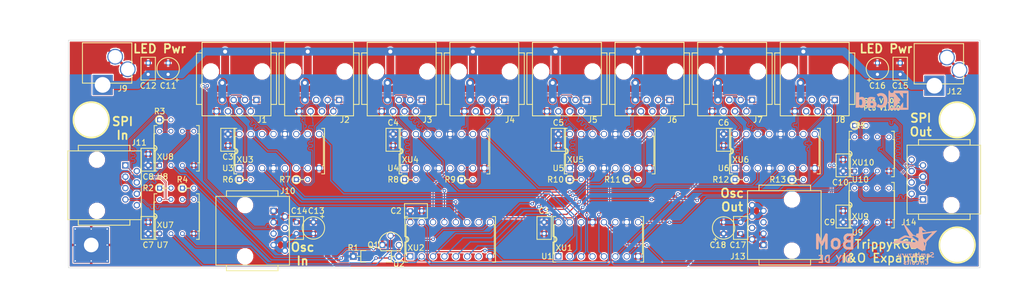
<source format=kicad_pcb>
(kicad_pcb (version 4) (host pcbnew 4.0.6)
  (title_block (title "Interactive Rainbow") (date 2017-03-29) (rev 1.0.1) (company "Sembazuru Circuits (for Barrel of Makers)") (comment 1 "1.0.0 Initial layout.") (comment 2 "1.0.1 Add KiCad logo."))
  (layers (0 F.Cu signal) (31 B.Cu signal) (34 B.Paste user) (35 F.Paste user) (36 B.SilkS user) (37 F.SilkS user) (38 B.Mask user) (39 F.Mask user) (44 Edge.Cuts user))
  (net 0 "")
  (net 1 GND)
  (net 2 /Out1)
  (net 3 /In1)
  (net 4 /Out2)
  (net 5 /In2)
  (net 6 /Out3)
  (net 7 /In3)
  (net 8 /Out4)
  (net 9 /In4)
  (net 10 /Out5)
  (net 11 /In5)
  (net 12 /Out6)
  (net 13 /In6)
  (net 14 /Out7)
  (net 15 /In7)
  (net 16 /Out8)
  (net 17 /In8)
  (net 18 /~SS)
  (net 19 /MOSI)
  (net 20 /MISO)
  (net 21 /SCK)
  (net 22 "+5V(1)")
  (net 23 "+5V(2)")
  (net 24 /~IR_Osc+)
  (net 25 /~IR_Osc-)
  (net 26 /In1+)
  (net 27 /Out1+)
  (net 28 /Out1-)
  (net 29 /In1-)
  (net 30 /In2+)
  (net 31 /Out2+)
  (net 32 /Out2-)
  (net 33 /In2-)
  (net 34 /In3+)
  (net 35 /Out3+)
  (net 36 /Out3-)
  (net 37 /In3-)
  (net 38 /In4+)
  (net 39 /Out4+)
  (net 40 /Out4-)
  (net 41 /In4-)
  (net 42 /In5+)
  (net 43 /Out5+)
  (net 44 /Out5-)
  (net 45 /In5-)
  (net 46 /In6+)
  (net 47 /Out6+)
  (net 48 /Out6-)
  (net 49 /In6-)
  (net 50 /In7+)
  (net 51 /Out7+)
  (net 52 /Out7-)
  (net 53 /In7-)
  (net 54 /In8+)
  (net 55 /Out8+)
  (net 56 /Out8-)
  (net 57 /In8-)
  (net 58 /~SS+)
  (net 59 /~SS-)
  (net 60 /MISO+)
  (net 61 /MOSI+)
  (net 62 /MOSI-)
  (net 63 /MISO-)
  (net 64 /SCK+)
  (net 65 /SCK-)
  (net 66 /~SS'+)
  (net 67 /~SS'-)
  (net 68 /MISO'+)
  (net 69 /MOSI'+)
  (net 70 /MOSI'-)
  (net 71 /MISO'-)
  (net 72 /SCK'+)
  (net 73 /SCK'-)
  (net 74 /SS)
  (net 75 /MOSI')
  (net 76 /MISO')
  (module ipc-7251TH-connectors:WURTH_615008144221 (layer F.Cu) (at 116.84 102.235 180)
    (fp_text reference J3 (at -1.27 -4.445 180) (layer F.SilkS) (effects (font (size 1.27 1.27) (thickness 0.2032))))
    (fp_text value RJ45-Unshielded)
    (pad 1 thru_hole rect (at 0 0 180) (size 1.44 1.44) (drill 0.9) (layers *.Cu *.Mask) (net 24 /~IR_Osc+))
    (pad 2 thru_hole circle (at 1.27 -2.54 180) (size 1.44 1.44) (drill 0.9) (layers *.Cu *.Mask) (net 25 /~IR_Osc-))
    (pad 3 thru_hole circle (at 2.54 0 180) (size 1.44 1.44) (drill 0.9) (layers *.Cu *.Mask) (net 34 /In3+))
    (pad 4 thru_hole circle (at 3.81 -2.54 180) (size 1.44 1.44) (drill 0.9) (layers *.Cu *.Mask) (net 35 /Out3+))
    (pad 5 thru_hole circle (at 5.08 0 180) (size 1.44 1.44) (drill 0.9) (layers *.Cu *.Mask) (net 36 /Out3-))
    (pad 6 thru_hole circle (at 6.35 -2.54 180) (size 1.44 1.44) (drill 0.9) (layers *.Cu *.Mask) (net 37 /In3-))
    (pad 7 thru_hole circle (at 7.62 0 180) (size 1.44 1.44) (drill 0.9) (layers *.Cu *.Mask) (net 23 "+5V(2)"))
    (pad 8 thru_hole circle (at 8.89 -2.54 180) (size 1.44 1.44) (drill 0.9) (layers *.Cu *.Mask) (net 1 GND))
    (pad "" np_thru_hole circle (at 10.165 6.35 180) (size 3.17 3.17) (drill 3.17) (layers *.Cu *.Mask))
    (pad "" np_thru_hole circle (at -1.265 6.35 180) (size 3.17 3.17) (drill 3.17) (layers *.Cu *.Mask))
  )
  (module ipc-7251TH-connectors:WURTH_615008144221 (layer F.Cu) (at 208.915 102.235 180)
    (fp_text reference J8 (at -1.27 -4.445 180) (layer F.SilkS) (effects (font (size 1.27 1.27) (thickness 0.2032))))
    (fp_text value RJ45-Unshielded)
    (pad 1 thru_hole rect (at 0 0 180) (size 1.44 1.44) (drill 0.9) (layers *.Cu *.Mask) (net 24 /~IR_Osc+))
    (pad 2 thru_hole circle (at 1.27 -2.54 180) (size 1.44 1.44) (drill 0.9) (layers *.Cu *.Mask) (net 25 /~IR_Osc-))
    (pad 3 thru_hole circle (at 2.54 0 180) (size 1.44 1.44) (drill 0.9) (layers *.Cu *.Mask) (net 54 /In8+))
    (pad 4 thru_hole circle (at 3.81 -2.54 180) (size 1.44 1.44) (drill 0.9) (layers *.Cu *.Mask) (net 55 /Out8+))
    (pad 5 thru_hole circle (at 5.08 0 180) (size 1.44 1.44) (drill 0.9) (layers *.Cu *.Mask) (net 56 /Out8-))
    (pad 6 thru_hole circle (at 6.35 -2.54 180) (size 1.44 1.44) (drill 0.9) (layers *.Cu *.Mask) (net 57 /In8-))
    (pad 7 thru_hole circle (at 7.62 0 180) (size 1.44 1.44) (drill 0.9) (layers *.Cu *.Mask) (net 23 "+5V(2)"))
    (pad 8 thru_hole circle (at 8.89 -2.54 180) (size 1.44 1.44) (drill 0.9) (layers *.Cu *.Mask) (net 1 GND))
    (pad "" np_thru_hole circle (at 10.165 6.35 180) (size 3.17 3.17) (drill 3.17) (layers *.Cu *.Mask))
    (pad "" np_thru_hole circle (at -1.265 6.35 180) (size 3.17 3.17) (drill 3.17) (layers *.Cu *.Mask))
  )
  (module ipc-7251TH-standard:DIPfS762W45P254L1016H508Q8 (layer F.Cu) (at 213.36 118.11)
    (fp_text reference XU10 (at 1.905 -1.905) (layer F.SilkS) (effects (font (size 1.27 1.27) (thickness 0.2032))))
    (fp_text value IC_Socket08)
  )
  (module ipc-7251TH-standard:DIPfS762W45P254L1016H508Q8 (layer F.Cu) (at 213.36 129.54)
    (fp_text reference XU9 (at 1.27 -1.27) (layer F.SilkS) (effects (font (size 1.27 1.27) (thickness 0.2032))))
    (fp_text value IC_Socket08)
  )
  (module ipc-7251TH-standard:DIPfS762W45P254L1016H508Q8 (layer F.Cu) (at 58.42 116.84)
    (fp_text reference XU8 (at 1.27 -1.905) (layer F.SilkS) (effects (font (size 1.27 1.27) (thickness 0.2032))))
    (fp_text value IC_Socket08)
  )
  (module ipc-7251TH-standard:DIPfS762W45P254L1016H508Q8 (layer F.Cu) (at 58.42 132.08)
    (fp_text reference XU7 (at 1.27 -1.905) (layer F.SilkS) (effects (font (size 1.27 1.27) (thickness 0.2032))))
    (fp_text value IC_Socket08)
  )
  (module ipc-7251TH-standard:DIPfS794W45P254L1969H508Q16 (layer F.Cu) (at 186.69 117.475)
    (fp_text reference XU6 (at 1.27 -1.905) (layer F.SilkS) (effects (font (size 1.27 1.27) (thickness 0.2032))))
    (fp_text value IC_Socket16)
  )
  (module ipc-7251TH-standard:DIPfS794W45P254L1969H508Q16 (layer F.Cu) (at 149.86 117.475)
    (fp_text reference XU5 (at 1.27 -1.905) (layer F.SilkS) (effects (font (size 1.27 1.27) (thickness 0.2032))))
    (fp_text value IC_Socket16)
  )
  (module ipc-7251TH-standard:DIPfS794W45P254L1969H508Q16 (layer F.Cu) (at 113.03 117.475)
    (fp_text reference XU4 (at 1.27 -1.905) (layer F.SilkS) (effects (font (size 1.27 1.27) (thickness 0.2032))))
    (fp_text value IC_Socket16)
  )
  (module ipc-7251TH-standard:DIPfS794W45P254L1969H508Q16 (layer F.Cu) (at 76.2 117.475)
    (fp_text reference XU3 (at 1.27 -1.905) (layer F.SilkS) (effects (font (size 1.27 1.27) (thickness 0.2032))))
    (fp_text value IC_Socket16)
  )
  (module ipc-7251TH-standard:DIPfS794W45P254L1969H508Q16 (layer F.Cu) (at 114.3 137.16)
    (fp_text reference XU2 (at 1.27 -1.905) (layer F.SilkS) (effects (font (size 1.27 1.27) (thickness 0.2032))))
    (fp_text value IC_Socket16)
  )
  (module ipc-7251TH-standard:DIPfS794W45P254L1969H508Q16 (layer F.Cu) (at 147.32 137.16)
    (fp_text reference XU1 (at 1.27 -1.905) (layer F.SilkS) (effects (font (size 1.27 1.27) (thickness 0.2032))))
    (fp_text value IC_Socket16)
  )
  (module ipc-7251TH-standard:DIPS762W45P254L1003H508Q8 (layer F.Cu) (at 213.36 118.11)
    (fp_text reference U10 (at 1.27 1.905) (layer F.SilkS) (effects (font (size 1.27 1.27) (thickness 0.2032))))
    (fp_text value DS8921)
    (pad 1 thru_hole rect (at 0 0) (size 1.05664 1.05664) (drill 0.65024) (layers *.Cu *.Mask) (net 22 "+5V(1)"))
    (pad 2 thru_hole circle (at 2.54 0) (size 1.05664 1.05664) (drill 0.65024) (layers *.Cu *.Mask) (net 76 /MISO'))
    (pad 3 thru_hole circle (at 5.08 0) (size 1.05664 1.05664) (drill 0.65024) (layers *.Cu *.Mask) (net 75 /MOSI'))
    (pad 4 thru_hole circle (at 7.62 0) (size 1.05664 1.05664) (drill 0.65024) (layers *.Cu *.Mask) (net 1 GND))
    (pad 5 thru_hole circle (at 7.62 -7.62) (size 1.05664 1.05664) (drill 0.65024) (layers *.Cu *.Mask) (net 70 /MOSI'-))
    (pad 6 thru_hole circle (at 5.08 -7.62) (size 1.05664 1.05664) (drill 0.65024) (layers *.Cu *.Mask) (net 69 /MOSI'+))
    (pad 7 thru_hole circle (at 2.54 -7.62) (size 1.05664 1.05664) (drill 0.65024) (layers *.Cu *.Mask) (net 71 /MISO'-))
    (pad 8 thru_hole circle (at 0 -7.62) (size 1.05664 1.05664) (drill 0.65024) (layers *.Cu *.Mask) (net 68 /MISO'+))
  )
  (module ipc-7251TH-standard:DIPS762W45P254L1003H508Q8 (layer F.Cu) (at 213.36 129.54)
    (fp_text reference U9 (at 0.635 2.286) (layer F.SilkS) (effects (font (size 1.27 1.27) (thickness 0.2032))))
    (fp_text value uA9638C)
    (pad 1 thru_hole rect (at 0 0) (size 1.05664 1.05664) (drill 0.65024) (layers *.Cu *.Mask) (net 22 "+5V(1)"))
    (pad 2 thru_hole circle (at 2.54 0) (size 1.05664 1.05664) (drill 0.65024) (layers *.Cu *.Mask) (net 18 /~SS))
    (pad 3 thru_hole circle (at 5.08 0) (size 1.05664 1.05664) (drill 0.65024) (layers *.Cu *.Mask) (net 21 /SCK))
    (pad 4 thru_hole circle (at 7.62 0) (size 1.05664 1.05664) (drill 0.65024) (layers *.Cu *.Mask) (net 1 GND))
    (pad 5 thru_hole circle (at 7.62 -7.62) (size 1.05664 1.05664) (drill 0.65024) (layers *.Cu *.Mask) (net 73 /SCK'-))
    (pad 6 thru_hole circle (at 5.08 -7.62) (size 1.05664 1.05664) (drill 0.65024) (layers *.Cu *.Mask) (net 72 /SCK'+))
    (pad 7 thru_hole circle (at 2.54 -7.62) (size 1.05664 1.05664) (drill 0.65024) (layers *.Cu *.Mask) (net 67 /~SS'-))
    (pad 8 thru_hole circle (at 0 -7.62) (size 1.05664 1.05664) (drill 0.65024) (layers *.Cu *.Mask) (net 66 /~SS'+))
  )
  (module ipc-7251TH-standard:DIPS762W45P254L1003H508Q8 (layer F.Cu) (at 58.42 116.84)
    (fp_text reference U8 (at 0.635 2.54) (layer F.SilkS) (effects (font (size 1.27 1.27) (thickness 0.2032))))
    (fp_text value DS8921)
    (pad 1 thru_hole rect (at 0 0) (size 1.05664 1.05664) (drill 0.65024) (layers *.Cu *.Mask) (net 22 "+5V(1)"))
    (pad 2 thru_hole circle (at 2.54 0) (size 1.05664 1.05664) (drill 0.65024) (layers *.Cu *.Mask) (net 19 /MOSI))
    (pad 3 thru_hole circle (at 5.08 0) (size 1.05664 1.05664) (drill 0.65024) (layers *.Cu *.Mask) (net 20 /MISO))
    (pad 4 thru_hole circle (at 7.62 0) (size 1.05664 1.05664) (drill 0.65024) (layers *.Cu *.Mask) (net 1 GND))
    (pad 5 thru_hole circle (at 7.62 -7.62) (size 1.05664 1.05664) (drill 0.65024) (layers *.Cu *.Mask) (net 63 /MISO-))
    (pad 6 thru_hole circle (at 5.08 -7.62) (size 1.05664 1.05664) (drill 0.65024) (layers *.Cu *.Mask) (net 60 /MISO+))
    (pad 7 thru_hole circle (at 2.54 -7.62) (size 1.05664 1.05664) (drill 0.65024) (layers *.Cu *.Mask) (net 62 /MOSI-))
    (pad 8 thru_hole circle (at 0 -7.62) (size 1.05664 1.05664) (drill 0.65024) (layers *.Cu *.Mask) (net 61 /MOSI+))
  )
  (module ipc-7251TH-standard:DIPS762W45P254L1003H508Q8 (layer F.Cu) (at 58.42 132.08)
    (fp_text reference U7 (at 0.635 2.54) (layer F.SilkS) (effects (font (size 1.27 1.27) (thickness 0.2032))))
    (fp_text value uA9637AC)
    (pad 1 thru_hole rect (at 0 0) (size 1.05664 1.05664) (drill 0.65024) (layers *.Cu *.Mask) (net 22 "+5V(1)"))
    (pad 2 thru_hole circle (at 2.54 0) (size 1.05664 1.05664) (drill 0.65024) (layers *.Cu *.Mask) (net 18 /~SS))
    (pad 3 thru_hole circle (at 5.08 0) (size 1.05664 1.05664) (drill 0.65024) (layers *.Cu *.Mask) (net 21 /SCK))
    (pad 4 thru_hole circle (at 7.62 0) (size 1.05664 1.05664) (drill 0.65024) (layers *.Cu *.Mask) (net 1 GND))
    (pad 5 thru_hole circle (at 7.62 -7.62) (size 1.05664 1.05664) (drill 0.65024) (layers *.Cu *.Mask) (net 65 /SCK-))
    (pad 6 thru_hole circle (at 5.08 -7.62) (size 1.05664 1.05664) (drill 0.65024) (layers *.Cu *.Mask) (net 64 /SCK+))
    (pad 7 thru_hole circle (at 2.54 -7.62) (size 1.05664 1.05664) (drill 0.65024) (layers *.Cu *.Mask) (net 59 /~SS-))
    (pad 8 thru_hole circle (at 0 -7.62) (size 1.05664 1.05664) (drill 0.65024) (layers *.Cu *.Mask) (net 58 /~SS+))
  )
  (module ipc-7251TH-standard:DIPS762W45P254L2019H508Q16 (layer F.Cu) (at 186.69 117.475)
    (fp_text reference U6 (at -2.54 0) (layer F.SilkS) (effects (font (size 1.27 1.27) (thickness 0.2032))))
    (fp_text value 75C1168)
    (pad 1 thru_hole rect (at 0 0) (size 1.4 1.4) (drill 1) (layers *.Cu *.Mask) (net 53 /In7-))
    (pad 2 thru_hole circle (at 2.54 0) (size 1.4 1.4) (drill 1) (layers *.Cu *.Mask) (net 50 /In7+))
    (pad 3 thru_hole circle (at 5.08 0) (size 1.4 1.4) (drill 1) (layers *.Cu *.Mask) (net 15 /In7))
    (pad 4 thru_hole circle (at 7.62 0) (size 1.4 1.4) (drill 1) (layers *.Cu *.Mask) (net 22 "+5V(1)"))
    (pad 5 thru_hole circle (at 10.16 0) (size 1.4 1.4) (drill 1) (layers *.Cu *.Mask) (net 17 /In8))
    (pad 6 thru_hole circle (at 12.7 0) (size 1.4 1.4) (drill 1) (layers *.Cu *.Mask) (net 54 /In8+))
    (pad 7 thru_hole circle (at 15.24 0) (size 1.4 1.4) (drill 1) (layers *.Cu *.Mask) (net 57 /In8-))
    (pad 8 thru_hole circle (at 17.78 0) (size 1.4 1.4) (drill 1) (layers *.Cu *.Mask) (net 1 GND))
    (pad 9 thru_hole circle (at 17.78 -7.62) (size 1.4 1.4) (drill 1) (layers *.Cu *.Mask) (net 16 /Out8))
    (pad 10 thru_hole circle (at 15.24 -7.62) (size 1.4 1.4) (drill 1) (layers *.Cu *.Mask) (net 55 /Out8+))
    (pad 11 thru_hole circle (at 12.7 -7.62) (size 1.4 1.4) (drill 1) (layers *.Cu *.Mask) (net 56 /Out8-))
    (pad 12 thru_hole circle (at 10.16 -7.62) (size 1.4 1.4) (drill 1) (layers *.Cu *.Mask) (net 22 "+5V(1)"))
    (pad 13 thru_hole circle (at 7.62 -7.62) (size 1.4 1.4) (drill 1) (layers *.Cu *.Mask) (net 52 /Out7-))
    (pad 14 thru_hole circle (at 5.08 -7.62) (size 1.4 1.4) (drill 1) (layers *.Cu *.Mask) (net 51 /Out7+))
    (pad 15 thru_hole circle (at 2.54 -7.62) (size 1.4 1.4) (drill 1) (layers *.Cu *.Mask) (net 14 /Out7))
    (pad 16 thru_hole circle (at 0 -7.62) (size 1.4 1.4) (drill 1) (layers *.Cu *.Mask) (net 22 "+5V(1)"))
  )
  (module ipc-7251TH-standard:DIPS762W45P254L2019H508Q16 (layer F.Cu) (at 149.86 117.475)
    (fp_text reference U5 (at -2.54 0) (layer F.SilkS) (effects (font (size 1.27 1.27) (thickness 0.2032))))
    (fp_text value 75C1168)
    (pad 1 thru_hole rect (at 0 0) (size 1.4 1.4) (drill 1) (layers *.Cu *.Mask) (net 45 /In5-))
    (pad 2 thru_hole circle (at 2.54 0) (size 1.4 1.4) (drill 1) (layers *.Cu *.Mask) (net 42 /In5+))
    (pad 3 thru_hole circle (at 5.08 0) (size 1.4 1.4) (drill 1) (layers *.Cu *.Mask) (net 11 /In5))
    (pad 4 thru_hole circle (at 7.62 0) (size 1.4 1.4) (drill 1) (layers *.Cu *.Mask) (net 22 "+5V(1)"))
    (pad 5 thru_hole circle (at 10.16 0) (size 1.4 1.4) (drill 1) (layers *.Cu *.Mask) (net 13 /In6))
    (pad 6 thru_hole circle (at 12.7 0) (size 1.4 1.4) (drill 1) (layers *.Cu *.Mask) (net 46 /In6+))
    (pad 7 thru_hole circle (at 15.24 0) (size 1.4 1.4) (drill 1) (layers *.Cu *.Mask) (net 49 /In6-))
    (pad 8 thru_hole circle (at 17.78 0) (size 1.4 1.4) (drill 1) (layers *.Cu *.Mask) (net 1 GND))
    (pad 9 thru_hole circle (at 17.78 -7.62) (size 1.4 1.4) (drill 1) (layers *.Cu *.Mask) (net 12 /Out6))
    (pad 10 thru_hole circle (at 15.24 -7.62) (size 1.4 1.4) (drill 1) (layers *.Cu *.Mask) (net 47 /Out6+))
    (pad 11 thru_hole circle (at 12.7 -7.62) (size 1.4 1.4) (drill 1) (layers *.Cu *.Mask) (net 48 /Out6-))
    (pad 12 thru_hole circle (at 10.16 -7.62) (size 1.4 1.4) (drill 1) (layers *.Cu *.Mask) (net 22 "+5V(1)"))
    (pad 13 thru_hole circle (at 7.62 -7.62) (size 1.4 1.4) (drill 1) (layers *.Cu *.Mask) (net 44 /Out5-))
    (pad 14 thru_hole circle (at 5.08 -7.62) (size 1.4 1.4) (drill 1) (layers *.Cu *.Mask) (net 43 /Out5+))
    (pad 15 thru_hole circle (at 2.54 -7.62) (size 1.4 1.4) (drill 1) (layers *.Cu *.Mask) (net 10 /Out5))
    (pad 16 thru_hole circle (at 0 -7.62) (size 1.4 1.4) (drill 1) (layers *.Cu *.Mask) (net 22 "+5V(1)"))
  )
  (module ipc-7251TH-standard:DIPS762W45P254L2019H508Q16 (layer F.Cu) (at 113.03 117.475)
    (fp_text reference U4 (at -2.54 0) (layer F.SilkS) (effects (font (size 1.27 1.27) (thickness 0.2032))))
    (fp_text value 75C1168)
    (pad 1 thru_hole rect (at 0 0) (size 1.4 1.4) (drill 1) (layers *.Cu *.Mask) (net 37 /In3-))
    (pad 2 thru_hole circle (at 2.54 0) (size 1.4 1.4) (drill 1) (layers *.Cu *.Mask) (net 34 /In3+))
    (pad 3 thru_hole circle (at 5.08 0) (size 1.4 1.4) (drill 1) (layers *.Cu *.Mask) (net 7 /In3))
    (pad 4 thru_hole circle (at 7.62 0) (size 1.4 1.4) (drill 1) (layers *.Cu *.Mask) (net 22 "+5V(1)"))
    (pad 5 thru_hole circle (at 10.16 0) (size 1.4 1.4) (drill 1) (layers *.Cu *.Mask) (net 9 /In4))
    (pad 6 thru_hole circle (at 12.7 0) (size 1.4 1.4) (drill 1) (layers *.Cu *.Mask) (net 38 /In4+))
    (pad 7 thru_hole circle (at 15.24 0) (size 1.4 1.4) (drill 1) (layers *.Cu *.Mask) (net 41 /In4-))
    (pad 8 thru_hole circle (at 17.78 0) (size 1.4 1.4) (drill 1) (layers *.Cu *.Mask) (net 1 GND))
    (pad 9 thru_hole circle (at 17.78 -7.62) (size 1.4 1.4) (drill 1) (layers *.Cu *.Mask) (net 8 /Out4))
    (pad 10 thru_hole circle (at 15.24 -7.62) (size 1.4 1.4) (drill 1) (layers *.Cu *.Mask) (net 39 /Out4+))
    (pad 11 thru_hole circle (at 12.7 -7.62) (size 1.4 1.4) (drill 1) (layers *.Cu *.Mask) (net 40 /Out4-))
    (pad 12 thru_hole circle (at 10.16 -7.62) (size 1.4 1.4) (drill 1) (layers *.Cu *.Mask) (net 22 "+5V(1)"))
    (pad 13 thru_hole circle (at 7.62 -7.62) (size 1.4 1.4) (drill 1) (layers *.Cu *.Mask) (net 36 /Out3-))
    (pad 14 thru_hole circle (at 5.08 -7.62) (size 1.4 1.4) (drill 1) (layers *.Cu *.Mask) (net 35 /Out3+))
    (pad 15 thru_hole circle (at 2.54 -7.62) (size 1.4 1.4) (drill 1) (layers *.Cu *.Mask) (net 6 /Out3))
    (pad 16 thru_hole circle (at 0 -7.62) (size 1.4 1.4) (drill 1) (layers *.Cu *.Mask) (net 22 "+5V(1)"))
  )
  (module ipc-7251TH-standard:DIPS762W45P254L2019H508Q16 (layer F.Cu) (at 76.2 117.475)
    (fp_text reference U3 (at -2.54 0 180) (layer F.SilkS) (effects (font (size 1.27 1.27) (thickness 0.2032))))
    (fp_text value 75C1168)
    (pad 1 thru_hole rect (at 0 0) (size 1.4 1.4) (drill 1) (layers *.Cu *.Mask) (net 29 /In1-))
    (pad 2 thru_hole circle (at 2.54 0) (size 1.4 1.4) (drill 1) (layers *.Cu *.Mask) (net 26 /In1+))
    (pad 3 thru_hole circle (at 5.08 0) (size 1.4 1.4) (drill 1) (layers *.Cu *.Mask) (net 3 /In1))
    (pad 4 thru_hole circle (at 7.62 0) (size 1.4 1.4) (drill 1) (layers *.Cu *.Mask) (net 22 "+5V(1)"))
    (pad 5 thru_hole circle (at 10.16 0) (size 1.4 1.4) (drill 1) (layers *.Cu *.Mask) (net 5 /In2))
    (pad 6 thru_hole circle (at 12.7 0) (size 1.4 1.4) (drill 1) (layers *.Cu *.Mask) (net 30 /In2+))
    (pad 7 thru_hole circle (at 15.24 0) (size 1.4 1.4) (drill 1) (layers *.Cu *.Mask) (net 33 /In2-))
    (pad 8 thru_hole circle (at 17.78 0) (size 1.4 1.4) (drill 1) (layers *.Cu *.Mask) (net 1 GND))
    (pad 9 thru_hole circle (at 17.78 -7.62) (size 1.4 1.4) (drill 1) (layers *.Cu *.Mask) (net 4 /Out2))
    (pad 10 thru_hole circle (at 15.24 -7.62) (size 1.4 1.4) (drill 1) (layers *.Cu *.Mask) (net 31 /Out2+))
    (pad 11 thru_hole circle (at 12.7 -7.62) (size 1.4 1.4) (drill 1) (layers *.Cu *.Mask) (net 32 /Out2-))
    (pad 12 thru_hole circle (at 10.16 -7.62) (size 1.4 1.4) (drill 1) (layers *.Cu *.Mask) (net 22 "+5V(1)"))
    (pad 13 thru_hole circle (at 7.62 -7.62) (size 1.4 1.4) (drill 1) (layers *.Cu *.Mask) (net 28 /Out1-))
    (pad 14 thru_hole circle (at 5.08 -7.62) (size 1.4 1.4) (drill 1) (layers *.Cu *.Mask) (net 27 /Out1+))
    (pad 15 thru_hole circle (at 2.54 -7.62) (size 1.4 1.4) (drill 1) (layers *.Cu *.Mask) (net 2 /Out1))
    (pad 16 thru_hole circle (at 0 -7.62) (size 1.4 1.4) (drill 1) (layers *.Cu *.Mask) (net 22 "+5V(1)"))
  )
  (module ipc-7251TH-standard:DIPS762W45P254L2019H508Q16 (layer F.Cu) (at 114.3 137.16)
    (fp_text reference U2 (at -2.54 1.651) (layer F.SilkS) (effects (font (size 1.27 1.27) (thickness 0.2032))))
    (fp_text value 74HC165)
    (pad 1 thru_hole rect (at 0 0) (size 1.4 1.4) (drill 1) (layers *.Cu *.Mask) (net 74 /SS))
    (pad 2 thru_hole circle (at 2.54 0) (size 1.4 1.4) (drill 1) (layers *.Cu *.Mask) (net 21 /SCK))
    (pad 3 thru_hole circle (at 5.08 0) (size 1.4 1.4) (drill 1) (layers *.Cu *.Mask) (net 11 /In5))
    (pad 4 thru_hole circle (at 7.62 0) (size 1.4 1.4) (drill 1) (layers *.Cu *.Mask) (net 13 /In6))
    (pad 5 thru_hole circle (at 10.16 0) (size 1.4 1.4) (drill 1) (layers *.Cu *.Mask) (net 15 /In7))
    (pad 6 thru_hole circle (at 12.7 0) (size 1.4 1.4) (drill 1) (layers *.Cu *.Mask) (net 17 /In8))
    (pad 7 thru_hole circle (at 15.24 0) (size 1.4 1.4) (drill 1) (layers *.Cu *.Mask))
    (pad 8 thru_hole circle (at 17.78 0) (size 1.4 1.4) (drill 1) (layers *.Cu *.Mask) (net 1 GND))
    (pad 9 thru_hole circle (at 17.78 -7.62) (size 1.4 1.4) (drill 1) (layers *.Cu *.Mask) (net 20 /MISO))
    (pad 10 thru_hole circle (at 15.24 -7.62) (size 1.4 1.4) (drill 1) (layers *.Cu *.Mask) (net 76 /MISO'))
    (pad 11 thru_hole circle (at 12.7 -7.62) (size 1.4 1.4) (drill 1) (layers *.Cu *.Mask) (net 3 /In1))
    (pad 12 thru_hole circle (at 10.16 -7.62) (size 1.4 1.4) (drill 1) (layers *.Cu *.Mask) (net 5 /In2))
    (pad 13 thru_hole circle (at 7.62 -7.62) (size 1.4 1.4) (drill 1) (layers *.Cu *.Mask) (net 7 /In3))
    (pad 14 thru_hole circle (at 5.08 -7.62) (size 1.4 1.4) (drill 1) (layers *.Cu *.Mask) (net 9 /In4))
    (pad 15 thru_hole circle (at 2.54 -7.62) (size 1.4 1.4) (drill 1) (layers *.Cu *.Mask) (net 18 /~SS))
    (pad 16 thru_hole circle (at 0 -7.62) (size 1.4 1.4) (drill 1) (layers *.Cu *.Mask) (net 22 "+5V(1)"))
  )
  (module ipc-7251TH-standard:DIPS762W45P254L2019H508Q16 (layer F.Cu) (at 147.32 137.16)
    (fp_text reference U1 (at -2.54 0) (layer F.SilkS) (effects (font (size 1.27 1.27) (thickness 0.2032))))
    (fp_text value 74HC595)
    (pad 1 thru_hole rect (at 0 0) (size 1.4 1.4) (drill 1) (layers *.Cu *.Mask) (net 4 /Out2))
    (pad 2 thru_hole circle (at 2.54 0) (size 1.4 1.4) (drill 1) (layers *.Cu *.Mask) (net 6 /Out3))
    (pad 3 thru_hole circle (at 5.08 0) (size 1.4 1.4) (drill 1) (layers *.Cu *.Mask) (net 8 /Out4))
    (pad 4 thru_hole circle (at 7.62 0) (size 1.4 1.4) (drill 1) (layers *.Cu *.Mask) (net 10 /Out5))
    (pad 5 thru_hole circle (at 10.16 0) (size 1.4 1.4) (drill 1) (layers *.Cu *.Mask) (net 12 /Out6))
    (pad 6 thru_hole circle (at 12.7 0) (size 1.4 1.4) (drill 1) (layers *.Cu *.Mask) (net 14 /Out7))
    (pad 7 thru_hole circle (at 15.24 0) (size 1.4 1.4) (drill 1) (layers *.Cu *.Mask) (net 16 /Out8))
    (pad 8 thru_hole circle (at 17.78 0) (size 1.4 1.4) (drill 1) (layers *.Cu *.Mask) (net 1 GND))
    (pad 9 thru_hole circle (at 17.78 -7.62) (size 1.4 1.4) (drill 1) (layers *.Cu *.Mask) (net 75 /MOSI'))
    (pad 10 thru_hole circle (at 15.24 -7.62) (size 1.4 1.4) (drill 1) (layers *.Cu *.Mask) (net 22 "+5V(1)"))
    (pad 11 thru_hole circle (at 12.7 -7.62) (size 1.4 1.4) (drill 1) (layers *.Cu *.Mask) (net 21 /SCK))
    (pad 12 thru_hole circle (at 10.16 -7.62) (size 1.4 1.4) (drill 1) (layers *.Cu *.Mask) (net 18 /~SS))
    (pad 13 thru_hole circle (at 7.62 -7.62) (size 1.4 1.4) (drill 1) (layers *.Cu *.Mask) (net 1 GND))
    (pad 14 thru_hole circle (at 5.08 -7.62) (size 1.4 1.4) (drill 1) (layers *.Cu *.Mask) (net 19 /MOSI))
    (pad 15 thru_hole circle (at 2.54 -7.62) (size 1.4 1.4) (drill 1) (layers *.Cu *.Mask) (net 2 /Out1))
    (pad 16 thru_hole circle (at 0 -7.62) (size 1.4 1.4) (drill 1) (layers *.Cu *.Mask) (net 22 "+5V(1)"))
  )
  (module ipc-7251TH-standard:RESAD1016W56L681D259 (layer F.Cu) (at 101.6 137.16)
    (fp_text reference R1 (at 0 -1.905) (layer F.SilkS) (effects (font (size 1.27 1.27) (thickness 0.2032))))
    (fp_text value 1kΩ)
    (pad 1 thru_hole rect (at 0 0) (size 1.53 1.53) (drill 0.8128) (layers *.Cu *.Mask) (net 22 "+5V(1)"))
    (pad 2 thru_hole circle (at 10.16 0) (size 1.53 1.53) (drill 0.8128) (layers *.Cu *.Mask) (net 74 /SS))
  )
  (module ipc-7251TH-standard:TO92184P520H734-3 (layer F.Cu) (at 108.07866 134.6215)
    (fp_text reference Q1 (at -2.03366 -0.0015) (layer F.SilkS) (effects (font (size 1.27 1.27) (thickness 0.2032))))
    (fp_text value VN3205)
    (pad 1 thru_hole rect (at -0.00166 -0.0015) (size 1.41 1.41) (drill 0.94) (layers *.Cu *.Mask) (net 1 GND))
    (pad 2 thru_hole circle (at 1.83984 -2.07175) (size 1.41 1.41) (drill 0.94) (layers *.Cu *.Mask) (net 18 /~SS))
    (pad 3 thru_hole circle (at 3.68134 -0.0015) (size 1.41 1.41) (drill 0.94) (layers *.Cu *.Mask) (net 74 /SS))
  )
  (module ipc-7251TH-connectors:WURTH_615008144221 (layer F.Cu) (at 228.6 124.46 90)
    (fp_text reference J14 (at -5.08 -3.175 180) (layer F.SilkS) (effects (font (size 1.27 1.27) (thickness 0.2032))))
    (fp_text value RJ45-Unshielded)
    (pad 1 thru_hole rect (at 0 0 90) (size 1.44 1.44) (drill 0.9) (layers *.Cu *.Mask) (net 66 /~SS'+))
    (pad 2 thru_hole circle (at 1.27 -2.54 90) (size 1.44 1.44) (drill 0.9) (layers *.Cu *.Mask) (net 67 /~SS'-))
    (pad 3 thru_hole circle (at 2.54 0 90) (size 1.44 1.44) (drill 0.9) (layers *.Cu *.Mask) (net 68 /MISO'+))
    (pad 4 thru_hole circle (at 3.81 -2.54 90) (size 1.44 1.44) (drill 0.9) (layers *.Cu *.Mask) (net 69 /MOSI'+))
    (pad 5 thru_hole circle (at 5.08 0 90) (size 1.44 1.44) (drill 0.9) (layers *.Cu *.Mask) (net 70 /MOSI'-))
    (pad 6 thru_hole circle (at 6.35 -2.54 90) (size 1.44 1.44) (drill 0.9) (layers *.Cu *.Mask) (net 71 /MISO'-))
    (pad 7 thru_hole circle (at 7.62 0 90) (size 1.44 1.44) (drill 0.9) (layers *.Cu *.Mask) (net 72 /SCK'+))
    (pad 8 thru_hole circle (at 8.89 -2.54 90) (size 1.44 1.44) (drill 0.9) (layers *.Cu *.Mask) (net 73 /SCK'-))
    (pad "" np_thru_hole circle (at 10.165 6.35 90) (size 3.17 3.17) (drill 3.17) (layers *.Cu *.Mask))
    (pad "" np_thru_hole circle (at -1.265 6.35 90) (size 3.17 3.17) (drill 3.17) (layers *.Cu *.Mask))
  )
  (module ipc-7251TH-connectors:WURTH_615008144221 (layer F.Cu) (at 193.04 134.62 90)
    (fp_text reference J13 (at -2.54 -5.715 180) (layer F.SilkS) (effects (font (size 1.27 1.27) (thickness 0.2032))))
    (fp_text value RJ45-Unshielded)
    (pad 1 thru_hole rect (at 0 0 90) (size 1.44 1.44) (drill 0.9) (layers *.Cu *.Mask) (net 22 "+5V(1)"))
    (pad 2 thru_hole circle (at 1.27 -2.54 90) (size 1.44 1.44) (drill 0.9) (layers *.Cu *.Mask) (net 22 "+5V(1)"))
    (pad 3 thru_hole circle (at 2.54 0 90) (size 1.44 1.44) (drill 0.9) (layers *.Cu *.Mask) (net 22 "+5V(1)"))
    (pad 4 thru_hole circle (at 3.81 -2.54 90) (size 1.44 1.44) (drill 0.9) (layers *.Cu *.Mask) (net 24 /~IR_Osc+))
    (pad 5 thru_hole circle (at 5.08 0 90) (size 1.44 1.44) (drill 0.9) (layers *.Cu *.Mask) (net 25 /~IR_Osc-))
    (pad 6 thru_hole circle (at 6.35 -2.54 90) (size 1.44 1.44) (drill 0.9) (layers *.Cu *.Mask) (net 1 GND))
    (pad 7 thru_hole circle (at 7.62 0 90) (size 1.44 1.44) (drill 0.9) (layers *.Cu *.Mask) (net 1 GND))
    (pad 8 thru_hole circle (at 8.89 -2.54 90) (size 1.44 1.44) (drill 0.9) (layers *.Cu *.Mask) (net 1 GND))
    (pad "" np_thru_hole circle (at 10.165 6.35 90) (size 3.17 3.17) (drill 3.17) (layers *.Cu *.Mask))
    (pad "" np_thru_hole circle (at -1.265 6.35 90) (size 3.17 3.17) (drill 3.17) (layers *.Cu *.Mask))
  )
  (module ipc-7251TH-connectors:KYCON_KLDVHCX-0202-x_CirHole (layer F.Cu) (at 231.14 94.16 90)
    (fp_text reference J12 (at -6.17 4.445 180) (layer F.SilkS) (effects (font (size 1.27 1.27) (thickness 0.2032))))
    (fp_text value KLDVHCX-0202-A)
    (pad 1 thru_hole rect (at -4.9 0 180) (size 4.5 4.5) (drill 3.5) (layers *.Cu *.Mask) (net 23 "+5V(2)"))
    (pad 2 thru_hole circle (at -1.4 5.6 90) (size 3.5 3.5) (drill 3) (layers *.Cu *.Mask) (net 1 GND))
    (pad 3 thru_hole circle (at 1.4 2.8 90) (size 3.5 3.5) (drill 3) (layers *.Cu *.Mask) (net 1 GND))
  )
  (module ipc-7251TH-connectors:WURTH_615008144221 (layer F.Cu) (at 50.8 116.84 270)
    (fp_text reference J11 (at -5.08 -3.048 360) (layer F.SilkS) (effects (font (size 1.27 1.27) (thickness 0.2032))))
    (fp_text value RJ45-Unshielded)
    (pad 1 thru_hole rect (at 0 0 270) (size 1.44 1.44) (drill 0.9) (layers *.Cu *.Mask) (net 58 /~SS+))
    (pad 2 thru_hole circle (at 1.27 -2.54 270) (size 1.44 1.44) (drill 0.9) (layers *.Cu *.Mask) (net 59 /~SS-))
    (pad 3 thru_hole circle (at 2.54 0 270) (size 1.44 1.44) (drill 0.9) (layers *.Cu *.Mask) (net 60 /MISO+))
    (pad 4 thru_hole circle (at 3.81 -2.54 270) (size 1.44 1.44) (drill 0.9) (layers *.Cu *.Mask) (net 61 /MOSI+))
    (pad 5 thru_hole circle (at 5.08 0 270) (size 1.44 1.44) (drill 0.9) (layers *.Cu *.Mask) (net 62 /MOSI-))
    (pad 6 thru_hole circle (at 6.35 -2.54 270) (size 1.44 1.44) (drill 0.9) (layers *.Cu *.Mask) (net 63 /MISO-))
    (pad 7 thru_hole circle (at 7.62 0 270) (size 1.44 1.44) (drill 0.9) (layers *.Cu *.Mask) (net 64 /SCK+))
    (pad 8 thru_hole circle (at 8.89 -2.54 270) (size 1.44 1.44) (drill 0.9) (layers *.Cu *.Mask) (net 65 /SCK-))
    (pad "" np_thru_hole circle (at 10.165 6.35 270) (size 3.17 3.17) (drill 3.17) (layers *.Cu *.Mask))
    (pad "" np_thru_hole circle (at -1.265 6.35 270) (size 3.17 3.17) (drill 3.17) (layers *.Cu *.Mask))
  )
  (module ipc-7251TH-connectors:WURTH_615008144221 (layer F.Cu) (at 83.82 127 270)
    (fp_text reference J10 (at -4.445 -3.175 360) (layer F.SilkS) (effects (font (size 1.27 1.27) (thickness 0.2032))))
    (fp_text value RJ45-Unshielded)
    (pad 1 thru_hole rect (at 0 0 270) (size 1.44 1.44) (drill 0.9) (layers *.Cu *.Mask) (net 22 "+5V(1)"))
    (pad 2 thru_hole circle (at 1.27 -2.54 270) (size 1.44 1.44) (drill 0.9) (layers *.Cu *.Mask) (net 22 "+5V(1)"))
    (pad 3 thru_hole circle (at 2.54 0 270) (size 1.44 1.44) (drill 0.9) (layers *.Cu *.Mask) (net 22 "+5V(1)"))
    (pad 4 thru_hole circle (at 3.81 -2.54 270) (size 1.44 1.44) (drill 0.9) (layers *.Cu *.Mask) (net 24 /~IR_Osc+))
    (pad 5 thru_hole circle (at 5.08 0 270) (size 1.44 1.44) (drill 0.9) (layers *.Cu *.Mask) (net 25 /~IR_Osc-))
    (pad 6 thru_hole circle (at 6.35 -2.54 270) (size 1.44 1.44) (drill 0.9) (layers *.Cu *.Mask) (net 1 GND))
    (pad 7 thru_hole circle (at 7.62 0 270) (size 1.44 1.44) (drill 0.9) (layers *.Cu *.Mask) (net 1 GND))
    (pad 8 thru_hole circle (at 8.89 -2.54 270) (size 1.44 1.44) (drill 0.9) (layers *.Cu *.Mask) (net 1 GND))
    (pad "" np_thru_hole circle (at 10.165 6.35 270) (size 3.17 3.17) (drill 3.17) (layers *.Cu *.Mask))
    (pad "" np_thru_hole circle (at -1.265 6.35 270) (size 3.17 3.17) (drill 3.17) (layers *.Cu *.Mask))
  )
  (module ipc-7251TH-connectors:KYCON_KLDVHCX-0202-x_CirHole (layer F.Cu) (at 45.72 93.98 90)
    (fp_text reference J9 (at -5.715 4.445 180) (layer F.SilkS) (effects (font (size 1.27 1.27) (thickness 0.2032))))
    (fp_text value KLDVHCX-0202-A)
    (pad 1 thru_hole rect (at -4.9 0 180) (size 4.5 4.5) (drill 3.5) (layers *.Cu *.Mask) (net 23 "+5V(2)"))
    (pad 2 thru_hole circle (at -1.4 5.6 90) (size 3.5 3.5) (drill 3) (layers *.Cu *.Mask) (net 1 GND))
    (pad 3 thru_hole circle (at 1.4 2.8 90) (size 3.5 3.5) (drill 3) (layers *.Cu *.Mask) (net 1 GND))
  )
  (module ipc-7251TH-connectors:WURTH_615008144221 (layer F.Cu) (at 190.5 102.235 180)
    (fp_text reference J7 (at -1.27 -4.445 180) (layer F.SilkS) (effects (font (size 1.27 1.27) (thickness 0.2032))))
    (fp_text value RJ45-Unshielded)
    (pad 1 thru_hole rect (at 0 0 180) (size 1.44 1.44) (drill 0.9) (layers *.Cu *.Mask) (net 24 /~IR_Osc+))
    (pad 2 thru_hole circle (at 1.27 -2.54 180) (size 1.44 1.44) (drill 0.9) (layers *.Cu *.Mask) (net 25 /~IR_Osc-))
    (pad 3 thru_hole circle (at 2.54 0 180) (size 1.44 1.44) (drill 0.9) (layers *.Cu *.Mask) (net 50 /In7+))
    (pad 4 thru_hole circle (at 3.81 -2.54 180) (size 1.44 1.44) (drill 0.9) (layers *.Cu *.Mask) (net 51 /Out7+))
    (pad 5 thru_hole circle (at 5.08 0 180) (size 1.44 1.44) (drill 0.9) (layers *.Cu *.Mask) (net 52 /Out7-))
    (pad 6 thru_hole circle (at 6.35 -2.54 180) (size 1.44 1.44) (drill 0.9) (layers *.Cu *.Mask) (net 53 /In7-))
    (pad 7 thru_hole circle (at 7.62 0 180) (size 1.44 1.44) (drill 0.9) (layers *.Cu *.Mask) (net 23 "+5V(2)"))
    (pad 8 thru_hole circle (at 8.89 -2.54 180) (size 1.44 1.44) (drill 0.9) (layers *.Cu *.Mask) (net 1 GND))
    (pad "" np_thru_hole circle (at 10.165 6.35 180) (size 3.17 3.17) (drill 3.17) (layers *.Cu *.Mask))
    (pad "" np_thru_hole circle (at -1.265 6.35 180) (size 3.17 3.17) (drill 3.17) (layers *.Cu *.Mask))
  )
  (module ipc-7251TH-connectors:WURTH_615008144221 (layer F.Cu) (at 172.085 102.235 180)
    (fp_text reference J6 (at -0.635 -4.445 180) (layer F.SilkS) (effects (font (size 1.27 1.27) (thickness 0.2032))))
    (fp_text value RJ45-Unshielded)
    (pad 1 thru_hole rect (at 0 0 180) (size 1.44 1.44) (drill 0.9) (layers *.Cu *.Mask) (net 24 /~IR_Osc+))
    (pad 2 thru_hole circle (at 1.27 -2.54 180) (size 1.44 1.44) (drill 0.9) (layers *.Cu *.Mask) (net 25 /~IR_Osc-))
    (pad 3 thru_hole circle (at 2.54 0 180) (size 1.44 1.44) (drill 0.9) (layers *.Cu *.Mask) (net 46 /In6+))
    (pad 4 thru_hole circle (at 3.81 -2.54 180) (size 1.44 1.44) (drill 0.9) (layers *.Cu *.Mask) (net 47 /Out6+))
    (pad 5 thru_hole circle (at 5.08 0 180) (size 1.44 1.44) (drill 0.9) (layers *.Cu *.Mask) (net 48 /Out6-))
    (pad 6 thru_hole circle (at 6.35 -2.54 180) (size 1.44 1.44) (drill 0.9) (layers *.Cu *.Mask) (net 49 /In6-))
    (pad 7 thru_hole circle (at 7.62 0 180) (size 1.44 1.44) (drill 0.9) (layers *.Cu *.Mask) (net 23 "+5V(2)"))
    (pad 8 thru_hole circle (at 8.89 -2.54 180) (size 1.44 1.44) (drill 0.9) (layers *.Cu *.Mask) (net 1 GND))
    (pad "" np_thru_hole circle (at 10.165 6.35 180) (size 3.17 3.17) (drill 3.17) (layers *.Cu *.Mask))
    (pad "" np_thru_hole circle (at -1.265 6.35 180) (size 3.17 3.17) (drill 3.17) (layers *.Cu *.Mask))
  )
  (module ipc-7251TH-connectors:WURTH_615008144221 (layer F.Cu) (at 153.67 102.235 180)
    (fp_text reference J5 (at -1.27 -4.445 180) (layer F.SilkS) (effects (font (size 1.27 1.27) (thickness 0.2032))))
    (fp_text value RJ45-Unshielded)
    (pad 1 thru_hole rect (at 0 0 180) (size 1.44 1.44) (drill 0.9) (layers *.Cu *.Mask) (net 24 /~IR_Osc+))
    (pad 2 thru_hole circle (at 1.27 -2.54 180) (size 1.44 1.44) (drill 0.9) (layers *.Cu *.Mask) (net 25 /~IR_Osc-))
    (pad 3 thru_hole circle (at 2.54 0 180) (size 1.44 1.44) (drill 0.9) (layers *.Cu *.Mask) (net 42 /In5+))
    (pad 4 thru_hole circle (at 3.81 -2.54 180) (size 1.44 1.44) (drill 0.9) (layers *.Cu *.Mask) (net 43 /Out5+))
    (pad 5 thru_hole circle (at 5.08 0 180) (size 1.44 1.44) (drill 0.9) (layers *.Cu *.Mask) (net 44 /Out5-))
    (pad 6 thru_hole circle (at 6.35 -2.54 180) (size 1.44 1.44) (drill 0.9) (layers *.Cu *.Mask) (net 45 /In5-))
    (pad 7 thru_hole circle (at 7.62 0 180) (size 1.44 1.44) (drill 0.9) (layers *.Cu *.Mask) (net 23 "+5V(2)"))
    (pad 8 thru_hole circle (at 8.89 -2.54 180) (size 1.44 1.44) (drill 0.9) (layers *.Cu *.Mask) (net 1 GND))
    (pad "" np_thru_hole circle (at 10.165 6.35 180) (size 3.17 3.17) (drill 3.17) (layers *.Cu *.Mask))
    (pad "" np_thru_hole circle (at -1.265 6.35 180) (size 3.17 3.17) (drill 3.17) (layers *.Cu *.Mask))
  )
  (module ipc-7251TH-connectors:WURTH_615008144221 (layer F.Cu) (at 135.255 102.235 180)
    (fp_text reference J4 (at -1.27 -4.445 180) (layer F.SilkS) (effects (font (size 1.27 1.27) (thickness 0.2032))))
    (fp_text value RJ45-Unshielded)
    (pad 1 thru_hole rect (at 0 0 180) (size 1.44 1.44) (drill 0.9) (layers *.Cu *.Mask) (net 24 /~IR_Osc+))
    (pad 2 thru_hole circle (at 1.27 -2.54 180) (size 1.44 1.44) (drill 0.9) (layers *.Cu *.Mask) (net 25 /~IR_Osc-))
    (pad 3 thru_hole circle (at 2.54 0 180) (size 1.44 1.44) (drill 0.9) (layers *.Cu *.Mask) (net 38 /In4+))
    (pad 4 thru_hole circle (at 3.81 -2.54 180) (size 1.44 1.44) (drill 0.9) (layers *.Cu *.Mask) (net 39 /Out4+))
    (pad 5 thru_hole circle (at 5.08 0 180) (size 1.44 1.44) (drill 0.9) (layers *.Cu *.Mask) (net 40 /Out4-))
    (pad 6 thru_hole circle (at 6.35 -2.54 180) (size 1.44 1.44) (drill 0.9) (layers *.Cu *.Mask) (net 41 /In4-))
    (pad 7 thru_hole circle (at 7.62 0 180) (size 1.44 1.44) (drill 0.9) (layers *.Cu *.Mask) (net 23 "+5V(2)"))
    (pad 8 thru_hole circle (at 8.89 -2.54 180) (size 1.44 1.44) (drill 0.9) (layers *.Cu *.Mask) (net 1 GND))
    (pad "" np_thru_hole circle (at 10.165 6.35 180) (size 3.17 3.17) (drill 3.17) (layers *.Cu *.Mask))
    (pad "" np_thru_hole circle (at -1.265 6.35 180) (size 3.17 3.17) (drill 3.17) (layers *.Cu *.Mask))
  )
  (module ipc-7251TH-connectors:WURTH_615008144221 (layer F.Cu) (at 98.425 102.235 180)
    (fp_text reference J2 (at -1.27 -4.445 180) (layer F.SilkS) (effects (font (size 1.27 1.27) (thickness 0.2032))))
    (fp_text value RJ45-Unshielded)
    (pad 1 thru_hole rect (at 0 0 180) (size 1.44 1.44) (drill 0.9) (layers *.Cu *.Mask) (net 24 /~IR_Osc+))
    (pad 2 thru_hole circle (at 1.27 -2.54 180) (size 1.44 1.44) (drill 0.9) (layers *.Cu *.Mask) (net 25 /~IR_Osc-))
    (pad 3 thru_hole circle (at 2.54 0 180) (size 1.44 1.44) (drill 0.9) (layers *.Cu *.Mask) (net 30 /In2+))
    (pad 4 thru_hole circle (at 3.81 -2.54 180) (size 1.44 1.44) (drill 0.9) (layers *.Cu *.Mask) (net 31 /Out2+))
    (pad 5 thru_hole circle (at 5.08 0 180) (size 1.44 1.44) (drill 0.9) (layers *.Cu *.Mask) (net 32 /Out2-))
    (pad 6 thru_hole circle (at 6.35 -2.54 180) (size 1.44 1.44) (drill 0.9) (layers *.Cu *.Mask) (net 33 /In2-))
    (pad 7 thru_hole circle (at 7.62 0 180) (size 1.44 1.44) (drill 0.9) (layers *.Cu *.Mask) (net 23 "+5V(2)"))
    (pad 8 thru_hole circle (at 8.89 -2.54 180) (size 1.44 1.44) (drill 0.9) (layers *.Cu *.Mask) (net 1 GND))
    (pad "" np_thru_hole circle (at 10.165 6.35 180) (size 3.17 3.17) (drill 3.17) (layers *.Cu *.Mask))
    (pad "" np_thru_hole circle (at -1.265 6.35 180) (size 3.17 3.17) (drill 3.17) (layers *.Cu *.Mask))
  )
  (module ipc-7251TH-connectors:WURTH_615008144221 (layer F.Cu) (at 80.01 102.235 180)
    (fp_text reference J1 (at -1.27 -4.445 180) (layer F.SilkS) (effects (font (size 1.27 1.27) (thickness 0.2032))))
    (fp_text value RJ45-Unshielded)
    (pad 1 thru_hole rect (at 0 0 180) (size 1.44 1.44) (drill 0.9) (layers *.Cu *.Mask) (net 24 /~IR_Osc+))
    (pad 2 thru_hole circle (at 1.27 -2.54 180) (size 1.44 1.44) (drill 0.9) (layers *.Cu *.Mask) (net 25 /~IR_Osc-))
    (pad 3 thru_hole circle (at 2.54 0 180) (size 1.44 1.44) (drill 0.9) (layers *.Cu *.Mask) (net 26 /In1+))
    (pad 4 thru_hole circle (at 3.81 -2.54 180) (size 1.44 1.44) (drill 0.9) (layers *.Cu *.Mask) (net 27 /Out1+))
    (pad 5 thru_hole circle (at 5.08 0 180) (size 1.44 1.44) (drill 0.9) (layers *.Cu *.Mask) (net 28 /Out1-))
    (pad 6 thru_hole circle (at 6.35 -2.54 180) (size 1.44 1.44) (drill 0.9) (layers *.Cu *.Mask) (net 29 /In1-))
    (pad 7 thru_hole circle (at 7.62 0 180) (size 1.44 1.44) (drill 0.9) (layers *.Cu *.Mask) (net 23 "+5V(2)"))
    (pad 8 thru_hole circle (at 8.89 -2.54 180) (size 1.44 1.44) (drill 0.9) (layers *.Cu *.Mask) (net 1 GND))
    (pad "" np_thru_hole circle (at 10.165 6.35 180) (size 3.17 3.17) (drill 3.17) (layers *.Cu *.Mask))
    (pad "" np_thru_hole circle (at -1.265 6.35 180) (size 3.17 3.17) (drill 3.17) (layers *.Cu *.Mask))
  )
  (module ipc-7251TH-standard:CAPPRD254W50D500H850 (layer F.Cu) (at 184.15 132.08 90)
    (fp_text reference C18 (at -2.54 -1.27 180) (layer F.SilkS) (effects (font (size 1.27 1.27) (thickness 0.2032))))
    (fp_text value 10µF)
    (fp_text user + (at -1.27 -1.905 90) (layer F.SilkS) (effects (font (thickness 0.2032))))
    (pad 1 thru_hole rect (at 0 0 90) (size 1.12 1.12) (drill 0.72) (layers *.Cu *.Mask) (net 22 "+5V(1)"))
    (pad 2 thru_hole circle (at 2.54 0 90) (size 1.12 1.12) (drill 0.72) (layers *.Cu *.Mask) (net 1 GND))
  )
  (module ipc-7251TH-standard:CAPRR254W51L508T318H660P (layer F.Cu) (at 187.96 132.08 90)
    (fp_text reference C17 (at -2.54 -0.635 180) (layer F.SilkS) (effects (font (size 1.27 1.27) (thickness 0.2032))))
    (fp_text value 0.1µF)
    (pad 1 thru_hole rect (at 0 0 90) (size 1.12014 1.12014) (drill 0.70104) (layers *.Cu *.Mask) (net 22 "+5V(1)"))
    (pad 2 thru_hole circle (at 2.54 0 90) (size 1.19888 1.19888) (drill 0.70104) (layers *.Cu *.Mask) (net 1 GND))
  )
  (module ipc-7251TH-standard:CAPPRD254W50D500H850 (layer F.Cu) (at 218.44 96.52 90)
    (fp_text reference C16 (at -2.54 0 180) (layer F.SilkS) (effects (font (size 1.27 1.27) (thickness 0.2032))))
    (fp_text value 10µF)
    (fp_text user + (at -1.27 -1.905 90) (layer F.SilkS) (effects (font (thickness 0.2032))))
    (pad 1 thru_hole rect (at 0 0 90) (size 1.12 1.12) (drill 0.72) (layers *.Cu *.Mask) (net 23 "+5V(2)"))
    (pad 2 thru_hole circle (at 2.54 0 90) (size 1.12 1.12) (drill 0.72) (layers *.Cu *.Mask) (net 1 GND))
  )
  (module ipc-7251TH-standard:CAPRR254W51L508T318H660P (layer F.Cu) (at 223.52 96.52 90)
    (fp_text reference C15 (at -2.54 0 180) (layer F.SilkS) (effects (font (size 1.27 1.27) (thickness 0.2032))))
    (fp_text value 0.1µF)
    (pad 1 thru_hole rect (at 0 0 90) (size 1.12014 1.12014) (drill 0.70104) (layers *.Cu *.Mask) (net 23 "+5V(2)"))
    (pad 2 thru_hole circle (at 2.54 0 90) (size 1.19888 1.19888) (drill 0.70104) (layers *.Cu *.Mask) (net 1 GND))
  )
  (module ipc-7251TH-standard:CAPRR254W51L508T318H660P (layer F.Cu) (at 88.9 129.54 270)
    (fp_text reference C14 (at -2.54 -0.635 360) (layer F.SilkS) (effects (font (size 1.27 1.27) (thickness 0.2032))))
    (fp_text value 0.1µF)
    (pad 1 thru_hole rect (at 0 0 270) (size 1.12014 1.12014) (drill 0.70104) (layers *.Cu *.Mask) (net 22 "+5V(1)"))
    (pad 2 thru_hole circle (at 2.54 0 270) (size 1.19888 1.19888) (drill 0.70104) (layers *.Cu *.Mask) (net 1 GND))
  )
  (module ipc-7251TH-standard:CAPPRD254W50D500H850 (layer F.Cu) (at 92.71 129.54 270)
    (fp_text reference C13 (at -2.54 -0.635 360) (layer F.SilkS) (effects (font (size 1.27 1.27) (thickness 0.2032))))
    (fp_text value 10µF)
    (fp_text user + (at -1.27 -1.905 270) (layer F.SilkS) (effects (font (thickness 0.2032))))
    (pad 1 thru_hole rect (at 0 0 270) (size 1.12 1.12) (drill 0.72) (layers *.Cu *.Mask) (net 22 "+5V(1)"))
    (pad 2 thru_hole circle (at 2.54 0 270) (size 1.12 1.12) (drill 0.72) (layers *.Cu *.Mask) (net 1 GND))
  )
  (module ipc-7251TH-standard:CAPRR254W51L508T318H660P (layer F.Cu) (at 55.88 96.52 90)
    (fp_text reference C12 (at -2.54 0 180) (layer F.SilkS) (effects (font (size 1.27 1.27) (thickness 0.2032))))
    (fp_text value 0.1µF)
    (pad 1 thru_hole rect (at 0 0 90) (size 1.12014 1.12014) (drill 0.70104) (layers *.Cu *.Mask) (net 23 "+5V(2)"))
    (pad 2 thru_hole circle (at 2.54 0 90) (size 1.19888 1.19888) (drill 0.70104) (layers *.Cu *.Mask) (net 1 GND))
  )
  (module ipc-7251TH-standard:CAPPRD254W50D500H850 (layer F.Cu) (at 60.325 96.52 90)
    (fp_text reference C11 (at -2.54 0 180) (layer F.SilkS) (effects (font (size 1.27 1.27) (thickness 0.2032))))
    (fp_text value 10µF)
    (fp_text user + (at -1.27 1.905 90) (layer F.SilkS) (effects (font (thickness 0.2032))))
    (pad 1 thru_hole rect (at 0 0 90) (size 1.12 1.12) (drill 0.72) (layers *.Cu *.Mask) (net 23 "+5V(2)"))
    (pad 2 thru_hole circle (at 2.54 0 90) (size 1.12 1.12) (drill 0.72) (layers *.Cu *.Mask) (net 1 GND))
  )
  (module ipc-7251TH-standard:CAPRR254W51L508T318H660P (layer F.Cu) (at 210.82 118.11 90)
    (fp_text reference C10 (at -2.54 -0.635 180) (layer F.SilkS) (effects (font (size 1.27 1.27) (thickness 0.2032))))
    (fp_text value 0.1µF)
    (pad 1 thru_hole rect (at 0 0 90) (size 1.12014 1.12014) (drill 0.70104) (layers *.Cu *.Mask) (net 22 "+5V(1)"))
    (pad 2 thru_hole circle (at 2.54 0 90) (size 1.19888 1.19888) (drill 0.70104) (layers *.Cu *.Mask) (net 1 GND))
  )
  (module ipc-7251TH-standard:CAPRR254W51L508T318H660P (layer F.Cu) (at 210.82 129.54 90)
    (fp_text reference C9 (at 0 -3.048 360) (layer F.SilkS) (effects (font (size 1.27 1.27) (thickness 0.2032))))
    (fp_text value 0.1µF)
    (pad 1 thru_hole rect (at 0 0 90) (size 1.12014 1.12014) (drill 0.70104) (layers *.Cu *.Mask) (net 22 "+5V(1)"))
    (pad 2 thru_hole circle (at 2.54 0 90) (size 1.19888 1.19888) (drill 0.70104) (layers *.Cu *.Mask) (net 1 GND))
  )
  (module ipc-7251TH-standard:CAPRR254W51L508T318H660P (layer F.Cu) (at 55.88 116.84 90)
    (fp_text reference C8 (at -2.54 0 180) (layer F.SilkS) (effects (font (size 1.27 1.27) (thickness 0.2032))))
    (fp_text value 0.1µF)
    (pad 1 thru_hole rect (at 0 0 90) (size 1.12014 1.12014) (drill 0.70104) (layers *.Cu *.Mask) (net 22 "+5V(1)"))
    (pad 2 thru_hole circle (at 2.54 0 90) (size 1.19888 1.19888) (drill 0.70104) (layers *.Cu *.Mask) (net 1 GND))
  )
  (module ipc-7251TH-standard:CAPRR254W51L508T318H660P (layer F.Cu) (at 55.88 132.08 90)
    (fp_text reference C7 (at -2.54 0 180) (layer F.SilkS) (effects (font (size 1.27 1.27) (thickness 0.2032))))
    (fp_text value 0.1µF)
    (pad 1 thru_hole rect (at 0 0 90) (size 1.12014 1.12014) (drill 0.70104) (layers *.Cu *.Mask) (net 22 "+5V(1)"))
    (pad 2 thru_hole circle (at 2.54 0 90) (size 1.19888 1.19888) (drill 0.70104) (layers *.Cu *.Mask) (net 1 GND))
  )
  (module ipc-7251TH-standard:CAPRR254W51L508T318H660P (layer F.Cu) (at 184.15 109.855 270)
    (fp_text reference C6 (at -2.54 0 360) (layer F.SilkS) (effects (font (size 1.27 1.27) (thickness 0.2032))))
    (fp_text value 0.1µF)
    (pad 1 thru_hole rect (at 0 0 270) (size 1.12014 1.12014) (drill 0.70104) (layers *.Cu *.Mask) (net 22 "+5V(1)"))
    (pad 2 thru_hole circle (at 2.54 0 270) (size 1.19888 1.19888) (drill 0.70104) (layers *.Cu *.Mask) (net 1 GND))
  )
  (module ipc-7251TH-standard:CAPRR254W51L508T318H660P (layer F.Cu) (at 147.32 109.855 270)
    (fp_text reference C5 (at -2.54 0 360) (layer F.SilkS) (effects (font (size 1.27 1.27) (thickness 0.2032))))
    (fp_text value 0.1µF)
    (pad 1 thru_hole rect (at 0 0 270) (size 1.12014 1.12014) (drill 0.70104) (layers *.Cu *.Mask) (net 22 "+5V(1)"))
    (pad 2 thru_hole circle (at 2.54 0 270) (size 1.19888 1.19888) (drill 0.70104) (layers *.Cu *.Mask) (net 1 GND))
  )
  (module ipc-7251TH-standard:CAPRR254W51L508T318H660P (layer F.Cu) (at 110.49 109.855 270)
    (fp_text reference C4 (at -2.54 0 540) (layer F.SilkS) (effects (font (size 1.27 1.27) (thickness 0.2032))))
    (fp_text value 0.1µF)
    (pad 1 thru_hole rect (at 0 0 270) (size 1.12014 1.12014) (drill 0.70104) (layers *.Cu *.Mask) (net 22 "+5V(1)"))
    (pad 2 thru_hole circle (at 2.54 0 270) (size 1.19888 1.19888) (drill 0.70104) (layers *.Cu *.Mask) (net 1 GND))
  )
  (module ipc-7251TH-standard:CAPRR254W51L508T318H660P (layer F.Cu) (at 73.66 109.855 270)
    (fp_text reference C3 (at 5.08 0 360) (layer F.SilkS) (effects (font (size 1.27 1.27) (thickness 0.2032))))
    (fp_text value 0.1µF)
    (pad 1 thru_hole rect (at 0 0 270) (size 1.12014 1.12014) (drill 0.70104) (layers *.Cu *.Mask) (net 22 "+5V(1)"))
    (pad 2 thru_hole circle (at 2.54 0 270) (size 1.19888 1.19888) (drill 0.70104) (layers *.Cu *.Mask) (net 1 GND))
  )
  (module ipc-7251TH-standard:CAPRR254W51L508T318H660P (layer F.Cu) (at 114.3 127)
    (fp_text reference C2 (at -3.175 0) (layer F.SilkS) (effects (font (size 1.27 1.27) (thickness 0.2032))))
    (fp_text value 0.1µF)
    (pad 1 thru_hole rect (at 0 0) (size 1.12014 1.12014) (drill 0.70104) (layers *.Cu *.Mask) (net 22 "+5V(1)"))
    (pad 2 thru_hole circle (at 2.54 0) (size 1.19888 1.19888) (drill 0.70104) (layers *.Cu *.Mask) (net 1 GND))
  )
  (module ipc-7251TH-standard:CAPRR254W51L508T318H660P (layer F.Cu) (at 144.145 129.54 270)
    (fp_text reference C1 (at -2.54 0 360) (layer F.SilkS) (effects (font (size 1.27 1.27) (thickness 0.2032))))
    (fp_text value 0.1µF)
    (pad 1 thru_hole rect (at 0 0 270) (size 1.12014 1.12014) (drill 0.70104) (layers *.Cu *.Mask) (net 22 "+5V(1)"))
    (pad 2 thru_hole circle (at 2.54 0 270) (size 1.19888 1.19888) (drill 0.70104) (layers *.Cu *.Mask) (net 1 GND))
  )
  (module ipc-7251TH-standard:RESADV254W45L350D185 (layer F.Cu) (at 58.42 121.92)
    (fp_text reference R2 (at -2.54 0) (layer F.SilkS) (effects (font (size 1.27 1.27) (thickness 0.2032))))
    (fp_text value 100Ω)
    (pad 1 thru_hole rect (at 0 0) (size 1.10744 1.10744) (drill 0.70104) (layers *.Cu *.Mask) (net 58 /~SS+))
    (pad 2 thru_hole circle (at 2.54 0) (size 1.10744 1.10744) (drill 0.70104) (layers *.Cu *.Mask) (net 59 /~SS-))
  )
  (module ipc-7251TH-standard:RESADV254W45L350D185 (layer F.Cu) (at 58.42 106.68)
    (fp_text reference R3 (at 0 -1.905) (layer F.SilkS) (effects (font (size 1.27 1.27) (thickness 0.2032))))
    (fp_text value 100Ω)
    (pad 1 thru_hole rect (at 0 0) (size 1.10744 1.10744) (drill 0.70104) (layers *.Cu *.Mask) (net 61 /MOSI+))
    (pad 2 thru_hole circle (at 2.54 0) (size 1.10744 1.10744) (drill 0.70104) (layers *.Cu *.Mask) (net 62 /MOSI-))
  )
  (module ipc-7251TH-standard:RESADV254W45L350D185 (layer F.Cu) (at 63.5 121.92)
    (fp_text reference R4 (at 0 -1.905) (layer F.SilkS) (effects (font (size 1.27 1.27) (thickness 0.2032))))
    (fp_text value 100Ω)
    (pad 1 thru_hole rect (at 0 0) (size 1.10744 1.10744) (drill 0.70104) (layers *.Cu *.Mask) (net 64 /SCK+))
    (pad 2 thru_hole circle (at 2.54 0) (size 1.10744 1.10744) (drill 0.70104) (layers *.Cu *.Mask) (net 65 /SCK-))
  )
  (module ipc-7251TH-standard:RESADV254W45L350D185 (layer F.Cu) (at 213.36 107.95)
    (fp_text reference R5 (at 1.27 0) (layer F.SilkS) (effects (font (size 1.27 1.27) (thickness 0.2032))))
    (fp_text value 100Ω)
    (pad 1 thru_hole rect (at 0 0) (size 1.10744 1.10744) (drill 0.70104) (layers *.Cu *.Mask) (net 68 /MISO'+))
    (pad 2 thru_hole circle (at 2.54 0) (size 1.10744 1.10744) (drill 0.70104) (layers *.Cu *.Mask) (net 71 /MISO'-))
  )
  (module ipc-7251TH-standard:RESADV254W45L350D185 (layer F.Cu) (at 76.2 120.015)
    (fp_text reference R6 (at -2.54 0) (layer F.SilkS) (effects (font (size 1.27 1.27) (thickness 0.2032))))
    (fp_text value 100Ω)
    (pad 1 thru_hole rect (at 0 0) (size 1.10744 1.10744) (drill 0.70104) (layers *.Cu *.Mask) (net 29 /In1-))
    (pad 2 thru_hole circle (at 2.54 0) (size 1.10744 1.10744) (drill 0.70104) (layers *.Cu *.Mask) (net 26 /In1+))
  )
  (module ipc-7251TH-standard:RESADV254W45L350D185 (layer F.Cu) (at 88.9 120.015)
    (fp_text reference R7 (at -2.54 0) (layer F.SilkS) (effects (font (size 1.27 1.27) (thickness 0.2032))))
    (fp_text value 100Ω)
    (pad 1 thru_hole rect (at 0 0) (size 1.10744 1.10744) (drill 0.70104) (layers *.Cu *.Mask) (net 30 /In2+))
    (pad 2 thru_hole circle (at 2.54 0) (size 1.10744 1.10744) (drill 0.70104) (layers *.Cu *.Mask) (net 33 /In2-))
  )
  (module ipc-7251TH-standard:RESADV254W45L350D185 (layer F.Cu) (at 113.03 120.015)
    (fp_text reference R8 (at -2.54 0) (layer F.SilkS) (effects (font (size 1.27 1.27) (thickness 0.2032))))
    (fp_text value 100Ω)
    (pad 1 thru_hole rect (at 0 0) (size 1.10744 1.10744) (drill 0.70104) (layers *.Cu *.Mask) (net 37 /In3-))
    (pad 2 thru_hole circle (at 2.54 0) (size 1.10744 1.10744) (drill 0.70104) (layers *.Cu *.Mask) (net 34 /In3+))
  )
  (module ipc-7251TH-standard:RESADV254W45L350D185 (layer F.Cu) (at 125.73 120.015)
    (fp_text reference R9 (at -2.54 0) (layer F.SilkS) (effects (font (size 1.27 1.27) (thickness 0.2032))))
    (fp_text value 100Ω)
    (pad 1 thru_hole rect (at 0 0) (size 1.10744 1.10744) (drill 0.70104) (layers *.Cu *.Mask) (net 38 /In4+))
    (pad 2 thru_hole circle (at 2.54 0) (size 1.10744 1.10744) (drill 0.70104) (layers *.Cu *.Mask) (net 41 /In4-))
  )
  (module ipc-7251TH-standard:RESADV254W45L350D185 (layer F.Cu) (at 149.86 120.015)
    (fp_text reference R10 (at -3.175 0) (layer F.SilkS) (effects (font (size 1.27 1.27) (thickness 0.2032))))
    (fp_text value 100Ω)
    (pad 1 thru_hole rect (at 0 0) (size 1.10744 1.10744) (drill 0.70104) (layers *.Cu *.Mask) (net 45 /In5-))
    (pad 2 thru_hole circle (at 2.54 0) (size 1.10744 1.10744) (drill 0.70104) (layers *.Cu *.Mask) (net 42 /In5+))
  )
  (module ipc-7251TH-standard:RESADV254W45L350D185 (layer F.Cu) (at 162.56 120.015)
    (fp_text reference R11 (at -3.175 0) (layer F.SilkS) (effects (font (size 1.27 1.27) (thickness 0.2032))))
    (fp_text value 100Ω)
    (pad 1 thru_hole rect (at 0 0) (size 1.10744 1.10744) (drill 0.70104) (layers *.Cu *.Mask) (net 46 /In6+))
    (pad 2 thru_hole circle (at 2.54 0) (size 1.10744 1.10744) (drill 0.70104) (layers *.Cu *.Mask) (net 49 /In6-))
  )
  (module ipc-7251TH-standard:RESADV254W45L350D185 (layer F.Cu) (at 186.69 120.015)
    (fp_text reference R12 (at -3.175 0) (layer F.SilkS) (effects (font (size 1.27 1.27) (thickness 0.2032))))
    (fp_text value 100Ω)
    (pad 1 thru_hole rect (at 0 0) (size 1.10744 1.10744) (drill 0.70104) (layers *.Cu *.Mask) (net 53 /In7-))
    (pad 2 thru_hole circle (at 2.54 0) (size 1.10744 1.10744) (drill 0.70104) (layers *.Cu *.Mask) (net 50 /In7+))
  )
  (module ipc-7251TH-standard:RESADV254W45L350D185 (layer F.Cu) (at 199.39 120.015)
    (fp_text reference R13 (at -3.175 0) (layer F.SilkS) (effects (font (size 1.27 1.27) (thickness 0.2032))))
    (fp_text value 100Ω)
    (pad 1 thru_hole rect (at 0 0) (size 1.10744 1.10744) (drill 0.70104) (layers *.Cu *.Mask) (net 54 /In8+))
    (pad 2 thru_hole circle (at 2.54 0) (size 1.10744 1.10744) (drill 0.70104) (layers *.Cu *.Mask) (net 57 /In8-))
  )
  (module logos:OSHW_03mm_copper_noMask (layer B.Cu) (at 217.932 135.89 180)
    (fp_text reference G*** hide)
    (fp_text value LOGO hide)
    (fp_poly (pts (xy -1.01092 -1.4986) (xy -0.99314 -1.48844) (xy -0.95504 -1.46558) (xy -0.89916 -1.42748) (xy -0.83312 -1.3843) (xy -0.76708 -1.33858) (xy -0.7112 -1.30302) (xy -0.6731 -1.27762) (xy -0.65786 -1.27) (xy -0.65024 -1.27254) (xy -0.61722 -1.28778) (xy -0.57404 -1.31064) (xy -0.5461 -1.32588) (xy -0.50546 -1.34366) (xy -0.4826 -1.3462) (xy -0.48006 -1.34112) (xy -0.46482 -1.31064) (xy -0.44196 -1.25476) (xy -0.40894 -1.18364) (xy -0.37338 -1.09728) (xy -0.33528 -1.00584) (xy -0.29464 -0.9144) (xy -0.25908 -0.8255) (xy -0.22606 -0.74422) (xy -0.20066 -0.67818) (xy -0.18288 -0.635) (xy -0.17526 -0.61468) (xy -0.1778 -0.6096) (xy -0.19812 -0.58928) (xy -0.23622 -0.56388) (xy -0.31496 -0.49784) (xy -0.3937 -0.40132) (xy -0.43942 -0.2921) (xy -0.4572 -0.16764) (xy -0.44196 -0.05334) (xy -0.39878 0.05334) (xy -0.32258 0.1524) (xy -0.2286 0.22606) (xy -0.12192 0.27178) (xy 0 0.28702) (xy 0.1143 0.27432) (xy 0.22606 0.2286) (xy 0.32512 0.15494) (xy 0.3683 0.10668) (xy 0.42418 0.00762) (xy 0.4572 -0.09906) (xy 0.45974 -0.127) (xy 0.45466 -0.24384) (xy 0.42164 -0.3556) (xy 0.35814 -0.45466) (xy 0.27432 -0.53848) (xy 0.26162 -0.5461) (xy 0.22352 -0.57658) (xy 0.19558 -0.5969) (xy 0.17526 -0.61214) (xy 0.32512 -0.97282) (xy 0.34798 -1.0287) (xy 0.38862 -1.12776) (xy 0.42418 -1.21158) (xy 0.45466 -1.28016) (xy 0.47498 -1.32588) (xy 0.4826 -1.34366) (xy 0.4826 -1.34366) (xy 0.49784 -1.3462) (xy 0.52324 -1.33604) (xy 0.57404 -1.31318) (xy 0.60706 -1.2954) (xy 0.64516 -1.27762) (xy 0.66294 -1.27) (xy 0.67818 -1.27762) (xy 0.71374 -1.30048) (xy 0.76708 -1.33604) (xy 0.83312 -1.38176) (xy 0.89408 -1.4224) (xy 0.94996 -1.4605) (xy 0.9906 -1.4859) (xy 1.01092 -1.49606) (xy 1.01346 -1.49606) (xy 1.03124 -1.4859) (xy 1.06426 -1.4605) (xy 1.11252 -1.41478) (xy 1.1811 -1.3462) (xy 1.19126 -1.3335) (xy 1.24968 -1.27762) (xy 1.2954 -1.22936) (xy 1.32588 -1.1938) (xy 1.33858 -1.17856) (xy 1.33858 -1.17856) (xy 1.32842 -1.15824) (xy 1.30048 -1.1176) (xy 1.26492 -1.05918) (xy 1.2192 -0.99314) (xy 1.09982 -0.82042) (xy 1.16586 -0.65786) (xy 1.18618 -0.60706) (xy 1.21158 -0.5461) (xy 1.22936 -0.50292) (xy 1.23952 -0.48514) (xy 1.2573 -0.47752) (xy 1.30048 -0.46736) (xy 1.36652 -0.45466) (xy 1.44272 -0.43942) (xy 1.51638 -0.42672) (xy 1.58242 -0.41402) (xy 1.63068 -0.40386) (xy 1.65354 -0.40132) (xy 1.65862 -0.39624) (xy 1.6637 -0.38608) (xy 1.66624 -0.36322) (xy 1.66624 -0.32258) (xy 1.66878 -0.25908) (xy 1.66878 -0.16764) (xy 1.66878 -0.15748) (xy 1.66624 -0.07112) (xy 1.66624 0) (xy 1.6637 0.04318) (xy 1.66116 0.06096) (xy 1.66116 0.06096) (xy 1.6383 0.06604) (xy 1.59258 0.0762) (xy 1.52654 0.0889) (xy 1.4478 0.10414) (xy 1.44272 0.10668) (xy 1.36398 0.12192) (xy 1.2954 0.13462) (xy 1.24968 0.14478) (xy 1.2319 0.1524) (xy 1.22682 0.15748) (xy 1.21158 0.18796) (xy 1.18872 0.23622) (xy 1.16078 0.29718) (xy 1.13538 0.35814) (xy 1.11506 0.41402) (xy 1.09982 0.4572) (xy 1.09474 0.47498) (xy 1.09474 0.47498) (xy 1.10744 0.4953) (xy 1.13284 0.53594) (xy 1.17094 0.59182) (xy 1.2192 0.6604) (xy 1.22174 0.66548) (xy 1.26746 0.73152) (xy 1.30302 0.7874) (xy 1.32842 0.82804) (xy 1.33858 0.84582) (xy 1.33604 0.84836) (xy 1.32334 0.86614) (xy 1.28778 0.90424) (xy 1.23952 0.95504) (xy 1.1811 1.016) (xy 1.16332 1.03378) (xy 1.09728 1.09728) (xy 1.05156 1.13792) (xy 1.02362 1.16078) (xy 1.01092 1.16586) (xy 1.01092 1.16586) (xy 0.9906 1.15316) (xy 0.94742 1.12522) (xy 0.89154 1.08712) (xy 0.82296 1.0414) (xy 0.81788 1.03632) (xy 0.75184 0.9906) (xy 0.69596 0.95504) (xy 0.65786 0.9271) (xy 0.64008 0.91694) (xy 0.63754 0.91694) (xy 0.6096 0.92456) (xy 0.56134 0.94234) (xy 0.50292 0.9652) (xy 0.44196 0.9906) (xy 0.38608 1.01346) (xy 0.3429 1.03124) (xy 0.32512 1.04394) (xy 0.32258 1.04394) (xy 0.3175 1.06934) (xy 0.3048 1.1176) (xy 0.28956 1.18618) (xy 0.27432 1.27) (xy 0.27178 1.2827) (xy 0.25654 1.36144) (xy 0.24384 1.42748) (xy 0.23622 1.4732) (xy 0.23114 1.49098) (xy 0.21844 1.49352) (xy 0.18034 1.49606) (xy 0.12192 1.4986) (xy 0.0508 1.4986) (xy -0.0254 1.4986) (xy -0.09906 1.49606) (xy -0.16002 1.49606) (xy -0.20574 1.49098) (xy -0.22606 1.48844) (xy -0.22606 1.4859) (xy -0.23368 1.46304) (xy -0.24384 1.41224) (xy -0.25654 1.34366) (xy -0.27432 1.26238) (xy -0.27686 1.24714) (xy -0.2921 1.1684) (xy -0.3048 1.10236) (xy -0.31496 1.05664) (xy -0.32004 1.03886) (xy -0.32512 1.03632) (xy -0.35814 1.02108) (xy -0.41148 1.00076) (xy -0.47752 0.97282) (xy -0.62992 0.91186) (xy -0.81788 1.03886) (xy -0.83566 1.05156) (xy -0.9017 1.09728) (xy -0.95758 1.13538) (xy -0.99568 1.15824) (xy -1.01346 1.1684) (xy -1.01346 1.1684) (xy -1.03378 1.15062) (xy -1.06934 1.1176) (xy -1.12014 1.0668) (xy -1.17856 1.00838) (xy -1.22428 0.9652) (xy -1.27508 0.91186) (xy -1.3081 0.8763) (xy -1.32588 0.85344) (xy -1.33096 0.84074) (xy -1.33096 0.83058) (xy -1.31826 0.8128) (xy -1.29032 0.76962) (xy -1.25222 0.71374) (xy -1.2065 0.6477) (xy -1.1684 0.59182) (xy -1.12776 0.52832) (xy -1.10236 0.48514) (xy -1.0922 0.46228) (xy -1.09474 0.45212) (xy -1.10744 0.41656) (xy -1.1303 0.36068) (xy -1.15824 0.29464) (xy -1.22428 0.14732) (xy -1.3208 0.127) (xy -1.37922 0.11684) (xy -1.46304 0.1016) (xy -1.54178 0.08636) (xy -1.6637 0.06096) (xy -1.66878 -0.38862) (xy -1.64846 -0.39624) (xy -1.63068 -0.40132) (xy -1.58496 -0.41148) (xy -1.52146 -0.42418) (xy -1.44272 -0.43942) (xy -1.37922 -0.45212) (xy -1.31318 -0.46482) (xy -1.26492 -0.47244) (xy -1.2446 -0.47752) (xy -1.23952 -0.48514) (xy -1.22174 -0.51562) (xy -1.19888 -0.56642) (xy -1.17348 -0.62738) (xy -1.14554 -0.69088) (xy -1.12268 -0.7493) (xy -1.10744 -0.79502) (xy -1.09982 -0.81788) (xy -1.10998 -0.83566) (xy -1.13538 -0.87376) (xy -1.17094 -0.92964) (xy -1.21666 -0.99568) (xy -1.25984 -1.05918) (xy -1.29794 -1.1176) (xy -1.32334 -1.1557) (xy -1.33604 -1.17602) (xy -1.33096 -1.18872) (xy -1.30302 -1.2192) (xy -1.25476 -1.27) (xy -1.1811 -1.34366) (xy -1.1684 -1.35382) (xy -1.10998 -1.41224) (xy -1.06172 -1.45796) (xy -1.02616 -1.48844) (xy -1.01092 -1.4986)) (layer B.Cu) (width 0.00254))
  )
  (module logos:crane_0.40in_silkscreen (layer B.Cu) (at 226.695 132.715 180)
    (fp_text reference G*** hide)
    (fp_text value LOGO hide)
  )
  (module ipc-7251TH-standard:MTGP794H326V8P (layer F.Cu) (at 43.18 134.62)
    (fp_text reference MH1 hide)
    (fp_text value "#4 PTH" hide)
    (pad 0 thru_hole rect (at 0 0) (size 7.94 7.94) (drill 3.26) (layers *.Cu *.Mask) (net 1 GND))
    (pad 0 thru_hole rect (at 0 3.556) (size 0.762 0.762) (drill 0.3048) (layers *.Cu *.Mask) (net 1 GND))
    (pad 0 thru_hole rect (at 3.556 3.556) (size 0.762 0.762) (drill 0.3048) (layers *.Cu *.Mask) (net 1 GND))
    (pad 0 thru_hole rect (at 3.556 0) (size 0.762 0.762) (drill 0.3048) (layers *.Cu *.Mask) (net 1 GND))
    (pad 0 thru_hole rect (at 3.556 -3.556) (size 0.762 0.762) (drill 0.3048) (layers *.Cu *.Mask) (net 1 GND))
    (pad 0 thru_hole rect (at 0 -3.556) (size 0.762 0.762) (drill 0.3048) (layers *.Cu *.Mask) (net 1 GND))
    (pad 0 thru_hole rect (at -3.556 -3.556) (size 0.762 0.762) (drill 0.3048) (layers *.Cu *.Mask) (net 1 GND))
    (pad 0 thru_hole rect (at -3.556 0) (size 0.762 0.762) (drill 0.3048) (layers *.Cu *.Mask) (net 1 GND))
    (pad 0 thru_hole rect (at -3.556 3.556) (size 0.762 0.762) (drill 0.3048) (layers *.Cu *.Mask) (net 1 GND))
  )
  (module ipc-7251TH-standard:MTGNP794H326Z794P (layer F.Cu) (at 236.22 134.62)
    (fp_text reference MH2 hide)
    (fp_text value "#4 NPTH" hide)
    (pad "" np_thru_hole circle (at 0 0) (size 3.26 3.26) (drill 3.26) (layers *.Cu *.Mask) (clearance 2.34))
  )
  (module ipc-7251TH-standard:MTGNP794H326Z794P (layer F.Cu) (at 236.22 106.68)
    (fp_text reference MH3 hide)
    (fp_text value "#4 NPTH" hide)
    (pad "" np_thru_hole circle (at 0 0) (size 3.26 3.26) (drill 3.26) (layers *.Cu *.Mask) (clearance 2.34))
  )
  (module ipc-7251TH-standard:MTGNP794H326Z794P (layer F.Cu) (at 43.18 106.68)
    (fp_text reference MH4 hide)
    (fp_text value "#4 NPTH" hide)
    (pad "" np_thru_hole circle (at 0 0) (size 3.26 3.26) (drill 3.26) (layers *.Cu *.Mask) (clearance 2.34))
  )
  (module Symbols:Symbol_KiCAD-Logo_CopperAndSilkScreenTop (layer B.Cu) (at 219.456 102.108 180)
    (fp_text reference REF** hide)
    (fp_text value "KiCAD Logo" hide)
  )
  (gr_text "LED Pwr" (at 220.345 90.805) (layer F.SilkS) (effects (font (size 1.905 1.905) (thickness 0.381))))
  (gr_text "LED Pwr" (at 58.42 90.805) (layer F.SilkS) (effects (font (size 1.905 1.905) (thickness 0.381))))
  (gr_text "Osc\nIn" (at 90.297 136.652) (layer F.SilkS) (effects (font (size 1.905 1.905) (thickness 0.381))))
  (gr_text "Osc\nOut" (at 186.055 124.587) (layer F.SilkS) (effects (font (size 1.905 1.905) (thickness 0.381))))
  (gr_text "SPI\nOut" (at 228.092 107.823) (layer F.SilkS) (effects (font (size 1.905 1.905) (thickness 0.381))))
  (gr_text "SPI\nIn" (at 50.165 108.585) (layer F.SilkS) (effects (font (size 1.905 1.905) (thickness 0.381))))
  (gr_text "Sch V2.0.2\nPcb V1.0.0" (at 219.456 103.251) (layer F.SilkS) (effects (font (size 1 1) (thickness 0.2))))
  (gr_text "TrippyRGB\nI&O Expander" (at 220.472 136.017) (layer F.SilkS) (effects (font (size 1.905 1.905) (thickness 0.3175))))
  (gr_text "Sembazuru\nCircuits" (at 227.076 137.668) (layer B.SilkS) (effects (font (size 1 1) (thickness 0.2) italic) (justify mirror)))
  (gr_text "DIY DE" (at 208.915 137.795) (layer B.SilkS) (effects (font (size 1.5 1.5) (thickness 0.3)) (justify mirror)))
  (gr_text BoM (at 208.915 133.985) (layer B.SilkS) (effects (font (size 3 3) (thickness 0.6)) (justify mirror)))
  (gr_line (start 241.3 88.9) (end 38.1 88.9) (layer Edge.Cuts) (width 0.1))
  (gr_line (start 241.3 139.7) (end 241.3 88.9) (layer Edge.Cuts) (width 0.1))
  (gr_line (start 38.1 139.7) (end 241.3 139.7) (layer Edge.Cuts) (width 0.1))
  (gr_line (start 38.1 88.9) (end 38.1 139.7) (layer Edge.Cuts) (width 0.1))
  (segment (start 88.9 132.08) (end 92.71 132.08) (width 0.889) (layer B.Cu) (net 1))
  (segment (start 86.36 133.35) (end 87.63 133.35) (width 0.889) (layer B.Cu) (net 1))
  (segment (start 87.63 133.35) (end 88.9 132.08) (width 0.889) (layer B.Cu) (net 1))
  (segment (start 86.36 135.89) (end 86.36 133.35) (width 0.889) (layer B.Cu) (net 1))
  (segment (start 83.82 134.62) (end 85.09 135.89) (width 0.889) (layer B.Cu) (net 1))
  (segment (start 85.09 135.89) (end 86.36 135.89) (width 0.889) (layer B.Cu) (net 1))
  (segment (start 83.82 134.62) (end 85.09 133.35) (width 0.889) (layer B.Cu) (net 1))
  (segment (start 85.09 133.35) (end 86.36 133.35) (width 0.889) (layer B.Cu) (net 1))
  (segment (start 187.96 129.54) (end 184.15 129.54) (width 0.889) (layer B.Cu) (net 1))
  (segment (start 193.04 127) (end 191.77 128.27) (width 0.889) (layer B.Cu) (net 1))
  (segment (start 191.77 128.27) (end 190.5 128.27) (width 0.889) (layer B.Cu) (net 1))
  (segment (start 190.5 128.27) (end 189.23 128.27) (width 0.889) (layer B.Cu) (net 1))
  (segment (start 189.23 128.27) (end 187.96 129.54) (width 0.889) (layer B.Cu) (net 1))
  (segment (start 190.5 125.73) (end 190.5 128.27) (width 0.889) (layer B.Cu) (net 1))
  (segment (start 193.04 127) (end 191.77 125.73) (width 0.889) (layer B.Cu) (net 1))
  (segment (start 191.77 125.73) (end 190.5 125.73) (width 0.889) (layer B.Cu) (net 1))
  (segment (start 78.74 109.855) (end 82.523077 113.638077) (width 0.254) (layer B.Cu) (net 2))
  (segment (start 149.160001 128.840001) (end 149.86 129.54) (width 0.254) (layer B.Cu) (net 2))
  (segment (start 82.523077 113.638077) (end 84.498625 113.638077) (width 0.254) (layer B.Cu) (net 2))
  (segment (start 142.977802 123.749815) (end 144.069815 123.749815) (width 0.254) (layer B.Cu) (net 2))
  (segment (start 87.6292 116.768652) (end 87.6292 120.6492) (width 0.254) (layer B.Cu) (net 2))
  (segment (start 90.762525 123.782525) (end 142.945092 123.782525) (width 0.254) (layer B.Cu) (net 2))
  (segment (start 142.945092 123.782525) (end 142.977802 123.749815) (width 0.254) (layer B.Cu) (net 2))
  (segment (start 84.498625 113.638077) (end 87.6292 116.768652) (width 0.254) (layer B.Cu) (net 2))
  (segment (start 87.6292 120.6492) (end 90.762525 123.782525) (width 0.254) (layer B.Cu) (net 2))
  (segment (start 144.069815 123.749815) (end 149.160001 128.840001) (width 0.254) (layer B.Cu) (net 2))
  (segment (start 89.535 125.73) (end 123.19 125.73) (width 0.254) (layer B.Cu) (net 3))
  (segment (start 123.19 125.73) (end 127 129.54) (width 0.254) (layer B.Cu) (net 3))
  (segment (start 81.28 117.475) (end 89.535 125.73) (width 0.254) (layer B.Cu) (net 3))
  (segment (start 93.98 109.855) (end 96.560014 112.435014) (width 0.254) (layer B.Cu) (net 4))
  (segment (start 96.560014 112.435014) (end 96.560014 120.280584) (width 0.254) (layer B.Cu) (net 4))
  (segment (start 99.46943 123.19) (end 145.266512 123.19) (width 0.254) (layer B.Cu) (net 4))
  (segment (start 96.560014 120.280584) (end 99.46943 123.19) (width 0.254) (layer B.Cu) (net 4))
  (segment (start 145.266512 123.19) (end 151.014188 128.937676) (width 0.254) (layer B.Cu) (net 4))
  (segment (start 151.014188 128.937676) (end 151.014188 132.511812) (width 0.254) (layer B.Cu) (net 4))
  (segment (start 151.014188 132.511812) (end 147.32 136.206) (width 0.254) (layer B.Cu) (net 4))
  (segment (start 147.32 136.206) (end 147.32 137.16) (width 0.254) (layer B.Cu) (net 4))
  (segment (start 86.36 117.475) (end 86.36 121.296671) (width 0.254) (layer B.Cu) (net 5))
  (segment (start 86.36 121.296671) (end 90.073144 125.009815) (width 0.254) (layer B.Cu) (net 5))
  (segment (start 90.073144 125.009815) (end 123.837213 125.009815) (width 0.254) (layer B.Cu) (net 5))
  (segment (start 123.837213 125.009815) (end 124.393988 125.009815) (width 0.254) (layer B.Cu) (net 5))
  (segment (start 124.46 129.54) (end 124.46 125.075827) (width 0.254) (layer F.Cu) (net 5))
  (segment (start 124.46 125.075827) (end 124.393988 125.009815) (width 0.254) (layer F.Cu) (net 5))
  (via (at 124.393988 125.009815) (size 0.7874) (drill 0.381) (layers F.Cu B.Cu) (net 5))
  (segment (start 121.629401 115.914401) (end 115.57 109.855) (width 0.254) (layer B.Cu) (net 6))
  (segment (start 151.420599 135.599401) (end 149.86 137.16) (width 0.254) (layer B.Cu) (net 6))
  (segment (start 125.095 122.555) (end 145.415 122.555) (width 0.254) (layer B.Cu) (net 6))
  (segment (start 151.420599 128.560599) (end 151.420599 135.599401) (width 0.254) (layer B.Cu) (net 6))
  (segment (start 121.629401 119.089401) (end 125.095 122.555) (width 0.254) (layer B.Cu) (net 6))
  (segment (start 121.629401 115.914401) (end 121.629401 119.089401) (width 0.254) (layer B.Cu) (net 6))
  (segment (start 145.415 122.555) (end 151.420599 128.560599) (width 0.254) (layer B.Cu) (net 6))
  (segment (start 121.526301 122.123191) (end 121.92 122.51689) (width 0.254) (layer B.Cu) (net 7))
  (segment (start 118.11 117.475) (end 118.11 118.70689) (width 0.254) (layer B.Cu) (net 7))
  (segment (start 121.92 129.54) (end 121.92 122.51689) (width 0.254) (layer F.Cu) (net 7))
  (via (at 121.92 122.51689) (size 0.7874) (drill 0.381) (layers F.Cu B.Cu) (net 7))
  (segment (start 118.11 118.70689) (end 121.526301 122.123191) (width 0.254) (layer B.Cu) (net 7))
  (segment (start 130.81 109.855) (end 142.875 121.92) (width 0.254) (layer B.Cu) (net 8))
  (segment (start 142.875 121.92) (end 146.229514 121.92) (width 0.254) (layer B.Cu) (net 8))
  (segment (start 146.229514 121.92) (end 153.379401 129.069887) (width 0.254) (layer B.Cu) (net 8))
  (segment (start 153.379401 129.069887) (end 153.379401 136.180599) (width 0.254) (layer B.Cu) (net 8))
  (segment (start 153.379401 136.180599) (end 153.099999 136.460001) (width 0.254) (layer B.Cu) (net 8))
  (segment (start 153.099999 136.460001) (end 152.4 137.16) (width 0.254) (layer B.Cu) (net 8))
  (segment (start 123.19 117.475) (end 119.38 121.285) (width 0.254) (layer F.Cu) (net 9))
  (segment (start 119.38 121.285) (end 119.38 129.54) (width 0.254) (layer F.Cu) (net 9))
  (segment (start 152.4 109.855) (end 153.838153 111.293153) (width 0.254) (layer F.Cu) (net 10))
  (segment (start 153.838153 111.293153) (end 153.838153 127.105977) (width 0.254) (layer F.Cu) (net 10))
  (segment (start 153.838153 127.105977) (end 153.618687 127.325443) (width 0.254) (layer F.Cu) (net 10))
  (segment (start 153.618687 127.325443) (end 153.618687 127.882218) (width 0.254) (layer F.Cu) (net 10))
  (segment (start 153.618687 128.438993) (end 153.618687 127.882218) (width 0.254) (layer B.Cu) (net 10))
  (segment (start 153.796097 128.616403) (end 153.618687 128.438993) (width 0.254) (layer B.Cu) (net 10))
  (segment (start 153.796097 136.016097) (end 153.796097 128.616403) (width 0.254) (layer B.Cu) (net 10))
  (segment (start 154.94 137.16) (end 153.796097 136.016097) (width 0.254) (layer B.Cu) (net 10))
  (via (at 153.618687 127.882218) (size 0.7874) (drill 0.381) (layers F.Cu B.Cu) (net 10))
  (segment (start 150.396136 122.802398) (end 149.839361 122.802398) (width 0.254) (layer B.Cu) (net 11))
  (segment (start 151.321189 122.802398) (end 150.396136 122.802398) (width 0.254) (layer B.Cu) (net 11))
  (segment (start 154.94 119.183587) (end 151.321189 122.802398) (width 0.254) (layer B.Cu) (net 11))
  (segment (start 144.106783 122.802398) (end 149.282586 122.802398) (width 0.254) (layer F.Cu) (net 11))
  (segment (start 154.94 117.475) (end 154.94 119.183587) (width 0.254) (layer B.Cu) (net 11))
  (segment (start 149.282586 122.802398) (end 149.839361 122.802398) (width 0.254) (layer F.Cu) (net 11))
  (segment (start 141.494929 125.414252) (end 144.106783 122.802398) (width 0.254) (layer F.Cu) (net 11))
  (via (at 149.839361 122.802398) (size 0.7874) (drill 0.381) (layers F.Cu B.Cu) (net 11))
  (segment (start 140.938154 125.414252) (end 141.494929 125.414252) (width 0.254) (layer B.Cu) (net 11))
  (segment (start 138.745748 125.414252) (end 140.938154 125.414252) (width 0.254) (layer B.Cu) (net 11))
  (segment (start 132.08 132.08) (end 138.745748 125.414252) (width 0.254) (layer B.Cu) (net 11))
  (segment (start 119.38 137.16) (end 124.46 132.08) (width 0.254) (layer B.Cu) (net 11))
  (segment (start 124.46 132.08) (end 132.08 132.08) (width 0.254) (layer B.Cu) (net 11))
  (via (at 141.494929 125.414252) (size 0.7874) (drill 0.381) (layers F.Cu B.Cu) (net 11))
  (segment (start 157.48 137.16) (end 156.350842 136.030842) (width 0.254) (layer B.Cu) (net 12))
  (segment (start 156.350842 136.030842) (end 156.350842 127.847032) (width 0.254) (layer B.Cu) (net 12))
  (segment (start 156.350842 127.847032) (end 156.329003 127.825193) (width 0.254) (layer B.Cu) (net 12))
  (segment (start 156.329003 127.825193) (end 156.330521 127.825193) (width 0.254) (layer B.Cu) (net 12))
  (segment (start 156.72422 127.431494) (end 156.330521 127.825193) (width 0.254) (layer F.Cu) (net 12))
  (segment (start 158.75 116.205) (end 158.75 125.405714) (width 0.254) (layer F.Cu) (net 12))
  (segment (start 163.195 114.3) (end 160.655 114.3) (width 0.254) (layer F.Cu) (net 12))
  (segment (start 167.64 109.855) (end 163.195 114.3) (width 0.254) (layer F.Cu) (net 12))
  (segment (start 160.655 114.3) (end 158.75 116.205) (width 0.254) (layer F.Cu) (net 12))
  (segment (start 158.75 125.405714) (end 156.72422 127.431494) (width 0.254) (layer F.Cu) (net 12))
  (via (at 156.330521 127.825193) (size 0.7874) (drill 0.381) (layers F.Cu B.Cu) (net 12))
  (segment (start 142.574741 126.436938) (end 142.96844 126.043239) (width 0.254) (layer B.Cu) (net 13))
  (segment (start 138.993062 126.436938) (end 142.574741 126.436938) (width 0.254) (layer B.Cu) (net 13))
  (segment (start 126.065877 133.014123) (end 132.415877 133.014123) (width 0.254) (layer B.Cu) (net 13))
  (segment (start 132.415877 133.014123) (end 138.993062 126.436938) (width 0.254) (layer B.Cu) (net 13))
  (segment (start 121.92 137.16) (end 126.065877 133.014123) (width 0.254) (layer B.Cu) (net 13))
  (segment (start 143.362139 125.64954) (end 142.96844 126.043239) (width 0.254) (layer F.Cu) (net 13))
  (segment (start 145.498496 123.513183) (end 143.362139 125.64954) (width 0.254) (layer F.Cu) (net 13))
  (segment (start 150.507838 123.513183) (end 145.498496 123.513183) (width 0.254) (layer F.Cu) (net 13))
  (via (at 142.96844 126.043239) (size 0.7874) (drill 0.381) (layers F.Cu B.Cu) (net 13))
  (segment (start 151.307324 123.513183) (end 151.064613 123.513183) (width 0.254) (layer B.Cu) (net 13))
  (segment (start 153.941918 120.878589) (end 151.307324 123.513183) (width 0.254) (layer B.Cu) (net 13))
  (segment (start 156.616411 120.878589) (end 153.941918 120.878589) (width 0.254) (layer B.Cu) (net 13))
  (segment (start 160.02 117.475) (end 156.616411 120.878589) (width 0.254) (layer B.Cu) (net 13))
  (segment (start 151.064613 123.513183) (end 150.507838 123.513183) (width 0.254) (layer B.Cu) (net 13))
  (via (at 150.507838 123.513183) (size 0.7874) (drill 0.381) (layers F.Cu B.Cu) (net 13))
  (segment (start 173.979025 123.200975) (end 173.984363 123.200975) (width 0.254) (layer B.Cu) (net 14))
  (segment (start 160.02 137.16) (end 173.979025 123.200975) (width 0.254) (layer B.Cu) (net 14))
  (segment (start 174.541138 123.200975) (end 173.984363 123.200975) (width 0.254) (layer F.Cu) (net 14))
  (segment (start 175.884025 123.200975) (end 174.541138 123.200975) (width 0.254) (layer F.Cu) (net 14))
  (segment (start 189.23 109.855) (end 175.884025 123.200975) (width 0.254) (layer F.Cu) (net 14))
  (via (at 173.984363 123.200975) (size 0.7874) (drill 0.381) (layers F.Cu B.Cu) (net 14))
  (segment (start 153.273996 122.227827) (end 151.595398 123.906425) (width 0.254) (layer B.Cu) (net 15))
  (segment (start 148.842991 126.658832) (end 150.808 124.693823) (width 0.254) (layer F.Cu) (net 15))
  (segment (start 167.966994 122.227827) (end 153.273996 122.227827) (width 0.254) (layer B.Cu) (net 15))
  (segment (start 168.909821 121.285) (end 167.966994 122.227827) (width 0.254) (layer B.Cu) (net 15))
  (segment (start 190.529786 121.285) (end 168.909821 121.285) (width 0.254) (layer B.Cu) (net 15))
  (segment (start 191.77 120.044786) (end 190.529786 121.285) (width 0.254) (layer B.Cu) (net 15))
  (segment (start 150.808 124.693823) (end 151.201699 124.300124) (width 0.254) (layer F.Cu) (net 15))
  (segment (start 144.469094 126.658832) (end 148.842991 126.658832) (width 0.254) (layer F.Cu) (net 15))
  (segment (start 191.77 117.475) (end 191.77 120.044786) (width 0.254) (layer B.Cu) (net 15))
  (segment (start 151.595398 123.906425) (end 151.201699 124.300124) (width 0.254) (layer B.Cu) (net 15))
  (via (at 151.201699 124.300124) (size 0.7874) (drill 0.381) (layers F.Cu B.Cu) (net 15))
  (segment (start 124.46 137.16) (end 127.703789 133.916211) (width 0.254) (layer B.Cu) (net 15))
  (segment (start 127.703789 133.916211) (end 132.783789 133.916211) (width 0.254) (layer B.Cu) (net 15))
  (segment (start 132.783789 133.916211) (end 139.653539 127.046461) (width 0.254) (layer B.Cu) (net 15))
  (segment (start 139.653539 127.046461) (end 143.52469 127.046461) (width 0.254) (layer B.Cu) (net 15))
  (segment (start 143.912319 126.658832) (end 144.469094 126.658832) (width 0.254) (layer B.Cu) (net 15))
  (segment (start 143.52469 127.046461) (end 143.912319 126.658832) (width 0.254) (layer B.Cu) (net 15))
  (via (at 144.469094 126.658832) (size 0.7874) (drill 0.381) (layers F.Cu B.Cu) (net 15))
  (segment (start 197.576374 121.421028) (end 196.427798 122.569604) (width 0.254) (layer B.Cu) (net 16))
  (segment (start 163.259999 136.460001) (end 162.56 137.16) (width 0.254) (layer B.Cu) (net 16))
  (segment (start 200.902719 121.421028) (end 197.576374 121.421028) (width 0.254) (layer B.Cu) (net 16))
  (segment (start 201.020702 121.539011) (end 200.902719 121.421028) (width 0.254) (layer B.Cu) (net 16))
  (segment (start 177.150396 122.569604) (end 163.259999 136.460001) (width 0.254) (layer B.Cu) (net 16))
  (segment (start 203.310598 121.539011) (end 201.020702 121.539011) (width 0.254) (layer B.Cu) (net 16))
  (segment (start 206.115303 118.734306) (end 203.310598 121.539011) (width 0.254) (layer B.Cu) (net 16))
  (segment (start 206.115303 111.500303) (end 206.115303 118.734306) (width 0.254) (layer B.Cu) (net 16))
  (segment (start 196.427798 122.569604) (end 177.150396 122.569604) (width 0.254) (layer B.Cu) (net 16))
  (segment (start 204.47 109.855) (end 206.115303 111.500303) (width 0.254) (layer B.Cu) (net 16))
  (segment (start 144.806333 127.786355) (end 145.363108 127.786355) (width 0.254) (layer B.Cu) (net 17))
  (segment (start 133.1517 134.8183) (end 140.183645 127.786355) (width 0.254) (layer B.Cu) (net 17))
  (segment (start 140.183645 127.786355) (end 144.806333 127.786355) (width 0.254) (layer B.Cu) (net 17))
  (segment (start 129.3417 134.8183) (end 133.1517 134.8183) (width 0.254) (layer B.Cu) (net 17))
  (segment (start 145.919883 127.786355) (end 145.363108 127.786355) (width 0.254) (layer F.Cu) (net 17))
  (segment (start 151.972781 124.998186) (end 149.184612 127.786355) (width 0.254) (layer F.Cu) (net 17))
  (segment (start 127 137.16) (end 129.3417 134.8183) (width 0.254) (layer B.Cu) (net 17))
  (segment (start 149.184612 127.786355) (end 145.919883 127.786355) (width 0.254) (layer F.Cu) (net 17))
  (via (at 145.363108 127.786355) (size 0.7874) (drill 0.381) (layers F.Cu B.Cu) (net 17))
  (segment (start 152.36648 124.604487) (end 151.972781 124.998186) (width 0.254) (layer B.Cu) (net 17))
  (segment (start 169.07816 121.691411) (end 168.135334 122.634238) (width 0.254) (layer B.Cu) (net 17))
  (segment (start 196.85 117.475) (end 192.633589 121.691411) (width 0.254) (layer B.Cu) (net 17))
  (via (at 151.972781 124.998186) (size 0.7874) (drill 0.381) (layers F.Cu B.Cu) (net 17))
  (segment (start 192.633589 121.691411) (end 169.07816 121.691411) (width 0.254) (layer B.Cu) (net 17))
  (segment (start 154.336729 122.634238) (end 152.36648 124.604487) (width 0.254) (layer B.Cu) (net 17))
  (segment (start 168.135334 122.634238) (end 154.336729 122.634238) (width 0.254) (layer B.Cu) (net 17))
  (segment (start 109.9185 132.54975) (end 113.83025 132.54975) (width 0.254) (layer F.Cu) (net 18))
  (segment (start 113.83025 132.54975) (end 116.84 129.54) (width 0.254) (layer F.Cu) (net 18))
  (segment (start 116.84 129.54) (end 118.071899 130.771899) (width 0.254) (layer B.Cu) (net 18))
  (segment (start 118.071899 130.771899) (end 118.071899 137.532284) (width 0.254) (layer B.Cu) (net 18))
  (segment (start 118.071899 137.532284) (end 119.085427 138.545812) (width 0.254) (layer B.Cu) (net 18))
  (segment (start 119.085427 138.545812) (end 157.999188 138.545812) (width 0.254) (layer B.Cu) (net 18))
  (segment (start 157.999188 138.545812) (end 158.459401 138.085599) (width 0.254) (layer B.Cu) (net 18))
  (segment (start 158.179999 130.239999) (end 157.48 129.54) (width 0.254) (layer B.Cu) (net 18))
  (segment (start 158.459401 138.085599) (end 158.459401 130.519401) (width 0.254) (layer B.Cu) (net 18))
  (segment (start 158.459401 130.519401) (end 158.179999 130.239999) (width 0.254) (layer B.Cu) (net 18))
  (segment (start 68.122822 139.242822) (end 61.488319 132.608319) (width 0.254) (layer B.Cu) (net 18))
  (segment (start 98.582338 139.242822) (end 68.122822 139.242822) (width 0.254) (layer B.Cu) (net 18))
  (segment (start 100.803201 139.273742) (end 98.613258 139.273742) (width 0.254) (layer B.Cu) (net 18))
  (segment (start 109.9185 135.8265) (end 106.68 139.065) (width 0.254) (layer B.Cu) (net 18))
  (segment (start 106.68 139.065) (end 101.011943 139.065) (width 0.254) (layer B.Cu) (net 18))
  (segment (start 61.488319 132.608319) (end 60.96 132.08) (width 0.254) (layer B.Cu) (net 18))
  (segment (start 98.613258 139.273742) (end 98.582338 139.242822) (width 0.254) (layer B.Cu) (net 18))
  (segment (start 109.9185 132.54975) (end 109.9185 135.8265) (width 0.254) (layer B.Cu) (net 18))
  (segment (start 101.011943 139.065) (end 100.803201 139.273742) (width 0.254) (layer B.Cu) (net 18))
  (segment (start 167.005 134.62) (end 162.56 134.62) (width 0.254) (layer F.Cu) (net 18))
  (segment (start 162.56 134.62) (end 157.48 129.54) (width 0.254) (layer F.Cu) (net 18))
  (segment (start 184.15 138.43) (end 170.815 138.43) (width 0.254) (layer B.Cu) (net 18))
  (segment (start 170.815 138.43) (end 167.005 134.62) (width 0.254) (layer B.Cu) (net 18))
  (via (at 167.005 134.62) (size 0.7874) (drill 0.381) (layers F.Cu B.Cu) (net 18))
  (segment (start 207.01 138.43) (end 184.15 138.43) (width 0.254) (layer B.Cu) (net 18))
  (segment (start 215.9 129.54) (end 207.01 138.43) (width 0.254) (layer B.Cu) (net 18))
  (segment (start 60.96 116.84) (end 62.971786 118.851786) (width 0.254) (layer B.Cu) (net 19))
  (segment (start 62.971786 118.851786) (end 64.241786 118.851786) (width 0.254) (layer B.Cu) (net 19))
  (segment (start 64.241786 118.851786) (end 83.31499 137.92499) (width 0.254) (layer B.Cu) (net 19))
  (segment (start 83.31499 137.92499) (end 98.527837 137.92499) (width 0.254) (layer B.Cu) (net 19))
  (segment (start 98.527837 137.92499) (end 98.921536 137.531291) (width 0.254) (layer B.Cu) (net 19))
  (segment (start 131.50401 135.859171) (end 130.947235 135.859171) (width 0.254) (layer B.Cu) (net 19))
  (segment (start 132.684171 135.859171) (end 131.50401 135.859171) (width 0.254) (layer B.Cu) (net 19))
  (segment (start 134.964401 138.139401) (end 132.684171 135.859171) (width 0.254) (layer B.Cu) (net 19))
  (segment (start 150.330113 138.139401) (end 134.964401 138.139401) (width 0.254) (layer B.Cu) (net 19))
  (segment (start 151.13 137.339514) (end 150.330113 138.139401) (width 0.254) (layer B.Cu) (net 19))
  (segment (start 151.13 136.980486) (end 151.13 137.339514) (width 0.254) (layer B.Cu) (net 19))
  (segment (start 152.4 135.710486) (end 151.13 136.980486) (width 0.254) (layer B.Cu) (net 19))
  (segment (start 152.4 129.54) (end 152.4 135.710486) (width 0.254) (layer B.Cu) (net 19))
  (segment (start 98.921536 137.531291) (end 100.337228 136.115599) (width 0.254) (layer F.Cu) (net 19))
  (segment (start 130.134032 136.115599) (end 130.39046 135.859171) (width 0.254) (layer F.Cu) (net 19))
  (segment (start 130.39046 135.859171) (end 130.947235 135.859171) (width 0.254) (layer F.Cu) (net 19))
  (segment (start 100.337228 136.115599) (end 130.134032 136.115599) (width 0.254) (layer F.Cu) (net 19))
  (via (at 130.947235 135.859171) (size 0.7874) (drill 0.381) (layers F.Cu B.Cu) (net 19))
  (via (at 98.921536 137.531291) (size 0.7874) (drill 0.381) (layers F.Cu B.Cu) (net 19))
  (segment (start 132.08 129.54) (end 130.531489 131.088511) (width 0.254) (layer B.Cu) (net 20))
  (segment (start 130.531489 131.088511) (end 121.641489 131.088511) (width 0.254) (layer B.Cu) (net 20))
  (segment (start 121.641489 131.088511) (end 119.38 133.35) (width 0.254) (layer B.Cu) (net 20))
  (segment (start 98.115236 137.341399) (end 100.014146 135.442489) (width 0.254) (layer B.Cu) (net 20))
  (segment (start 105.564601 135.442489) (end 106.121376 135.442489) (width 0.254) (layer B.Cu) (net 20))
  (segment (start 63.5 116.84) (end 84.001399 137.341399) (width 0.254) (layer B.Cu) (net 20))
  (segment (start 84.001399 137.341399) (end 98.115236 137.341399) (width 0.254) (layer B.Cu) (net 20))
  (segment (start 100.014146 135.442489) (end 105.564601 135.442489) (width 0.254) (layer B.Cu) (net 20))
  (via (at 106.121376 135.442489) (size 0.7874) (drill 0.381) (layers F.Cu B.Cu) (net 20))
  (segment (start 115.227759 133.35) (end 112.969554 135.608205) (width 0.254) (layer F.Cu) (net 20))
  (segment (start 119.38 133.35) (end 115.227759 133.35) (width 0.254) (layer F.Cu) (net 20))
  (segment (start 112.969554 135.608205) (end 106.843867 135.608205) (width 0.254) (layer F.Cu) (net 20))
  (segment (start 106.843867 135.608205) (end 106.678151 135.442489) (width 0.254) (layer F.Cu) (net 20))
  (segment (start 106.678151 135.442489) (end 106.121376 135.442489) (width 0.254) (layer F.Cu) (net 20))
  (via (at 119.38 133.35) (size 0.7874) (drill 0.381) (layers F.Cu B.Cu) (net 20))
  (via (at 109.721196 137.531291) (size 0.7874) (drill 0.381) (layers F.Cu B.Cu) (net 21))
  (segment (start 100.89138 138.610812) (end 105.600479 138.610812) (width 0.254) (layer B.Cu) (net 21))
  (segment (start 109.721196 137.531291) (end 106.68 137.531291) (width 0.254) (layer F.Cu) (net 21))
  (segment (start 116.84 137.16) (end 115.471448 138.528552) (width 0.254) (layer B.Cu) (net 21))
  (segment (start 110.114895 137.92499) (end 109.721196 137.531291) (width 0.254) (layer B.Cu) (net 21))
  (segment (start 105.600479 138.610812) (end 106.286301 137.92499) (width 0.254) (layer B.Cu) (net 21))
  (segment (start 63.5 132.08) (end 66.502507 135.082507) (width 0.254) (layer B.Cu) (net 21))
  (segment (start 78.646727 135.082507) (end 82.400631 138.836411) (width 0.254) (layer B.Cu) (net 21))
  (segment (start 66.502507 135.082507) (end 78.646727 135.082507) (width 0.254) (layer B.Cu) (net 21))
  (segment (start 115.471448 138.528552) (end 110.718457 138.528552) (width 0.254) (layer B.Cu) (net 21))
  (segment (start 82.400631 138.836411) (end 100.665781 138.836411) (width 0.254) (layer B.Cu) (net 21))
  (segment (start 110.718457 138.528552) (end 110.114895 137.92499) (width 0.254) (layer B.Cu) (net 21))
  (via (at 106.68 137.531291) (size 0.7874) (drill 0.381) (layers F.Cu B.Cu) (net 21))
  (segment (start 106.286301 137.92499) (end 106.68 137.531291) (width 0.254) (layer B.Cu) (net 21))
  (segment (start 100.665781 138.836411) (end 100.89138 138.610812) (width 0.254) (layer B.Cu) (net 21))
  (segment (start 208.915 139.065) (end 159.700545 139.065) (width 0.254) (layer B.Cu) (net 21))
  (segment (start 159.700545 139.065) (end 159.040599 138.405054) (width 0.254) (layer B.Cu) (net 21))
  (segment (start 218.44 129.54) (end 208.915 139.065) (width 0.254) (layer B.Cu) (net 21))
  (segment (start 116.84 137.16) (end 118.745 139.065) (width 0.254) (layer B.Cu) (net 21))
  (segment (start 159.040599 130.519401) (end 159.320001 130.239999) (width 0.254) (layer B.Cu) (net 21))
  (segment (start 118.745 139.065) (end 158.380653 139.065) (width 0.254) (layer B.Cu) (net 21))
  (segment (start 158.380653 139.065) (end 159.040599 138.405054) (width 0.254) (layer B.Cu) (net 21))
  (segment (start 159.040599 138.405054) (end 159.040599 130.519401) (width 0.254) (layer B.Cu) (net 21))
  (segment (start 159.320001 130.239999) (end 160.02 129.54) (width 0.254) (layer B.Cu) (net 21))
  (segment (start 144.145 129.54) (end 147.32 129.54) (width 0.889) (layer F.Cu) (net 22))
  (segment (start 92.71 129.54) (end 94.159 129.54) (width 0.889) (layer F.Cu) (net 22))
  (segment (start 94.159 129.54) (end 95.682106 131.063106) (width 0.889) (layer F.Cu) (net 22))
  (segment (start 182.701 132.08) (end 184.15 132.08) (width 0.889) (layer F.Cu) (net 22))
  (segment (start 95.682106 131.063106) (end 95.682106 136.885886) (width 0.889) (layer F.Cu) (net 22))
  (segment (start 95.682106 136.885886) (end 97.79 138.99378) (width 0.889) (layer F.Cu) (net 22))
  (segment (start 97.79 138.99378) (end 175.78722 138.99378) (width 0.889) (layer F.Cu) (net 22))
  (segment (start 175.78722 138.99378) (end 182.701 132.08) (width 0.889) (layer F.Cu) (net 22))
  (segment (start 187.96 132.08) (end 184.15 132.08) (width 0.889) (layer F.Cu) (net 22))
  (segment (start 190.5 133.35) (end 189.23 133.35) (width 0.889) (layer F.Cu) (net 22))
  (segment (start 189.23 133.35) (end 187.96 132.08) (width 0.889) (layer F.Cu) (net 22))
  (segment (start 193.04 132.08) (end 191.77 132.08) (width 0.889) (layer F.Cu) (net 22))
  (segment (start 191.77 132.08) (end 190.5 133.35) (width 0.889) (layer F.Cu) (net 22))
  (segment (start 193.04 134.62) (end 191.77 134.62) (width 0.889) (layer F.Cu) (net 22))
  (segment (start 191.77 134.62) (end 190.5 133.35) (width 0.889) (layer F.Cu) (net 22))
  (segment (start 193.04 132.08) (end 193.04 134.62) (width 0.889) (layer F.Cu) (net 22))
  (segment (start 88.9 129.54) (end 92.71 129.54) (width 0.889) (layer F.Cu) (net 22))
  (segment (start 86.36 128.27) (end 87.63 128.27) (width 0.889) (layer F.Cu) (net 22))
  (segment (start 87.63 128.27) (end 88.9 129.54) (width 0.889) (layer F.Cu) (net 22))
  (segment (start 83.82 127) (end 85.09 127) (width 0.889) (layer F.Cu) (net 22))
  (segment (start 85.09 127) (end 86.36 128.27) (width 0.889) (layer F.Cu) (net 22))
  (segment (start 83.82 129.54) (end 85.09 129.54) (width 0.889) (layer F.Cu) (net 22))
  (segment (start 85.09 129.54) (end 86.36 128.27) (width 0.889) (layer F.Cu) (net 22))
  (segment (start 83.82 127) (end 83.82 129.54) (width 0.889) (layer F.Cu) (net 22))
  (segment (start 210.82 118.11) (end 213.36 118.11) (width 0.889) (layer F.Cu) (net 22))
  (segment (start 210.82 129.54) (end 213.36 129.54) (width 0.889) (layer F.Cu) (net 22))
  (segment (start 55.88 116.84) (end 58.42 116.84) (width 0.889) (layer F.Cu) (net 22))
  (segment (start 55.88 132.08) (end 58.42 132.08) (width 0.889) (layer F.Cu) (net 22))
  (segment (start 114.3 127) (end 114.3 129.54) (width 0.889) (layer F.Cu) (net 22))
  (segment (start 76.2 109.855) (end 73.66 109.855) (width 0.889) (layer F.Cu) (net 22))
  (segment (start 113.03 109.855) (end 110.49 109.855) (width 0.889) (layer F.Cu) (net 22))
  (segment (start 149.86 109.855) (end 147.32 109.855) (width 0.889) (layer F.Cu) (net 22))
  (segment (start 186.69 109.855) (end 184.15 109.855) (width 0.889) (layer F.Cu) (net 22))
  (segment (start 60.325 96.52) (end 63.298 96.52) (width 1.778) (layer B.Cu) (net 23))
  (segment (start 55.88 96.52) (end 60.325 96.52) (width 1.778) (layer B.Cu) (net 23))
  (segment (start 68.378 91.44) (end 73.025 91.44) (width 1.778) (layer B.Cu) (net 23))
  (segment (start 63.298 96.52) (end 68.378 91.44) (width 1.778) (layer B.Cu) (net 23))
  (segment (start 60.96 96.52) (end 63.298 96.52) (width 1.778) (layer B.Cu) (net 23))
  (segment (start 55.88 96.52) (end 60.96 96.52) (width 1.778) (layer B.Cu) (net 23))
  (segment (start 109.855 91.44) (end 109.855 97.79) (width 1.778) (layer F.Cu) (net 23))
  (segment (start 109.855 97.79) (end 109.22 98.425) (width 1.778) (layer F.Cu) (net 23))
  (segment (start 128.27 91.44) (end 128.27 97.79) (width 1.778) (layer F.Cu) (net 23))
  (segment (start 128.27 97.79) (end 127.635 98.425) (width 1.778) (layer F.Cu) (net 23))
  (segment (start 146.685 91.44) (end 146.685 97.79) (width 1.778) (layer F.Cu) (net 23))
  (segment (start 146.685 97.79) (end 146.05 98.425) (width 1.778) (layer F.Cu) (net 23))
  (segment (start 165.1 91.44) (end 165.1 97.79) (width 1.778) (layer F.Cu) (net 23))
  (segment (start 165.1 97.79) (end 164.465 98.425) (width 1.778) (layer F.Cu) (net 23))
  (segment (start 183.515 91.44) (end 183.515 97.79) (width 1.778) (layer F.Cu) (net 23))
  (segment (start 183.515 97.79) (end 182.88 98.425) (width 1.778) (layer F.Cu) (net 23))
  (segment (start 201.93 91.44) (end 201.93 97.79) (width 1.778) (layer F.Cu) (net 23))
  (segment (start 201.93 97.79) (end 201.295 98.425) (width 1.778) (layer F.Cu) (net 23))
  (via (at 201.93 91.44) (size 1.778) (drill 0.889) (layers F.Cu B.Cu) (net 23))
  (via (at 201.295 98.425) (size 1.778) (drill 0.889) (layers F.Cu B.Cu) (net 23))
  (via (at 183.515 91.44) (size 1.778) (drill 0.889) (layers F.Cu B.Cu) (net 23))
  (via (at 182.88 98.425) (size 1.778) (drill 0.889) (layers F.Cu B.Cu) (net 23))
  (via (at 165.1 91.44) (size 1.778) (drill 0.889) (layers F.Cu B.Cu) (net 23))
  (via (at 164.465 98.425) (size 1.778) (drill 0.889) (layers F.Cu B.Cu) (net 23))
  (via (at 146.685 91.44) (size 1.778) (drill 0.889) (layers F.Cu B.Cu) (net 23))
  (via (at 146.05 98.425) (size 1.778) (drill 0.889) (layers F.Cu B.Cu) (net 23))
  (via (at 128.27 91.44) (size 1.778) (drill 0.889) (layers F.Cu B.Cu) (net 23))
  (via (at 127.635 98.425) (size 1.778) (drill 0.889) (layers F.Cu B.Cu) (net 23))
  (via (at 109.855 91.44) (size 1.778) (drill 0.889) (layers F.Cu B.Cu) (net 23))
  (via (at 109.22 98.425) (size 1.778) (drill 0.889) (layers F.Cu B.Cu) (net 23))
  (segment (start 90.805 98.425) (end 91.44 97.79) (width 1.778) (layer F.Cu) (net 23))
  (via (at 91.44 91.44) (size 1.778) (drill 0.889) (layers F.Cu B.Cu) (net 23))
  (segment (start 91.44 97.79) (end 91.44 91.44) (width 1.778) (layer F.Cu) (net 23))
  (via (at 90.805 98.425) (size 1.778) (drill 0.889) (layers F.Cu B.Cu) (net 23))
  (segment (start 72.39 98.425) (end 73.025 97.79) (width 1.778) (layer F.Cu) (net 23))
  (segment (start 73.025 97.79) (end 73.025 91.44) (width 1.778) (layer F.Cu) (net 23))
  (via (at 73.025 91.44) (size 1.778) (drill 0.889) (layers F.Cu B.Cu) (net 23))
  (via (at 72.39 98.425) (size 1.778) (drill 0.889) (layers F.Cu B.Cu) (net 23))
  (segment (start 183.515 91.44) (end 201.93 91.44) (width 1.778) (layer B.Cu) (net 23))
  (segment (start 201.93 91.44) (end 211.022 91.44) (width 1.778) (layer B.Cu) (net 23))
  (segment (start 201.295 102.235) (end 201.295 98.425) (width 1.778) (layer B.Cu) (net 23))
  (segment (start 165.1 91.44) (end 183.515 91.44) (width 1.778) (layer B.Cu) (net 23))
  (segment (start 182.88 102.235) (end 182.88 98.425) (width 1.778) (layer B.Cu) (net 23))
  (segment (start 146.685 91.44) (end 165.1 91.44) (width 1.778) (layer B.Cu) (net 23))
  (segment (start 164.465 102.235) (end 164.465 98.425) (width 1.778) (layer B.Cu) (net 23))
  (segment (start 128.27 91.44) (end 146.685 91.44) (width 1.778) (layer B.Cu) (net 23))
  (segment (start 146.05 102.235) (end 146.05 98.425) (width 1.778) (layer B.Cu) (net 23))
  (segment (start 109.855 91.44) (end 128.27 91.44) (width 1.778) (layer B.Cu) (net 23))
  (segment (start 127.635 102.235) (end 127.635 98.425) (width 1.778) (layer B.Cu) (net 23))
  (segment (start 91.44 91.44) (end 109.855 91.44) (width 1.778) (layer B.Cu) (net 23))
  (segment (start 109.22 102.235) (end 109.22 98.425) (width 1.778) (layer B.Cu) (net 23))
  (segment (start 73.025 91.44) (end 91.44 91.44) (width 1.778) (layer B.Cu) (net 23))
  (segment (start 90.805 102.235) (end 90.805 98.425) (width 1.778) (layer B.Cu) (net 23))
  (segment (start 72.39 102.235) (end 72.39 98.425) (width 1.778) (layer B.Cu) (net 23))
  (segment (start 231.14 99.06) (end 226.06 99.06) (width 1.778) (layer B.Cu) (net 23))
  (segment (start 226.06 99.06) (end 223.52 96.52) (width 1.778) (layer B.Cu) (net 23))
  (segment (start 218.44 96.52) (end 223.52 96.52) (width 1.778) (layer B.Cu) (net 23))
  (segment (start 211.022 91.44) (end 216.102 96.52) (width 1.778) (layer B.Cu) (net 23))
  (segment (start 216.102 96.52) (end 218.44 96.52) (width 1.778) (layer B.Cu) (net 23))
  (segment (start 45.72 98.88) (end 53.52 98.88) (width 1.778) (layer B.Cu) (net 23))
  (segment (start 53.52 98.88) (end 55.88 96.52) (width 1.778) (layer B.Cu) (net 23))
  (segment (start 190.5 130.81) (end 193.878933 130.81) (width 0.1524) (layer F.Cu) (net 24))
  (segment (start 193.878933 130.81) (end 193.878945 130.810012) (width 0.1524) (layer F.Cu) (net 24))
  (segment (start 193.878945 130.810012) (end 200.409579 130.810012) (width 0.1524) (layer F.Cu) (net 24))
  (segment (start 200.409579 130.810012) (end 208.441501 122.77809) (width 0.1524) (layer F.Cu) (net 24))
  (segment (start 208.441501 117.145444) (end 208.746945 116.84) (width 0.1524) (layer F.Cu) (net 24))
  (segment (start 208.441501 122.77809) (end 208.441501 117.145444) (width 0.1524) (layer F.Cu) (net 24))
  (segment (start 208.746945 116.84) (end 208.7499 116.84) (width 0.1524) (layer F.Cu) (net 24))
  (segment (start 208.7499 116.84) (end 208.7499 116.331252) (width 0.1524) (layer B.Cu) (net 24))
  (segment (start 208.7499 116.331252) (end 208.915 116.166152) (width 0.1524) (layer B.Cu) (net 24))
  (segment (start 208.915 116.166152) (end 208.915 105.7402) (width 0.1524) (layer B.Cu) (net 24))
  (segment (start 208.915 105.7402) (end 208.915 102.235) (width 0.1524) (layer B.Cu) (net 24))
  (via (at 208.7499 116.84) (size 0.7874) (drill 0.381) (layers F.Cu B.Cu) (net 24))
  (segment (start 190.5 102.235) (end 190.982601 102.717601) (width 0.1524) (layer F.Cu) (net 24))
  (segment (start 197.75529 100.642766) (end 197.777478 100.579357) (width 0.1524) (layer F.Cu) (net 24))
  (segment (start 194.246874 100.8126) (end 197.485 100.8126) (width 0.1524) (layer F.Cu) (net 24))
  (segment (start 199.519549 99.962657) (end 199.55529 100.019538) (width 0.1524) (layer F.Cu) (net 24))
  (segment (start 197.551756 100.805079) (end 197.615165 100.782891) (width 0.1524) (layer F.Cu) (net 24))
  (segment (start 190.982601 102.717601) (end 192.341873 102.717601) (width 0.1524) (layer F.Cu) (net 24))
  (segment (start 198.685 100.8126) (end 198.751756 100.805079) (width 0.1524) (layer F.Cu) (net 24))
  (segment (start 198.151756 99.857225) (end 198.215165 99.879413) (width 0.1524) (layer F.Cu) (net 24))
  (segment (start 192.341873 102.717601) (end 194.246874 100.8126) (width 0.1524) (layer F.Cu) (net 24))
  (segment (start 198.985 100.5126) (end 198.985 100.149703) (width 0.1524) (layer F.Cu) (net 24))
  (segment (start 207.628392 102.002864) (end 207.860526 102.235) (width 0.1524) (layer F.Cu) (net 24))
  (segment (start 197.485 100.8126) (end 197.551756 100.805079) (width 0.1524) (layer F.Cu) (net 24))
  (segment (start 198.085 99.849703) (end 198.151756 99.857225) (width 0.1524) (layer F.Cu) (net 24))
  (segment (start 198.385 100.149703) (end 198.385 100.5126) (width 0.1524) (layer F.Cu) (net 24))
  (segment (start 199.014709 100.019538) (end 199.05045 99.962657) (width 0.1524) (layer F.Cu) (net 24))
  (segment (start 197.719549 100.699647) (end 197.75529 100.642766) (width 0.1524) (layer F.Cu) (net 24))
  (segment (start 197.785 100.5126) (end 197.785 100.149703) (width 0.1524) (layer F.Cu) (net 24))
  (segment (start 197.615165 100.782891) (end 197.672046 100.74715) (width 0.1524) (layer F.Cu) (net 24))
  (segment (start 197.672046 100.74715) (end 197.719549 100.699647) (width 0.1524) (layer F.Cu) (net 24))
  (segment (start 198.497953 100.74715) (end 198.554834 100.782891) (width 0.1524) (layer F.Cu) (net 24))
  (segment (start 197.814709 100.019538) (end 197.85045 99.962657) (width 0.1524) (layer F.Cu) (net 24))
  (segment (start 198.272046 99.915154) (end 198.319549 99.962657) (width 0.1524) (layer F.Cu) (net 24))
  (segment (start 197.85045 99.962657) (end 197.897953 99.915154) (width 0.1524) (layer F.Cu) (net 24))
  (segment (start 198.95529 100.642766) (end 198.977478 100.579357) (width 0.1524) (layer F.Cu) (net 24))
  (segment (start 197.777478 100.579357) (end 197.785 100.5126) (width 0.1524) (layer F.Cu) (net 24))
  (segment (start 198.392521 100.579357) (end 198.414709 100.642766) (width 0.1524) (layer F.Cu) (net 24))
  (segment (start 198.977478 100.579357) (end 198.985 100.5126) (width 0.1524) (layer F.Cu) (net 24))
  (segment (start 198.919549 100.699647) (end 198.95529 100.642766) (width 0.1524) (layer F.Cu) (net 24))
  (segment (start 199.614709 100.642766) (end 199.65045 100.699647) (width 0.1524) (layer F.Cu) (net 24))
  (segment (start 197.785 100.149703) (end 197.792521 100.082947) (width 0.1524) (layer F.Cu) (net 24))
  (segment (start 197.792521 100.082947) (end 197.814709 100.019538) (width 0.1524) (layer F.Cu) (net 24))
  (segment (start 198.985 100.149703) (end 198.992521 100.082947) (width 0.1524) (layer F.Cu) (net 24))
  (segment (start 197.897953 99.915154) (end 197.954834 99.879413) (width 0.1524) (layer F.Cu) (net 24))
  (segment (start 199.754834 100.782891) (end 199.818243 100.805079) (width 0.1524) (layer F.Cu) (net 24))
  (segment (start 198.815165 100.782891) (end 198.872046 100.74715) (width 0.1524) (layer F.Cu) (net 24))
  (segment (start 199.472046 99.915154) (end 199.519549 99.962657) (width 0.1524) (layer F.Cu) (net 24))
  (segment (start 197.954834 99.879413) (end 198.018243 99.857225) (width 0.1524) (layer F.Cu) (net 24))
  (segment (start 199.65045 100.699647) (end 199.697953 100.74715) (width 0.1524) (layer F.Cu) (net 24))
  (segment (start 199.097953 99.915154) (end 199.154834 99.879413) (width 0.1524) (layer F.Cu) (net 24))
  (segment (start 198.872046 100.74715) (end 198.919549 100.699647) (width 0.1524) (layer F.Cu) (net 24))
  (segment (start 198.414709 100.642766) (end 198.45045 100.699647) (width 0.1524) (layer F.Cu) (net 24))
  (segment (start 198.018243 99.857225) (end 198.085 99.849703) (width 0.1524) (layer F.Cu) (net 24))
  (segment (start 198.215165 99.879413) (end 198.272046 99.915154) (width 0.1524) (layer F.Cu) (net 24))
  (segment (start 198.377478 100.082947) (end 198.385 100.149703) (width 0.1524) (layer F.Cu) (net 24))
  (segment (start 198.45045 100.699647) (end 198.497953 100.74715) (width 0.1524) (layer F.Cu) (net 24))
  (segment (start 198.319549 99.962657) (end 198.35529 100.019538) (width 0.1524) (layer F.Cu) (net 24))
  (segment (start 198.35529 100.019538) (end 198.377478 100.082947) (width 0.1524) (layer F.Cu) (net 24))
  (segment (start 198.385 100.5126) (end 198.392521 100.579357) (width 0.1524) (layer F.Cu) (net 24))
  (segment (start 198.554834 100.782891) (end 198.618243 100.805079) (width 0.1524) (layer F.Cu) (net 24))
  (segment (start 198.618243 100.805079) (end 198.685 100.8126) (width 0.1524) (layer F.Cu) (net 24))
  (segment (start 198.751756 100.805079) (end 198.815165 100.782891) (width 0.1524) (layer F.Cu) (net 24))
  (segment (start 198.992521 100.082947) (end 199.014709 100.019538) (width 0.1524) (layer F.Cu) (net 24))
  (segment (start 199.05045 99.962657) (end 199.097953 99.915154) (width 0.1524) (layer F.Cu) (net 24))
  (segment (start 199.697953 100.74715) (end 199.754834 100.782891) (width 0.1524) (layer F.Cu) (net 24))
  (segment (start 199.154834 99.879413) (end 199.218243 99.857225) (width 0.1524) (layer F.Cu) (net 24))
  (segment (start 199.218243 99.857225) (end 199.285 99.849703) (width 0.1524) (layer F.Cu) (net 24))
  (segment (start 199.285 99.849703) (end 199.351756 99.857225) (width 0.1524) (layer F.Cu) (net 24))
  (segment (start 199.351756 99.857225) (end 199.415165 99.879413) (width 0.1524) (layer F.Cu) (net 24))
  (segment (start 199.415165 99.879413) (end 199.472046 99.915154) (width 0.1524) (layer F.Cu) (net 24))
  (segment (start 199.55529 100.019538) (end 199.577478 100.082947) (width 0.1524) (layer F.Cu) (net 24))
  (segment (start 199.577478 100.082947) (end 199.585 100.149703) (width 0.1524) (layer F.Cu) (net 24))
  (segment (start 199.585 100.149703) (end 199.585 100.5126) (width 0.1524) (layer F.Cu) (net 24))
  (segment (start 199.585 100.5126) (end 199.592521 100.579357) (width 0.1524) (layer F.Cu) (net 24))
  (segment (start 199.592521 100.579357) (end 199.614709 100.642766) (width 0.1524) (layer F.Cu) (net 24))
  (segment (start 207.628392 101.653423) (end 207.628392 102.002864) (width 0.1524) (layer F.Cu) (net 24))
  (segment (start 199.818243 100.805079) (end 199.885 100.8126) (width 0.1524) (layer F.Cu) (net 24))
  (segment (start 199.885 100.8126) (end 206.438126 100.8126) (width 0.1524) (layer F.Cu) (net 24))
  (segment (start 206.438126 100.8126) (end 206.607134 100.981608) (width 0.1524) (layer F.Cu) (net 24))
  (segment (start 206.607134 100.981608) (end 206.956577 100.981608) (width 0.1524) (layer F.Cu) (net 24))
  (segment (start 206.956577 100.981608) (end 207.628392 101.653423) (width 0.1524) (layer F.Cu) (net 24))
  (segment (start 207.860526 102.235) (end 208.915 102.235) (width 0.1524) (layer F.Cu) (net 24))
  (segment (start 179.603243 99.857225) (end 179.67 99.849703) (width 0.1524) (layer F.Cu) (net 24))
  (segment (start 172.085 102.235) (end 172.567601 102.717601) (width 0.1524) (layer F.Cu) (net 24))
  (segment (start 172.567601 102.717601) (end 173.926873 102.717601) (width 0.1524) (layer F.Cu) (net 24))
  (segment (start 179.399709 100.019538) (end 179.43545 99.962657) (width 0.1524) (layer F.Cu) (net 24))
  (segment (start 179.07 100.8126) (end 179.136756 100.805079) (width 0.1524) (layer F.Cu) (net 24))
  (segment (start 179.94029 100.019538) (end 179.962478 100.082947) (width 0.1524) (layer F.Cu) (net 24))
  (segment (start 179.257046 100.74715) (end 179.304549 100.699647) (width 0.1524) (layer F.Cu) (net 24))
  (segment (start 180.739834 99.879413) (end 180.803243 99.857225) (width 0.1524) (layer F.Cu) (net 24))
  (segment (start 173.926873 102.717601) (end 175.831874 100.8126) (width 0.1524) (layer F.Cu) (net 24))
  (segment (start 180.577521 100.082947) (end 180.599709 100.019538) (width 0.1524) (layer F.Cu) (net 24))
  (segment (start 180.457046 100.74715) (end 180.504549 100.699647) (width 0.1524) (layer F.Cu) (net 24))
  (segment (start 179.482953 99.915154) (end 179.539834 99.879413) (width 0.1524) (layer F.Cu) (net 24))
  (segment (start 181.47 100.8126) (end 188.023126 100.8126) (width 0.1524) (layer F.Cu) (net 24))
  (segment (start 179.362478 100.579357) (end 179.37 100.5126) (width 0.1524) (layer F.Cu) (net 24))
  (segment (start 175.831874 100.8126) (end 179.07 100.8126) (width 0.1524) (layer F.Cu) (net 24))
  (segment (start 181.403243 100.805079) (end 181.47 100.8126) (width 0.1524) (layer F.Cu) (net 24))
  (segment (start 188.023126 100.8126) (end 188.192134 100.981608) (width 0.1524) (layer F.Cu) (net 24))
  (segment (start 179.136756 100.805079) (end 179.200165 100.782891) (width 0.1524) (layer F.Cu) (net 24))
  (segment (start 179.200165 100.782891) (end 179.257046 100.74715) (width 0.1524) (layer F.Cu) (net 24))
  (segment (start 179.304549 100.699647) (end 179.34029 100.642766) (width 0.1524) (layer F.Cu) (net 24))
  (segment (start 181.104549 99.962657) (end 181.14029 100.019538) (width 0.1524) (layer F.Cu) (net 24))
  (segment (start 179.34029 100.642766) (end 179.362478 100.579357) (width 0.1524) (layer F.Cu) (net 24))
  (segment (start 179.37 100.5126) (end 179.37 100.149703) (width 0.1524) (layer F.Cu) (net 24))
  (segment (start 179.999709 100.642766) (end 180.03545 100.699647) (width 0.1524) (layer F.Cu) (net 24))
  (segment (start 180.400165 100.782891) (end 180.457046 100.74715) (width 0.1524) (layer F.Cu) (net 24))
  (segment (start 181.17 100.149703) (end 181.17 100.5126) (width 0.1524) (layer F.Cu) (net 24))
  (segment (start 179.43545 99.962657) (end 179.482953 99.915154) (width 0.1524) (layer F.Cu) (net 24))
  (segment (start 180.562478 100.579357) (end 180.57 100.5126) (width 0.1524) (layer F.Cu) (net 24))
  (segment (start 180.803243 99.857225) (end 180.87 99.849703) (width 0.1524) (layer F.Cu) (net 24))
  (segment (start 179.37 100.149703) (end 179.377521 100.082947) (width 0.1524) (layer F.Cu) (net 24))
  (segment (start 179.97 100.5126) (end 179.977521 100.579357) (width 0.1524) (layer F.Cu) (net 24))
  (segment (start 180.03545 100.699647) (end 180.082953 100.74715) (width 0.1524) (layer F.Cu) (net 24))
  (segment (start 179.377521 100.082947) (end 179.399709 100.019538) (width 0.1524) (layer F.Cu) (net 24))
  (segment (start 179.977521 100.579357) (end 179.999709 100.642766) (width 0.1524) (layer F.Cu) (net 24))
  (segment (start 179.539834 99.879413) (end 179.603243 99.857225) (width 0.1524) (layer F.Cu) (net 24))
  (segment (start 179.67 99.849703) (end 179.736756 99.857225) (width 0.1524) (layer F.Cu) (net 24))
  (segment (start 180.682953 99.915154) (end 180.739834 99.879413) (width 0.1524) (layer F.Cu) (net 24))
  (segment (start 179.857046 99.915154) (end 179.904549 99.962657) (width 0.1524) (layer F.Cu) (net 24))
  (segment (start 179.736756 99.857225) (end 179.800165 99.879413) (width 0.1524) (layer F.Cu) (net 24))
  (segment (start 181.23545 100.699647) (end 181.282953 100.74715) (width 0.1524) (layer F.Cu) (net 24))
  (segment (start 179.800165 99.879413) (end 179.857046 99.915154) (width 0.1524) (layer F.Cu) (net 24))
  (segment (start 180.87 99.849703) (end 180.936756 99.857225) (width 0.1524) (layer F.Cu) (net 24))
  (segment (start 180.57 100.149703) (end 180.577521 100.082947) (width 0.1524) (layer F.Cu) (net 24))
  (segment (start 181.282953 100.74715) (end 181.339834 100.782891) (width 0.1524) (layer F.Cu) (net 24))
  (segment (start 179.97 100.149703) (end 179.97 100.5126) (width 0.1524) (layer F.Cu) (net 24))
  (segment (start 179.904549 99.962657) (end 179.94029 100.019538) (width 0.1524) (layer F.Cu) (net 24))
  (segment (start 179.962478 100.082947) (end 179.97 100.149703) (width 0.1524) (layer F.Cu) (net 24))
  (segment (start 180.203243 100.805079) (end 180.27 100.8126) (width 0.1524) (layer F.Cu) (net 24))
  (segment (start 180.082953 100.74715) (end 180.139834 100.782891) (width 0.1524) (layer F.Cu) (net 24))
  (segment (start 180.139834 100.782891) (end 180.203243 100.805079) (width 0.1524) (layer F.Cu) (net 24))
  (segment (start 180.27 100.8126) (end 180.336756 100.805079) (width 0.1524) (layer F.Cu) (net 24))
  (segment (start 181.339834 100.782891) (end 181.403243 100.805079) (width 0.1524) (layer F.Cu) (net 24))
  (segment (start 180.336756 100.805079) (end 180.400165 100.782891) (width 0.1524) (layer F.Cu) (net 24))
  (segment (start 180.504549 100.699647) (end 180.54029 100.642766) (width 0.1524) (layer F.Cu) (net 24))
  (segment (start 180.54029 100.642766) (end 180.562478 100.579357) (width 0.1524) (layer F.Cu) (net 24))
  (segment (start 181.000165 99.879413) (end 181.057046 99.915154) (width 0.1524) (layer F.Cu) (net 24))
  (segment (start 180.57 100.5126) (end 180.57 100.149703) (width 0.1524) (layer F.Cu) (net 24))
  (segment (start 180.63545 99.962657) (end 180.682953 99.915154) (width 0.1524) (layer F.Cu) (net 24))
  (segment (start 180.599709 100.019538) (end 180.63545 99.962657) (width 0.1524) (layer F.Cu) (net 24))
  (segment (start 180.936756 99.857225) (end 181.000165 99.879413) (width 0.1524) (layer F.Cu) (net 24))
  (segment (start 181.057046 99.915154) (end 181.104549 99.962657) (width 0.1524) (layer F.Cu) (net 24))
  (segment (start 181.14029 100.019538) (end 181.162478 100.082947) (width 0.1524) (layer F.Cu) (net 24))
  (segment (start 181.162478 100.082947) (end 181.17 100.149703) (width 0.1524) (layer F.Cu) (net 24))
  (segment (start 181.17 100.5126) (end 181.177521 100.579357) (width 0.1524) (layer F.Cu) (net 24))
  (segment (start 181.177521 100.579357) (end 181.199709 100.642766) (width 0.1524) (layer F.Cu) (net 24))
  (segment (start 188.541577 100.981608) (end 189.213392 101.653423) (width 0.1524) (layer F.Cu) (net 24))
  (segment (start 181.199709 100.642766) (end 181.23545 100.699647) (width 0.1524) (layer F.Cu) (net 24))
  (segment (start 188.192134 100.981608) (end 188.541577 100.981608) (width 0.1524) (layer F.Cu) (net 24))
  (segment (start 189.213392 101.653423) (end 189.213392 102.002864) (width 0.1524) (layer F.Cu) (net 24))
  (segment (start 189.213392 102.002864) (end 189.445526 102.235) (width 0.1524) (layer F.Cu) (net 24))
  (segment (start 189.445526 102.235) (end 190.5 102.235) (width 0.1524) (layer F.Cu) (net 24))
  (segment (start 162.147478 100.579357) (end 162.155 100.5126) (width 0.1524) (layer F.Cu) (net 24))
  (segment (start 162.089549 100.699647) (end 162.12529 100.642766) (width 0.1524) (layer F.Cu) (net 24))
  (segment (start 153.67 102.235) (end 154.152601 102.717601) (width 0.1524) (layer F.Cu) (net 24))
  (segment (start 161.584709 100.642766) (end 161.62045 100.699647) (width 0.1524) (layer F.Cu) (net 24))
  (segment (start 154.152601 102.717601) (end 155.511873 102.717601) (width 0.1524) (layer F.Cu) (net 24))
  (segment (start 161.02045 99.962657) (end 161.067953 99.915154) (width 0.1524) (layer F.Cu) (net 24))
  (segment (start 155.511873 102.717601) (end 157.416874 100.8126) (width 0.1524) (layer F.Cu) (net 24))
  (segment (start 162.585165 99.879413) (end 162.642046 99.915154) (width 0.1524) (layer F.Cu) (net 24))
  (segment (start 162.521756 99.857225) (end 162.585165 99.879413) (width 0.1524) (layer F.Cu) (net 24))
  (segment (start 161.385165 99.879413) (end 161.442046 99.915154) (width 0.1524) (layer F.Cu) (net 24))
  (segment (start 161.921756 100.805079) (end 161.985165 100.782891) (width 0.1524) (layer F.Cu) (net 24))
  (segment (start 157.416874 100.8126) (end 160.655 100.8126) (width 0.1524) (layer F.Cu) (net 24))
  (segment (start 160.785165 100.782891) (end 160.842046 100.74715) (width 0.1524) (layer F.Cu) (net 24))
  (segment (start 161.489549 99.962657) (end 161.52529 100.019538) (width 0.1524) (layer F.Cu) (net 24))
  (segment (start 160.655 100.8126) (end 160.721756 100.805079) (width 0.1524) (layer F.Cu) (net 24))
  (segment (start 160.721756 100.805079) (end 160.785165 100.782891) (width 0.1524) (layer F.Cu) (net 24))
  (segment (start 161.124834 99.879413) (end 161.188243 99.857225) (width 0.1524) (layer F.Cu) (net 24))
  (segment (start 162.267953 99.915154) (end 162.324834 99.879413) (width 0.1524) (layer F.Cu) (net 24))
  (segment (start 160.842046 100.74715) (end 160.889549 100.699647) (width 0.1524) (layer F.Cu) (net 24))
  (segment (start 162.388243 99.857225) (end 162.455 99.849703) (width 0.1524) (layer F.Cu) (net 24))
  (segment (start 161.547478 100.082947) (end 161.555 100.149703) (width 0.1524) (layer F.Cu) (net 24))
  (segment (start 161.562521 100.579357) (end 161.584709 100.642766) (width 0.1524) (layer F.Cu) (net 24))
  (segment (start 162.324834 99.879413) (end 162.388243 99.857225) (width 0.1524) (layer F.Cu) (net 24))
  (segment (start 162.184709 100.019538) (end 162.22045 99.962657) (width 0.1524) (layer F.Cu) (net 24))
  (segment (start 160.947478 100.579357) (end 160.955 100.5126) (width 0.1524) (layer F.Cu) (net 24))
  (segment (start 161.62045 100.699647) (end 161.667953 100.74715) (width 0.1524) (layer F.Cu) (net 24))
  (segment (start 160.889549 100.699647) (end 160.92529 100.642766) (width 0.1524) (layer F.Cu) (net 24))
  (segment (start 161.188243 99.857225) (end 161.255 99.849703) (width 0.1524) (layer F.Cu) (net 24))
  (segment (start 162.162521 100.082947) (end 162.184709 100.019538) (width 0.1524) (layer F.Cu) (net 24))
  (segment (start 160.92529 100.642766) (end 160.947478 100.579357) (width 0.1524) (layer F.Cu) (net 24))
  (segment (start 160.955 100.5126) (end 160.955 100.149703) (width 0.1524) (layer F.Cu) (net 24))
  (segment (start 160.955 100.149703) (end 160.962521 100.082947) (width 0.1524) (layer F.Cu) (net 24))
  (segment (start 161.255 99.849703) (end 161.321756 99.857225) (width 0.1524) (layer F.Cu) (net 24))
  (segment (start 163.055 100.8126) (end 169.608126 100.8126) (width 0.1524) (layer F.Cu) (net 24))
  (segment (start 160.962521 100.082947) (end 160.984709 100.019538) (width 0.1524) (layer F.Cu) (net 24))
  (segment (start 161.555 100.149703) (end 161.555 100.5126) (width 0.1524) (layer F.Cu) (net 24))
  (segment (start 160.984709 100.019538) (end 161.02045 99.962657) (width 0.1524) (layer F.Cu) (net 24))
  (segment (start 161.52529 100.019538) (end 161.547478 100.082947) (width 0.1524) (layer F.Cu) (net 24))
  (segment (start 161.067953 99.915154) (end 161.124834 99.879413) (width 0.1524) (layer F.Cu) (net 24))
  (segment (start 162.988243 100.805079) (end 163.055 100.8126) (width 0.1524) (layer F.Cu) (net 24))
  (segment (start 161.321756 99.857225) (end 161.385165 99.879413) (width 0.1524) (layer F.Cu) (net 24))
  (segment (start 161.442046 99.915154) (end 161.489549 99.962657) (width 0.1524) (layer F.Cu) (net 24))
  (segment (start 161.555 100.5126) (end 161.562521 100.579357) (width 0.1524) (layer F.Cu) (net 24))
  (segment (start 161.667953 100.74715) (end 161.724834 100.782891) (width 0.1524) (layer F.Cu) (net 24))
  (segment (start 162.042046 100.74715) (end 162.089549 100.699647) (width 0.1524) (layer F.Cu) (net 24))
  (segment (start 161.724834 100.782891) (end 161.788243 100.805079) (width 0.1524) (layer F.Cu) (net 24))
  (segment (start 162.689549 99.962657) (end 162.72529 100.019538) (width 0.1524) (layer F.Cu) (net 24))
  (segment (start 161.788243 100.805079) (end 161.855 100.8126) (width 0.1524) (layer F.Cu) (net 24))
  (segment (start 162.72529 100.019538) (end 162.747478 100.082947) (width 0.1524) (layer F.Cu) (net 24))
  (segment (start 161.855 100.8126) (end 161.921756 100.805079) (width 0.1524) (layer F.Cu) (net 24))
  (segment (start 161.985165 100.782891) (end 162.042046 100.74715) (width 0.1524) (layer F.Cu) (net 24))
  (segment (start 162.762521 100.579357) (end 162.784709 100.642766) (width 0.1524) (layer F.Cu) (net 24))
  (segment (start 162.12529 100.642766) (end 162.147478 100.579357) (width 0.1524) (layer F.Cu) (net 24))
  (segment (start 162.155 100.5126) (end 162.155 100.149703) (width 0.1524) (layer F.Cu) (net 24))
  (segment (start 162.155 100.149703) (end 162.162521 100.082947) (width 0.1524) (layer F.Cu) (net 24))
  (segment (start 162.22045 99.962657) (end 162.267953 99.915154) (width 0.1524) (layer F.Cu) (net 24))
  (segment (start 162.455 99.849703) (end 162.521756 99.857225) (width 0.1524) (layer F.Cu) (net 24))
  (segment (start 162.747478 100.082947) (end 162.755 100.149703) (width 0.1524) (layer F.Cu) (net 24))
  (segment (start 162.642046 99.915154) (end 162.689549 99.962657) (width 0.1524) (layer F.Cu) (net 24))
  (segment (start 170.126577 100.981608) (end 170.798392 101.653423) (width 0.1524) (layer F.Cu) (net 24))
  (segment (start 162.755 100.149703) (end 162.755 100.5126) (width 0.1524) (layer F.Cu) (net 24))
  (segment (start 162.755 100.5126) (end 162.762521 100.579357) (width 0.1524) (layer F.Cu) (net 24))
  (segment (start 162.784709 100.642766) (end 162.82045 100.699647) (width 0.1524) (layer F.Cu) (net 24))
  (segment (start 162.82045 100.699647) (end 162.867953 100.74715) (width 0.1524) (layer F.Cu) (net 24))
  (segment (start 162.867953 100.74715) (end 162.924834 100.782891) (width 0.1524) (layer F.Cu) (net 24))
  (segment (start 162.924834 100.782891) (end 162.988243 100.805079) (width 0.1524) (layer F.Cu) (net 24))
  (segment (start 169.608126 100.8126) (end 169.777134 100.981608) (width 0.1524) (layer F.Cu) (net 24))
  (segment (start 169.777134 100.981608) (end 170.126577 100.981608) (width 0.1524) (layer F.Cu) (net 24))
  (segment (start 170.798392 101.653423) (end 170.798392 102.002864) (width 0.1524) (layer F.Cu) (net 24))
  (segment (start 170.798392 102.002864) (end 171.030526 102.235) (width 0.1524) (layer F.Cu) (net 24))
  (segment (start 171.030526 102.235) (end 172.085 102.235) (width 0.1524) (layer F.Cu) (net 24))
  (segment (start 135.255 102.235) (end 135.737601 102.717601) (width 0.1524) (layer F.Cu) (net 24))
  (segment (start 135.737601 102.717601) (end 137.096873 102.717601) (width 0.1524) (layer F.Cu) (net 24))
  (segment (start 142.77 99.849703) (end 142.836756 99.857225) (width 0.1524) (layer F.Cu) (net 24))
  (segment (start 142.236756 100.805079) (end 142.300165 100.782891) (width 0.1524) (layer F.Cu) (net 24))
  (segment (start 141.27 100.149703) (end 141.277521 100.082947) (width 0.1524) (layer F.Cu) (net 24))
  (segment (start 141.100165 100.782891) (end 141.157046 100.74715) (width 0.1524) (layer F.Cu) (net 24))
  (segment (start 143.07 100.149703) (end 143.07 100.5126) (width 0.1524) (layer F.Cu) (net 24))
  (segment (start 141.899709 100.642766) (end 141.93545 100.699647) (width 0.1524) (layer F.Cu) (net 24))
  (segment (start 137.096873 102.717601) (end 139.001874 100.8126) (width 0.1524) (layer F.Cu) (net 24))
  (segment (start 141.93545 100.699647) (end 141.982953 100.74715) (width 0.1524) (layer F.Cu) (net 24))
  (segment (start 141.57 99.849703) (end 141.636756 99.857225) (width 0.1524) (layer F.Cu) (net 24))
  (segment (start 143.004549 99.962657) (end 143.04029 100.019538) (width 0.1524) (layer F.Cu) (net 24))
  (segment (start 139.001874 100.8126) (end 140.97 100.8126) (width 0.1524) (layer F.Cu) (net 24))
  (segment (start 141.636756 99.857225) (end 141.700165 99.879413) (width 0.1524) (layer F.Cu) (net 24))
  (segment (start 143.099709 100.642766) (end 143.13545 100.699647) (width 0.1524) (layer F.Cu) (net 24))
  (segment (start 141.503243 99.857225) (end 141.57 99.849703) (width 0.1524) (layer F.Cu) (net 24))
  (segment (start 140.97 100.8126) (end 141.036756 100.805079) (width 0.1524) (layer F.Cu) (net 24))
  (segment (start 142.103243 100.805079) (end 142.17 100.8126) (width 0.1524) (layer F.Cu) (net 24))
  (segment (start 141.862478 100.082947) (end 141.87 100.149703) (width 0.1524) (layer F.Cu) (net 24))
  (segment (start 141.27 100.5126) (end 141.27 100.149703) (width 0.1524) (layer F.Cu) (net 24))
  (segment (start 142.357046 100.74715) (end 142.404549 100.699647) (width 0.1524) (layer F.Cu) (net 24))
  (segment (start 141.036756 100.805079) (end 141.100165 100.782891) (width 0.1524) (layer F.Cu) (net 24))
  (segment (start 141.87 100.149703) (end 141.87 100.5126) (width 0.1524) (layer F.Cu) (net 24))
  (segment (start 141.157046 100.74715) (end 141.204549 100.699647) (width 0.1524) (layer F.Cu) (net 24))
  (segment (start 141.204549 100.699647) (end 141.24029 100.642766) (width 0.1524) (layer F.Cu) (net 24))
  (segment (start 142.703243 99.857225) (end 142.77 99.849703) (width 0.1524) (layer F.Cu) (net 24))
  (segment (start 141.24029 100.642766) (end 141.262478 100.579357) (width 0.1524) (layer F.Cu) (net 24))
  (segment (start 141.262478 100.579357) (end 141.27 100.5126) (width 0.1524) (layer F.Cu) (net 24))
  (segment (start 141.277521 100.082947) (end 141.299709 100.019538) (width 0.1524) (layer F.Cu) (net 24))
  (segment (start 143.239834 100.782891) (end 143.303243 100.805079) (width 0.1524) (layer F.Cu) (net 24))
  (segment (start 142.47 100.149703) (end 142.477521 100.082947) (width 0.1524) (layer F.Cu) (net 24))
  (segment (start 142.17 100.8126) (end 142.236756 100.805079) (width 0.1524) (layer F.Cu) (net 24))
  (segment (start 141.877521 100.579357) (end 141.899709 100.642766) (width 0.1524) (layer F.Cu) (net 24))
  (segment (start 143.077521 100.579357) (end 143.099709 100.642766) (width 0.1524) (layer F.Cu) (net 24))
  (segment (start 142.47 100.5126) (end 142.47 100.149703) (width 0.1524) (layer F.Cu) (net 24))
  (segment (start 141.299709 100.019538) (end 141.33545 99.962657) (width 0.1524) (layer F.Cu) (net 24))
  (segment (start 141.33545 99.962657) (end 141.382953 99.915154) (width 0.1524) (layer F.Cu) (net 24))
  (segment (start 151.193126 100.8126) (end 151.362134 100.981608) (width 0.1524) (layer F.Cu) (net 24))
  (segment (start 142.039834 100.782891) (end 142.103243 100.805079) (width 0.1524) (layer F.Cu) (net 24))
  (segment (start 141.382953 99.915154) (end 141.439834 99.879413) (width 0.1524) (layer F.Cu) (net 24))
  (segment (start 141.439834 99.879413) (end 141.503243 99.857225) (width 0.1524) (layer F.Cu) (net 24))
  (segment (start 141.700165 99.879413) (end 141.757046 99.915154) (width 0.1524) (layer F.Cu) (net 24))
  (segment (start 143.07 100.5126) (end 143.077521 100.579357) (width 0.1524) (layer F.Cu) (net 24))
  (segment (start 141.757046 99.915154) (end 141.804549 99.962657) (width 0.1524) (layer F.Cu) (net 24))
  (segment (start 141.804549 99.962657) (end 141.84029 100.019538) (width 0.1524) (layer F.Cu) (net 24))
  (segment (start 141.84029 100.019538) (end 141.862478 100.082947) (width 0.1524) (layer F.Cu) (net 24))
  (segment (start 142.477521 100.082947) (end 142.499709 100.019538) (width 0.1524) (layer F.Cu) (net 24))
  (segment (start 141.87 100.5126) (end 141.877521 100.579357) (width 0.1524) (layer F.Cu) (net 24))
  (segment (start 151.362134 100.981608) (end 151.711577 100.981608) (width 0.1524) (layer F.Cu) (net 24))
  (segment (start 141.982953 100.74715) (end 142.039834 100.782891) (width 0.1524) (layer F.Cu) (net 24))
  (segment (start 143.303243 100.805079) (end 143.37 100.8126) (width 0.1524) (layer F.Cu) (net 24))
  (segment (start 142.300165 100.782891) (end 142.357046 100.74715) (width 0.1524) (layer F.Cu) (net 24))
  (segment (start 142.404549 100.699647) (end 142.44029 100.642766) (width 0.1524) (layer F.Cu) (net 24))
  (segment (start 142.44029 100.642766) (end 142.462478 100.579357) (width 0.1524) (layer F.Cu) (net 24))
  (segment (start 142.462478 100.579357) (end 142.47 100.5126) (width 0.1524) (layer F.Cu) (net 24))
  (segment (start 142.499709 100.019538) (end 142.53545 99.962657) (width 0.1524) (layer F.Cu) (net 24))
  (segment (start 142.53545 99.962657) (end 142.582953 99.915154) (width 0.1524) (layer F.Cu) (net 24))
  (segment (start 142.582953 99.915154) (end 142.639834 99.879413) (width 0.1524) (layer F.Cu) (net 24))
  (segment (start 142.639834 99.879413) (end 142.703243 99.857225) (width 0.1524) (layer F.Cu) (net 24))
  (segment (start 142.836756 99.857225) (end 142.900165 99.879413) (width 0.1524) (layer F.Cu) (net 24))
  (segment (start 142.900165 99.879413) (end 142.957046 99.915154) (width 0.1524) (layer F.Cu) (net 24))
  (segment (start 142.957046 99.915154) (end 143.004549 99.962657) (width 0.1524) (layer F.Cu) (net 24))
  (segment (start 143.04029 100.019538) (end 143.062478 100.082947) (width 0.1524) (layer F.Cu) (net 24))
  (segment (start 143.062478 100.082947) (end 143.07 100.149703) (width 0.1524) (layer F.Cu) (net 24))
  (segment (start 143.13545 100.699647) (end 143.182953 100.74715) (width 0.1524) (layer F.Cu) (net 24))
  (segment (start 143.182953 100.74715) (end 143.239834 100.782891) (width 0.1524) (layer F.Cu) (net 24))
  (segment (start 143.37 100.8126) (end 151.193126 100.8126) (width 0.1524) (layer F.Cu) (net 24))
  (segment (start 151.711577 100.981608) (end 152.383392 101.653423) (width 0.1524) (layer F.Cu) (net 24))
  (segment (start 152.383392 101.653423) (end 152.383392 102.002864) (width 0.1524) (layer F.Cu) (net 24))
  (segment (start 152.383392 102.002864) (end 152.615526 102.235) (width 0.1524) (layer F.Cu) (net 24))
  (segment (start 152.615526 102.235) (end 153.67 102.235) (width 0.1524) (layer F.Cu) (net 24))
  (segment (start 124.02529 100.642766) (end 124.047478 100.579357) (width 0.1524) (layer F.Cu) (net 24))
  (segment (start 122.862521 100.082947) (end 122.884709 100.019538) (width 0.1524) (layer F.Cu) (net 24))
  (segment (start 116.84 102.235) (end 117.322601 102.717601) (width 0.1524) (layer F.Cu) (net 24))
  (segment (start 124.767953 100.74715) (end 124.824834 100.782891) (width 0.1524) (layer F.Cu) (net 24))
  (segment (start 124.355 99.849703) (end 124.421756 99.857225) (width 0.1524) (layer F.Cu) (net 24))
  (segment (start 122.884709 100.019538) (end 122.92045 99.962657) (width 0.1524) (layer F.Cu) (net 24))
  (segment (start 122.685165 100.782891) (end 122.742046 100.74715) (width 0.1524) (layer F.Cu) (net 24))
  (segment (start 133.968392 101.653423) (end 133.968392 102.002864) (width 0.1524) (layer F.Cu) (net 24))
  (segment (start 124.684709 100.642766) (end 124.72045 100.699647) (width 0.1524) (layer F.Cu) (net 24))
  (segment (start 132.947134 100.981608) (end 133.296577 100.981608) (width 0.1524) (layer F.Cu) (net 24))
  (segment (start 117.322601 102.717601) (end 118.681873 102.717601) (width 0.1524) (layer F.Cu) (net 24))
  (segment (start 124.12045 99.962657) (end 124.167953 99.915154) (width 0.1524) (layer F.Cu) (net 24))
  (segment (start 124.047478 100.579357) (end 124.055 100.5126) (width 0.1524) (layer F.Cu) (net 24))
  (segment (start 118.681873 102.717601) (end 120.586874 100.8126) (width 0.1524) (layer F.Cu) (net 24))
  (segment (start 120.586874 100.8126) (end 122.555 100.8126) (width 0.1524) (layer F.Cu) (net 24))
  (segment (start 123.088243 99.857225) (end 123.155 99.849703) (width 0.1524) (layer F.Cu) (net 24))
  (segment (start 123.455 100.149703) (end 123.455 100.5126) (width 0.1524) (layer F.Cu) (net 24))
  (segment (start 122.555 100.8126) (end 122.621756 100.805079) (width 0.1524) (layer F.Cu) (net 24))
  (segment (start 122.621756 100.805079) (end 122.685165 100.782891) (width 0.1524) (layer F.Cu) (net 24))
  (segment (start 123.484709 100.642766) (end 123.52045 100.699647) (width 0.1524) (layer F.Cu) (net 24))
  (segment (start 123.462521 100.579357) (end 123.484709 100.642766) (width 0.1524) (layer F.Cu) (net 24))
  (segment (start 122.742046 100.74715) (end 122.789549 100.699647) (width 0.1524) (layer F.Cu) (net 24))
  (segment (start 122.967953 99.915154) (end 123.024834 99.879413) (width 0.1524) (layer F.Cu) (net 24))
  (segment (start 123.567953 100.74715) (end 123.624834 100.782891) (width 0.1524) (layer F.Cu) (net 24))
  (segment (start 122.789549 100.699647) (end 122.82529 100.642766) (width 0.1524) (layer F.Cu) (net 24))
  (segment (start 123.221756 99.857225) (end 123.285165 99.879413) (width 0.1524) (layer F.Cu) (net 24))
  (segment (start 122.82529 100.642766) (end 122.847478 100.579357) (width 0.1524) (layer F.Cu) (net 24))
  (segment (start 123.447478 100.082947) (end 123.455 100.149703) (width 0.1524) (layer F.Cu) (net 24))
  (segment (start 124.888243 100.805079) (end 124.955 100.8126) (width 0.1524) (layer F.Cu) (net 24))
  (segment (start 123.821756 100.805079) (end 123.885165 100.782891) (width 0.1524) (layer F.Cu) (net 24))
  (segment (start 122.847478 100.579357) (end 122.855 100.5126) (width 0.1524) (layer F.Cu) (net 24))
  (segment (start 123.389549 99.962657) (end 123.42529 100.019538) (width 0.1524) (layer F.Cu) (net 24))
  (segment (start 122.855 100.5126) (end 122.855 100.149703) (width 0.1524) (layer F.Cu) (net 24))
  (segment (start 122.855 100.149703) (end 122.862521 100.082947) (width 0.1524) (layer F.Cu) (net 24))
  (segment (start 122.92045 99.962657) (end 122.967953 99.915154) (width 0.1524) (layer F.Cu) (net 24))
  (segment (start 123.024834 99.879413) (end 123.088243 99.857225) (width 0.1524) (layer F.Cu) (net 24))
  (segment (start 124.824834 100.782891) (end 124.888243 100.805079) (width 0.1524) (layer F.Cu) (net 24))
  (segment (start 123.155 99.849703) (end 123.221756 99.857225) (width 0.1524) (layer F.Cu) (net 24))
  (segment (start 123.342046 99.915154) (end 123.389549 99.962657) (width 0.1524) (layer F.Cu) (net 24))
  (segment (start 123.285165 99.879413) (end 123.342046 99.915154) (width 0.1524) (layer F.Cu) (net 24))
  (segment (start 124.589549 99.962657) (end 124.62529 100.019538) (width 0.1524) (layer F.Cu) (net 24))
  (segment (start 123.42529 100.019538) (end 123.447478 100.082947) (width 0.1524) (layer F.Cu) (net 24))
  (segment (start 123.455 100.5126) (end 123.462521 100.579357) (width 0.1524) (layer F.Cu) (net 24))
  (segment (start 124.288243 99.857225) (end 124.355 99.849703) (width 0.1524) (layer F.Cu) (net 24))
  (segment (start 123.52045 100.699647) (end 123.567953 100.74715) (width 0.1524) (layer F.Cu) (net 24))
  (segment (start 124.167953 99.915154) (end 124.224834 99.879413) (width 0.1524) (layer F.Cu) (net 24))
  (segment (start 123.624834 100.782891) (end 123.688243 100.805079) (width 0.1524) (layer F.Cu) (net 24))
  (segment (start 123.688243 100.805079) (end 123.755 100.8126) (width 0.1524) (layer F.Cu) (net 24))
  (segment (start 123.755 100.8126) (end 123.821756 100.805079) (width 0.1524) (layer F.Cu) (net 24))
  (segment (start 132.778126 100.8126) (end 132.947134 100.981608) (width 0.1524) (layer F.Cu) (net 24))
  (segment (start 123.885165 100.782891) (end 123.942046 100.74715) (width 0.1524) (layer F.Cu) (net 24))
  (segment (start 124.084709 100.019538) (end 124.12045 99.962657) (width 0.1524) (layer F.Cu) (net 24))
  (segment (start 123.942046 100.74715) (end 123.989549 100.699647) (width 0.1524) (layer F.Cu) (net 24))
  (segment (start 123.989549 100.699647) (end 124.02529 100.642766) (width 0.1524) (layer F.Cu) (net 24))
  (segment (start 124.055 100.5126) (end 124.055 100.149703) (width 0.1524) (layer F.Cu) (net 24))
  (segment (start 124.055 100.149703) (end 124.062521 100.082947) (width 0.1524) (layer F.Cu) (net 24))
  (segment (start 124.062521 100.082947) (end 124.084709 100.019538) (width 0.1524) (layer F.Cu) (net 24))
  (segment (start 124.224834 99.879413) (end 124.288243 99.857225) (width 0.1524) (layer F.Cu) (net 24))
  (segment (start 124.662521 100.579357) (end 124.684709 100.642766) (width 0.1524) (layer F.Cu) (net 24))
  (segment (start 124.421756 99.857225) (end 124.485165 99.879413) (width 0.1524) (layer F.Cu) (net 24))
  (segment (start 124.485165 99.879413) (end 124.542046 99.915154) (width 0.1524) (layer F.Cu) (net 24))
  (segment (start 124.542046 99.915154) (end 124.589549 99.962657) (width 0.1524) (layer F.Cu) (net 24))
  (segment (start 124.62529 100.019538) (end 124.647478 100.082947) (width 0.1524) (layer F.Cu) (net 24))
  (segment (start 124.647478 100.082947) (end 124.655 100.149703) (width 0.1524) (layer F.Cu) (net 24))
  (segment (start 124.655 100.149703) (end 124.655 100.5126) (width 0.1524) (layer F.Cu) (net 24))
  (segment (start 124.655 100.5126) (end 124.662521 100.579357) (width 0.1524) (layer F.Cu) (net 24))
  (segment (start 124.72045 100.699647) (end 124.767953 100.74715) (width 0.1524) (layer F.Cu) (net 24))
  (segment (start 124.955 100.8126) (end 132.778126 100.8126) (width 0.1524) (layer F.Cu) (net 24))
  (segment (start 133.296577 100.981608) (end 133.968392 101.653423) (width 0.1524) (layer F.Cu) (net 24))
  (segment (start 133.968392 102.002864) (end 134.200526 102.235) (width 0.1524) (layer F.Cu) (net 24))
  (segment (start 134.200526 102.235) (end 135.255 102.235) (width 0.1524) (layer F.Cu) (net 24))
  (segment (start 104.327046 100.74715) (end 104.374549 100.699647) (width 0.1524) (layer F.Cu) (net 24))
  (segment (start 98.425 102.235) (end 98.907601 102.717601) (width 0.1524) (layer F.Cu) (net 24))
  (segment (start 105.669709 100.019538) (end 105.70545 99.962657) (width 0.1524) (layer F.Cu) (net 24))
  (segment (start 104.552953 99.915154) (end 104.609834 99.879413) (width 0.1524) (layer F.Cu) (net 24))
  (segment (start 106.006756 99.857225) (end 106.070165 99.879413) (width 0.1524) (layer F.Cu) (net 24))
  (segment (start 102.171874 100.8126) (end 104.14 100.8126) (width 0.1524) (layer F.Cu) (net 24))
  (segment (start 98.907601 102.717601) (end 100.266873 102.717601) (width 0.1524) (layer F.Cu) (net 24))
  (segment (start 104.41029 100.642766) (end 104.432478 100.579357) (width 0.1524) (layer F.Cu) (net 24))
  (segment (start 100.266873 102.717601) (end 102.171874 100.8126) (width 0.1524) (layer F.Cu) (net 24))
  (segment (start 105.032478 100.082947) (end 105.04 100.149703) (width 0.1524) (layer F.Cu) (net 24))
  (segment (start 104.432478 100.579357) (end 104.44 100.5126) (width 0.1524) (layer F.Cu) (net 24))
  (segment (start 106.473243 100.805079) (end 106.54 100.8126) (width 0.1524) (layer F.Cu) (net 24))
  (segment (start 104.14 100.8126) (end 104.206756 100.805079) (width 0.1524) (layer F.Cu) (net 24))
  (segment (start 105.01029 100.019538) (end 105.032478 100.082947) (width 0.1524) (layer F.Cu) (net 24))
  (segment (start 104.206756 100.805079) (end 104.270165 100.782891) (width 0.1524) (layer F.Cu) (net 24))
  (segment (start 104.74 99.849703) (end 104.806756 99.857225) (width 0.1524) (layer F.Cu) (net 24))
  (segment (start 104.870165 99.879413) (end 104.927046 99.915154) (width 0.1524) (layer F.Cu) (net 24))
  (segment (start 104.270165 100.782891) (end 104.327046 100.74715) (width 0.1524) (layer F.Cu) (net 24))
  (segment (start 104.374549 100.699647) (end 104.41029 100.642766) (width 0.1524) (layer F.Cu) (net 24))
  (segment (start 105.70545 99.962657) (end 105.752953 99.915154) (width 0.1524) (layer F.Cu) (net 24))
  (segment (start 104.44 100.5126) (end 104.44 100.149703) (width 0.1524) (layer F.Cu) (net 24))
  (segment (start 105.632478 100.579357) (end 105.64 100.5126) (width 0.1524) (layer F.Cu) (net 24))
  (segment (start 104.44 100.149703) (end 104.447521 100.082947) (width 0.1524) (layer F.Cu) (net 24))
  (segment (start 106.24 100.149703) (end 106.24 100.5126) (width 0.1524) (layer F.Cu) (net 24))
  (segment (start 104.50545 99.962657) (end 104.552953 99.915154) (width 0.1524) (layer F.Cu) (net 24))
  (segment (start 114.532134 100.981608) (end 114.881577 100.981608) (width 0.1524) (layer F.Cu) (net 24))
  (segment (start 104.447521 100.082947) (end 104.469709 100.019538) (width 0.1524) (layer F.Cu) (net 24))
  (segment (start 105.04 100.149703) (end 105.04 100.5126) (width 0.1524) (layer F.Cu) (net 24))
  (segment (start 104.469709 100.019538) (end 104.50545 99.962657) (width 0.1524) (layer F.Cu) (net 24))
  (segment (start 104.609834 99.879413) (end 104.673243 99.857225) (width 0.1524) (layer F.Cu) (net 24))
  (segment (start 105.04 100.5126) (end 105.047521 100.579357) (width 0.1524) (layer F.Cu) (net 24))
  (segment (start 105.152953 100.74715) (end 105.209834 100.782891) (width 0.1524) (layer F.Cu) (net 24))
  (segment (start 104.673243 99.857225) (end 104.74 99.849703) (width 0.1524) (layer F.Cu) (net 24))
  (segment (start 105.527046 100.74715) (end 105.574549 100.699647) (width 0.1524) (layer F.Cu) (net 24))
  (segment (start 104.806756 99.857225) (end 104.870165 99.879413) (width 0.1524) (layer F.Cu) (net 24))
  (segment (start 105.069709 100.642766) (end 105.10545 100.699647) (width 0.1524) (layer F.Cu) (net 24))
  (segment (start 106.070165 99.879413) (end 106.127046 99.915154) (width 0.1524) (layer F.Cu) (net 24))
  (segment (start 104.927046 99.915154) (end 104.974549 99.962657) (width 0.1524) (layer F.Cu) (net 24))
  (segment (start 104.974549 99.962657) (end 105.01029 100.019538) (width 0.1524) (layer F.Cu) (net 24))
  (segment (start 106.21029 100.019538) (end 106.232478 100.082947) (width 0.1524) (layer F.Cu) (net 24))
  (segment (start 105.809834 99.879413) (end 105.873243 99.857225) (width 0.1524) (layer F.Cu) (net 24))
  (segment (start 105.047521 100.579357) (end 105.069709 100.642766) (width 0.1524) (layer F.Cu) (net 24))
  (segment (start 105.10545 100.699647) (end 105.152953 100.74715) (width 0.1524) (layer F.Cu) (net 24))
  (segment (start 105.647521 100.082947) (end 105.669709 100.019538) (width 0.1524) (layer F.Cu) (net 24))
  (segment (start 105.273243 100.805079) (end 105.34 100.8126) (width 0.1524) (layer F.Cu) (net 24))
  (segment (start 105.209834 100.782891) (end 105.273243 100.805079) (width 0.1524) (layer F.Cu) (net 24))
  (segment (start 105.34 100.8126) (end 105.406756 100.805079) (width 0.1524) (layer F.Cu) (net 24))
  (segment (start 105.873243 99.857225) (end 105.94 99.849703) (width 0.1524) (layer F.Cu) (net 24))
  (segment (start 105.406756 100.805079) (end 105.470165 100.782891) (width 0.1524) (layer F.Cu) (net 24))
  (segment (start 105.470165 100.782891) (end 105.527046 100.74715) (width 0.1524) (layer F.Cu) (net 24))
  (segment (start 106.232478 100.082947) (end 106.24 100.149703) (width 0.1524) (layer F.Cu) (net 24))
  (segment (start 105.574549 100.699647) (end 105.61029 100.642766) (width 0.1524) (layer F.Cu) (net 24))
  (segment (start 105.61029 100.642766) (end 105.632478 100.579357) (width 0.1524) (layer F.Cu) (net 24))
  (segment (start 105.64 100.5126) (end 105.64 100.149703) (width 0.1524) (layer F.Cu) (net 24))
  (segment (start 105.64 100.149703) (end 105.647521 100.082947) (width 0.1524) (layer F.Cu) (net 24))
  (segment (start 106.174549 99.962657) (end 106.21029 100.019538) (width 0.1524) (layer F.Cu) (net 24))
  (segment (start 105.752953 99.915154) (end 105.809834 99.879413) (width 0.1524) (layer F.Cu) (net 24))
  (segment (start 105.94 99.849703) (end 106.006756 99.857225) (width 0.1524) (layer F.Cu) (net 24))
  (segment (start 106.127046 99.915154) (end 106.174549 99.962657) (width 0.1524) (layer F.Cu) (net 24))
  (segment (start 106.24 100.5126) (end 106.247521 100.579357) (width 0.1524) (layer F.Cu) (net 24))
  (segment (start 106.247521 100.579357) (end 106.269709 100.642766) (width 0.1524) (layer F.Cu) (net 24))
  (segment (start 106.269709 100.642766) (end 106.30545 100.699647) (width 0.1524) (layer F.Cu) (net 24))
  (segment (start 106.30545 100.699647) (end 106.352953 100.74715) (width 0.1524) (layer F.Cu) (net 24))
  (segment (start 106.352953 100.74715) (end 106.409834 100.782891) (width 0.1524) (layer F.Cu) (net 24))
  (segment (start 115.553392 101.653423) (end 115.553392 102.002864) (width 0.1524) (layer F.Cu) (net 24))
  (segment (start 106.409834 100.782891) (end 106.473243 100.805079) (width 0.1524) (layer F.Cu) (net 24))
  (segment (start 106.54 100.8126) (end 114.363126 100.8126) (width 0.1524) (layer F.Cu) (net 24))
  (segment (start 114.363126 100.8126) (end 114.532134 100.981608) (width 0.1524) (layer F.Cu) (net 24))
  (segment (start 114.881577 100.981608) (end 115.553392 101.653423) (width 0.1524) (layer F.Cu) (net 24))
  (segment (start 115.553392 102.002864) (end 115.785526 102.235) (width 0.1524) (layer F.Cu) (net 24))
  (segment (start 115.785526 102.235) (end 116.84 102.235) (width 0.1524) (layer F.Cu) (net 24))
  (segment (start 88.452478 100.082947) (end 88.46 100.149703) (width 0.1524) (layer F.Cu) (net 24))
  (segment (start 80.01 102.235) (end 80.492601 102.717601) (width 0.1524) (layer F.Cu) (net 24))
  (segment (start 80.492601 102.717601) (end 82.486873 102.717601) (width 0.1524) (layer F.Cu) (net 24))
  (segment (start 87.56 100.8126) (end 87.626756 100.805079) (width 0.1524) (layer F.Cu) (net 24))
  (segment (start 86.72545 99.962657) (end 86.772953 99.915154) (width 0.1524) (layer F.Cu) (net 24))
  (segment (start 86.689709 100.019538) (end 86.72545 99.962657) (width 0.1524) (layer F.Cu) (net 24))
  (segment (start 88.693243 100.805079) (end 88.76 100.8126) (width 0.1524) (layer F.Cu) (net 24))
  (segment (start 87.852478 100.579357) (end 87.86 100.5126) (width 0.1524) (layer F.Cu) (net 24))
  (segment (start 82.486873 102.717601) (end 84.391874 100.8126) (width 0.1524) (layer F.Cu) (net 24))
  (segment (start 87.026756 99.857225) (end 87.090165 99.879413) (width 0.1524) (layer F.Cu) (net 24))
  (segment (start 86.66 100.149703) (end 86.667521 100.082947) (width 0.1524) (layer F.Cu) (net 24))
  (segment (start 84.391874 100.8126) (end 86.36 100.8126) (width 0.1524) (layer F.Cu) (net 24))
  (segment (start 88.394549 99.962657) (end 88.43029 100.019538) (width 0.1524) (layer F.Cu) (net 24))
  (segment (start 86.36 100.8126) (end 86.426756 100.805079) (width 0.1524) (layer F.Cu) (net 24))
  (segment (start 86.652478 100.579357) (end 86.66 100.5126) (width 0.1524) (layer F.Cu) (net 24))
  (segment (start 87.23029 100.019538) (end 87.252478 100.082947) (width 0.1524) (layer F.Cu) (net 24))
  (segment (start 87.747046 100.74715) (end 87.794549 100.699647) (width 0.1524) (layer F.Cu) (net 24))
  (segment (start 86.96 99.849703) (end 87.026756 99.857225) (width 0.1524) (layer F.Cu) (net 24))
  (segment (start 86.426756 100.805079) (end 86.490165 100.782891) (width 0.1524) (layer F.Cu) (net 24))
  (segment (start 87.372953 100.74715) (end 87.429834 100.782891) (width 0.1524) (layer F.Cu) (net 24))
  (segment (start 88.46 100.5126) (end 88.467521 100.579357) (width 0.1524) (layer F.Cu) (net 24))
  (segment (start 86.490165 100.782891) (end 86.547046 100.74715) (width 0.1524) (layer F.Cu) (net 24))
  (segment (start 86.547046 100.74715) (end 86.594549 100.699647) (width 0.1524) (layer F.Cu) (net 24))
  (segment (start 86.829834 99.879413) (end 86.893243 99.857225) (width 0.1524) (layer F.Cu) (net 24))
  (segment (start 86.667521 100.082947) (end 86.689709 100.019538) (width 0.1524) (layer F.Cu) (net 24))
  (segment (start 87.86 100.149703) (end 87.867521 100.082947) (width 0.1524) (layer F.Cu) (net 24))
  (segment (start 87.267521 100.579357) (end 87.289709 100.642766) (width 0.1524) (layer F.Cu) (net 24))
  (segment (start 87.32545 100.699647) (end 87.372953 100.74715) (width 0.1524) (layer F.Cu) (net 24))
  (segment (start 86.594549 100.699647) (end 86.63029 100.642766) (width 0.1524) (layer F.Cu) (net 24))
  (segment (start 86.63029 100.642766) (end 86.652478 100.579357) (width 0.1524) (layer F.Cu) (net 24))
  (segment (start 88.572953 100.74715) (end 88.629834 100.782891) (width 0.1524) (layer F.Cu) (net 24))
  (segment (start 96.117134 100.981608) (end 96.466577 100.981608) (width 0.1524) (layer F.Cu) (net 24))
  (segment (start 88.43029 100.019538) (end 88.452478 100.082947) (width 0.1524) (layer F.Cu) (net 24))
  (segment (start 87.92545 99.962657) (end 87.972953 99.915154) (width 0.1524) (layer F.Cu) (net 24))
  (segment (start 86.66 100.5126) (end 86.66 100.149703) (width 0.1524) (layer F.Cu) (net 24))
  (segment (start 86.772953 99.915154) (end 86.829834 99.879413) (width 0.1524) (layer F.Cu) (net 24))
  (segment (start 86.893243 99.857225) (end 86.96 99.849703) (width 0.1524) (layer F.Cu) (net 24))
  (segment (start 88.029834 99.879413) (end 88.093243 99.857225) (width 0.1524) (layer F.Cu) (net 24))
  (segment (start 88.52545 100.699647) (end 88.572953 100.74715) (width 0.1524) (layer F.Cu) (net 24))
  (segment (start 87.690165 100.782891) (end 87.747046 100.74715) (width 0.1524) (layer F.Cu) (net 24))
  (segment (start 87.090165 99.879413) (end 87.147046 99.915154) (width 0.1524) (layer F.Cu) (net 24))
  (segment (start 87.147046 99.915154) (end 87.194549 99.962657) (width 0.1524) (layer F.Cu) (net 24))
  (segment (start 87.194549 99.962657) (end 87.23029 100.019538) (width 0.1524) (layer F.Cu) (net 24))
  (segment (start 87.252478 100.082947) (end 87.26 100.149703) (width 0.1524) (layer F.Cu) (net 24))
  (segment (start 87.26 100.149703) (end 87.26 100.5126) (width 0.1524) (layer F.Cu) (net 24))
  (segment (start 87.289709 100.642766) (end 87.32545 100.699647) (width 0.1524) (layer F.Cu) (net 24))
  (segment (start 87.26 100.5126) (end 87.267521 100.579357) (width 0.1524) (layer F.Cu) (net 24))
  (segment (start 87.429834 100.782891) (end 87.493243 100.805079) (width 0.1524) (layer F.Cu) (net 24))
  (segment (start 87.493243 100.805079) (end 87.56 100.8126) (width 0.1524) (layer F.Cu) (net 24))
  (segment (start 88.347046 99.915154) (end 88.394549 99.962657) (width 0.1524) (layer F.Cu) (net 24))
  (segment (start 87.626756 100.805079) (end 87.690165 100.782891) (width 0.1524) (layer F.Cu) (net 24))
  (segment (start 87.794549 100.699647) (end 87.83029 100.642766) (width 0.1524) (layer F.Cu) (net 24))
  (segment (start 87.83029 100.642766) (end 87.852478 100.579357) (width 0.1524) (layer F.Cu) (net 24))
  (segment (start 87.86 100.5126) (end 87.86 100.149703) (width 0.1524) (layer F.Cu) (net 24))
  (segment (start 87.889709 100.019538) (end 87.92545 99.962657) (width 0.1524) (layer F.Cu) (net 24))
  (segment (start 87.867521 100.082947) (end 87.889709 100.019538) (width 0.1524) (layer F.Cu) (net 24))
  (segment (start 87.972953 99.915154) (end 88.029834 99.879413) (width 0.1524) (layer F.Cu) (net 24))
  (segment (start 88.489709 100.642766) (end 88.52545 100.699647) (width 0.1524) (layer F.Cu) (net 24))
  (segment (start 88.093243 99.857225) (end 88.16 99.849703) (width 0.1524) (layer F.Cu) (net 24))
  (segment (start 88.16 99.849703) (end 88.226756 99.857225) (width 0.1524) (layer F.Cu) (net 24))
  (segment (start 88.226756 99.857225) (end 88.290165 99.879413) (width 0.1524) (layer F.Cu) (net 24))
  (segment (start 88.290165 99.879413) (end 88.347046 99.915154) (width 0.1524) (layer F.Cu) (net 24))
  (segment (start 88.467521 100.579357) (end 88.489709 100.642766) (width 0.1524) (layer F.Cu) (net 24))
  (segment (start 88.46 100.149703) (end 88.46 100.5126) (width 0.1524) (layer F.Cu) (net 24))
  (segment (start 88.629834 100.782891) (end 88.693243 100.805079) (width 0.1524) (layer F.Cu) (net 24))
  (segment (start 88.76 100.8126) (end 95.948126 100.8126) (width 0.1524) (layer F.Cu) (net 24))
  (segment (start 95.948126 100.8126) (end 96.117134 100.981608) (width 0.1524) (layer F.Cu) (net 24))
  (segment (start 96.466577 100.981608) (end 97.138392 101.653423) (width 0.1524) (layer F.Cu) (net 24))
  (segment (start 97.138392 101.653423) (end 97.138392 102.002864) (width 0.1524) (layer F.Cu) (net 24))
  (segment (start 97.138392 102.002864) (end 97.370526 102.235) (width 0.1524) (layer F.Cu) (net 24))
  (segment (start 97.370526 102.235) (end 98.425 102.235) (width 0.1524) (layer F.Cu) (net 24))
  (segment (start 86.36 130.81) (end 84.035526 130.81) (width 0.1524) (layer B.Cu) (net 24))
  (segment (start 82.997953 130.592149) (end 82.95045 130.544646) (width 0.1524) (layer B.Cu) (net 24))
  (segment (start 84.035526 130.81) (end 83.883126 130.6576) (width 0.1524) (layer B.Cu) (net 24))
  (segment (start 83.883126 130.6576) (end 83.185 130.6576) (width 0.1524) (layer B.Cu) (net 24))
  (segment (start 82.877478 130.247315) (end 82.85529 130.183906) (width 0.1524) (layer B.Cu) (net 24))
  (segment (start 82.172046 130.592149) (end 82.115165 130.62789) (width 0.1524) (layer B.Cu) (net 24))
  (segment (start 83.185 130.6576) (end 83.118243 130.650078) (width 0.1524) (layer B.Cu) (net 24))
  (segment (start 82.85529 130.183906) (end 82.819549 130.127025) (width 0.1524) (layer B.Cu) (net 24))
  (segment (start 83.118243 130.650078) (end 83.054834 130.62789) (width 0.1524) (layer B.Cu) (net 24))
  (segment (start 82.885 130.3576) (end 82.885 130.314072) (width 0.1524) (layer B.Cu) (net 24))
  (segment (start 82.35045 130.127025) (end 82.314709 130.183906) (width 0.1524) (layer B.Cu) (net 24))
  (segment (start 83.054834 130.62789) (end 82.997953 130.592149) (width 0.1524) (layer B.Cu) (net 24))
  (segment (start 82.914709 130.487765) (end 82.892521 130.424356) (width 0.1524) (layer B.Cu) (net 24))
  (segment (start 82.95045 130.544646) (end 82.914709 130.487765) (width 0.1524) (layer B.Cu) (net 24))
  (segment (start 82.892521 130.424356) (end 82.885 130.3576) (width 0.1524) (layer B.Cu) (net 24))
  (segment (start 82.292521 130.247315) (end 82.285 130.314072) (width 0.1524) (layer B.Cu) (net 24))
  (segment (start 82.518243 130.021593) (end 82.454834 130.043781) (width 0.1524) (layer B.Cu) (net 24))
  (segment (start 82.051756 130.650078) (end 81.985 130.6576) (width 0.1524) (layer B.Cu) (net 24))
  (segment (start 82.885 130.314072) (end 82.877478 130.247315) (width 0.1524) (layer B.Cu) (net 24))
  (segment (start 68.732399 119.951873) (end 68.732399 99.377501) (width 0.1524) (layer B.Cu) (net 24))
  (segment (start 82.819549 130.127025) (end 82.772046 130.079522) (width 0.1524) (layer B.Cu) (net 24))
  (segment (start 82.314709 130.183906) (end 82.292521 130.247315) (width 0.1524) (layer B.Cu) (net 24))
  (segment (start 82.772046 130.079522) (end 82.715165 130.043781) (width 0.1524) (layer B.Cu) (net 24))
  (segment (start 82.585 130.014072) (end 82.518243 130.021593) (width 0.1524) (layer B.Cu) (net 24))
  (segment (start 82.715165 130.043781) (end 82.651756 130.021593) (width 0.1524) (layer B.Cu) (net 24))
  (segment (start 82.651756 130.021593) (end 82.585 130.014072) (width 0.1524) (layer B.Cu) (net 24))
  (segment (start 82.454834 130.043781) (end 82.397953 130.079522) (width 0.1524) (layer B.Cu) (net 24))
  (segment (start 82.397953 130.079522) (end 82.35045 130.127025) (width 0.1524) (layer B.Cu) (net 24))
  (segment (start 82.285 130.3576) (end 82.277478 130.424356) (width 0.1524) (layer B.Cu) (net 24))
  (segment (start 82.285 130.314072) (end 82.285 130.3576) (width 0.1524) (layer B.Cu) (net 24))
  (segment (start 82.277478 130.424356) (end 82.25529 130.487765) (width 0.1524) (layer B.Cu) (net 24))
  (segment (start 82.25529 130.487765) (end 82.219549 130.544646) (width 0.1524) (layer B.Cu) (net 24))
  (segment (start 82.219549 130.544646) (end 82.172046 130.592149) (width 0.1524) (layer B.Cu) (net 24))
  (segment (start 82.115165 130.62789) (end 82.051756 130.650078) (width 0.1524) (layer B.Cu) (net 24))
  (segment (start 81.985 130.6576) (end 79.438126 130.6576) (width 0.1524) (layer B.Cu) (net 24))
  (segment (start 79.438126 130.6576) (end 68.732399 119.951873) (width 0.1524) (layer B.Cu) (net 24))
  (segment (start 68.732399 99.377501) (end 69.0499 99.06) (width 0.1524) (layer B.Cu) (net 24))
  (segment (start 69.0499 99.06) (end 69.0499 99.568748) (width 0.1524) (layer F.Cu) (net 24))
  (segment (start 77.882568 100.8126) (end 78.723392 101.653423) (width 0.1524) (layer F.Cu) (net 24))
  (segment (start 69.0499 99.568748) (end 70.293752 100.8126) (width 0.1524) (layer F.Cu) (net 24))
  (segment (start 78.955526 102.235) (end 80.01 102.235) (width 0.1524) (layer F.Cu) (net 24))
  (segment (start 70.293752 100.8126) (end 77.882568 100.8126) (width 0.1524) (layer F.Cu) (net 24))
  (segment (start 78.723392 101.653423) (end 78.723392 102.002866) (width 0.1524) (layer F.Cu) (net 24))
  (segment (start 78.723392 102.002866) (end 78.955526 102.235) (width 0.1524) (layer F.Cu) (net 24))
  (via (at 69.0499 99.06) (size 0.7874) (drill 0.381) (layers F.Cu B.Cu) (net 24))
  (segment (start 193.04 129.54) (end 194.005201 130.505201) (width 0.1524) (layer F.Cu) (net 25))
  (segment (start 201.918841 128.629504) (end 201.984336 128.644452) (width 0.1524) (layer F.Cu) (net 25))
  (segment (start 203.032516 126.631271) (end 203.098011 126.616321) (width 0.1524) (layer F.Cu) (net 25))
  (segment (start 201.070314 129.478031) (end 201.135809 129.492979) (width 0.1524) (layer F.Cu) (net 25))
  (segment (start 194.005201 130.505201) (end 200.283323 130.505201) (width 0.1524) (layer F.Cu) (net 25))
  (segment (start 201.274937 128.357471) (end 201.335462 128.328325) (width 0.1524) (layer F.Cu) (net 25))
  (segment (start 202.877581 127.074044) (end 202.848435 127.013517) (width 0.1524) (layer F.Cu) (net 25))
  (segment (start 200.283323 130.505201) (end 200.533 130.255524) (width 0.1524) (layer F.Cu) (net 25))
  (segment (start 207.844761 116.874661) (end 207.8101 116.84) (width 0.1524) (layer F.Cu) (net 25))
  (segment (start 202.833485 126.948024) (end 202.833486 126.880844) (width 0.1524) (layer F.Cu) (net 25))
  (segment (start 202.965536 127.780976) (end 203.026061 127.75183) (width 0.1524) (layer F.Cu) (net 25))
  (segment (start 200.533 130.255524) (end 200.574886 130.203002) (width 0.1524) (layer F.Cu) (net 25))
  (segment (start 201.53363 128.328324) (end 201.594155 128.357472) (width 0.1524) (layer F.Cu) (net 25))
  (segment (start 203.230684 126.63127) (end 203.291209 126.660418) (width 0.1524) (layer F.Cu) (net 25))
  (segment (start 202.316662 127.464849) (end 202.382157 127.479797) (width 0.1524) (layer F.Cu) (net 25))
  (segment (start 200.604033 129.944309) (end 200.574885 129.883784) (width 0.1524) (layer F.Cu) (net 25))
  (segment (start 203.55537 126.903302) (end 203.615895 126.93245) (width 0.1524) (layer F.Cu) (net 25))
  (segment (start 200.574886 130.203002) (end 200.604032 130.142477) (width 0.1524) (layer F.Cu) (net 25))
  (segment (start 200.373887 129.672147) (end 200.332 129.619625) (width 0.1524) (layer F.Cu) (net 25))
  (segment (start 201.136432 128.577898) (end 201.15138 128.512405) (width 0.1524) (layer F.Cu) (net 25))
  (segment (start 202.833486 126.880844) (end 202.848434 126.815351) (width 0.1524) (layer F.Cu) (net 25))
  (segment (start 203.120467 127.657421) (end 203.149613 127.596896) (width 0.1524) (layer F.Cu) (net 25))
  (segment (start 201.423412 129.035257) (end 201.381527 128.982733) (width 0.1524) (layer F.Cu) (net 25))
  (segment (start 201.805792 128.558471) (end 201.858316 128.600356) (width 0.1524) (layer F.Cu) (net 25))
  (segment (start 200.604032 130.142477) (end 200.618982 130.076982) (width 0.1524) (layer F.Cu) (net 25))
  (segment (start 202.271939 128.18673) (end 202.230054 128.134206) (width 0.1524) (layer F.Cu) (net 25))
  (segment (start 200.618982 130.076982) (end 200.618981 130.009804) (width 0.1524) (layer F.Cu) (net 25))
  (segment (start 200.55243 129.161902) (end 200.619608 129.161903) (width 0.1524) (layer F.Cu) (net 25))
  (segment (start 201.381528 129.406997) (end 201.381527 129.406997) (width 0.1524) (layer F.Cu) (net 25))
  (segment (start 200.618981 130.009804) (end 200.604033 129.944309) (width 0.1524) (layer F.Cu) (net 25))
  (segment (start 202.767368 127.780977) (end 202.832863 127.795925) (width 0.1524) (layer F.Cu) (net 25))
  (segment (start 200.574885 129.883784) (end 200.533 129.83126) (width 0.1524) (layer F.Cu) (net 25))
  (segment (start 200.533 129.83126) (end 200.373887 129.672147) (width 0.1524) (layer F.Cu) (net 25))
  (segment (start 200.302853 129.360932) (end 200.332001 129.300405) (width 0.1524) (layer F.Cu) (net 25))
  (segment (start 203.026061 127.75183) (end 203.078582 127.709943) (width 0.1524) (layer F.Cu) (net 25))
  (segment (start 202.495205 127.55083) (end 202.654319 127.709944) (width 0.1524) (layer F.Cu) (net 25))
  (segment (start 200.332 129.619625) (end 200.302854 129.559098) (width 0.1524) (layer F.Cu) (net 25))
  (segment (start 202.971991 126.660417) (end 203.032516 126.631271) (width 0.1524) (layer F.Cu) (net 25))
  (segment (start 200.332001 129.300405) (end 200.373887 129.247883) (width 0.1524) (layer F.Cu) (net 25))
  (segment (start 202.117009 128.629503) (end 202.177534 128.600357) (width 0.1524) (layer F.Cu) (net 25))
  (segment (start 200.302854 129.559098) (end 200.287904 129.493605) (width 0.1524) (layer F.Cu) (net 25))
  (segment (start 200.287904 129.493605) (end 200.287905 129.426425) (width 0.1524) (layer F.Cu) (net 25))
  (segment (start 200.287905 129.426425) (end 200.302853 129.360932) (width 0.1524) (layer F.Cu) (net 25))
  (segment (start 201.646678 128.399357) (end 201.805792 128.558471) (width 0.1524) (layer F.Cu) (net 25))
  (segment (start 201.467509 129.228455) (end 201.467508 129.161277) (width 0.1524) (layer F.Cu) (net 25))
  (segment (start 204.033173 126.755351) (end 208.127601 122.660923) (width 0.1524) (layer F.Cu) (net 25))
  (segment (start 200.373887 129.247883) (end 200.42641 129.205998) (width 0.1524) (layer F.Cu) (net 25))
  (segment (start 200.42641 129.205998) (end 200.486935 129.176852) (width 0.1524) (layer F.Cu) (net 25))
  (segment (start 202.877582 126.754824) (end 202.919468 126.702302) (width 0.1524) (layer F.Cu) (net 25))
  (segment (start 202.177534 128.600357) (end 202.230055 128.55847) (width 0.1524) (layer F.Cu) (net 25))
  (segment (start 202.442682 127.508945) (end 202.495205 127.55083) (width 0.1524) (layer F.Cu) (net 25))
  (segment (start 200.486935 129.176852) (end 200.55243 129.161902) (width 0.1524) (layer F.Cu) (net 25))
  (segment (start 201.452559 129.29395) (end 201.467509 129.228455) (width 0.1524) (layer F.Cu) (net 25))
  (segment (start 202.230054 128.55847) (end 202.27194 128.505948) (width 0.1524) (layer F.Cu) (net 25))
  (segment (start 202.316035 128.31275) (end 202.301087 128.247255) (width 0.1524) (layer F.Cu) (net 25))
  (segment (start 200.619608 129.161903) (end 200.685103 129.176851) (width 0.1524) (layer F.Cu) (net 25))
  (segment (start 202.029054 127.922571) (end 201.999908 127.862044) (width 0.1524) (layer F.Cu) (net 25))
  (segment (start 201.151381 128.710571) (end 201.136431 128.645078) (width 0.1524) (layer F.Cu) (net 25))
  (segment (start 200.685103 129.176851) (end 200.745628 129.205999) (width 0.1524) (layer F.Cu) (net 25))
  (segment (start 202.070941 127.975093) (end 202.029054 127.922571) (width 0.1524) (layer F.Cu) (net 25))
  (segment (start 201.009789 129.448883) (end 201.070314 129.478031) (width 0.1524) (layer F.Cu) (net 25))
  (segment (start 200.745628 129.205999) (end 200.798151 129.247884) (width 0.1524) (layer F.Cu) (net 25))
  (segment (start 203.874588 126.903303) (end 203.927109 126.861416) (width 0.1524) (layer F.Cu) (net 25))
  (segment (start 201.268482 129.47803) (end 201.329007 129.448884) (width 0.1524) (layer F.Cu) (net 25))
  (segment (start 200.798151 129.247884) (end 200.957265 129.406998) (width 0.1524) (layer F.Cu) (net 25))
  (segment (start 200.957265 129.406998) (end 201.009789 129.448883) (width 0.1524) (layer F.Cu) (net 25))
  (segment (start 201.135809 129.492979) (end 201.202987 129.49298) (width 0.1524) (layer F.Cu) (net 25))
  (segment (start 203.078581 127.709943) (end 203.120467 127.657421) (width 0.1524) (layer F.Cu) (net 25))
  (segment (start 202.123464 127.508944) (end 202.183989 127.479798) (width 0.1524) (layer F.Cu) (net 25))
  (segment (start 201.202987 129.49298) (end 201.268482 129.47803) (width 0.1524) (layer F.Cu) (net 25))
  (segment (start 201.329007 129.448884) (end 201.381528 129.406997) (width 0.1524) (layer F.Cu) (net 25))
  (segment (start 201.381527 129.406997) (end 201.423413 129.354475) (width 0.1524) (layer F.Cu) (net 25))
  (segment (start 201.423413 129.354475) (end 201.452559 129.29395) (width 0.1524) (layer F.Cu) (net 25))
  (segment (start 201.984336 128.644452) (end 202.051514 128.644453) (width 0.1524) (layer F.Cu) (net 25))
  (segment (start 203.814063 126.932449) (end 203.874588 126.903303) (width 0.1524) (layer F.Cu) (net 25))
  (segment (start 201.467508 129.161277) (end 201.45256 129.095782) (width 0.1524) (layer F.Cu) (net 25))
  (segment (start 201.45256 129.095782) (end 201.423412 129.035257) (width 0.1524) (layer F.Cu) (net 25))
  (segment (start 201.594155 128.357472) (end 201.646678 128.399357) (width 0.1524) (layer F.Cu) (net 25))
  (segment (start 201.381527 128.982733) (end 201.222414 128.82362) (width 0.1524) (layer F.Cu) (net 25))
  (segment (start 201.222414 128.82362) (end 201.180527 128.771098) (width 0.1524) (layer F.Cu) (net 25))
  (segment (start 201.180527 128.771098) (end 201.151381 128.710571) (width 0.1524) (layer F.Cu) (net 25))
  (segment (start 201.180528 128.451878) (end 201.222414 128.399356) (width 0.1524) (layer F.Cu) (net 25))
  (segment (start 201.136431 128.645078) (end 201.136432 128.577898) (width 0.1524) (layer F.Cu) (net 25))
  (segment (start 201.15138 128.512405) (end 201.180528 128.451878) (width 0.1524) (layer F.Cu) (net 25))
  (segment (start 201.222414 128.399356) (end 201.274937 128.357471) (width 0.1524) (layer F.Cu) (net 25))
  (segment (start 201.335462 128.328325) (end 201.400957 128.313375) (width 0.1524) (layer F.Cu) (net 25))
  (segment (start 201.400957 128.313375) (end 201.468135 128.313376) (width 0.1524) (layer F.Cu) (net 25))
  (segment (start 203.149613 127.596896) (end 203.164563 127.531401) (width 0.1524) (layer F.Cu) (net 25))
  (segment (start 201.468135 128.313376) (end 201.53363 128.328324) (width 0.1524) (layer F.Cu) (net 25))
  (segment (start 201.858316 128.600356) (end 201.918841 128.629504) (width 0.1524) (layer F.Cu) (net 25))
  (segment (start 203.098011 126.616321) (end 203.165189 126.616322) (width 0.1524) (layer F.Cu) (net 25))
  (segment (start 203.343732 126.702303) (end 203.502846 126.861417) (width 0.1524) (layer F.Cu) (net 25))
  (segment (start 202.051514 128.644453) (end 202.117009 128.629503) (width 0.1524) (layer F.Cu) (net 25))
  (segment (start 202.029055 127.603351) (end 202.070941 127.550829) (width 0.1524) (layer F.Cu) (net 25))
  (segment (start 202.230055 128.55847) (end 202.230054 128.55847) (width 0.1524) (layer F.Cu) (net 25))
  (segment (start 203.120466 127.338203) (end 203.078581 127.285679) (width 0.1524) (layer F.Cu) (net 25))
  (segment (start 202.27194 128.505948) (end 202.301086 128.445423) (width 0.1524) (layer F.Cu) (net 25))
  (segment (start 202.301086 128.445423) (end 202.316036 128.379928) (width 0.1524) (layer F.Cu) (net 25))
  (segment (start 202.316036 128.379928) (end 202.316035 128.31275) (width 0.1524) (layer F.Cu) (net 25))
  (segment (start 202.301087 128.247255) (end 202.271939 128.18673) (width 0.1524) (layer F.Cu) (net 25))
  (segment (start 203.502846 126.861417) (end 203.55537 126.903302) (width 0.1524) (layer F.Cu) (net 25))
  (segment (start 202.230054 128.134206) (end 202.070941 127.975093) (width 0.1524) (layer F.Cu) (net 25))
  (segment (start 202.070941 127.550829) (end 202.123464 127.508944) (width 0.1524) (layer F.Cu) (net 25))
  (segment (start 202.654319 127.709944) (end 202.706843 127.751829) (width 0.1524) (layer F.Cu) (net 25))
  (segment (start 201.999908 127.862044) (end 201.984958 127.796551) (width 0.1524) (layer F.Cu) (net 25))
  (segment (start 201.984958 127.796551) (end 201.984959 127.729371) (width 0.1524) (layer F.Cu) (net 25))
  (segment (start 203.615895 126.93245) (end 203.68139 126.947398) (width 0.1524) (layer F.Cu) (net 25))
  (segment (start 201.984959 127.729371) (end 201.999907 127.663878) (width 0.1524) (layer F.Cu) (net 25))
  (segment (start 201.999907 127.663878) (end 202.029055 127.603351) (width 0.1524) (layer F.Cu) (net 25))
  (segment (start 202.183989 127.479798) (end 202.249484 127.464848) (width 0.1524) (layer F.Cu) (net 25))
  (segment (start 202.249484 127.464848) (end 202.316662 127.464849) (width 0.1524) (layer F.Cu) (net 25))
  (segment (start 203.164563 127.531401) (end 203.164562 127.464223) (width 0.1524) (layer F.Cu) (net 25))
  (segment (start 203.164562 127.464223) (end 203.149614 127.398728) (width 0.1524) (layer F.Cu) (net 25))
  (segment (start 202.382157 127.479797) (end 202.442682 127.508945) (width 0.1524) (layer F.Cu) (net 25))
  (segment (start 203.748568 126.947399) (end 203.814063 126.932449) (width 0.1524) (layer F.Cu) (net 25))
  (segment (start 202.706843 127.751829) (end 202.767368 127.780977) (width 0.1524) (layer F.Cu) (net 25))
  (segment (start 202.832863 127.795925) (end 202.900041 127.795926) (width 0.1524) (layer F.Cu) (net 25))
  (segment (start 202.900041 127.795926) (end 202.965536 127.780976) (width 0.1524) (layer F.Cu) (net 25))
  (segment (start 203.078582 127.709943) (end 203.078581 127.709943) (width 0.1524) (layer F.Cu) (net 25))
  (segment (start 203.149614 127.398728) (end 203.120466 127.338203) (width 0.1524) (layer F.Cu) (net 25))
  (segment (start 203.291209 126.660418) (end 203.343732 126.702303) (width 0.1524) (layer F.Cu) (net 25))
  (segment (start 203.078581 127.285679) (end 202.919468 127.126566) (width 0.1524) (layer F.Cu) (net 25))
  (segment (start 202.919468 127.126566) (end 202.877581 127.074044) (width 0.1524) (layer F.Cu) (net 25))
  (segment (start 202.848435 127.013517) (end 202.833485 126.948024) (width 0.1524) (layer F.Cu) (net 25))
  (segment (start 202.848434 126.815351) (end 202.877582 126.754824) (width 0.1524) (layer F.Cu) (net 25))
  (segment (start 202.919468 126.702302) (end 202.971991 126.660417) (width 0.1524) (layer F.Cu) (net 25))
  (segment (start 203.165189 126.616322) (end 203.230684 126.63127) (width 0.1524) (layer F.Cu) (net 25))
  (segment (start 203.68139 126.947398) (end 203.748568 126.947399) (width 0.1524) (layer F.Cu) (net 25))
  (segment (start 203.927109 126.861416) (end 204.033173 126.755351) (width 0.1524) (layer F.Cu) (net 25))
  (segment (start 208.127601 122.660923) (end 208.127601 117.157501) (width 0.1524) (layer F.Cu) (net 25))
  (segment (start 208.127601 117.157501) (end 207.844761 116.874661) (width 0.1524) (layer F.Cu) (net 25))
  (segment (start 207.645 104.775) (end 208.610201 105.740201) (width 0.1524) (layer B.Cu) (net 25))
  (segment (start 208.610201 105.740201) (end 208.610201 116.039899) (width 0.1524) (layer B.Cu) (net 25))
  (segment (start 208.610201 116.039899) (end 207.8101 116.84) (width 0.1524) (layer B.Cu) (net 25))
  (via (at 207.8101 116.84) (size 0.7874) (drill 0.381) (layers F.Cu B.Cu) (net 25))
  (segment (start 189.23 104.775) (end 190.821399 103.183601) (width 0.1524) (layer F.Cu) (net 25))
  (segment (start 190.821399 103.183601) (end 191.402881 103.183601) (width 0.1524) (layer F.Cu) (net 25))
  (segment (start 191.402881 103.183601) (end 191.564083 103.022399) (width 0.1524) (layer F.Cu) (net 25))
  (segment (start 206.480873 101.286399) (end 206.830329 101.286399) (width 0.1524) (layer F.Cu) (net 25))
  (segment (start 207.323601 102.129127) (end 207.645 102.450526) (width 0.1524) (layer F.Cu) (net 25))
  (segment (start 191.564083 103.022399) (end 192.468127 103.022399) (width 0.1524) (layer F.Cu) (net 25))
  (segment (start 192.468127 103.022399) (end 194.373126 101.1174) (width 0.1524) (layer F.Cu) (net 25))
  (segment (start 206.311874 101.1174) (end 206.480873 101.286399) (width 0.1524) (layer F.Cu) (net 25))
  (segment (start 194.373126 101.1174) (end 206.311874 101.1174) (width 0.1524) (layer F.Cu) (net 25))
  (segment (start 206.830329 101.286399) (end 207.323601 101.779671) (width 0.1524) (layer F.Cu) (net 25))
  (segment (start 207.323601 101.779671) (end 207.323601 102.129127) (width 0.1524) (layer F.Cu) (net 25))
  (segment (start 207.645 102.450526) (end 207.645 104.775) (width 0.1524) (layer F.Cu) (net 25))
  (segment (start 188.065873 101.286399) (end 188.415329 101.286399) (width 0.1524) (layer F.Cu) (net 25))
  (segment (start 188.415329 101.286399) (end 188.908601 101.779671) (width 0.1524) (layer F.Cu) (net 25))
  (segment (start 188.908601 101.779671) (end 188.908601 102.129127) (width 0.1524) (layer F.Cu) (net 25))
  (segment (start 188.908601 102.129127) (end 189.23 102.450526) (width 0.1524) (layer F.Cu) (net 25))
  (segment (start 175.958126 101.1174) (end 187.896874 101.1174) (width 0.1524) (layer F.Cu) (net 25))
  (segment (start 187.896874 101.1174) (end 188.065873 101.286399) (width 0.1524) (layer F.Cu) (net 25))
  (segment (start 189.23 102.450526) (end 189.23 104.775) (width 0.1524) (layer F.Cu) (net 25))
  (segment (start 174.053127 103.022399) (end 175.958126 101.1174) (width 0.1524) (layer F.Cu) (net 25))
  (segment (start 170.815 104.775) (end 172.406399 103.183601) (width 0.1524) (layer F.Cu) (net 25))
  (segment (start 172.406399 103.183601) (end 172.987881 103.183601) (width 0.1524) (layer F.Cu) (net 25))
  (segment (start 172.987881 103.183601) (end 173.149083 103.022399) (width 0.1524) (layer F.Cu) (net 25))
  (segment (start 173.149083 103.022399) (end 174.053127 103.022399) (width 0.1524) (layer F.Cu) (net 25))
  (segment (start 169.650873 101.286399) (end 170.000329 101.286399) (width 0.1524) (layer F.Cu) (net 25))
  (segment (start 170.000329 101.286399) (end 170.493601 101.779671) (width 0.1524) (layer F.Cu) (net 25))
  (segment (start 170.493601 102.129127) (end 170.815 102.450526) (width 0.1524) (layer F.Cu) (net 25))
  (segment (start 157.543126 101.1174) (end 169.481874 101.1174) (width 0.1524) (layer F.Cu) (net 25))
  (segment (start 170.493601 101.779671) (end 170.493601 102.129127) (width 0.1524) (layer F.Cu) (net 25))
  (segment (start 169.481874 101.1174) (end 169.650873 101.286399) (width 0.1524) (layer F.Cu) (net 25))
  (segment (start 170.815 102.450526) (end 170.815 104.775) (width 0.1524) (layer F.Cu) (net 25))
  (segment (start 155.638127 103.022399) (end 157.543126 101.1174) (width 0.1524) (layer F.Cu) (net 25))
  (segment (start 152.4 104.775) (end 153.991399 103.183601) (width 0.1524) (layer F.Cu) (net 25))
  (segment (start 153.991399 103.183601) (end 154.572881 103.183601) (width 0.1524) (layer F.Cu) (net 25))
  (segment (start 154.572881 103.183601) (end 154.734083 103.022399) (width 0.1524) (layer F.Cu) (net 25))
  (segment (start 154.734083 103.022399) (end 155.638127 103.022399) (width 0.1524) (layer F.Cu) (net 25))
  (segment (start 151.066874 101.1174) (end 151.235873 101.286399) (width 0.1524) (layer F.Cu) (net 25))
  (segment (start 151.585329 101.286399) (end 152.078601 101.779671) (width 0.1524) (layer F.Cu) (net 25))
  (segment (start 152.078601 101.779671) (end 152.078601 102.129127) (width 0.1524) (layer F.Cu) (net 25))
  (segment (start 139.128126 101.1174) (end 151.066874 101.1174) (width 0.1524) (layer F.Cu) (net 25))
  (segment (start 151.235873 101.286399) (end 151.585329 101.286399) (width 0.1524) (layer F.Cu) (net 25))
  (segment (start 152.078601 102.129127) (end 152.4 102.450526) (width 0.1524) (layer F.Cu) (net 25))
  (segment (start 152.4 102.450526) (end 152.4 104.775) (width 0.1524) (layer F.Cu) (net 25))
  (segment (start 137.223127 103.022399) (end 139.128126 101.1174) (width 0.1524) (layer F.Cu) (net 25))
  (segment (start 136.157881 103.183601) (end 136.319083 103.022399) (width 0.1524) (layer F.Cu) (net 25))
  (segment (start 136.319083 103.022399) (end 137.223127 103.022399) (width 0.1524) (layer F.Cu) (net 25))
  (segment (start 133.985 104.775) (end 135.576399 103.183601) (width 0.1524) (layer F.Cu) (net 25))
  (segment (start 135.576399 103.183601) (end 136.157881 103.183601) (width 0.1524) (layer F.Cu) (net 25))
  (segment (start 132.820873 101.286399) (end 133.170329 101.286399) (width 0.1524) (layer F.Cu) (net 25))
  (segment (start 120.713126 101.1174) (end 132.651874 101.1174) (width 0.1524) (layer F.Cu) (net 25))
  (segment (start 132.651874 101.1174) (end 132.820873 101.286399) (width 0.1524) (layer F.Cu) (net 25))
  (segment (start 133.663601 101.779671) (end 133.663601 102.129127) (width 0.1524) (layer F.Cu) (net 25))
  (segment (start 133.170329 101.286399) (end 133.663601 101.779671) (width 0.1524) (layer F.Cu) (net 25))
  (segment (start 133.663601 102.129127) (end 133.985 102.450526) (width 0.1524) (layer F.Cu) (net 25))
  (segment (start 133.985 102.450526) (end 133.985 104.775) (width 0.1524) (layer F.Cu) (net 25))
  (segment (start 118.808127 103.022399) (end 120.713126 101.1174) (width 0.1524) (layer F.Cu) (net 25))
  (segment (start 115.57 104.775) (end 117.161399 103.183601) (width 0.1524) (layer F.Cu) (net 25))
  (segment (start 117.161399 103.183601) (end 117.742881 103.183601) (width 0.1524) (layer F.Cu) (net 25))
  (segment (start 117.742881 103.183601) (end 117.904083 103.022399) (width 0.1524) (layer F.Cu) (net 25))
  (segment (start 117.904083 103.022399) (end 118.808127 103.022399) (width 0.1524) (layer F.Cu) (net 25))
  (segment (start 114.755329 101.286399) (end 115.248601 101.779671) (width 0.1524) (layer F.Cu) (net 25))
  (segment (start 114.236874 101.1174) (end 114.405873 101.286399) (width 0.1524) (layer F.Cu) (net 25))
  (segment (start 102.298126 101.1174) (end 114.236874 101.1174) (width 0.1524) (layer F.Cu) (net 25))
  (segment (start 114.405873 101.286399) (end 114.755329 101.286399) (width 0.1524) (layer F.Cu) (net 25))
  (segment (start 115.248601 101.779671) (end 115.248601 102.129127) (width 0.1524) (layer F.Cu) (net 25))
  (segment (start 115.248601 102.129127) (end 115.57 102.450526) (width 0.1524) (layer F.Cu) (net 25))
  (segment (start 115.57 102.450526) (end 115.57 104.775) (width 0.1524) (layer F.Cu) (net 25))
  (segment (start 100.393127 103.022399) (end 102.298126 101.1174) (width 0.1524) (layer F.Cu) (net 25))
  (segment (start 98.746399 103.183601) (end 99.327881 103.183601) (width 0.1524) (layer F.Cu) (net 25))
  (segment (start 97.155 104.775) (end 98.746399 103.183601) (width 0.1524) (layer F.Cu) (net 25))
  (segment (start 99.327881 103.183601) (end 99.489083 103.022399) (width 0.1524) (layer F.Cu) (net 25))
  (segment (start 99.489083 103.022399) (end 100.393127 103.022399) (width 0.1524) (layer F.Cu) (net 25))
  (segment (start 96.340329 101.286399) (end 96.833601 101.779671) (width 0.1524) (layer F.Cu) (net 25))
  (segment (start 96.833601 102.129127) (end 97.155 102.450526) (width 0.1524) (layer F.Cu) (net 25))
  (segment (start 84.518126 101.1174) (end 95.821874 101.1174) (width 0.1524) (layer F.Cu) (net 25))
  (segment (start 95.821874 101.1174) (end 95.990873 101.286399) (width 0.1524) (layer F.Cu) (net 25))
  (segment (start 95.990873 101.286399) (end 96.340329 101.286399) (width 0.1524) (layer F.Cu) (net 25))
  (segment (start 96.833601 101.779671) (end 96.833601 102.129127) (width 0.1524) (layer F.Cu) (net 25))
  (segment (start 97.155 102.450526) (end 97.155 104.775) (width 0.1524) (layer F.Cu) (net 25))
  (segment (start 82.613127 103.022399) (end 84.518126 101.1174) (width 0.1524) (layer F.Cu) (net 25))
  (segment (start 78.74 104.775) (end 80.331399 103.183601) (width 0.1524) (layer F.Cu) (net 25))
  (segment (start 80.331399 103.183601) (end 80.912881 103.183601) (width 0.1524) (layer F.Cu) (net 25))
  (segment (start 80.912881 103.183601) (end 81.074083 103.022399) (width 0.1524) (layer F.Cu) (net 25))
  (segment (start 81.074083 103.022399) (end 82.613127 103.022399) (width 0.1524) (layer F.Cu) (net 25))
  (segment (start 83.82 132.08) (end 83.82 131.025526) (width 0.1524) (layer B.Cu) (net 25))
  (segment (start 83.82 131.025526) (end 83.756874 130.9624) (width 0.1524) (layer B.Cu) (net 25))
  (segment (start 83.756874 130.9624) (end 79.311874 130.9624) (width 0.1524) (layer B.Cu) (net 25))
  (segment (start 79.311874 130.9624) (end 68.427601 120.078127) (width 0.1524) (layer B.Cu) (net 25))
  (segment (start 68.427601 120.078127) (end 68.427601 99.377501) (width 0.1524) (layer B.Cu) (net 25))
  (segment (start 68.427601 99.377501) (end 68.1101 99.06) (width 0.1524) (layer B.Cu) (net 25))
  (segment (start 70.1675 101.1174) (end 77.75633 101.1174) (width 0.1524) (layer F.Cu) (net 25))
  (segment (start 68.1101 99.06) (end 70.1675 101.1174) (width 0.1524) (layer F.Cu) (net 25))
  (segment (start 77.75633 101.1174) (end 78.418601 101.779671) (width 0.1524) (layer F.Cu) (net 25))
  (segment (start 78.418601 101.779671) (end 78.418601 102.129127) (width 0.1524) (layer F.Cu) (net 25))
  (segment (start 78.418601 102.129127) (end 78.74 102.450526) (width 0.1524) (layer F.Cu) (net 25))
  (segment (start 78.74 102.450526) (end 78.74 104.775) (width 0.1524) (layer F.Cu) (net 25))
  (via (at 68.1101 99.06) (size 0.7874) (drill 0.381) (layers F.Cu B.Cu) (net 25))
  (segment (start 77.6224 108.306334) (end 77.6224 117.475) (width 0.1524) (layer B.Cu) (net 26))
  (segment (start 77.6224 117.475) (end 77.6224 120.015) (width 0.1524) (layer B.Cu) (net 26))
  (segment (start 78.74 117.475) (end 77.6224 117.475) (width 0.1524) (layer B.Cu) (net 26))
  (segment (start 78.74 120.015) (end 77.6224 120.015) (width 0.1524) (layer B.Cu) (net 26))
  (segment (start 74.632797 105.316731) (end 77.6224 108.306334) (width 0.1524) (layer B.Cu) (net 26))
  (segment (start 74.632797 104.343867) (end 74.632797 105.316731) (width 0.1524) (layer B.Cu) (net 26))
  (segment (start 76.499359 101.264359) (end 77.47 102.235) (width 0.1524) (layer B.Cu) (net 26))
  (segment (start 74.632797 104.343867) (end 73.969656 103.680726) (width 0.1524) (layer B.Cu) (net 26))
  (segment (start 73.969656 103.680726) (end 73.969656 101.791414) (width 0.1524) (layer B.Cu) (net 26))
  (segment (start 73.969656 101.791414) (end 74.496711 101.264359) (width 0.1524) (layer B.Cu) (net 26))
  (segment (start 74.496711 101.264359) (end 76.499359 101.264359) (width 0.1524) (layer B.Cu) (net 26))
  (segment (start 81.28 109.855) (end 82.3976 109.855) (width 0.1524) (layer B.Cu) (net 27))
  (segment (start 78.976074 107.965265) (end 78.910581 107.950317) (width 0.1524) (layer B.Cu) (net 27))
  (segment (start 80.497675 108.460205) (end 80.430495 108.460204) (width 0.1524) (layer B.Cu) (net 27))
  (segment (start 78.979159 106.849128) (end 76.905031 104.775) (width 0.1524) (layer B.Cu) (net 27))
  (segment (start 78.755647 107.826761) (end 78.726499 107.766234) (width 0.1524) (layer B.Cu) (net 27))
  (segment (start 82.3976 109.855) (end 82.3976 109.22) (width 0.1524) (layer B.Cu) (net 27))
  (segment (start 82.3976 109.22) (end 81.723786 108.546186) (width 0.1524) (layer B.Cu) (net 27))
  (segment (start 80.070325 108.727812) (end 80.017802 108.769697) (width 0.1524) (layer B.Cu) (net 27))
  (segment (start 81.723786 108.546186) (end 80.676217 108.546186) (width 0.1524) (layer B.Cu) (net 27))
  (segment (start 79.050192 106.962176) (end 79.021044 106.90165) (width 0.1524) (layer B.Cu) (net 27))
  (segment (start 80.676217 108.546186) (end 80.623695 108.504301) (width 0.1524) (layer B.Cu) (net 27))
  (segment (start 80.623695 108.504301) (end 80.563168 108.475153) (width 0.1524) (layer B.Cu) (net 27))
  (segment (start 79.06514 107.027669) (end 79.050192 106.962176) (width 0.1524) (layer B.Cu) (net 27))
  (segment (start 79.827687 108.12192) (end 79.869572 108.069397) (width 0.1524) (layer B.Cu) (net 27))
  (segment (start 79.827688 107.697657) (end 79.775166 107.655772) (width 0.1524) (layer B.Cu) (net 27))
  (segment (start 80.563168 108.475153) (end 80.497675 108.460205) (width 0.1524) (layer B.Cu) (net 27))
  (segment (start 80.430495 108.460204) (end 80.365002 108.475154) (width 0.1524) (layer B.Cu) (net 27))
  (segment (start 79.698584 108.769698) (end 79.646061 108.727812) (width 0.1524) (layer B.Cu) (net 27))
  (segment (start 79.169273 107.921168) (end 79.108747 107.950316) (width 0.1524) (layer B.Cu) (net 27))
  (segment (start 79.646062 108.303548) (end 79.827687 108.12192) (width 0.1524) (layer B.Cu) (net 27))
  (segment (start 78.910581 107.950317) (end 78.850055 107.921169) (width 0.1524) (layer B.Cu) (net 27))
  (segment (start 80.365002 108.475154) (end 80.304475 108.5043) (width 0.1524) (layer B.Cu) (net 27))
  (segment (start 80.304475 108.5043) (end 80.251953 108.546187) (width 0.1524) (layer B.Cu) (net 27))
  (segment (start 79.575028 108.614763) (end 79.56008 108.54927) (width 0.1524) (layer B.Cu) (net 27))
  (segment (start 79.891783 108.813795) (end 79.824603 108.813794) (width 0.1524) (layer B.Cu) (net 27))
  (segment (start 79.560079 108.48209) (end 79.575029 108.416597) (width 0.1524) (layer B.Cu) (net 27))
  (segment (start 80.251953 108.546187) (end 80.070325 108.727812) (width 0.1524) (layer B.Cu) (net 27))
  (segment (start 79.56008 108.54927) (end 79.560079 108.48209) (width 0.1524) (layer B.Cu) (net 27))
  (segment (start 80.017802 108.769697) (end 79.957276 108.798845) (width 0.1524) (layer B.Cu) (net 27))
  (segment (start 79.581966 107.611675) (end 79.516473 107.626625) (width 0.1524) (layer B.Cu) (net 27))
  (segment (start 79.898721 107.810705) (end 79.869573 107.750179) (width 0.1524) (layer B.Cu) (net 27))
  (segment (start 79.604176 108.67529) (end 79.575028 108.614763) (width 0.1524) (layer B.Cu) (net 27))
  (segment (start 79.957276 108.798845) (end 79.891783 108.813795) (width 0.1524) (layer B.Cu) (net 27))
  (segment (start 79.824603 108.813794) (end 79.75911 108.798846) (width 0.1524) (layer B.Cu) (net 27))
  (segment (start 78.755646 107.507541) (end 78.797533 107.455019) (width 0.1524) (layer B.Cu) (net 27))
  (segment (start 78.797532 107.879283) (end 78.755647 107.826761) (width 0.1524) (layer B.Cu) (net 27))
  (segment (start 79.913669 107.876198) (end 79.898721 107.810705) (width 0.1524) (layer B.Cu) (net 27))
  (segment (start 79.75911 108.798846) (end 79.698584 108.769698) (width 0.1524) (layer B.Cu) (net 27))
  (segment (start 79.646061 108.727812) (end 79.604176 108.67529) (width 0.1524) (layer B.Cu) (net 27))
  (segment (start 79.065141 107.094849) (end 79.06514 107.027669) (width 0.1524) (layer B.Cu) (net 27))
  (segment (start 79.575029 108.416597) (end 79.604175 108.35607) (width 0.1524) (layer B.Cu) (net 27))
  (segment (start 79.869572 108.069397) (end 79.89872 108.008871) (width 0.1524) (layer B.Cu) (net 27))
  (segment (start 79.91367 107.943378) (end 79.913669 107.876198) (width 0.1524) (layer B.Cu) (net 27))
  (segment (start 79.604175 108.35607) (end 79.646062 108.303548) (width 0.1524) (layer B.Cu) (net 27))
  (segment (start 79.89872 108.008871) (end 79.91367 107.943378) (width 0.1524) (layer B.Cu) (net 27))
  (segment (start 79.714639 107.626624) (end 79.649146 107.611676) (width 0.1524) (layer B.Cu) (net 27))
  (segment (start 79.869573 107.750179) (end 79.827688 107.697657) (width 0.1524) (layer B.Cu) (net 27))
  (segment (start 79.775166 107.655772) (end 79.714639 107.626624) (width 0.1524) (layer B.Cu) (net 27))
  (segment (start 79.649146 107.611676) (end 79.581966 107.611675) (width 0.1524) (layer B.Cu) (net 27))
  (segment (start 79.021043 107.220868) (end 79.050191 107.160342) (width 0.1524) (layer B.Cu) (net 27))
  (segment (start 79.516473 107.626625) (end 79.455946 107.655771) (width 0.1524) (layer B.Cu) (net 27))
  (segment (start 79.455946 107.655771) (end 79.403424 107.697658) (width 0.1524) (layer B.Cu) (net 27))
  (segment (start 79.403424 107.697658) (end 79.221796 107.879283) (width 0.1524) (layer B.Cu) (net 27))
  (segment (start 79.221796 107.879283) (end 79.169273 107.921168) (width 0.1524) (layer B.Cu) (net 27))
  (segment (start 79.108747 107.950316) (end 79.043254 107.965266) (width 0.1524) (layer B.Cu) (net 27))
  (segment (start 79.043254 107.965266) (end 78.976074 107.965265) (width 0.1524) (layer B.Cu) (net 27))
  (segment (start 78.850055 107.921169) (end 78.797532 107.879283) (width 0.1524) (layer B.Cu) (net 27))
  (segment (start 78.979158 107.273391) (end 79.021043 107.220868) (width 0.1524) (layer B.Cu) (net 27))
  (segment (start 78.726499 107.766234) (end 78.711551 107.700741) (width 0.1524) (layer B.Cu) (net 27))
  (segment (start 78.711551 107.700741) (end 78.71155 107.633561) (width 0.1524) (layer B.Cu) (net 27))
  (segment (start 78.71155 107.633561) (end 78.7265 107.568068) (width 0.1524) (layer B.Cu) (net 27))
  (segment (start 78.7265 107.568068) (end 78.755646 107.507541) (width 0.1524) (layer B.Cu) (net 27))
  (segment (start 78.797533 107.455019) (end 78.979158 107.273391) (width 0.1524) (layer B.Cu) (net 27))
  (segment (start 79.050191 107.160342) (end 79.065141 107.094849) (width 0.1524) (layer B.Cu) (net 27))
  (segment (start 79.021044 106.90165) (end 78.979159 106.849128) (width 0.1524) (layer B.Cu) (net 27))
  (segment (start 76.905031 104.775) (end 76.2 104.775) (width 0.1524) (layer B.Cu) (net 27))
  (segment (start 74.93 102.235) (end 75.02568 102.235) (width 0.1524) (layer B.Cu) (net 28))
  (segment (start 80.787527 108.22643) (end 82.19143 108.22643) (width 0.1524) (layer B.Cu) (net 28))
  (segment (start 75.02568 102.235) (end 77.132362 104.341682) (width 0.1524) (layer B.Cu) (net 28))
  (segment (start 77.132362 104.341682) (end 77.132362 104.571265) (width 0.1524) (layer B.Cu) (net 28))
  (segment (start 77.132362 104.571265) (end 80.787527 108.22643) (width 0.1524) (layer B.Cu) (net 28))
  (segment (start 82.19143 108.22643) (end 83.120001 109.155001) (width 0.1524) (layer B.Cu) (net 28))
  (segment (start 83.120001 109.155001) (end 83.82 109.855) (width 0.1524) (layer B.Cu) (net 28))
  (segment (start 77.3176 108.4326) (end 77.3176 117.475) (width 0.1524) (layer B.Cu) (net 29))
  (segment (start 77.3176 117.475) (end 77.3176 120.015) (width 0.1524) (layer B.Cu) (net 29))
  (segment (start 76.2 117.475) (end 77.3176 117.475) (width 0.1524) (layer B.Cu) (net 29))
  (segment (start 76.2 120.015) (end 77.3176 120.015) (width 0.1524) (layer B.Cu) (net 29))
  (segment (start 73.66 104.775) (end 77.3176 108.4326) (width 0.1524) (layer B.Cu) (net 29))
  (segment (start 90.035773 120.645817) (end 90.035773 120.015) (width 0.1524) (layer B.Cu) (net 30))
  (segment (start 90.035773 120.015) (end 90.035773 117.475) (width 0.1524) (layer B.Cu) (net 30))
  (segment (start 88.9 120.015) (end 90.035773 120.015) (width 0.1524) (layer B.Cu) (net 30))
  (segment (start 95.885 102.235) (end 95.885 105.209913) (width 0.1524) (layer B.Cu) (net 30))
  (segment (start 92.124488 121.320807) (end 90.710763 121.320807) (width 0.1524) (layer B.Cu) (net 30))
  (segment (start 95.885 105.209913) (end 92.906256 108.188657) (width 0.1524) (layer B.Cu) (net 30))
  (segment (start 92.906256 108.188657) (end 92.906256 120.539039) (width 0.1524) (layer B.Cu) (net 30))
  (segment (start 92.906256 120.539039) (end 92.124488 121.320807) (width 0.1524) (layer B.Cu) (net 30))
  (segment (start 90.710763 121.320807) (end 90.035773 120.645817) (width 0.1524) (layer B.Cu) (net 30))
  (segment (start 90.035773 117.475) (end 88.9 117.475) (width 0.1524) (layer B.Cu) (net 30))
  (segment (start 91.44 109.855) (end 90.79477 109.855) (width 0.1524) (layer B.Cu) (net 31))
  (segment (start 90.896658 108.422845) (end 90.934699 108.409534) (width 0.1524) (layer B.Cu) (net 31))
  (segment (start 91.136902 108.303133) (end 91.150213 108.265092) (width 0.1524) (layer B.Cu) (net 31))
  (segment (start 90.79477 109.855) (end 90.79477 108.585) (width 0.1524) (layer B.Cu) (net 31))
  (segment (start 90.79477 108.585) (end 90.799282 108.544951) (width 0.1524) (layer B.Cu) (net 31))
  (segment (start 90.896658 107.787198) (end 90.862533 107.765756) (width 0.1524) (layer B.Cu) (net 31))
  (segment (start 90.799282 108.544951) (end 90.812593 108.50691) (width 0.1524) (layer B.Cu) (net 31))
  (segment (start 90.862533 107.765756) (end 90.834035 107.737258) (width 0.1524) (layer B.Cu) (net 31))
  (segment (start 91.014796 108.400509) (end 91.052837 108.387198) (width 0.1524) (layer B.Cu) (net 31))
  (segment (start 91.11546 108.337258) (end 91.136902 108.303133) (width 0.1524) (layer B.Cu) (net 31))
  (segment (start 90.812593 108.50691) (end 90.834035 108.472785) (width 0.1524) (layer B.Cu) (net 31))
  (segment (start 91.052837 108.387198) (end 91.086962 108.365756) (width 0.1524) (layer B.Cu) (net 31))
  (segment (start 90.79477 107.625044) (end 90.79477 104.36577) (width 0.1524) (layer B.Cu) (net 31))
  (segment (start 90.834035 108.472785) (end 90.862533 108.444287) (width 0.1524) (layer B.Cu) (net 31))
  (segment (start 90.862533 108.444287) (end 90.896658 108.422845) (width 0.1524) (layer B.Cu) (net 31))
  (segment (start 91.086962 108.365756) (end 91.11546 108.337258) (width 0.1524) (layer B.Cu) (net 31))
  (segment (start 90.934699 108.409534) (end 91.014796 108.400509) (width 0.1524) (layer B.Cu) (net 31))
  (segment (start 91.150213 108.265092) (end 91.154726 108.225044) (width 0.1524) (layer B.Cu) (net 31))
  (segment (start 91.154726 108.225044) (end 91.154726 107.985) (width 0.1524) (layer B.Cu) (net 31))
  (segment (start 91.154726 107.985) (end 91.150213 107.944951) (width 0.1524) (layer B.Cu) (net 31))
  (segment (start 91.150213 107.944951) (end 91.136902 107.90691) (width 0.1524) (layer B.Cu) (net 31))
  (segment (start 91.136902 107.90691) (end 91.11546 107.872785) (width 0.1524) (layer B.Cu) (net 31))
  (segment (start 91.11546 107.872785) (end 91.086962 107.844287) (width 0.1524) (layer B.Cu) (net 31))
  (segment (start 91.014796 107.809534) (end 90.934699 107.800509) (width 0.1524) (layer B.Cu) (net 31))
  (segment (start 91.086962 107.844287) (end 91.052837 107.822845) (width 0.1524) (layer B.Cu) (net 31))
  (segment (start 91.976939 103.183601) (end 93.023601 103.183601) (width 0.1524) (layer B.Cu) (net 31))
  (segment (start 91.052837 107.822845) (end 91.014796 107.809534) (width 0.1524) (layer B.Cu) (net 31))
  (segment (start 90.79477 104.36577) (end 91.976939 103.183601) (width 0.1524) (layer B.Cu) (net 31))
  (segment (start 90.934699 107.800509) (end 90.896658 107.787198) (width 0.1524) (layer B.Cu) (net 31))
  (segment (start 90.834035 107.737258) (end 90.812593 107.703133) (width 0.1524) (layer B.Cu) (net 31))
  (segment (start 90.812593 107.703133) (end 90.799282 107.665092) (width 0.1524) (layer B.Cu) (net 31))
  (segment (start 90.799282 107.665092) (end 90.79477 107.625044) (width 0.1524) (layer B.Cu) (net 31))
  (segment (start 93.023601 103.183601) (end 94.615 104.775) (width 0.1524) (layer B.Cu) (net 31))
  (segment (start 88.9 109.855) (end 89.712298 109.855) (width 0.1524) (layer B.Cu) (net 32))
  (segment (start 90.483601 109.083697) (end 90.483601 107.315) (width 0.1524) (layer B.Cu) (net 32))
  (segment (start 90.159904 106.601733) (end 90.188669 106.572968) (width 0.1524) (layer B.Cu) (net 32))
  (segment (start 89.712298 109.855) (end 90.483601 109.083697) (width 0.1524) (layer B.Cu) (net 32))
  (segment (start 90.12027 106.95167) (end 90.12027 106.715) (width 0.1524) (layer B.Cu) (net 32))
  (segment (start 90.483601 107.315) (end 90.479047 107.274575) (width 0.1524) (layer B.Cu) (net 32))
  (segment (start 90.223114 107.115344) (end 90.188669 107.093701) (width 0.1524) (layer B.Cu) (net 32))
  (segment (start 90.479047 107.274575) (end 90.465611 107.236178) (width 0.1524) (layer B.Cu) (net 32))
  (segment (start 90.443968 107.201733) (end 90.415203 107.172968) (width 0.1524) (layer B.Cu) (net 32))
  (segment (start 90.038144 105.595797) (end 90.077729 105.556212) (width 0.1524) (layer B.Cu) (net 32))
  (segment (start 90.465611 107.236178) (end 90.443968 107.201733) (width 0.1524) (layer B.Cu) (net 32))
  (segment (start 90.159904 107.064936) (end 90.138261 107.030491) (width 0.1524) (layer B.Cu) (net 32))
  (segment (start 90.124825 106.992094) (end 90.12027 106.95167) (width 0.1524) (layer B.Cu) (net 32))
  (segment (start 90.415203 107.172968) (end 90.380758 107.151325) (width 0.1524) (layer B.Cu) (net 32))
  (segment (start 90.380758 107.151325) (end 90.342361 107.137889) (width 0.1524) (layer B.Cu) (net 32))
  (segment (start 90.458844 105.36014) (end 90.477333 105.3073) (width 0.1524) (layer B.Cu) (net 32))
  (segment (start 90.342361 107.137889) (end 90.261511 107.12878) (width 0.1524) (layer B.Cu) (net 32))
  (segment (start 90.177971 106.095401) (end 90.125131 106.076912) (width 0.1524) (layer B.Cu) (net 32))
  (segment (start 90.483601 104.245873) (end 92.011873 102.717601) (width 0.1524) (layer B.Cu) (net 32))
  (segment (start 90.12027 106.715) (end 90.124825 106.674575) (width 0.1524) (layer B.Cu) (net 32))
  (segment (start 90.261511 107.12878) (end 90.223114 107.115344) (width 0.1524) (layer B.Cu) (net 32))
  (segment (start 90.477333 105.3073) (end 90.483601 105.25167) (width 0.1524) (layer B.Cu) (net 32))
  (segment (start 90.261511 106.537889) (end 90.342361 106.52878) (width 0.1524) (layer B.Cu) (net 32))
  (segment (start 90.188669 107.093701) (end 90.159904 107.064936) (width 0.1524) (layer B.Cu) (net 32))
  (segment (start 90.138261 107.030491) (end 90.124825 106.992094) (width 0.1524) (layer B.Cu) (net 32))
  (segment (start 90.479047 106.392094) (end 90.483601 106.35167) (width 0.1524) (layer B.Cu) (net 32))
  (segment (start 90.380758 106.515344) (end 90.415203 106.493701) (width 0.1524) (layer B.Cu) (net 32))
  (segment (start 90.124825 106.674575) (end 90.138261 106.636178) (width 0.1524) (layer B.Cu) (net 32))
  (segment (start 90.138261 106.636178) (end 90.159904 106.601733) (width 0.1524) (layer B.Cu) (net 32))
  (segment (start 90.223114 106.551325) (end 90.261511 106.537889) (width 0.1524) (layer B.Cu) (net 32))
  (segment (start 90.188669 106.572968) (end 90.223114 106.551325) (width 0.1524) (layer B.Cu) (net 32))
  (segment (start 90.342361 106.52878) (end 90.380758 106.515344) (width 0.1524) (layer B.Cu) (net 32))
  (segment (start 90.465611 106.430491) (end 90.479047 106.392094) (width 0.1524) (layer B.Cu) (net 32))
  (segment (start 90.415203 106.493701) (end 90.443968 106.464936) (width 0.1524) (layer B.Cu) (net 32))
  (segment (start 90.443968 106.464936) (end 90.465611 106.430491) (width 0.1524) (layer B.Cu) (net 32))
  (segment (start 90.483601 106.35167) (end 90.477333 106.296039) (width 0.1524) (layer B.Cu) (net 32))
  (segment (start 90.389474 106.156212) (end 90.342072 106.126427) (width 0.1524) (layer B.Cu) (net 32))
  (segment (start 90.342072 105.476912) (end 90.389474 105.447127) (width 0.1524) (layer B.Cu) (net 32))
  (segment (start 90.477333 106.296039) (end 90.458844 106.243199) (width 0.1524) (layer B.Cu) (net 32))
  (segment (start 90.458844 106.243199) (end 90.429059 106.195797) (width 0.1524) (layer B.Cu) (net 32))
  (segment (start 90.429059 106.195797) (end 90.389474 106.156212) (width 0.1524) (layer B.Cu) (net 32))
  (segment (start 90.342072 106.126427) (end 90.289232 106.107938) (width 0.1524) (layer B.Cu) (net 32))
  (segment (start 90.008359 105.96014) (end 89.98987 105.9073) (width 0.1524) (layer B.Cu) (net 32))
  (segment (start 90.289232 106.107938) (end 90.177971 106.095401) (width 0.1524) (layer B.Cu) (net 32))
  (segment (start 90.008359 105.643199) (end 90.038144 105.595797) (width 0.1524) (layer B.Cu) (net 32))
  (segment (start 90.125131 106.076912) (end 90.077729 106.047127) (width 0.1524) (layer B.Cu) (net 32))
  (segment (start 90.483601 105.25167) (end 90.483601 104.245873) (width 0.1524) (layer B.Cu) (net 32))
  (segment (start 90.077729 106.047127) (end 90.038144 106.007542) (width 0.1524) (layer B.Cu) (net 32))
  (segment (start 90.038144 106.007542) (end 90.008359 105.96014) (width 0.1524) (layer B.Cu) (net 32))
  (segment (start 89.98987 105.9073) (end 89.983601 105.85167) (width 0.1524) (layer B.Cu) (net 32))
  (segment (start 89.983601 105.85167) (end 89.983601 105.75167) (width 0.1524) (layer B.Cu) (net 32))
  (segment (start 89.983601 105.75167) (end 89.98987 105.696039) (width 0.1524) (layer B.Cu) (net 32))
  (segment (start 89.98987 105.696039) (end 90.008359 105.643199) (width 0.1524) (layer B.Cu) (net 32))
  (segment (start 90.077729 105.556212) (end 90.125131 105.526427) (width 0.1524) (layer B.Cu) (net 32))
  (segment (start 90.125131 105.526427) (end 90.177971 105.507938) (width 0.1524) (layer B.Cu) (net 32))
  (segment (start 90.177971 105.507938) (end 90.289232 105.495401) (width 0.1524) (layer B.Cu) (net 32))
  (segment (start 90.289232 105.495401) (end 90.342072 105.476912) (width 0.1524) (layer B.Cu) (net 32))
  (segment (start 92.862399 102.717601) (end 93.345 102.235) (width 0.1524) (layer B.Cu) (net 32))
  (segment (start 90.389474 105.447127) (end 90.429059 105.407542) (width 0.1524) (layer B.Cu) (net 32))
  (segment (start 90.429059 105.407542) (end 90.458844 105.36014) (width 0.1524) (layer B.Cu) (net 32))
  (segment (start 92.011873 102.717601) (end 92.862399 102.717601) (width 0.1524) (layer B.Cu) (net 32))
  (segment (start 90.358268 117.475) (end 90.358268 120.015) (width 0.1524) (layer B.Cu) (net 33))
  (segment (start 90.358268 120.015) (end 90.358268 120.537246) (width 0.1524) (layer B.Cu) (net 33))
  (segment (start 91.44 120.015) (end 90.358268 120.015) (width 0.1524) (layer B.Cu) (net 33))
  (segment (start 92.444646 108.65545) (end 92.387765 108.619709) (width 0.1524) (layer B.Cu) (net 33))
  (segment (start 92.444646 113.45545) (end 92.387765 113.419709) (width 0.1524) (layer B.Cu) (net 33))
  (segment (start 91.856913 108.582478) (end 91.793504 108.56029) (width 0.1524) (layer B.Cu) (net 33))
  (segment (start 91.631191 113.156756) (end 91.62367 113.09) (width 0.1524) (layer B.Cu) (net 33))
  (segment (start 91.92367 112.19) (end 91.856913 112.182478) (width 0.1524) (layer B.Cu) (net 33))
  (segment (start 92.646692 107.946174) (end 92.652649 107.936694) (width 0.1524) (layer B.Cu) (net 33))
  (segment (start 91.44 117.475) (end 90.358268 117.475) (width 0.1524) (layer B.Cu) (net 33))
  (segment (start 92.656347 107.926126) (end 92.6576 107.915) (width 0.1524) (layer B.Cu) (net 33))
  (segment (start 92.652649 107.936694) (end 92.656347 107.926126) (width 0.1524) (layer B.Cu) (net 33))
  (segment (start 90.358268 120.537246) (end 90.837018 121.015996) (width 0.1524) (layer B.Cu) (net 33))
  (segment (start 92.2576 112.19) (end 91.92367 112.19) (width 0.1524) (layer B.Cu) (net 33))
  (segment (start 90.837018 121.015996) (end 91.998233 121.015996) (width 0.1524) (layer B.Cu) (net 33))
  (segment (start 91.653379 111.759834) (end 91.68912 111.702953) (width 0.1524) (layer B.Cu) (net 33))
  (segment (start 92.354038 110.246023) (end 92.384044 110.235524) (width 0.1524) (layer B.Cu) (net 33))
  (segment (start 91.653379 113.220165) (end 91.631191 113.156756) (width 0.1524) (layer B.Cu) (net 33))
  (segment (start 91.793504 112.819709) (end 91.856913 112.797521) (width 0.1524) (layer B.Cu) (net 33))
  (segment (start 92.447225 110.228405) (end 92.477231 110.217906) (width 0.1524) (layer B.Cu) (net 33))
  (segment (start 92.492149 112.302953) (end 92.444646 112.25545) (width 0.1524) (layer B.Cu) (net 33))
  (segment (start 91.793504 112.16029) (end 91.736623 112.124549) (width 0.1524) (layer B.Cu) (net 33))
  (segment (start 92.324356 112.782478) (end 92.387765 112.76029) (width 0.1524) (layer B.Cu) (net 33))
  (segment (start 91.631191 111.956756) (end 91.62367 111.89) (width 0.1524) (layer B.Cu) (net 33))
  (segment (start 91.62367 111.89) (end 91.631191 111.823243) (width 0.1524) (layer B.Cu) (net 33))
  (segment (start 91.998233 121.015996) (end 92.5576 120.456629) (width 0.1524) (layer B.Cu) (net 33))
  (segment (start 91.92367 112.79) (end 92.2576 112.79) (width 0.1524) (layer B.Cu) (net 33))
  (segment (start 92.5576 120.456629) (end 92.5576 113.69) (width 0.1524) (layer B.Cu) (net 33))
  (segment (start 92.387765 113.419709) (end 92.324356 113.397521) (width 0.1524) (layer B.Cu) (net 33))
  (segment (start 92.387765 112.76029) (end 92.444646 112.724549) (width 0.1524) (layer B.Cu) (net 33))
  (segment (start 92.5576 113.69) (end 92.550078 113.623243) (width 0.1524) (layer B.Cu) (net 33))
  (segment (start 92.277229 110.342339) (end 92.287728 110.312333) (width 0.1524) (layer B.Cu) (net 33))
  (segment (start 91.68912 113.277046) (end 91.653379 113.220165) (width 0.1524) (layer B.Cu) (net 33))
  (segment (start 92.324356 108.597521) (end 92.2576 108.59) (width 0.1524) (layer B.Cu) (net 33))
  (segment (start 91.736623 111.65545) (end 91.793504 111.619709) (width 0.1524) (layer B.Cu) (net 33))
  (segment (start 91.92367 113.39) (end 91.856913 113.382478) (width 0.1524) (layer B.Cu) (net 33))
  (segment (start 91.793504 111.619709) (end 91.856913 111.597521) (width 0.1524) (layer B.Cu) (net 33))
  (segment (start 92.304642 110.778513) (end 92.287728 110.751596) (width 0.1524) (layer B.Cu) (net 33))
  (segment (start 91.68912 112.077046) (end 91.653379 112.020165) (width 0.1524) (layer B.Cu) (net 33))
  (segment (start 91.736623 112.85545) (end 91.793504 112.819709) (width 0.1524) (layer B.Cu) (net 33))
  (segment (start 92.550078 113.623243) (end 92.52789 113.559834) (width 0.1524) (layer B.Cu) (net 33))
  (segment (start 91.736623 108.05545) (end 91.793504 108.019709) (width 0.1524) (layer B.Cu) (net 33))
  (segment (start 91.856913 112.797521) (end 91.92367 112.79) (width 0.1524) (layer B.Cu) (net 33))
  (segment (start 92.492149 112.677046) (end 92.52789 112.620165) (width 0.1524) (layer B.Cu) (net 33))
  (segment (start 91.68912 111.702953) (end 91.736623 111.65545) (width 0.1524) (layer B.Cu) (net 33))
  (segment (start 92.387765 111.56029) (end 92.444646 111.524549) (width 0.1524) (layer B.Cu) (net 33))
  (segment (start 92.492149 111.477046) (end 92.52789 111.420165) (width 0.1524) (layer B.Cu) (net 33))
  (segment (start 92.2576 112.79) (end 92.324356 112.782478) (width 0.1524) (layer B.Cu) (net 33))
  (segment (start 91.856913 113.382478) (end 91.793504 113.36029) (width 0.1524) (layer B.Cu) (net 33))
  (segment (start 92.52789 111.420165) (end 92.550078 111.356756) (width 0.1524) (layer B.Cu) (net 33))
  (segment (start 92.52789 113.559834) (end 92.492149 113.502953) (width 0.1524) (layer B.Cu) (net 33))
  (segment (start 92.492149 113.502953) (end 92.444646 113.45545) (width 0.1524) (layer B.Cu) (net 33))
  (segment (start 92.638775 107.954091) (end 92.646692 107.946174) (width 0.1524) (layer B.Cu) (net 33))
  (segment (start 92.5576 107.965) (end 92.6076 107.965) (width 0.1524) (layer B.Cu) (net 33))
  (segment (start 91.92367 111.59) (end 92.2576 111.59) (width 0.1524) (layer B.Cu) (net 33))
  (segment (start 91.62367 113.09) (end 91.631191 113.023243) (width 0.1524) (layer B.Cu) (net 33))
  (segment (start 92.324356 113.397521) (end 92.2576 113.39) (width 0.1524) (layer B.Cu) (net 33))
  (segment (start 92.550078 111.356756) (end 92.5576 111.29) (width 0.1524) (layer B.Cu) (net 33))
  (segment (start 92.55404 110.12159) (end 92.5576 110.09) (width 0.1524) (layer B.Cu) (net 33))
  (segment (start 92.2576 111.59) (end 92.324356 111.582478) (width 0.1524) (layer B.Cu) (net 33))
  (segment (start 92.6076 107.965) (end 92.618727 107.963746) (width 0.1524) (layer B.Cu) (net 33))
  (segment (start 92.2576 113.39) (end 91.92367 113.39) (width 0.1524) (layer B.Cu) (net 33))
  (segment (start 91.793504 113.36029) (end 91.736623 113.324549) (width 0.1524) (layer B.Cu) (net 33))
  (segment (start 92.384044 110.235524) (end 92.447225 110.228405) (width 0.1524) (layer B.Cu) (net 33))
  (segment (start 92.324356 112.197521) (end 92.2576 112.19) (width 0.1524) (layer B.Cu) (net 33))
  (segment (start 91.736623 113.324549) (end 91.68912 113.277046) (width 0.1524) (layer B.Cu) (net 33))
  (segment (start 92.5576 110.97393) (end 92.55404 110.942339) (width 0.1524) (layer B.Cu) (net 33))
  (segment (start 91.631191 113.023243) (end 91.653379 112.959834) (width 0.1524) (layer B.Cu) (net 33))
  (segment (start 92.354038 110.817906) (end 92.327121 110.800992) (width 0.1524) (layer B.Cu) (net 33))
  (segment (start 92.550078 112.556756) (end 92.5576 112.49) (width 0.1524) (layer B.Cu) (net 33))
  (segment (start 91.653379 112.959834) (end 91.68912 112.902953) (width 0.1524) (layer B.Cu) (net 33))
  (segment (start 91.68912 112.902953) (end 91.736623 112.85545) (width 0.1524) (layer B.Cu) (net 33))
  (segment (start 92.526627 110.178513) (end 92.543541 110.151596) (width 0.1524) (layer B.Cu) (net 33))
  (segment (start 92.444646 112.724549) (end 92.492149 112.677046) (width 0.1524) (layer B.Cu) (net 33))
  (segment (start 92.52789 112.620165) (end 92.550078 112.556756) (width 0.1524) (layer B.Cu) (net 33))
  (segment (start 92.5576 112.49) (end 92.550078 112.423243) (width 0.1524) (layer B.Cu) (net 33))
  (segment (start 92.550078 112.423243) (end 92.52789 112.359834) (width 0.1524) (layer B.Cu) (net 33))
  (segment (start 92.5576 107.315) (end 92.5576 106.275833) (width 0.1524) (layer B.Cu) (net 33))
  (segment (start 92.52789 112.359834) (end 92.492149 112.302953) (width 0.1524) (layer B.Cu) (net 33))
  (segment (start 92.444646 112.25545) (end 92.387765 112.219709) (width 0.1524) (layer B.Cu) (net 33))
  (segment (start 92.492149 108.702953) (end 92.444646 108.65545) (width 0.1524) (layer B.Cu) (net 33))
  (segment (start 92.387765 112.219709) (end 92.324356 112.197521) (width 0.1524) (layer B.Cu) (net 33))
  (segment (start 91.856913 112.182478) (end 91.793504 112.16029) (width 0.1524) (layer B.Cu) (net 33))
  (segment (start 91.736623 112.124549) (end 91.68912 112.077046) (width 0.1524) (layer B.Cu) (net 33))
  (segment (start 91.653379 112.020165) (end 91.631191 111.956756) (width 0.1524) (layer B.Cu) (net 33))
  (segment (start 91.856913 107.997521) (end 91.92367 107.99) (width 0.1524) (layer B.Cu) (net 33))
  (segment (start 91.631191 108.356756) (end 91.62367 108.29) (width 0.1524) (layer B.Cu) (net 33))
  (segment (start 91.631191 111.823243) (end 91.653379 111.759834) (width 0.1524) (layer B.Cu) (net 33))
  (segment (start 92.327121 110.800992) (end 92.304642 110.778513) (width 0.1524) (layer B.Cu) (net 33))
  (segment (start 91.856913 111.597521) (end 91.92367 111.59) (width 0.1524) (layer B.Cu) (net 33))
  (segment (start 92.5576 108.830765) (end 92.550078 108.823243) (width 0.1524) (layer B.Cu) (net 33))
  (segment (start 91.62367 108.29) (end 91.631191 108.223243) (width 0.1524) (layer B.Cu) (net 33))
  (segment (start 91.653379 108.159834) (end 91.68912 108.102953) (width 0.1524) (layer B.Cu) (net 33))
  (segment (start 92.324356 111.582478) (end 92.387765 111.56029) (width 0.1524) (layer B.Cu) (net 33))
  (segment (start 92.444646 111.524549) (end 92.492149 111.477046) (width 0.1524) (layer B.Cu) (net 33))
  (segment (start 92.5576 111.29) (end 92.5576 110.97393) (width 0.1524) (layer B.Cu) (net 33))
  (segment (start 92.55404 110.942339) (end 92.543541 110.912333) (width 0.1524) (layer B.Cu) (net 33))
  (segment (start 92.550078 108.823243) (end 92.52789 108.759834) (width 0.1524) (layer B.Cu) (net 33))
  (segment (start 92.646692 107.383825) (end 92.638775 107.375908) (width 0.1524) (layer B.Cu) (net 33))
  (segment (start 92.543541 110.912333) (end 92.526627 110.885416) (width 0.1524) (layer B.Cu) (net 33))
  (segment (start 92.526627 110.885416) (end 92.504148 110.862937) (width 0.1524) (layer B.Cu) (net 33))
  (segment (start 92.504148 110.862937) (end 92.477231 110.846023) (width 0.1524) (layer B.Cu) (net 33))
  (segment (start 92.27367 110.69) (end 92.27367 110.37393) (width 0.1524) (layer B.Cu) (net 33))
  (segment (start 92.477231 110.846023) (end 92.447225 110.835524) (width 0.1524) (layer B.Cu) (net 33))
  (segment (start 92.447225 110.835524) (end 92.384044 110.828405) (width 0.1524) (layer B.Cu) (net 33))
  (segment (start 92.384044 110.828405) (end 92.354038 110.817906) (width 0.1524) (layer B.Cu) (net 33))
  (segment (start 92.287728 110.751596) (end 92.277229 110.72159) (width 0.1524) (layer B.Cu) (net 33))
  (segment (start 92.277229 110.72159) (end 92.27367 110.69) (width 0.1524) (layer B.Cu) (net 33))
  (segment (start 92.477231 110.217906) (end 92.504148 110.200992) (width 0.1524) (layer B.Cu) (net 33))
  (segment (start 92.27367 110.37393) (end 92.277229 110.342339) (width 0.1524) (layer B.Cu) (net 33))
  (segment (start 91.68912 108.102953) (end 91.736623 108.05545) (width 0.1524) (layer B.Cu) (net 33))
  (segment (start 92.287728 110.312333) (end 92.304642 110.285416) (width 0.1524) (layer B.Cu) (net 33))
  (segment (start 92.304642 110.285416) (end 92.327121 110.262937) (width 0.1524) (layer B.Cu) (net 33))
  (segment (start 92.327121 110.262937) (end 92.354038 110.246023) (width 0.1524) (layer B.Cu) (net 33))
  (segment (start 92.504148 110.200992) (end 92.526627 110.178513) (width 0.1524) (layer B.Cu) (net 33))
  (segment (start 92.543541 110.151596) (end 92.55404 110.12159) (width 0.1524) (layer B.Cu) (net 33))
  (segment (start 92.5576 110.09) (end 92.5576 108.830765) (width 0.1524) (layer B.Cu) (net 33))
  (segment (start 92.52789 108.759834) (end 92.492149 108.702953) (width 0.1524) (layer B.Cu) (net 33))
  (segment (start 92.387765 108.619709) (end 92.324356 108.597521) (width 0.1524) (layer B.Cu) (net 33))
  (segment (start 92.2576 108.59) (end 91.92367 108.59) (width 0.1524) (layer B.Cu) (net 33))
  (segment (start 91.92367 108.59) (end 91.856913 108.582478) (width 0.1524) (layer B.Cu) (net 33))
  (segment (start 91.793504 108.56029) (end 91.736623 108.524549) (width 0.1524) (layer B.Cu) (net 33))
  (segment (start 91.736623 108.524549) (end 91.68912 108.477046) (width 0.1524) (layer B.Cu) (net 33))
  (segment (start 91.68912 108.477046) (end 91.653379 108.420165) (width 0.1524) (layer B.Cu) (net 33))
  (segment (start 92.5576 107.99) (end 92.5576 107.965) (width 0.1524) (layer B.Cu) (net 33))
  (segment (start 91.653379 108.420165) (end 91.631191 108.356756) (width 0.1524) (layer B.Cu) (net 33))
  (segment (start 91.631191 108.223243) (end 91.653379 108.159834) (width 0.1524) (layer B.Cu) (net 33))
  (segment (start 92.558854 107.326126) (end 92.5576 107.315) (width 0.1524) (layer B.Cu) (net 33))
  (segment (start 91.793504 108.019709) (end 91.856913 107.997521) (width 0.1524) (layer B.Cu) (net 33))
  (segment (start 91.92367 107.99) (end 92.5576 107.99) (width 0.1524) (layer B.Cu) (net 33))
  (segment (start 92.618727 107.963746) (end 92.629295 107.960048) (width 0.1524) (layer B.Cu) (net 33))
  (segment (start 92.629295 107.960048) (end 92.638775 107.954091) (width 0.1524) (layer B.Cu) (net 33))
  (segment (start 92.6576 107.915) (end 92.6576 107.415) (width 0.1524) (layer B.Cu) (net 33))
  (segment (start 92.6576 107.415) (end 92.656347 107.403873) (width 0.1524) (layer B.Cu) (net 33))
  (segment (start 92.656347 107.403873) (end 92.652649 107.393305) (width 0.1524) (layer B.Cu) (net 33))
  (segment (start 92.652649 107.393305) (end 92.646692 107.383825) (width 0.1524) (layer B.Cu) (net 33))
  (segment (start 92.638775 107.375908) (end 92.629295 107.369951) (width 0.1524) (layer B.Cu) (net 33))
  (segment (start 92.629295 107.369951) (end 92.618727 107.366253) (width 0.1524) (layer B.Cu) (net 33))
  (segment (start 92.618727 107.366253) (end 92.596474 107.363746) (width 0.1524) (layer B.Cu) (net 33))
  (segment (start 92.596474 107.363746) (end 92.585906 107.360048) (width 0.1524) (layer B.Cu) (net 33))
  (segment (start 92.585906 107.360048) (end 92.576426 107.354091) (width 0.1524) (layer B.Cu) (net 33))
  (segment (start 92.576426 107.354091) (end 92.568509 107.346174) (width 0.1524) (layer B.Cu) (net 33))
  (segment (start 92.568509 107.346174) (end 92.562552 107.336694) (width 0.1524) (layer B.Cu) (net 33))
  (segment (start 92.562552 107.336694) (end 92.558854 107.326126) (width 0.1524) (layer B.Cu) (net 33))
  (segment (start 92.5576 106.275833) (end 92.075 105.793233) (width 0.1524) (layer B.Cu) (net 33))
  (segment (start 92.075 105.793233) (end 92.075 104.775) (width 0.1524) (layer B.Cu) (net 33))
  (segment (start 114.452399 117.475) (end 114.452399 120.015) (width 0.1524) (layer B.Cu) (net 34))
  (segment (start 114.452399 120.015) (end 115.57 120.015) (width 0.1524) (layer B.Cu) (net 34))
  (segment (start 114.452399 109.336335) (end 114.452399 117.475) (width 0.1524) (layer B.Cu) (net 34))
  (segment (start 115.57 117.475) (end 114.452399 117.475) (width 0.1524) (layer B.Cu) (net 34))
  (segment (start 114.3 102.235) (end 113.351399 101.286399) (width 0.1524) (layer B.Cu) (net 34))
  (segment (start 113.351399 101.286399) (end 111.057601 101.286399) (width 0.1524) (layer B.Cu) (net 34))
  (segment (start 111.057601 101.286399) (end 110.811399 101.532601) (width 0.1524) (layer B.Cu) (net 34))
  (segment (start 110.811399 101.532601) (end 110.811399 103.692469) (width 0.1524) (layer B.Cu) (net 34))
  (segment (start 110.811399 103.692469) (end 111.517647 104.398717) (width 0.1524) (layer B.Cu) (net 34))
  (segment (start 111.517647 104.398717) (end 111.517647 106.401583) (width 0.1524) (layer B.Cu) (net 34))
  (segment (start 111.517647 106.401583) (end 114.452399 109.336335) (width 0.1524) (layer B.Cu) (net 34))
  (segment (start 118.11 109.855) (end 118.104606 109.849606) (width 0.1524) (layer B.Cu) (net 35))
  (segment (start 117.431736 108.878828) (end 117.269002 109.041559) (width 0.1524) (layer B.Cu) (net 35))
  (segment (start 115.910228 108.014488) (end 115.910227 107.947308) (width 0.1524) (layer B.Cu) (net 35))
  (segment (start 118.104606 109.849606) (end 118.104606 109.127433) (width 0.1524) (layer B.Cu) (net 35))
  (segment (start 116.048732 108.234915) (end 115.996209 108.19303) (width 0.1524) (layer B.Cu) (net 35))
  (segment (start 116.894422 107.959265) (end 116.828929 107.944317) (width 0.1524) (layer B.Cu) (net 35))
  (segment (start 117.269002 109.041559) (end 117.216481 109.083445) (width 0.1524) (layer B.Cu) (net 35))
  (segment (start 118.104606 109.127433) (end 117.856 108.878827) (width 0.1524) (layer B.Cu) (net 35))
  (segment (start 117.856 108.878827) (end 117.803478 108.836942) (width 0.1524) (layer B.Cu) (net 35))
  (segment (start 117.803478 108.836942) (end 117.742951 108.807794) (width 0.1524) (layer B.Cu) (net 35))
  (segment (start 116.773706 108.730344) (end 116.802852 108.669817) (width 0.1524) (layer B.Cu) (net 35))
  (segment (start 114.299151 106.495972) (end 114.257266 106.44345) (width 0.1524) (layer B.Cu) (net 35))
  (segment (start 117.742951 108.807794) (end 117.677458 108.792846) (width 0.1524) (layer B.Cu) (net 35))
  (segment (start 113.052173 104.775) (end 113.03 104.775) (width 0.1524) (layer B.Cu) (net 35))
  (segment (start 116.307426 108.264064) (end 116.241932 108.279012) (width 0.1524) (layer B.Cu) (net 35))
  (segment (start 115.381446 106.644456) (end 115.396394 106.578962) (width 0.1524) (layer B.Cu) (net 35))
  (segment (start 117.093452 108.27602) (end 117.093451 108.20884) (width 0.1524) (layer B.Cu) (net 35))
  (segment (start 115.381445 106.446288) (end 115.352297 106.385762) (width 0.1524) (layer B.Cu) (net 35))
  (segment (start 115.925177 107.881815) (end 115.954323 107.821288) (width 0.1524) (layer B.Cu) (net 35))
  (segment (start 117.023281 109.12754) (end 116.957787 109.112592) (width 0.1524) (layer B.Cu) (net 35))
  (segment (start 117.155955 109.112593) (end 117.090461 109.127541) (width 0.1524) (layer B.Cu) (net 35))
  (segment (start 115.076648 107.033286) (end 115.105794 106.972759) (width 0.1524) (layer B.Cu) (net 35))
  (segment (start 116.158942 107.181769) (end 116.10642 107.139884) (width 0.1524) (layer B.Cu) (net 35))
  (segment (start 117.610278 108.792845) (end 117.544785 108.807795) (width 0.1524) (layer B.Cu) (net 35))
  (segment (start 116.828929 107.944317) (end 116.761749 107.944316) (width 0.1524) (layer B.Cu) (net 35))
  (segment (start 117.677458 108.792846) (end 117.610278 108.792845) (width 0.1524) (layer B.Cu) (net 35))
  (segment (start 115.734678 107.18177) (end 115.571944 107.344501) (width 0.1524) (layer B.Cu) (net 35))
  (segment (start 116.109258 108.264063) (end 116.048732 108.234915) (width 0.1524) (layer B.Cu) (net 35))
  (segment (start 117.544785 108.807795) (end 117.484258 108.836941) (width 0.1524) (layer B.Cu) (net 35))
  (segment (start 115.925176 108.079981) (end 115.910228 108.014488) (width 0.1524) (layer B.Cu) (net 35))
  (segment (start 116.957787 109.112592) (end 116.897261 109.083444) (width 0.1524) (layer B.Cu) (net 35))
  (segment (start 117.484258 108.836941) (end 117.431736 108.878828) (width 0.1524) (layer B.Cu) (net 35))
  (segment (start 116.844738 109.041559) (end 116.802853 108.989037) (width 0.1524) (layer B.Cu) (net 35))
  (segment (start 117.216481 109.083445) (end 117.155955 109.112593) (width 0.1524) (layer B.Cu) (net 35))
  (segment (start 114.461883 105.908974) (end 114.503769 105.856453) (width 0.1524) (layer B.Cu) (net 35))
  (segment (start 117.007471 108.030298) (end 116.954949 107.988413) (width 0.1524) (layer B.Cu) (net 35))
  (segment (start 117.090461 109.127541) (end 117.023281 109.12754) (width 0.1524) (layer B.Cu) (net 35))
  (segment (start 117.078504 108.341514) (end 117.093452 108.27602) (width 0.1524) (layer B.Cu) (net 35))
  (segment (start 114.503768 105.537233) (end 114.461884 105.484711) (width 0.1524) (layer B.Cu) (net 35))
  (segment (start 116.897261 109.083444) (end 116.844738 109.041559) (width 0.1524) (layer B.Cu) (net 35))
  (segment (start 116.229974 107.294817) (end 116.200826 107.234291) (width 0.1524) (layer B.Cu) (net 35))
  (segment (start 115.996209 108.19303) (end 115.954324 108.140508) (width 0.1524) (layer B.Cu) (net 35))
  (segment (start 114.4122 106.567005) (end 114.351674 106.537857) (width 0.1524) (layer B.Cu) (net 35))
  (segment (start 115.99621 107.768766) (end 116.158941 107.606032) (width 0.1524) (layer B.Cu) (net 35))
  (segment (start 116.802853 108.989037) (end 116.773705 108.92851) (width 0.1524) (layer B.Cu) (net 35))
  (segment (start 116.773705 108.92851) (end 116.758757 108.863017) (width 0.1524) (layer B.Cu) (net 35))
  (segment (start 116.758757 108.863017) (end 116.758756 108.795837) (width 0.1524) (layer B.Cu) (net 35))
  (segment (start 115.260729 107.415534) (end 115.200203 107.386386) (width 0.1524) (layer B.Cu) (net 35))
  (segment (start 114.547864 105.663253) (end 114.532916 105.597759) (width 0.1524) (layer B.Cu) (net 35))
  (segment (start 116.758756 108.795837) (end 116.773706 108.730344) (width 0.1524) (layer B.Cu) (net 35))
  (segment (start 114.477694 106.581953) (end 114.4122 106.567005) (width 0.1524) (layer B.Cu) (net 35))
  (segment (start 116.583207 108.030299) (end 116.420473 108.19303) (width 0.1524) (layer B.Cu) (net 35))
  (segment (start 115.954323 107.821288) (end 115.99621 107.768766) (width 0.1524) (layer B.Cu) (net 35))
  (segment (start 116.241932 108.279012) (end 116.174752 108.279011) (width 0.1524) (layer B.Cu) (net 35))
  (segment (start 116.244923 107.427491) (end 116.244922 107.360311) (width 0.1524) (layer B.Cu) (net 35))
  (segment (start 116.802852 108.669817) (end 116.844739 108.617295) (width 0.1524) (layer B.Cu) (net 35))
  (segment (start 116.244922 107.360311) (end 116.229974 107.294817) (width 0.1524) (layer B.Cu) (net 35))
  (segment (start 117.049356 108.40204) (end 117.078504 108.341514) (width 0.1524) (layer B.Cu) (net 35))
  (segment (start 116.844739 108.617295) (end 117.00747 108.454561) (width 0.1524) (layer B.Cu) (net 35))
  (segment (start 114.547865 105.730433) (end 114.547864 105.663253) (width 0.1524) (layer B.Cu) (net 35))
  (segment (start 117.00747 108.454561) (end 117.049356 108.40204) (width 0.1524) (layer B.Cu) (net 35))
  (segment (start 115.91322 107.095787) (end 115.847727 107.110737) (width 0.1524) (layer B.Cu) (net 35))
  (segment (start 115.061699 107.165959) (end 115.061698 107.098779) (width 0.1524) (layer B.Cu) (net 35))
  (segment (start 117.093451 108.20884) (end 117.078503 108.143346) (width 0.1524) (layer B.Cu) (net 35))
  (segment (start 114.723415 106.495972) (end 114.670894 106.537858) (width 0.1524) (layer B.Cu) (net 35))
  (segment (start 117.078503 108.143346) (end 117.049355 108.08282) (width 0.1524) (layer B.Cu) (net 35))
  (segment (start 117.049355 108.08282) (end 117.007471 108.030298) (width 0.1524) (layer B.Cu) (net 35))
  (segment (start 115.105794 106.972759) (end 115.147681 106.920237) (width 0.1524) (layer B.Cu) (net 35))
  (segment (start 115.147681 106.920237) (end 115.310412 106.757503) (width 0.1524) (layer B.Cu) (net 35))
  (segment (start 116.954949 107.988413) (end 116.894422 107.959265) (width 0.1524) (layer B.Cu) (net 35))
  (segment (start 116.761749 107.944316) (end 116.696256 107.959266) (width 0.1524) (layer B.Cu) (net 35))
  (segment (start 116.200826 107.234291) (end 116.158942 107.181769) (width 0.1524) (layer B.Cu) (net 35))
  (segment (start 116.696256 107.959266) (end 116.635729 107.988412) (width 0.1524) (layer B.Cu) (net 35))
  (segment (start 116.635729 107.988412) (end 116.583207 108.030299) (width 0.1524) (layer B.Cu) (net 35))
  (segment (start 116.420473 108.19303) (end 116.367952 108.234916) (width 0.1524) (layer B.Cu) (net 35))
  (segment (start 114.351674 106.537857) (end 114.299151 106.495972) (width 0.1524) (layer B.Cu) (net 35))
  (segment (start 116.367952 108.234916) (end 116.307426 108.264064) (width 0.1524) (layer B.Cu) (net 35))
  (segment (start 116.174752 108.279011) (end 116.109258 108.264063) (width 0.1524) (layer B.Cu) (net 35))
  (segment (start 116.158941 107.606032) (end 116.200827 107.553511) (width 0.1524) (layer B.Cu) (net 35))
  (segment (start 116.045893 107.110736) (end 115.9804 107.095788) (width 0.1524) (layer B.Cu) (net 35))
  (segment (start 115.954324 108.140508) (end 115.925176 108.079981) (width 0.1524) (layer B.Cu) (net 35))
  (segment (start 115.910227 107.947308) (end 115.925177 107.881815) (width 0.1524) (layer B.Cu) (net 35))
  (segment (start 115.396393 106.511782) (end 115.381445 106.446288) (width 0.1524) (layer B.Cu) (net 35))
  (segment (start 116.200827 107.553511) (end 116.229975 107.492985) (width 0.1524) (layer B.Cu) (net 35))
  (segment (start 116.229975 107.492985) (end 116.244923 107.427491) (width 0.1524) (layer B.Cu) (net 35))
  (segment (start 114.670894 106.537858) (end 114.610368 106.567006) (width 0.1524) (layer B.Cu) (net 35))
  (segment (start 116.10642 107.139884) (end 116.045893 107.110736) (width 0.1524) (layer B.Cu) (net 35))
  (segment (start 115.9804 107.095788) (end 115.91322 107.095787) (width 0.1524) (layer B.Cu) (net 35))
  (segment (start 115.847727 107.110737) (end 115.7872 107.139883) (width 0.1524) (layer B.Cu) (net 35))
  (segment (start 115.7872 107.139883) (end 115.734678 107.18177) (width 0.1524) (layer B.Cu) (net 35))
  (segment (start 115.571944 107.344501) (end 115.519423 107.386387) (width 0.1524) (layer B.Cu) (net 35))
  (segment (start 114.228118 106.382923) (end 114.21317 106.31743) (width 0.1524) (layer B.Cu) (net 35))
  (segment (start 115.519423 107.386387) (end 115.458897 107.415535) (width 0.1524) (layer B.Cu) (net 35))
  (segment (start 115.458897 107.415535) (end 115.393403 107.430483) (width 0.1524) (layer B.Cu) (net 35))
  (segment (start 115.393403 107.430483) (end 115.326223 107.430482) (width 0.1524) (layer B.Cu) (net 35))
  (segment (start 115.326223 107.430482) (end 115.260729 107.415534) (width 0.1524) (layer B.Cu) (net 35))
  (segment (start 115.200203 107.386386) (end 115.14768 107.344501) (width 0.1524) (layer B.Cu) (net 35))
  (segment (start 115.14768 107.344501) (end 115.105795 107.291979) (width 0.1524) (layer B.Cu) (net 35))
  (segment (start 115.105795 107.291979) (end 115.076647 107.231452) (width 0.1524) (layer B.Cu) (net 35))
  (segment (start 115.076647 107.231452) (end 115.061699 107.165959) (width 0.1524) (layer B.Cu) (net 35))
  (segment (start 115.061698 107.098779) (end 115.076648 107.033286) (width 0.1524) (layer B.Cu) (net 35))
  (segment (start 114.228119 106.184757) (end 114.257265 106.12423) (width 0.1524) (layer B.Cu) (net 35))
  (segment (start 115.310412 106.757503) (end 115.352298 106.704982) (width 0.1524) (layer B.Cu) (net 35))
  (segment (start 115.352298 106.704982) (end 115.381446 106.644456) (width 0.1524) (layer B.Cu) (net 35))
  (segment (start 115.396394 106.578962) (end 115.396393 106.511782) (width 0.1524) (layer B.Cu) (net 35))
  (segment (start 115.352297 106.385762) (end 115.310413 106.33324) (width 0.1524) (layer B.Cu) (net 35))
  (segment (start 115.310413 106.33324) (end 115.257891 106.291355) (width 0.1524) (layer B.Cu) (net 35))
  (segment (start 115.257891 106.291355) (end 115.197364 106.262207) (width 0.1524) (layer B.Cu) (net 35))
  (segment (start 114.213169 106.25025) (end 114.228119 106.184757) (width 0.1524) (layer B.Cu) (net 35))
  (segment (start 114.299152 106.071708) (end 114.461883 105.908974) (width 0.1524) (layer B.Cu) (net 35))
  (segment (start 115.197364 106.262207) (end 115.131871 106.247259) (width 0.1524) (layer B.Cu) (net 35))
  (segment (start 113.752173 104.775) (end 113.052173 104.775) (width 0.1524) (layer B.Cu) (net 35))
  (segment (start 115.131871 106.247259) (end 115.064691 106.247258) (width 0.1524) (layer B.Cu) (net 35))
  (segment (start 115.064691 106.247258) (end 114.999198 106.262208) (width 0.1524) (layer B.Cu) (net 35))
  (segment (start 114.257265 106.12423) (end 114.299152 106.071708) (width 0.1524) (layer B.Cu) (net 35))
  (segment (start 114.999198 106.262208) (end 114.938671 106.291354) (width 0.1524) (layer B.Cu) (net 35))
  (segment (start 114.938671 106.291354) (end 114.886149 106.333241) (width 0.1524) (layer B.Cu) (net 35))
  (segment (start 114.886149 106.333241) (end 114.723415 106.495972) (width 0.1524) (layer B.Cu) (net 35))
  (segment (start 114.610368 106.567006) (end 114.544874 106.581954) (width 0.1524) (layer B.Cu) (net 35))
  (segment (start 114.21317 106.31743) (end 114.213169 106.25025) (width 0.1524) (layer B.Cu) (net 35))
  (segment (start 114.544874 106.581954) (end 114.477694 106.581953) (width 0.1524) (layer B.Cu) (net 35))
  (segment (start 114.257266 106.44345) (end 114.228118 106.382923) (width 0.1524) (layer B.Cu) (net 35))
  (segment (start 114.503769 105.856453) (end 114.532917 105.795927) (width 0.1524) (layer B.Cu) (net 35))
  (segment (start 114.532917 105.795927) (end 114.547865 105.730433) (width 0.1524) (layer B.Cu) (net 35))
  (segment (start 114.532916 105.597759) (end 114.503768 105.537233) (width 0.1524) (layer B.Cu) (net 35))
  (segment (start 114.461884 105.484711) (end 113.752173 104.775) (width 0.1524) (layer B.Cu) (net 35))
  (segment (start 111.76 102.235) (end 111.858334 102.235) (width 0.1524) (layer B.Cu) (net 36))
  (segment (start 111.858334 102.235) (end 114.010624 104.38729) (width 0.1524) (layer B.Cu) (net 36))
  (segment (start 114.010624 104.38729) (end 114.010624 104.602385) (width 0.1524) (layer B.Cu) (net 36))
  (segment (start 118.150127 108.741888) (end 119.536888 108.741888) (width 0.1524) (layer B.Cu) (net 36))
  (segment (start 114.010624 104.602385) (end 118.150127 108.741888) (width 0.1524) (layer B.Cu) (net 36))
  (segment (start 119.950001 109.155001) (end 120.65 109.855) (width 0.1524) (layer B.Cu) (net 36))
  (segment (start 119.536888 108.741888) (end 119.950001 109.155001) (width 0.1524) (layer B.Cu) (net 36))
  (segment (start 113.03 120.015) (end 114.147588 120.015) (width 0.1524) (layer B.Cu) (net 37))
  (segment (start 114.147588 120.015) (end 114.147588 117.475) (width 0.1524) (layer B.Cu) (net 37))
  (segment (start 114.147588 117.475) (end 114.147588 116.967) (width 0.1524) (layer B.Cu) (net 37))
  (segment (start 113.03 117.475) (end 114.147588 117.475) (width 0.1524) (layer B.Cu) (net 37))
  (segment (start 113.847588 116.667) (end 113.508352 116.667) (width 0.1524) (layer B.Cu) (net 37))
  (segment (start 113.441596 116.659478) (end 113.378187 116.63729) (width 0.1524) (layer B.Cu) (net 37))
  (segment (start 114.140067 115.833756) (end 114.147588 115.767) (width 0.1524) (layer B.Cu) (net 37))
  (segment (start 113.238062 115.297165) (end 113.215874 115.233756) (width 0.1524) (layer B.Cu) (net 37))
  (segment (start 113.215874 116.433756) (end 113.208352 116.367) (width 0.1524) (layer B.Cu) (net 37))
  (segment (start 113.238062 113.836834) (end 113.273803 113.779953) (width 0.1524) (layer B.Cu) (net 37))
  (segment (start 113.321306 114.93245) (end 113.378187 114.896709) (width 0.1524) (layer B.Cu) (net 37))
  (segment (start 114.082138 116.779953) (end 114.034635 116.73245) (width 0.1524) (layer B.Cu) (net 37))
  (segment (start 113.914345 116.059478) (end 113.977754 116.03729) (width 0.1524) (layer B.Cu) (net 37))
  (segment (start 114.117879 113.236834) (end 114.082138 113.179953) (width 0.1524) (layer B.Cu) (net 37))
  (segment (start 113.238062 114.097165) (end 113.215874 114.033756) (width 0.1524) (layer B.Cu) (net 37))
  (segment (start 113.215874 115.100243) (end 113.238062 115.036834) (width 0.1524) (layer B.Cu) (net 37))
  (segment (start 114.147588 116.967) (end 114.140067 116.900243) (width 0.1524) (layer B.Cu) (net 37))
  (segment (start 114.034635 111.201549) (end 114.082138 111.154046) (width 0.1524) (layer B.Cu) (net 37))
  (segment (start 114.034635 116.001549) (end 114.082138 115.954046) (width 0.1524) (layer B.Cu) (net 37))
  (segment (start 113.914345 113.074521) (end 113.847588 113.067) (width 0.1524) (layer B.Cu) (net 37))
  (segment (start 114.140067 116.900243) (end 114.117879 116.836834) (width 0.1524) (layer B.Cu) (net 37))
  (segment (start 110.49 105.793233) (end 109.980883 105.284117) (width 0.1524) (layer B.Cu) (net 37))
  (segment (start 114.117879 116.836834) (end 114.082138 116.779953) (width 0.1524) (layer B.Cu) (net 37))
  (segment (start 113.508352 116.667) (end 113.441596 116.659478) (width 0.1524) (layer B.Cu) (net 37))
  (segment (start 113.238062 116.497165) (end 113.215874 116.433756) (width 0.1524) (layer B.Cu) (net 37))
  (segment (start 113.273803 116.554046) (end 113.238062 116.497165) (width 0.1524) (layer B.Cu) (net 37))
  (segment (start 113.208352 115.167) (end 113.215874 115.100243) (width 0.1524) (layer B.Cu) (net 37))
  (segment (start 113.215874 114.033756) (end 113.208352 113.967) (width 0.1524) (layer B.Cu) (net 37))
  (segment (start 114.034635 116.73245) (end 113.977754 116.696709) (width 0.1524) (layer B.Cu) (net 37))
  (segment (start 113.378187 115.43729) (end 113.321306 115.401549) (width 0.1524) (layer B.Cu) (net 37))
  (segment (start 113.977754 116.696709) (end 113.914345 116.674521) (width 0.1524) (layer B.Cu) (net 37))
  (segment (start 113.847588 114.867) (end 113.914345 114.859478) (width 0.1524) (layer B.Cu) (net 37))
  (segment (start 113.208352 113.967) (end 113.215874 113.900243) (width 0.1524) (layer B.Cu) (net 37))
  (segment (start 113.321306 112.53245) (end 113.378187 112.496709) (width 0.1524) (layer B.Cu) (net 37))
  (segment (start 114.140067 114.500243) (end 114.117879 114.436834) (width 0.1524) (layer B.Cu) (net 37))
  (segment (start 113.914345 116.674521) (end 113.847588 116.667) (width 0.1524) (layer B.Cu) (net 37))
  (segment (start 113.977754 112.43729) (end 114.034635 112.401549) (width 0.1524) (layer B.Cu) (net 37))
  (segment (start 114.082138 112.354046) (end 114.117879 112.297165) (width 0.1524) (layer B.Cu) (net 37))
  (segment (start 113.914345 114.859478) (end 113.977754 114.83729) (width 0.1524) (layer B.Cu) (net 37))
  (segment (start 114.117879 113.497165) (end 114.140067 113.433756) (width 0.1524) (layer B.Cu) (net 37))
  (segment (start 113.273803 116.179953) (end 113.321306 116.13245) (width 0.1524) (layer B.Cu) (net 37))
  (segment (start 113.378187 116.63729) (end 113.321306 116.601549) (width 0.1524) (layer B.Cu) (net 37))
  (segment (start 113.215874 112.700243) (end 113.238062 112.636834) (width 0.1524) (layer B.Cu) (net 37))
  (segment (start 113.321306 116.601549) (end 113.273803 116.554046) (width 0.1524) (layer B.Cu) (net 37))
  (segment (start 113.208352 116.367) (end 113.215874 116.300243) (width 0.1524) (layer B.Cu) (net 37))
  (segment (start 113.977754 116.03729) (end 114.034635 116.001549) (width 0.1524) (layer B.Cu) (net 37))
  (segment (start 113.321306 113.001549) (end 113.273803 112.954046) (width 0.1524) (layer B.Cu) (net 37))
  (segment (start 113.215874 116.300243) (end 113.238062 116.236834) (width 0.1524) (layer B.Cu) (net 37))
  (segment (start 113.508352 116.067) (end 113.847588 116.067) (width 0.1524) (layer B.Cu) (net 37))
  (segment (start 113.238062 116.236834) (end 113.273803 116.179953) (width 0.1524) (layer B.Cu) (net 37))
  (segment (start 113.378187 113.696709) (end 113.441596 113.674521) (width 0.1524) (layer B.Cu) (net 37))
  (segment (start 114.034635 114.801549) (end 114.082138 114.754046) (width 0.1524) (layer B.Cu) (net 37))
  (segment (start 113.378187 116.096709) (end 113.441596 116.074521) (width 0.1524) (layer B.Cu) (net 37))
  (segment (start 113.441596 115.459478) (end 113.378187 115.43729) (width 0.1524) (layer B.Cu) (net 37))
  (segment (start 113.321306 116.13245) (end 113.378187 116.096709) (width 0.1524) (layer B.Cu) (net 37))
  (segment (start 113.321306 114.201549) (end 113.273803 114.154046) (width 0.1524) (layer B.Cu) (net 37))
  (segment (start 113.441596 116.074521) (end 113.508352 116.067) (width 0.1524) (layer B.Cu) (net 37))
  (segment (start 113.847588 116.067) (end 113.914345 116.059478) (width 0.1524) (layer B.Cu) (net 37))
  (segment (start 113.914345 115.474521) (end 113.847588 115.467) (width 0.1524) (layer B.Cu) (net 37))
  (segment (start 114.147588 113.367) (end 114.140067 113.300243) (width 0.1524) (layer B.Cu) (net 37))
  (segment (start 114.082138 115.954046) (end 114.117879 115.897165) (width 0.1524) (layer B.Cu) (net 37))
  (segment (start 114.117879 115.636834) (end 114.082138 115.579953) (width 0.1524) (layer B.Cu) (net 37))
  (segment (start 113.273803 112.954046) (end 113.238062 112.897165) (width 0.1524) (layer B.Cu) (net 37))
  (segment (start 114.117879 115.897165) (end 114.140067 115.833756) (width 0.1524) (layer B.Cu) (net 37))
  (segment (start 114.034635 113.601549) (end 114.082138 113.554046) (width 0.1524) (layer B.Cu) (net 37))
  (segment (start 114.147588 115.767) (end 114.140067 115.700243) (width 0.1524) (layer B.Cu) (net 37))
  (segment (start 114.140067 114.633756) (end 114.147588 114.567) (width 0.1524) (layer B.Cu) (net 37))
  (segment (start 114.140067 115.700243) (end 114.117879 115.636834) (width 0.1524) (layer B.Cu) (net 37))
  (segment (start 113.441596 112.474521) (end 113.508352 112.467) (width 0.1524) (layer B.Cu) (net 37))
  (segment (start 114.140067 113.433756) (end 114.147588 113.367) (width 0.1524) (layer B.Cu) (net 37))
  (segment (start 114.140067 113.300243) (end 114.117879 113.236834) (width 0.1524) (layer B.Cu) (net 37))
  (segment (start 114.082138 113.554046) (end 114.117879 113.497165) (width 0.1524) (layer B.Cu) (net 37))
  (segment (start 114.082138 115.579953) (end 114.034635 115.53245) (width 0.1524) (layer B.Cu) (net 37))
  (segment (start 114.034635 115.53245) (end 113.977754 115.496709) (width 0.1524) (layer B.Cu) (net 37))
  (segment (start 114.034635 112.401549) (end 114.082138 112.354046) (width 0.1524) (layer B.Cu) (net 37))
  (segment (start 113.977754 115.496709) (end 113.914345 115.474521) (width 0.1524) (layer B.Cu) (net 37))
  (segment (start 114.034635 111.93245) (end 113.977754 111.896709) (width 0.1524) (layer B.Cu) (net 37))
  (segment (start 114.117879 114.436834) (end 114.082138 114.379953) (width 0.1524) (layer B.Cu) (net 37))
  (segment (start 113.847588 115.467) (end 113.508352 115.467) (width 0.1524) (layer B.Cu) (net 37))
  (segment (start 113.321306 111.801549) (end 113.273803 111.754046) (width 0.1524) (layer B.Cu) (net 37))
  (segment (start 113.508352 114.867) (end 113.847588 114.867) (width 0.1524) (layer B.Cu) (net 37))
  (segment (start 113.508352 111.867) (end 113.441596 111.859478) (width 0.1524) (layer B.Cu) (net 37))
  (segment (start 113.508352 115.467) (end 113.441596 115.459478) (width 0.1524) (layer B.Cu) (net 37))
  (segment (start 113.321306 115.401549) (end 113.273803 115.354046) (width 0.1524) (layer B.Cu) (net 37))
  (segment (start 113.273803 115.354046) (end 113.238062 115.297165) (width 0.1524) (layer B.Cu) (net 37))
  (segment (start 113.215874 115.233756) (end 113.208352 115.167) (width 0.1524) (layer B.Cu) (net 37))
  (segment (start 113.238062 115.036834) (end 113.273803 114.979953) (width 0.1524) (layer B.Cu) (net 37))
  (segment (start 113.273803 114.979953) (end 113.321306 114.93245) (width 0.1524) (layer B.Cu) (net 37))
  (segment (start 113.847588 113.067) (end 113.508352 113.067) (width 0.1524) (layer B.Cu) (net 37))
  (segment (start 113.378187 114.896709) (end 113.441596 114.874521) (width 0.1524) (layer B.Cu) (net 37))
  (segment (start 113.441596 114.874521) (end 113.508352 114.867) (width 0.1524) (layer B.Cu) (net 37))
  (segment (start 113.273803 111.379953) (end 113.321306 111.33245) (width 0.1524) (layer B.Cu) (net 37))
  (segment (start 114.147588 114.567) (end 114.140067 114.500243) (width 0.1524) (layer B.Cu) (net 37))
  (segment (start 113.977754 114.83729) (end 114.034635 114.801549) (width 0.1524) (layer B.Cu) (net 37))
  (segment (start 114.082138 113.179953) (end 114.034635 113.13245) (width 0.1524) (layer B.Cu) (net 37))
  (segment (start 114.082138 114.754046) (end 114.117879 114.697165) (width 0.1524) (layer B.Cu) (net 37))
  (segment (start 113.238062 112.636834) (end 113.273803 112.579953) (width 0.1524) (layer B.Cu) (net 37))
  (segment (start 114.117879 114.697165) (end 114.140067 114.633756) (width 0.1524) (layer B.Cu) (net 37))
  (segment (start 114.082138 114.379953) (end 114.034635 114.33245) (width 0.1524) (layer B.Cu) (net 37))
  (segment (start 113.914345 114.274521) (end 113.847588 114.267) (width 0.1524) (layer B.Cu) (net 37))
  (segment (start 114.034635 114.33245) (end 113.977754 114.296709) (width 0.1524) (layer B.Cu) (net 37))
  (segment (start 113.977754 114.296709) (end 113.914345 114.274521) (width 0.1524) (layer B.Cu) (net 37))
  (segment (start 113.847588 114.267) (end 113.508352 114.267) (width 0.1524) (layer B.Cu) (net 37))
  (segment (start 113.273803 113.779953) (end 113.321306 113.73245) (width 0.1524) (layer B.Cu) (net 37))
  (segment (start 113.508352 114.267) (end 113.441596 114.259478) (width 0.1524) (layer B.Cu) (net 37))
  (segment (start 113.208352 112.767) (end 113.215874 112.700243) (width 0.1524) (layer B.Cu) (net 37))
  (segment (start 113.441596 114.259478) (end 113.378187 114.23729) (width 0.1524) (layer B.Cu) (net 37))
  (segment (start 113.378187 114.23729) (end 113.321306 114.201549) (width 0.1524) (layer B.Cu) (net 37))
  (segment (start 113.508352 113.067) (end 113.441596 113.059478) (width 0.1524) (layer B.Cu) (net 37))
  (segment (start 113.273803 114.154046) (end 113.238062 114.097165) (width 0.1524) (layer B.Cu) (net 37))
  (segment (start 113.215874 113.900243) (end 113.238062 113.836834) (width 0.1524) (layer B.Cu) (net 37))
  (segment (start 113.321306 113.73245) (end 113.378187 113.696709) (width 0.1524) (layer B.Cu) (net 37))
  (segment (start 113.441596 113.674521) (end 113.508352 113.667) (width 0.1524) (layer B.Cu) (net 37))
  (segment (start 113.508352 113.667) (end 113.847588 113.667) (width 0.1524) (layer B.Cu) (net 37))
  (segment (start 113.847588 113.667) (end 113.914345 113.659478) (width 0.1524) (layer B.Cu) (net 37))
  (segment (start 113.914345 113.659478) (end 113.977754 113.63729) (width 0.1524) (layer B.Cu) (net 37))
  (segment (start 113.977754 113.63729) (end 114.034635 113.601549) (width 0.1524) (layer B.Cu) (net 37))
  (segment (start 114.034635 113.13245) (end 113.977754 113.096709) (width 0.1524) (layer B.Cu) (net 37))
  (segment (start 114.140067 112.100243) (end 114.117879 112.036834) (width 0.1524) (layer B.Cu) (net 37))
  (segment (start 113.977754 113.096709) (end 113.914345 113.074521) (width 0.1524) (layer B.Cu) (net 37))
  (segment (start 113.321306 111.33245) (end 113.378187 111.296709) (width 0.1524) (layer B.Cu) (net 37))
  (segment (start 113.508352 111.267) (end 113.847588 111.267) (width 0.1524) (layer B.Cu) (net 37))
  (segment (start 113.441596 113.059478) (end 113.378187 113.03729) (width 0.1524) (layer B.Cu) (net 37))
  (segment (start 113.378187 113.03729) (end 113.321306 113.001549) (width 0.1524) (layer B.Cu) (net 37))
  (segment (start 113.215874 112.833756) (end 113.208352 112.767) (width 0.1524) (layer B.Cu) (net 37))
  (segment (start 113.238062 112.897165) (end 113.215874 112.833756) (width 0.1524) (layer B.Cu) (net 37))
  (segment (start 113.273803 112.579953) (end 113.321306 112.53245) (width 0.1524) (layer B.Cu) (net 37))
  (segment (start 113.378187 112.496709) (end 113.441596 112.474521) (width 0.1524) (layer B.Cu) (net 37))
  (segment (start 113.508352 112.467) (end 113.847588 112.467) (width 0.1524) (layer B.Cu) (net 37))
  (segment (start 113.847588 112.467) (end 113.914345 112.459478) (width 0.1524) (layer B.Cu) (net 37))
  (segment (start 113.914345 112.459478) (end 113.977754 112.43729) (width 0.1524) (layer B.Cu) (net 37))
  (segment (start 114.117879 112.297165) (end 114.140067 112.233756) (width 0.1524) (layer B.Cu) (net 37))
  (segment (start 114.140067 112.233756) (end 114.147588 112.167) (width 0.1524) (layer B.Cu) (net 37))
  (segment (start 114.147588 112.167) (end 114.140067 112.100243) (width 0.1524) (layer B.Cu) (net 37))
  (segment (start 114.117879 112.036834) (end 114.082138 111.979953) (width 0.1524) (layer B.Cu) (net 37))
  (segment (start 114.082138 111.979953) (end 114.034635 111.93245) (width 0.1524) (layer B.Cu) (net 37))
  (segment (start 113.977754 111.896709) (end 113.914345 111.874521) (width 0.1524) (layer B.Cu) (net 37))
  (segment (start 113.914345 111.874521) (end 113.847588 111.867) (width 0.1524) (layer B.Cu) (net 37))
  (segment (start 113.847588 111.867) (end 113.508352 111.867) (width 0.1524) (layer B.Cu) (net 37))
  (segment (start 113.441596 111.859478) (end 113.378187 111.83729) (width 0.1524) (layer B.Cu) (net 37))
  (segment (start 113.378187 111.83729) (end 113.321306 111.801549) (width 0.1524) (layer B.Cu) (net 37))
  (segment (start 113.273803 111.754046) (end 113.238062 111.697165) (width 0.1524) (layer B.Cu) (net 37))
  (segment (start 113.238062 111.697165) (end 113.215874 111.633756) (width 0.1524) (layer B.Cu) (net 37))
  (segment (start 114.147588 109.46259) (end 110.49 105.805002) (width 0.1524) (layer B.Cu) (net 37))
  (segment (start 113.215874 111.633756) (end 113.208352 111.567) (width 0.1524) (layer B.Cu) (net 37))
  (segment (start 113.208352 111.567) (end 113.215874 111.500243) (width 0.1524) (layer B.Cu) (net 37))
  (segment (start 113.215874 111.500243) (end 113.238062 111.436834) (width 0.1524) (layer B.Cu) (net 37))
  (segment (start 113.238062 111.436834) (end 113.273803 111.379953) (width 0.1524) (layer B.Cu) (net 37))
  (segment (start 113.378187 111.296709) (end 113.441596 111.274521) (width 0.1524) (layer B.Cu) (net 37))
  (segment (start 113.441596 111.274521) (end 113.508352 111.267) (width 0.1524) (layer B.Cu) (net 37))
  (segment (start 113.847588 111.267) (end 113.914345 111.259478) (width 0.1524) (layer B.Cu) (net 37))
  (segment (start 114.117879 111.097165) (end 114.140067 111.033756) (width 0.1524) (layer B.Cu) (net 37))
  (segment (start 113.914345 111.259478) (end 113.977754 111.23729) (width 0.1524) (layer B.Cu) (net 37))
  (segment (start 113.977754 111.23729) (end 114.034635 111.201549) (width 0.1524) (layer B.Cu) (net 37))
  (segment (start 114.082138 111.154046) (end 114.117879 111.097165) (width 0.1524) (layer B.Cu) (net 37))
  (segment (start 114.140067 111.033756) (end 114.147588 110.967) (width 0.1524) (layer B.Cu) (net 37))
  (segment (start 114.147588 110.967) (end 114.147588 109.46259) (width 0.1524) (layer B.Cu) (net 37))
  (segment (start 110.49 105.805002) (end 110.49 105.793233) (width 0.1524) (layer B.Cu) (net 37))
  (segment (start 109.980883 105.284117) (end 110.49 104.775) (width 0.1524) (layer B.Cu) (net 37))
  (segment (start 132.715 102.235) (end 132.715 106.3212) (width 0.1524) (layer B.Cu) (net 38))
  (segment (start 132.715 106.3212) (end 129.692411 109.343789) (width 0.1524) (layer B.Cu) (net 38))
  (segment (start 129.692411 109.343789) (end 129.692411 120.71313) (width 0.1524) (layer B.Cu) (net 38))
  (segment (start 129.692411 120.71313) (end 128.96813 121.437411) (width 0.1524) (layer B.Cu) (net 38))
  (segment (start 128.96813 121.437411) (end 127.57187 121.437411) (width 0.1524) (layer B.Cu) (net 38))
  (segment (start 126.8476 120.713141) (end 126.8476 120.015) (width 0.1524) (layer B.Cu) (net 38))
  (segment (start 127.57187 121.437411) (end 126.8476 120.713141) (width 0.1524) (layer B.Cu) (net 38))
  (segment (start 125.73 120.015) (end 126.8476 120.015) (width 0.1524) (layer B.Cu) (net 38))
  (segment (start 126.8476 120.015) (end 126.8476 117.475) (width 0.1524) (layer B.Cu) (net 38))
  (segment (start 125.73 117.475) (end 126.8476 117.475) (width 0.1524) (layer B.Cu) (net 38))
  (segment (start 128.27 109.855) (end 127.1524 109.855) (width 0.1524) (layer B.Cu) (net 39))
  (segment (start 127.1524 106.108126) (end 127.1524 109.855) (width 0.1524) (layer B.Cu) (net 39))
  (segment (start 127.7874 105.473126) (end 127.1524 106.108126) (width 0.1524) (layer B.Cu) (net 39))
  (segment (start 127.7874 104.203126) (end 127.7874 105.473126) (width 0.1524) (layer B.Cu) (net 39))
  (segment (start 128.968127 103.022399) (end 127.7874 104.203126) (width 0.1524) (layer B.Cu) (net 39))
  (segment (start 131.445 104.775) (end 129.853601 103.183601) (width 0.1524) (layer B.Cu) (net 39))
  (segment (start 129.853601 103.183601) (end 129.719671 103.183601) (width 0.1524) (layer B.Cu) (net 39))
  (segment (start 129.719671 103.183601) (end 129.558469 103.022399) (width 0.1524) (layer B.Cu) (net 39))
  (segment (start 129.558469 103.022399) (end 128.968127 103.022399) (width 0.1524) (layer B.Cu) (net 39))
  (segment (start 126.008021 108.432953) (end 126.055524 108.38545) (width 0.1524) (layer B.Cu) (net 40))
  (segment (start 126.677766 108.29029) (end 126.734647 108.254549) (width 0.1524) (layer B.Cu) (net 40))
  (segment (start 125.73 109.855) (end 126.8476 109.855) (width 0.1524) (layer B.Cu) (net 40))
  (segment (start 126.8476 109.22) (end 126.840079 109.153243) (width 0.1524) (layer B.Cu) (net 40))
  (segment (start 126.055524 108.854549) (end 126.008021 108.807046) (width 0.1524) (layer B.Cu) (net 40))
  (segment (start 126.8476 109.855) (end 126.8476 109.22) (width 0.1524) (layer B.Cu) (net 40))
  (segment (start 126.840079 109.153243) (end 126.817891 109.089834) (width 0.1524) (layer B.Cu) (net 40))
  (segment (start 126.817891 109.089834) (end 126.78215 109.032953) (width 0.1524) (layer B.Cu) (net 40))
  (segment (start 126.78215 109.032953) (end 126.734647 108.98545) (width 0.1524) (layer B.Cu) (net 40))
  (segment (start 126.614357 108.927521) (end 126.5476 108.92) (width 0.1524) (layer B.Cu) (net 40))
  (segment (start 126.614357 108.312478) (end 126.677766 108.29029) (width 0.1524) (layer B.Cu) (net 40))
  (segment (start 126.734647 108.98545) (end 126.677766 108.949709) (width 0.1524) (layer B.Cu) (net 40))
  (segment (start 126.677766 108.949709) (end 126.614357 108.927521) (width 0.1524) (layer B.Cu) (net 40))
  (segment (start 126.5476 108.92) (end 126.24257 108.92) (width 0.1524) (layer B.Cu) (net 40))
  (segment (start 126.24257 108.92) (end 126.175814 108.912478) (width 0.1524) (layer B.Cu) (net 40))
  (segment (start 125.97228 108.489834) (end 126.008021 108.432953) (width 0.1524) (layer B.Cu) (net 40))
  (segment (start 126.175814 108.912478) (end 126.112405 108.89029) (width 0.1524) (layer B.Cu) (net 40))
  (segment (start 126.112405 108.89029) (end 126.055524 108.854549) (width 0.1524) (layer B.Cu) (net 40))
  (segment (start 126.008021 108.807046) (end 125.97228 108.750165) (width 0.1524) (layer B.Cu) (net 40))
  (segment (start 125.97228 108.750165) (end 125.950092 108.686756) (width 0.1524) (layer B.Cu) (net 40))
  (segment (start 125.950092 108.686756) (end 125.94257 108.62) (width 0.1524) (layer B.Cu) (net 40))
  (segment (start 126.817891 108.150165) (end 126.840079 108.086756) (width 0.1524) (layer B.Cu) (net 40))
  (segment (start 125.94257 108.62) (end 125.950092 108.553243) (width 0.1524) (layer B.Cu) (net 40))
  (segment (start 125.950092 108.553243) (end 125.97228 108.489834) (width 0.1524) (layer B.Cu) (net 40))
  (segment (start 126.055524 108.38545) (end 126.112405 108.349709) (width 0.1524) (layer B.Cu) (net 40))
  (segment (start 126.734647 108.254549) (end 126.78215 108.207046) (width 0.1524) (layer B.Cu) (net 40))
  (segment (start 126.112405 108.349709) (end 126.175814 108.327521) (width 0.1524) (layer B.Cu) (net 40))
  (segment (start 126.78215 108.207046) (end 126.817891 108.150165) (width 0.1524) (layer B.Cu) (net 40))
  (segment (start 126.840079 108.086756) (end 126.8476 108.02) (width 0.1524) (layer B.Cu) (net 40))
  (segment (start 126.175814 108.327521) (end 126.24257 108.32) (width 0.1524) (layer B.Cu) (net 40))
  (segment (start 126.24257 108.32) (end 126.5476 108.32) (width 0.1524) (layer B.Cu) (net 40))
  (segment (start 126.5476 108.32) (end 126.614357 108.312478) (width 0.1524) (layer B.Cu) (net 40))
  (segment (start 126.8476 108.02) (end 126.8476 105.981874) (width 0.1524) (layer B.Cu) (net 40))
  (segment (start 126.8476 105.981874) (end 127.4826 105.346874) (width 0.1524) (layer B.Cu) (net 40))
  (segment (start 127.4826 105.346874) (end 127.4826 104.076874) (width 0.1524) (layer B.Cu) (net 40))
  (segment (start 127.4826 104.076874) (end 128.841873 102.717601) (width 0.1524) (layer B.Cu) (net 40))
  (segment (start 128.841873 102.717601) (end 129.692399 102.717601) (width 0.1524) (layer B.Cu) (net 40))
  (segment (start 129.692399 102.717601) (end 130.175 102.235) (width 0.1524) (layer B.Cu) (net 40))
  (segment (start 131.147135 106.624879) (end 131.132186 106.690373) (width 0.1524) (layer B.Cu) (net 41))
  (segment (start 131.317452 107.195119) (end 131.302503 107.260613) (width 0.1524) (layer B.Cu) (net 41))
  (segment (start 131.147135 106.823046) (end 131.176282 106.883572) (width 0.1524) (layer B.Cu) (net 41))
  (segment (start 128.905 104.775) (end 129.917329 105.787329) (width 0.1524) (layer B.Cu) (net 41))
  (segment (start 129.917329 105.787329) (end 132.279952 105.787329) (width 0.1524) (layer B.Cu) (net 41))
  (segment (start 132.279952 105.787329) (end 132.404807 105.912184) (width 0.1524) (layer B.Cu) (net 41))
  (segment (start 131.901457 106.611115) (end 131.834278 106.611115) (width 0.1524) (layer B.Cu) (net 41))
  (segment (start 131.125407 107.479727) (end 129.3876 109.217534) (width 0.1524) (layer B.Cu) (net 41))
  (segment (start 131.655735 106.525134) (end 131.642432 106.511831) (width 0.1524) (layer B.Cu) (net 41))
  (segment (start 132.404807 105.912184) (end 132.404807 106.200327) (width 0.1524) (layer B.Cu) (net 41))
  (segment (start 131.176282 106.564353) (end 131.147135 106.624879) (width 0.1524) (layer B.Cu) (net 41))
  (segment (start 131.834278 106.611115) (end 131.768784 106.596166) (width 0.1524) (layer B.Cu) (net 41))
  (segment (start 131.132186 106.757552) (end 131.147135 106.823046) (width 0.1524) (layer B.Cu) (net 41))
  (segment (start 131.218168 106.511831) (end 131.176282 106.564353) (width 0.1524) (layer B.Cu) (net 41))
  (segment (start 132.404807 106.200327) (end 132.08 106.525134) (width 0.1524) (layer B.Cu) (net 41))
  (segment (start 132.08 106.525134) (end 132.027477 106.567019) (width 0.1524) (layer B.Cu) (net 41))
  (segment (start 132.027477 106.567019) (end 131.966951 106.596166) (width 0.1524) (layer B.Cu) (net 41))
  (segment (start 131.273356 107.00192) (end 131.302503 107.062446) (width 0.1524) (layer B.Cu) (net 41))
  (segment (start 131.966951 106.596166) (end 131.901457 106.611115) (width 0.1524) (layer B.Cu) (net 41))
  (segment (start 129.3876 120.586874) (end 128.841874 121.1326) (width 0.1524) (layer B.Cu) (net 41))
  (segment (start 131.642432 106.511831) (end 131.589909 106.469945) (width 0.1524) (layer B.Cu) (net 41))
  (segment (start 131.23147 106.949397) (end 131.273356 107.00192) (width 0.1524) (layer B.Cu) (net 41))
  (segment (start 131.768784 106.596166) (end 131.708258 106.567019) (width 0.1524) (layer B.Cu) (net 41))
  (segment (start 131.708258 106.567019) (end 131.655735 106.525134) (width 0.1524) (layer B.Cu) (net 41))
  (segment (start 131.463889 106.425849) (end 131.39671 106.425849) (width 0.1524) (layer B.Cu) (net 41))
  (segment (start 131.317452 107.12794) (end 131.317452 107.195119) (width 0.1524) (layer B.Cu) (net 41))
  (segment (start 131.589909 106.469945) (end 131.529383 106.440798) (width 0.1524) (layer B.Cu) (net 41))
  (segment (start 131.529383 106.440798) (end 131.463889 106.425849) (width 0.1524) (layer B.Cu) (net 41))
  (segment (start 131.27069 106.469945) (end 131.218168 106.511831) (width 0.1524) (layer B.Cu) (net 41))
  (segment (start 131.39671 106.425849) (end 131.331216 106.440798) (width 0.1524) (layer B.Cu) (net 41))
  (segment (start 131.331216 106.440798) (end 131.27069 106.469945) (width 0.1524) (layer B.Cu) (net 41))
  (segment (start 131.132186 106.690373) (end 131.132186 106.757552) (width 0.1524) (layer B.Cu) (net 41))
  (segment (start 127.698126 121.1326) (end 127.1524 120.586874) (width 0.1524) (layer B.Cu) (net 41))
  (segment (start 131.176282 106.883572) (end 131.218168 106.936095) (width 0.1524) (layer B.Cu) (net 41))
  (segment (start 131.273356 107.321139) (end 131.231471 107.373662) (width 0.1524) (layer B.Cu) (net 41))
  (segment (start 131.218168 106.936095) (end 131.23147 106.949397) (width 0.1524) (layer B.Cu) (net 41))
  (segment (start 128.841874 121.1326) (end 127.698126 121.1326) (width 0.1524) (layer B.Cu) (net 41))
  (segment (start 131.302503 107.062446) (end 131.317452 107.12794) (width 0.1524) (layer B.Cu) (net 41))
  (segment (start 131.302503 107.260613) (end 131.273356 107.321139) (width 0.1524) (layer B.Cu) (net 41))
  (segment (start 131.231471 107.373662) (end 131.125407 107.479727) (width 0.1524) (layer B.Cu) (net 41))
  (segment (start 129.3876 109.217534) (end 129.3876 120.586874) (width 0.1524) (layer B.Cu) (net 41))
  (segment (start 127.1524 120.586874) (end 127.1524 120.015) (width 0.1524) (layer B.Cu) (net 41))
  (segment (start 127.1524 120.015) (end 127.1524 117.475) (width 0.1524) (layer B.Cu) (net 41))
  (segment (start 128.27 120.015) (end 127.1524 120.015) (width 0.1524) (layer B.Cu) (net 41))
  (segment (start 128.27 117.475) (end 127.1524 117.475) (width 0.1524) (layer B.Cu) (net 41))
  (segment (start 151.282412 109.410465) (end 151.282412 117.475) (width 0.1524) (layer B.Cu) (net 42))
  (segment (start 151.282412 117.475) (end 151.282412 120.015) (width 0.1524) (layer B.Cu) (net 42))
  (segment (start 152.4 117.475) (end 151.282412 117.475) (width 0.1524) (layer B.Cu) (net 42))
  (segment (start 151.13 102.235) (end 150.114 101.219) (width 0.1524) (layer B.Cu) (net 42))
  (segment (start 148.871576 106.105451) (end 148.903358 106.120757) (width 0.1524) (layer B.Cu) (net 42))
  (segment (start 148.336 104.38707) (end 148.336 105.57546) (width 0.1524) (layer B.Cu) (net 42))
  (segment (start 149.528341 106.3443) (end 149.536192 106.37869) (width 0.1524) (layer B.Cu) (net 42))
  (segment (start 151.45882 108.669785) (end 151.489319 108.680457) (width 0.1524) (layer B.Cu) (net 42))
  (segment (start 148.903358 106.120757) (end 148.937749 106.128606) (width 0.1524) (layer B.Cu) (net 42))
  (segment (start 148.937749 106.128606) (end 148.973025 106.128606) (width 0.1524) (layer B.Cu) (net 42))
  (segment (start 150.114 101.219) (end 148.20207 101.219) (width 0.1524) (layer B.Cu) (net 42))
  (segment (start 149.039198 106.105451) (end 149.06678 106.083457) (width 0.1524) (layer B.Cu) (net 42))
  (segment (start 149.195808 106.038307) (end 149.230199 106.046155) (width 0.1524) (layer B.Cu) (net 42))
  (segment (start 148.20207 101.219) (end 147.641399 101.779671) (width 0.1524) (layer B.Cu) (net 42))
  (segment (start 149.06678 106.083457) (end 149.066779 106.083455) (width 0.1524) (layer B.Cu) (net 42))
  (segment (start 147.641399 101.779671) (end 147.641399 103.692469) (width 0.1524) (layer B.Cu) (net 42))
  (segment (start 151.571007 108.810465) (end 151.571007 109.121871) (width 0.1524) (layer B.Cu) (net 42))
  (segment (start 147.641399 103.692469) (end 148.336 104.38707) (width 0.1524) (layer B.Cu) (net 42))
  (segment (start 148.843999 106.083458) (end 148.871576 106.105451) (width 0.1524) (layer B.Cu) (net 42))
  (segment (start 148.336 105.57546) (end 148.843999 106.083458) (width 0.1524) (layer B.Cu) (net 42))
  (segment (start 149.094359 106.061461) (end 149.126141 106.046155) (width 0.1524) (layer B.Cu) (net 42))
  (segment (start 149.066779 106.083455) (end 149.094359 106.061461) (width 0.1524) (layer B.Cu) (net 42))
  (segment (start 149.528341 106.448358) (end 149.513037 106.480139) (width 0.1524) (layer B.Cu) (net 42))
  (segment (start 149.491042 106.7305) (end 151.282412 108.521871) (width 0.1524) (layer B.Cu) (net 42))
  (segment (start 148.973025 106.128606) (end 149.007416 106.120757) (width 0.1524) (layer B.Cu) (net 42))
  (segment (start 151.336742 108.634686) (end 151.364101 108.651878) (width 0.1524) (layer B.Cu) (net 42))
  (segment (start 149.007416 106.120757) (end 149.039198 106.105451) (width 0.1524) (layer B.Cu) (net 42))
  (segment (start 151.539526 108.720497) (end 151.556718 108.747856) (width 0.1524) (layer B.Cu) (net 42))
  (segment (start 149.126141 106.046155) (end 149.160532 106.038306) (width 0.1524) (layer B.Cu) (net 42))
  (segment (start 151.571007 109.121871) (end 151.56739 109.15398) (width 0.1524) (layer B.Cu) (net 42))
  (segment (start 151.336742 109.297649) (end 151.313894 109.320497) (width 0.1524) (layer B.Cu) (net 42))
  (segment (start 151.364101 108.651878) (end 151.3946 108.66255) (width 0.1524) (layer B.Cu) (net 42))
  (segment (start 149.160532 106.038306) (end 149.195808 106.038307) (width 0.1524) (layer B.Cu) (net 42))
  (segment (start 149.230199 106.046155) (end 149.261981 106.061461) (width 0.1524) (layer B.Cu) (net 42))
  (segment (start 149.469047 106.5353) (end 149.453741 106.567082) (width 0.1524) (layer B.Cu) (net 42))
  (segment (start 149.261981 106.061461) (end 149.289561 106.083456) (width 0.1524) (layer B.Cu) (net 42))
  (segment (start 149.289561 106.083456) (end 149.491043 106.284937) (width 0.1524) (layer B.Cu) (net 42))
  (segment (start 151.296702 109.347856) (end 151.28603 109.378355) (width 0.1524) (layer B.Cu) (net 42))
  (segment (start 149.536192 106.413966) (end 149.528341 106.448358) (width 0.1524) (layer B.Cu) (net 42))
  (segment (start 149.445892 106.601473) (end 149.445892 106.636749) (width 0.1524) (layer B.Cu) (net 42))
  (segment (start 149.491043 106.284937) (end 149.513035 106.312518) (width 0.1524) (layer B.Cu) (net 42))
  (segment (start 149.513035 106.312518) (end 149.528341 106.3443) (width 0.1524) (layer B.Cu) (net 42))
  (segment (start 149.536192 106.37869) (end 149.536192 106.413966) (width 0.1524) (layer B.Cu) (net 42))
  (segment (start 149.513037 106.480139) (end 149.469047 106.5353) (width 0.1524) (layer B.Cu) (net 42))
  (segment (start 151.3946 109.269785) (end 151.364101 109.280457) (width 0.1524) (layer B.Cu) (net 42))
  (segment (start 151.364101 109.280457) (end 151.336742 109.297649) (width 0.1524) (layer B.Cu) (net 42))
  (segment (start 149.453741 106.567082) (end 149.445892 106.601473) (width 0.1524) (layer B.Cu) (net 42))
  (segment (start 151.56739 109.15398) (end 151.556718 109.184479) (width 0.1524) (layer B.Cu) (net 42))
  (segment (start 149.445892 106.636749) (end 149.453741 106.67114) (width 0.1524) (layer B.Cu) (net 42))
  (segment (start 151.3946 108.66255) (end 151.45882 108.669785) (width 0.1524) (layer B.Cu) (net 42))
  (segment (start 149.453741 106.67114) (end 149.469047 106.702922) (width 0.1524) (layer B.Cu) (net 42))
  (segment (start 149.469047 106.702922) (end 149.491042 106.7305) (width 0.1524) (layer B.Cu) (net 42))
  (segment (start 151.56739 108.778355) (end 151.571007 108.810465) (width 0.1524) (layer B.Cu) (net 42))
  (segment (start 151.282412 108.521871) (end 151.28603 108.55398) (width 0.1524) (layer B.Cu) (net 42))
  (segment (start 151.516678 109.234686) (end 151.489319 109.251878) (width 0.1524) (layer B.Cu) (net 42))
  (segment (start 151.28603 108.55398) (end 151.296702 108.584479) (width 0.1524) (layer B.Cu) (net 42))
  (segment (start 151.296702 108.584479) (end 151.313894 108.611838) (width 0.1524) (layer B.Cu) (net 42))
  (segment (start 151.313894 108.611838) (end 151.336742 108.634686) (width 0.1524) (layer B.Cu) (net 42))
  (segment (start 151.489319 108.680457) (end 151.516678 108.697649) (width 0.1524) (layer B.Cu) (net 42))
  (segment (start 151.516678 108.697649) (end 151.539526 108.720497) (width 0.1524) (layer B.Cu) (net 42))
  (segment (start 151.556718 108.747856) (end 151.56739 108.778355) (width 0.1524) (layer B.Cu) (net 42))
  (segment (start 151.556718 109.184479) (end 151.539526 109.211838) (width 0.1524) (layer B.Cu) (net 42))
  (segment (start 151.539526 109.211838) (end 151.516678 109.234686) (width 0.1524) (layer B.Cu) (net 42))
  (segment (start 151.489319 109.251878) (end 151.45882 109.26255) (width 0.1524) (layer B.Cu) (net 42))
  (segment (start 151.45882 109.26255) (end 151.3946 109.269785) (width 0.1524) (layer B.Cu) (net 42))
  (segment (start 151.313894 109.320497) (end 151.296702 109.347856) (width 0.1524) (layer B.Cu) (net 42))
  (segment (start 151.28603 109.378355) (end 151.282412 109.410465) (width 0.1524) (layer B.Cu) (net 42))
  (segment (start 151.282412 120.015) (end 152.4 120.015) (width 0.1524) (layer B.Cu) (net 42))
  (segment (start 153.880736 108.51497) (end 153.672318 108.723385) (width 0.1524) (layer B.Cu) (net 43))
  (segment (start 153.45647 108.090703) (end 153.498356 108.038182) (width 0.1524) (layer B.Cu) (net 43))
  (segment (start 152.678974 106.930959) (end 152.649826 106.870433) (width 0.1524) (layer B.Cu) (net 43))
  (segment (start 154.252478 108.473084) (end 154.191951 108.443936) (width 0.1524) (layer B.Cu) (net 43))
  (segment (start 152.607941 107.242174) (end 152.649827 107.189653) (width 0.1524) (layer B.Cu) (net 43))
  (segment (start 153.559271 108.794419) (end 153.493777 108.809367) (width 0.1524) (layer B.Cu) (net 43))
  (segment (start 154.94 109.855) (end 154.94 108.743905) (width 0.1524) (layer B.Cu) (net 43))
  (segment (start 153.993785 108.443937) (end 153.933258 108.473083) (width 0.1524) (layer B.Cu) (net 43))
  (segment (start 153.542452 107.912162) (end 153.542451 107.844982) (width 0.1524) (layer B.Cu) (net 43))
  (segment (start 154.77647 108.580375) (end 154.370406 108.580375) (width 0.1524) (layer B.Cu) (net 43))
  (segment (start 153.456471 107.66644) (end 153.403949 107.624555) (width 0.1524) (layer B.Cu) (net 43))
  (segment (start 154.305 108.514969) (end 154.252478 108.473084) (width 0.1524) (layer B.Cu) (net 43))
  (segment (start 154.94 108.743905) (end 154.77647 108.580375) (width 0.1524) (layer B.Cu) (net 43))
  (segment (start 154.370406 108.580375) (end 154.305 108.514969) (width 0.1524) (layer B.Cu) (net 43))
  (segment (start 152.328493 107.563641) (end 152.357639 107.503114) (width 0.1524) (layer B.Cu) (net 43))
  (segment (start 154.059278 108.428987) (end 153.993785 108.443937) (width 0.1524) (layer B.Cu) (net 43))
  (segment (start 154.191951 108.443936) (end 154.126458 108.428988) (width 0.1524) (layer B.Cu) (net 43))
  (segment (start 153.426597 108.809366) (end 153.361103 108.794418) (width 0.1524) (layer B.Cu) (net 43))
  (segment (start 154.126458 108.428988) (end 154.059278 108.428987) (width 0.1524) (layer B.Cu) (net 43))
  (segment (start 153.361103 108.794418) (end 153.300577 108.76527) (width 0.1524) (layer B.Cu) (net 43))
  (segment (start 152.35764 107.822334) (end 152.328492 107.761807) (width 0.1524) (layer B.Cu) (net 43))
  (segment (start 152.578068 107.960837) (end 152.512574 107.945889) (width 0.1524) (layer B.Cu) (net 43))
  (segment (start 153.933258 108.473083) (end 153.880736 108.51497) (width 0.1524) (layer B.Cu) (net 43))
  (segment (start 153.248054 108.723385) (end 153.206169 108.670863) (width 0.1524) (layer B.Cu) (net 43))
  (segment (start 153.672318 108.723385) (end 153.619797 108.765271) (width 0.1524) (layer B.Cu) (net 43))
  (segment (start 152.357639 107.503114) (end 152.399526 107.450592) (width 0.1524) (layer B.Cu) (net 43))
  (segment (start 153.619797 108.765271) (end 153.559271 108.794419) (width 0.1524) (layer B.Cu) (net 43))
  (segment (start 153.493777 108.809367) (end 153.426597 108.809366) (width 0.1524) (layer B.Cu) (net 43))
  (segment (start 153.162073 108.544843) (end 153.162072 108.477663) (width 0.1524) (layer B.Cu) (net 43))
  (segment (start 152.36222 106.731929) (end 152.296727 106.746879) (width 0.1524) (layer B.Cu) (net 43))
  (segment (start 153.300577 108.76527) (end 153.248054 108.723385) (width 0.1524) (layer B.Cu) (net 43))
  (segment (start 152.512574 107.945889) (end 152.452048 107.916741) (width 0.1524) (layer B.Cu) (net 43))
  (segment (start 153.177021 108.610336) (end 153.162073 108.544843) (width 0.1524) (layer B.Cu) (net 43))
  (segment (start 152.649826 106.870433) (end 152.607942 106.817911) (width 0.1524) (layer B.Cu) (net 43))
  (segment (start 153.206169 108.670863) (end 153.177021 108.610336) (width 0.1524) (layer B.Cu) (net 43))
  (segment (start 153.162072 108.477663) (end 153.177022 108.41217) (width 0.1524) (layer B.Cu) (net 43))
  (segment (start 152.399525 107.874856) (end 152.35764 107.822334) (width 0.1524) (layer B.Cu) (net 43))
  (segment (start 153.177022 108.41217) (end 153.206168 108.351643) (width 0.1524) (layer B.Cu) (net 43))
  (segment (start 153.206168 108.351643) (end 153.248055 108.299121) (width 0.1524) (layer B.Cu) (net 43))
  (segment (start 153.248055 108.299121) (end 153.45647 108.090703) (width 0.1524) (layer B.Cu) (net 43))
  (segment (start 153.498356 108.038182) (end 153.527504 107.977656) (width 0.1524) (layer B.Cu) (net 43))
  (segment (start 153.527504 107.977656) (end 153.542452 107.912162) (width 0.1524) (layer B.Cu) (net 43))
  (segment (start 153.542451 107.844982) (end 153.527503 107.779488) (width 0.1524) (layer B.Cu) (net 43))
  (segment (start 151.796719 107.112309) (end 151.729539 107.112308) (width 0.1524) (layer B.Cu) (net 43))
  (segment (start 152.710742 107.94589) (end 152.645248 107.960838) (width 0.1524) (layer B.Cu) (net 43))
  (segment (start 153.527503 107.779488) (end 153.498355 107.718962) (width 0.1524) (layer B.Cu) (net 43))
  (segment (start 150.815628 105.025597) (end 150.815628 104.676154) (width 0.1524) (layer B.Cu) (net 43))
  (segment (start 153.498355 107.718962) (end 153.456471 107.66644) (width 0.1524) (layer B.Cu) (net 43))
  (segment (start 151.759412 106.393645) (end 151.801298 106.341124) (width 0.1524) (layer B.Cu) (net 43))
  (segment (start 153.403949 107.624555) (end 153.343422 107.595407) (width 0.1524) (layer B.Cu) (net 43))
  (segment (start 151.922739 107.068213) (end 151.862213 107.097361) (width 0.1524) (layer B.Cu) (net 43))
  (segment (start 153.343422 107.595407) (end 153.277929 107.580459) (width 0.1524) (layer B.Cu) (net 43))
  (segment (start 153.277929 107.580459) (end 153.210749 107.580458) (width 0.1524) (layer B.Cu) (net 43))
  (segment (start 152.313543 107.629134) (end 152.328493 107.563641) (width 0.1524) (layer B.Cu) (net 43))
  (segment (start 151.729539 107.112308) (end 151.664045 107.09736) (width 0.1524) (layer B.Cu) (net 43))
  (segment (start 153.210749 107.580458) (end 153.145256 107.595408) (width 0.1524) (layer B.Cu) (net 43))
  (segment (start 153.145256 107.595408) (end 153.084729 107.624554) (width 0.1524) (layer B.Cu) (net 43))
  (segment (start 153.084729 107.624554) (end 153.032207 107.666441) (width 0.1524) (layer B.Cu) (net 43))
  (segment (start 152.678975 107.129127) (end 152.693923 107.063633) (width 0.1524) (layer B.Cu) (net 43))
  (segment (start 153.032207 107.666441) (end 152.823789 107.874856) (width 0.1524) (layer B.Cu) (net 43))
  (segment (start 152.823789 107.874856) (end 152.771268 107.916742) (width 0.1524) (layer B.Cu) (net 43))
  (segment (start 152.771268 107.916742) (end 152.710742 107.94589) (width 0.1524) (layer B.Cu) (net 43))
  (segment (start 152.645248 107.960838) (end 152.578068 107.960837) (width 0.1524) (layer B.Cu) (net 43))
  (segment (start 152.452048 107.916741) (end 152.399525 107.874856) (width 0.1524) (layer B.Cu) (net 43))
  (segment (start 152.328492 107.761807) (end 152.313544 107.696314) (width 0.1524) (layer B.Cu) (net 43))
  (segment (start 150.431873 104.292399) (end 150.342601 104.292399) (width 0.1524) (layer B.Cu) (net 43))
  (segment (start 152.313544 107.696314) (end 152.313543 107.629134) (width 0.1524) (layer B.Cu) (net 43))
  (segment (start 151.550996 107.026327) (end 151.509111 106.973805) (width 0.1524) (layer B.Cu) (net 43))
  (segment (start 152.399526 107.450592) (end 152.607941 107.242174) (width 0.1524) (layer B.Cu) (net 43))
  (segment (start 152.649827 107.189653) (end 152.678975 107.129127) (width 0.1524) (layer B.Cu) (net 43))
  (segment (start 152.693923 107.063633) (end 152.693922 106.996453) (width 0.1524) (layer B.Cu) (net 43))
  (segment (start 152.693922 106.996453) (end 152.678974 106.930959) (width 0.1524) (layer B.Cu) (net 43))
  (segment (start 152.607942 106.817911) (end 152.55542 106.776026) (width 0.1524) (layer B.Cu) (net 43))
  (segment (start 152.55542 106.776026) (end 152.494893 106.746878) (width 0.1524) (layer B.Cu) (net 43))
  (segment (start 152.494893 106.746878) (end 152.4294 106.73193) (width 0.1524) (layer B.Cu) (net 43))
  (segment (start 152.4294 106.73193) (end 152.36222 106.731929) (width 0.1524) (layer B.Cu) (net 43))
  (segment (start 151.479963 106.913278) (end 151.465015 106.847785) (width 0.1524) (layer B.Cu) (net 43))
  (segment (start 151.759413 105.969382) (end 150.815628 105.025597) (width 0.1524) (layer B.Cu) (net 43))
  (segment (start 152.296727 106.746879) (end 152.2362 106.776025) (width 0.1524) (layer B.Cu) (net 43))
  (segment (start 152.2362 106.776025) (end 152.183678 106.817912) (width 0.1524) (layer B.Cu) (net 43))
  (segment (start 151.465014 106.780605) (end 151.479964 106.715112) (width 0.1524) (layer B.Cu) (net 43))
  (segment (start 152.183678 106.817912) (end 151.97526 107.026327) (width 0.1524) (layer B.Cu) (net 43))
  (segment (start 151.97526 107.026327) (end 151.922739 107.068213) (width 0.1524) (layer B.Cu) (net 43))
  (segment (start 151.50911 106.654585) (end 151.550997 106.602063) (width 0.1524) (layer B.Cu) (net 43))
  (segment (start 151.830445 106.08243) (end 151.801297 106.021904) (width 0.1524) (layer B.Cu) (net 43))
  (segment (start 151.862213 107.097361) (end 151.796719 107.112309) (width 0.1524) (layer B.Cu) (net 43))
  (segment (start 151.550997 106.602063) (end 151.759412 106.393645) (width 0.1524) (layer B.Cu) (net 43))
  (segment (start 151.845394 106.215104) (end 151.845393 106.147924) (width 0.1524) (layer B.Cu) (net 43))
  (segment (start 151.664045 107.09736) (end 151.603519 107.068212) (width 0.1524) (layer B.Cu) (net 43))
  (segment (start 151.801298 106.341124) (end 151.830446 106.280598) (width 0.1524) (layer B.Cu) (net 43))
  (segment (start 151.603519 107.068212) (end 151.550996 107.026327) (width 0.1524) (layer B.Cu) (net 43))
  (segment (start 151.845393 106.147924) (end 151.830445 106.08243) (width 0.1524) (layer B.Cu) (net 43))
  (segment (start 151.509111 106.973805) (end 151.479963 106.913278) (width 0.1524) (layer B.Cu) (net 43))
  (segment (start 151.465015 106.847785) (end 151.465014 106.780605) (width 0.1524) (layer B.Cu) (net 43))
  (segment (start 151.479964 106.715112) (end 151.50911 106.654585) (width 0.1524) (layer B.Cu) (net 43))
  (segment (start 151.830446 106.280598) (end 151.845394 106.215104) (width 0.1524) (layer B.Cu) (net 43))
  (segment (start 151.801297 106.021904) (end 151.759413 105.969382) (width 0.1524) (layer B.Cu) (net 43))
  (segment (start 150.815628 104.676154) (end 150.431873 104.292399) (width 0.1524) (layer B.Cu) (net 43))
  (segment (start 150.342601 104.292399) (end 149.86 104.775) (width 0.1524) (layer B.Cu) (net 43))
  (segment (start 148.59 102.235) (end 150.181399 103.826399) (width 0.1524) (layer B.Cu) (net 44))
  (segment (start 150.181399 103.826399) (end 150.39694 103.826399) (width 0.1524) (layer B.Cu) (net 44))
  (segment (start 150.39694 103.826399) (end 151.128783 104.558242) (width 0.1524) (layer B.Cu) (net 44))
  (segment (start 151.128783 104.558242) (end 151.128783 104.907686) (width 0.1524) (layer B.Cu) (net 44))
  (segment (start 151.128783 104.907686) (end 154.470918 108.249821) (width 0.1524) (layer B.Cu) (net 44))
  (segment (start 154.470918 108.249821) (end 154.884872 108.249821) (width 0.1524) (layer B.Cu) (net 44))
  (segment (start 154.884872 108.249821) (end 156.490051 109.855) (width 0.1524) (layer B.Cu) (net 44))
  (segment (start 156.490051 109.855) (end 157.48 109.855) (width 0.1524) (layer B.Cu) (net 44))
  (segment (start 150.977601 116.957374) (end 150.977601 117.475) (width 0.1524) (layer B.Cu) (net 45))
  (segment (start 150.977601 117.475) (end 150.977601 120.015) (width 0.1524) (layer B.Cu) (net 45))
  (segment (start 149.86 117.475) (end 150.977601 117.475) (width 0.1524) (layer B.Cu) (net 45))
  (segment (start 147.32 104.775) (end 148.03119 105.48619) (width 0.1524) (layer B.Cu) (net 45))
  (segment (start 148.772585 107.673948) (end 148.787533 107.739442) (width 0.1524) (layer B.Cu) (net 45))
  (segment (start 150.27506 111.355648) (end 150.211651 111.377836) (width 0.1524) (layer B.Cu) (net 45))
  (segment (start 150.7292 116.159281) (end 150.686254 116.174308) (width 0.1524) (layer B.Cu) (net 45))
  (segment (start 150.745617 109.359844) (end 150.77271 109.376868) (width 0.1524) (layer B.Cu) (net 45))
  (segment (start 148.03119 105.48619) (end 148.03119 105.701716) (width 0.1524) (layer B.Cu) (net 45))
  (segment (start 150.91215 114.46108) (end 150.947891 114.517961) (width 0.1524) (layer B.Cu) (net 45))
  (segment (start 150.049338 111.58137) (end 150.041817 111.648127) (width 0.1524) (layer B.Cu) (net 45))
  (segment (start 150.947891 113.578292) (end 150.91215 113.635173) (width 0.1524) (layer B.Cu) (net 45))
  (segment (start 150.686254 116.174308) (end 150.647728 116.198516) (width 0.1524) (layer B.Cu) (net 45))
  (segment (start 148.333455 106.163721) (end 148.318506 106.229215) (width 0.1524) (layer B.Cu) (net 45))
  (segment (start 150.947891 113.317961) (end 150.970079 113.38137) (width 0.1524) (layer B.Cu) (net 45))
  (segment (start 148.18858 107.089944) (end 148.255759 107.089944) (width 0.1524) (layer B.Cu) (net 45))
  (segment (start 150.864647 113.213577) (end 150.91215 113.26108) (width 0.1524) (layer B.Cu) (net 45))
  (segment (start 150.107267 111.46108) (end 150.071526 111.517961) (width 0.1524) (layer B.Cu) (net 45))
  (segment (start 148.03119 105.701716) (end 148.247474 105.918) (width 0.1524) (layer B.Cu) (net 45))
  (segment (start 150.677601 112.548127) (end 150.341817 112.548127) (width 0.1524) (layer B.Cu) (net 45))
  (segment (start 150.211651 113.118417) (end 150.27506 113.140605) (width 0.1524) (layer B.Cu) (net 45))
  (segment (start 148.010038 106.579699) (end 147.968153 106.632221) (width 0.1524) (layer B.Cu) (net 45))
  (segment (start 150.107267 113.035173) (end 150.15477 113.082676) (width 0.1524) (layer B.Cu) (net 45))
  (segment (start 150.96345 109.471912) (end 150.974018 109.502114) (width 0.1524) (layer B.Cu) (net 45))
  (segment (start 148.247474 105.918) (end 148.289359 105.970522) (width 0.1524) (layer B.Cu) (net 45))
  (segment (start 150.869262 115.618323) (end 150.905547 115.641123) (width 0.1524) (layer B.Cu) (net 45))
  (segment (start 147.968153 106.632221) (end 147.939005 106.692747) (width 0.1524) (layer B.Cu) (net 45))
  (segment (start 148.289359 105.970522) (end 148.318506 106.031048) (width 0.1524) (layer B.Cu) (net 45))
  (segment (start 148.318506 106.031048) (end 148.333455 106.096542) (width 0.1524) (layer B.Cu) (net 45))
  (segment (start 150.599655 115.148159) (end 150.594857 115.190744) (width 0.1524) (layer B.Cu) (net 45))
  (segment (start 150.594857 115.190744) (end 150.594857 115.408) (width 0.1524) (layer B.Cu) (net 45))
  (segment (start 149.169781 107.923523) (end 149.230307 107.894376) (width 0.1524) (layer B.Cu) (net 45))
  (segment (start 150.744357 111.340605) (end 150.677601 111.348127) (width 0.1524) (layer B.Cu) (net 45))
  (segment (start 150.896707 109.405169) (end 150.9238 109.422193) (width 0.1524) (layer B.Cu) (net 45))
  (segment (start 148.787533 107.541275) (end 148.772585 107.606769) (width 0.1524) (layer B.Cu) (net 45))
  (segment (start 148.434302 107.003963) (end 148.671737 106.766527) (width 0.1524) (layer B.Cu) (net 45))
  (segment (start 148.123086 107.074995) (end 148.18858 107.089944) (width 0.1524) (layer B.Cu) (net 45))
  (segment (start 148.318506 106.229215) (end 148.289359 106.289741) (width 0.1524) (layer B.Cu) (net 45))
  (segment (start 148.333455 106.096542) (end 148.333455 106.163721) (width 0.1524) (layer B.Cu) (net 45))
  (segment (start 148.289359 106.289741) (end 148.247474 106.342264) (width 0.1524) (layer B.Cu) (net 45))
  (segment (start 150.957479 116.869214) (end 150.972506 116.91216) (width 0.1524) (layer B.Cu) (net 45))
  (segment (start 150.977601 120.015) (end 149.86 120.015) (width 0.1524) (layer B.Cu) (net 45))
  (segment (start 150.107267 111.835173) (end 150.15477 111.882676) (width 0.1524) (layer B.Cu) (net 45))
  (segment (start 150.745617 108.822193) (end 150.722991 108.844819) (width 0.1524) (layer B.Cu) (net 45))
  (segment (start 150.807766 113.718417) (end 150.744357 113.740605) (width 0.1524) (layer B.Cu) (net 45))
  (segment (start 150.905547 114.95762) (end 150.869262 114.98042) (width 0.1524) (layer B.Cu) (net 45))
  (segment (start 148.247474 106.342264) (end 148.010038 106.579699) (width 0.1524) (layer B.Cu) (net 45))
  (segment (start 150.864647 112.482676) (end 150.807766 112.518417) (width 0.1524) (layer B.Cu) (net 45))
  (segment (start 150.977601 108.648127) (end 150.974018 108.679923) (width 0.1524) (layer B.Cu) (net 45))
  (segment (start 148.784785 106.695494) (end 148.850279 106.680546) (width 0.1524) (layer B.Cu) (net 45))
  (segment (start 150.91215 112.435173) (end 150.864647 112.482676) (width 0.1524) (layer B.Cu) (net 45))
  (segment (start 150.341817 112.548127) (end 150.27506 112.555648) (width 0.1524) (layer B.Cu) (net 45))
  (segment (start 148.255759 107.089944) (end 148.321253 107.074995) (width 0.1524) (layer B.Cu) (net 45))
  (segment (start 148.982952 106.695494) (end 149.043478 106.724642) (width 0.1524) (layer B.Cu) (net 45))
  (segment (start 147.939005 106.692747) (end 147.924057 106.758241) (width 0.1524) (layer B.Cu) (net 45))
  (segment (start 149.096002 106.766528) (end 149.137887 106.81905) (width 0.1524) (layer B.Cu) (net 45))
  (segment (start 150.677601 113.148127) (end 150.744357 113.155648) (width 0.1524) (layer B.Cu) (net 45))
  (segment (start 150.695399 109.279923) (end 150.705967 109.310125) (width 0.1524) (layer B.Cu) (net 45))
  (segment (start 148.816681 107.480749) (end 148.787533 107.541275) (width 0.1524) (layer B.Cu) (net 45))
  (segment (start 150.615556 116.677685) (end 150.647728 116.709857) (width 0.1524) (layer B.Cu) (net 45))
  (segment (start 147.924057 106.758241) (end 147.924057 106.82542) (width 0.1524) (layer B.Cu) (net 45))
  (segment (start 150.864647 112.013577) (end 150.91215 112.06108) (width 0.1524) (layer B.Cu) (net 45))
  (segment (start 148.010038 107.003963) (end 148.06256 107.045848) (width 0.1524) (layer B.Cu) (net 45))
  (segment (start 147.924057 106.82542) (end 147.939005 106.890914) (width 0.1524) (layer B.Cu) (net 45))
  (segment (start 150.743644 115.594573) (end 150.828813 115.60417) (width 0.1524) (layer B.Cu) (net 45))
  (segment (start 147.939005 106.890914) (end 147.968153 106.95144) (width 0.1524) (layer B.Cu) (net 45))
  (segment (start 150.744357 112.540605) (end 150.677601 112.548127) (width 0.1524) (layer B.Cu) (net 45))
  (segment (start 150.977601 114.808) (end 150.972802 114.850584) (width 0.1524) (layer B.Cu) (net 45))
  (segment (start 148.772585 107.606769) (end 148.772585 107.673948) (width 0.1524) (layer B.Cu) (net 45))
  (segment (start 150.947891 112.117961) (end 150.970079 112.18137) (width 0.1524) (layer B.Cu) (net 45))
  (segment (start 150.341817 111.948127) (end 150.677601 111.948127) (width 0.1524) (layer B.Cu) (net 45))
  (segment (start 147.968153 106.95144) (end 148.010038 107.003963) (width 0.1524) (layer B.Cu) (net 45))
  (segment (start 148.917458 106.680546) (end 148.982952 106.695494) (width 0.1524) (layer B.Cu) (net 45))
  (segment (start 149.633313 107.544022) (end 149.698807 107.529074) (width 0.1524) (layer B.Cu) (net 45))
  (segment (start 148.06256 107.045848) (end 148.123086 107.074995) (width 0.1524) (layer B.Cu) (net 45))
  (segment (start 150.041817 114.048127) (end 150.049338 114.114883) (width 0.1524) (layer B.Cu) (net 45))
  (segment (start 148.321253 107.074995) (end 148.381779 107.045848) (width 0.1524) (layer B.Cu) (net 45))
  (segment (start 150.905547 115.641123) (end 150.935849 115.671425) (width 0.1524) (layer B.Cu) (net 45))
  (segment (start 150.862573 116.134065) (end 150.819627 116.149092) (width 0.1524) (layer B.Cu) (net 45))
  (segment (start 148.381779 107.045848) (end 148.434302 107.003963) (width 0.1524) (layer B.Cu) (net 45))
  (segment (start 150.91215 111.235173) (end 150.864647 111.282676) (width 0.1524) (layer B.Cu) (net 45))
  (segment (start 148.671737 106.766527) (end 148.724259 106.724642) (width 0.1524) (layer B.Cu) (net 45))
  (segment (start 149.096002 107.190792) (end 148.858566 107.428227) (width 0.1524) (layer B.Cu) (net 45))
  (segment (start 149.892006 107.57317) (end 149.94453 107.615056) (width 0.1524) (layer B.Cu) (net 45))
  (segment (start 150.677601 114.348127) (end 150.744357 114.355648) (width 0.1524) (layer B.Cu) (net 45))
  (segment (start 148.724259 106.724642) (end 148.784785 106.695494) (width 0.1524) (layer B.Cu) (net 45))
  (segment (start 149.137887 107.138269) (end 149.096002 107.190792) (width 0.1524) (layer B.Cu) (net 45))
  (segment (start 150.571227 116.551) (end 150.576321 116.596213) (width 0.1524) (layer B.Cu) (net 45))
  (segment (start 149.037108 107.938472) (end 149.104287 107.938472) (width 0.1524) (layer B.Cu) (net 45))
  (segment (start 148.850279 106.680546) (end 148.917458 106.680546) (width 0.1524) (layer B.Cu) (net 45))
  (segment (start 150.977601 111.048127) (end 150.970079 111.114883) (width 0.1524) (layer B.Cu) (net 45))
  (segment (start 150.946426 108.737218) (end 150.9238 108.759844) (width 0.1524) (layer B.Cu) (net 45))
  (segment (start 150.828813 114.994573) (end 150.743644 115.00417) (width 0.1524) (layer B.Cu) (net 45))
  (segment (start 149.043478 106.724642) (end 149.096002 106.766528) (width 0.1524) (layer B.Cu) (net 45))
  (segment (start 149.137887 106.81905) (end 149.167034 106.879576) (width 0.1524) (layer B.Cu) (net 45))
  (segment (start 149.94453 107.615056) (end 150.977601 108.648127) (width 0.1524) (layer B.Cu) (net 45))
  (segment (start 149.167034 106.879576) (end 149.181983 106.94507) (width 0.1524) (layer B.Cu) (net 45))
  (segment (start 149.28283 107.852491) (end 149.520265 107.615055) (width 0.1524) (layer B.Cu) (net 45))
  (segment (start 149.181983 106.94507) (end 149.181983 107.012249) (width 0.1524) (layer B.Cu) (net 45))
  (segment (start 149.698807 107.529074) (end 149.765986 107.529074) (width 0.1524) (layer B.Cu) (net 45))
  (segment (start 150.636608 115.527318) (end 150.66691 115.55762) (width 0.1524) (layer B.Cu) (net 45))
  (segment (start 149.181983 107.012249) (end 149.167034 107.077743) (width 0.1524) (layer B.Cu) (net 45))
  (segment (start 149.765986 107.529074) (end 149.83148 107.544022) (width 0.1524) (layer B.Cu) (net 45))
  (segment (start 149.167034 107.077743) (end 149.137887 107.138269) (width 0.1524) (layer B.Cu) (net 45))
  (segment (start 148.858566 107.852491) (end 148.911088 107.894376) (width 0.1524) (layer B.Cu) (net 45))
  (segment (start 150.594857 115.408) (end 150.599655 115.450584) (width 0.1524) (layer B.Cu) (net 45))
  (segment (start 148.911088 107.894376) (end 148.971614 107.923523) (width 0.1524) (layer B.Cu) (net 45))
  (segment (start 148.858566 107.428227) (end 148.816681 107.480749) (width 0.1524) (layer B.Cu) (net 45))
  (segment (start 148.787533 107.739442) (end 148.816681 107.799968) (width 0.1524) (layer B.Cu) (net 45))
  (segment (start 150.970079 113.514883) (end 150.947891 113.578292) (width 0.1524) (layer B.Cu) (net 45))
  (segment (start 150.705967 108.871912) (end 150.695399 108.902114) (width 0.1524) (layer B.Cu) (net 45))
  (segment (start 150.807766 113.177836) (end 150.864647 113.213577) (width 0.1524) (layer B.Cu) (net 45))
  (segment (start 150.972506 115.996213) (end 150.957479 116.039159) (width 0.1524) (layer B.Cu) (net 45))
  (segment (start 148.816681 107.799968) (end 148.858566 107.852491) (width 0.1524) (layer B.Cu) (net 45))
  (segment (start 150.27506 114.340605) (end 150.341817 114.348127) (width 0.1524) (layer B.Cu) (net 45))
  (segment (start 150.703195 115.018323) (end 150.66691 115.041123) (width 0.1524) (layer B.Cu) (net 45))
  (segment (start 149.104287 107.938472) (end 149.169781 107.923523) (width 0.1524) (layer B.Cu) (net 45))
  (segment (start 150.341817 114.348127) (end 150.677601 114.348127) (width 0.1524) (layer B.Cu) (net 45))
  (segment (start 148.971614 107.923523) (end 149.037108 107.938472) (width 0.1524) (layer B.Cu) (net 45))
  (segment (start 150.049338 111.714883) (end 150.071526 111.778292) (width 0.1524) (layer B.Cu) (net 45))
  (segment (start 149.230307 107.894376) (end 149.28283 107.852491) (width 0.1524) (layer B.Cu) (net 45))
  (segment (start 150.211651 113.777836) (end 150.15477 113.813577) (width 0.1524) (layer B.Cu) (net 45))
  (segment (start 149.520265 107.615055) (end 149.572787 107.57317) (width 0.1524) (layer B.Cu) (net 45))
  (segment (start 150.071526 114.178292) (end 150.107267 114.235173) (width 0.1524) (layer B.Cu) (net 45))
  (segment (start 150.041817 111.648127) (end 150.049338 111.714883) (width 0.1524) (layer B.Cu) (net 45))
  (segment (start 149.572787 107.57317) (end 149.633313 107.544022) (width 0.1524) (layer B.Cu) (net 45))
  (segment (start 150.91215 113.26108) (end 150.947891 113.317961) (width 0.1524) (layer B.Cu) (net 45))
  (segment (start 150.677601 111.948127) (end 150.744357 111.955648) (width 0.1524) (layer B.Cu) (net 45))
  (segment (start 150.691817 108.933911) (end 150.691817 109.248127) (width 0.1524) (layer B.Cu) (net 45))
  (segment (start 149.83148 107.544022) (end 149.892006 107.57317) (width 0.1524) (layer B.Cu) (net 45))
  (segment (start 150.974018 108.679923) (end 150.96345 108.710125) (width 0.1524) (layer B.Cu) (net 45))
  (segment (start 150.9238 108.759844) (end 150.896707 108.776868) (width 0.1524) (layer B.Cu) (net 45))
  (segment (start 150.96345 108.710125) (end 150.946426 108.737218) (width 0.1524) (layer B.Cu) (net 45))
  (segment (start 150.744357 113.155648) (end 150.807766 113.177836) (width 0.1524) (layer B.Cu) (net 45))
  (segment (start 150.819627 116.759281) (end 150.862573 116.774308) (width 0.1524) (layer B.Cu) (net 45))
  (segment (start 150.896707 108.776868) (end 150.866505 108.787436) (width 0.1524) (layer B.Cu) (net 45))
  (segment (start 150.866505 108.787436) (end 150.802912 108.794601) (width 0.1524) (layer B.Cu) (net 45))
  (segment (start 150.802912 108.794601) (end 150.77271 108.805169) (width 0.1524) (layer B.Cu) (net 45))
  (segment (start 150.77271 108.805169) (end 150.745617 108.822193) (width 0.1524) (layer B.Cu) (net 45))
  (segment (start 150.107267 112.66108) (end 150.071526 112.717961) (width 0.1524) (layer B.Cu) (net 45))
  (segment (start 150.722991 108.844819) (end 150.705967 108.871912) (width 0.1524) (layer B.Cu) (net 45))
  (segment (start 150.695399 108.902114) (end 150.691817 108.933911) (width 0.1524) (layer B.Cu) (net 45))
  (segment (start 150.341817 111.348127) (end 150.27506 111.355648) (width 0.1524) (layer B.Cu) (net 45))
  (segment (start 150.691817 109.248127) (end 150.695399 109.279923) (width 0.1524) (layer B.Cu) (net 45))
  (segment (start 150.705967 109.310125) (end 150.722991 109.337218) (width 0.1524) (layer B.Cu) (net 45))
  (segment (start 150.722991 109.337218) (end 150.745617 109.359844) (width 0.1524) (layer B.Cu) (net 45))
  (segment (start 150.947891 111.178292) (end 150.91215 111.235173) (width 0.1524) (layer B.Cu) (net 45))
  (segment (start 150.77271 109.376868) (end 150.802912 109.387436) (width 0.1524) (layer B.Cu) (net 45))
  (segment (start 150.802912 109.387436) (end 150.866505 109.394601) (width 0.1524) (layer B.Cu) (net 45))
  (segment (start 150.807766 111.977836) (end 150.864647 112.013577) (width 0.1524) (layer B.Cu) (net 45))
  (segment (start 150.819627 116.149092) (end 150.7292 116.159281) (width 0.1524) (layer B.Cu) (net 45))
  (segment (start 150.866505 109.394601) (end 150.896707 109.405169) (width 0.1524) (layer B.Cu) (net 45))
  (segment (start 150.807766 112.518417) (end 150.744357 112.540605) (width 0.1524) (layer B.Cu) (net 45))
  (segment (start 150.9238 109.422193) (end 150.946426 109.444819) (width 0.1524) (layer B.Cu) (net 45))
  (segment (start 150.677601 113.748127) (end 150.341817 113.748127) (width 0.1524) (layer B.Cu) (net 45))
  (segment (start 150.977601 114.648127) (end 150.977601 114.808) (width 0.1524) (layer B.Cu) (net 45))
  (segment (start 150.946426 109.444819) (end 150.96345 109.471912) (width 0.1524) (layer B.Cu) (net 45))
  (segment (start 150.974018 109.502114) (end 150.977601 109.533911) (width 0.1524) (layer B.Cu) (net 45))
  (segment (start 150.933271 116.830688) (end 150.957479 116.869214) (width 0.1524) (layer B.Cu) (net 45))
  (segment (start 150.977601 109.533911) (end 150.977601 111.048127) (width 0.1524) (layer B.Cu) (net 45))
  (segment (start 150.970079 111.114883) (end 150.947891 111.178292) (width 0.1524) (layer B.Cu) (net 45))
  (segment (start 150.864647 111.282676) (end 150.807766 111.318417) (width 0.1524) (layer B.Cu) (net 45))
  (segment (start 150.041817 112.848127) (end 150.049338 112.914883) (width 0.1524) (layer B.Cu) (net 45))
  (segment (start 150.807766 111.318417) (end 150.744357 111.340605) (width 0.1524) (layer B.Cu) (net 45))
  (segment (start 150.211651 111.377836) (end 150.15477 111.413577) (width 0.1524) (layer B.Cu) (net 45))
  (segment (start 150.970079 114.58137) (end 150.977601 114.648127) (width 0.1524) (layer B.Cu) (net 45))
  (segment (start 150.071526 111.778292) (end 150.107267 111.835173) (width 0.1524) (layer B.Cu) (net 45))
  (segment (start 150.677601 111.348127) (end 150.341817 111.348127) (width 0.1524) (layer B.Cu) (net 45))
  (segment (start 150.15477 111.413577) (end 150.107267 111.46108) (width 0.1524) (layer B.Cu) (net 45))
  (segment (start 150.935849 115.671425) (end 150.958649 115.70771) (width 0.1524) (layer B.Cu) (net 45))
  (segment (start 150.071526 111.517961) (end 150.049338 111.58137) (width 0.1524) (layer B.Cu) (net 45))
  (segment (start 150.27506 111.940605) (end 150.341817 111.948127) (width 0.1524) (layer B.Cu) (net 45))
  (segment (start 150.15477 111.882676) (end 150.211651 111.918417) (width 0.1524) (layer B.Cu) (net 45))
  (segment (start 150.211651 111.918417) (end 150.27506 111.940605) (width 0.1524) (layer B.Cu) (net 45))
  (segment (start 150.901099 116.798516) (end 150.933271 116.830688) (width 0.1524) (layer B.Cu) (net 45))
  (segment (start 150.744357 111.955648) (end 150.807766 111.977836) (width 0.1524) (layer B.Cu) (net 45))
  (segment (start 150.91215 112.06108) (end 150.947891 112.117961) (width 0.1524) (layer B.Cu) (net 45))
  (segment (start 150.970079 112.18137) (end 150.977601 112.248127) (width 0.1524) (layer B.Cu) (net 45))
  (segment (start 150.977601 112.248127) (end 150.970079 112.314883) (width 0.1524) (layer B.Cu) (net 45))
  (segment (start 150.91215 113.635173) (end 150.864647 113.682676) (width 0.1524) (layer B.Cu) (net 45))
  (segment (start 150.970079 112.314883) (end 150.947891 112.378292) (width 0.1524) (layer B.Cu) (net 45))
  (segment (start 150.947891 112.378292) (end 150.91215 112.435173) (width 0.1524) (layer B.Cu) (net 45))
  (segment (start 150.977601 113.448127) (end 150.970079 113.514883) (width 0.1524) (layer B.Cu) (net 45))
  (segment (start 150.27506 112.555648) (end 150.211651 112.577836) (width 0.1524) (layer B.Cu) (net 45))
  (segment (start 150.211651 112.577836) (end 150.15477 112.613577) (width 0.1524) (layer B.Cu) (net 45))
  (segment (start 150.15477 112.613577) (end 150.107267 112.66108) (width 0.1524) (layer B.Cu) (net 45))
  (segment (start 150.071526 112.717961) (end 150.049338 112.78137) (width 0.1524) (layer B.Cu) (net 45))
  (segment (start 150.049338 112.78137) (end 150.041817 112.848127) (width 0.1524) (layer B.Cu) (net 45))
  (segment (start 150.341817 113.748127) (end 150.27506 113.755648) (width 0.1524) (layer B.Cu) (net 45))
  (segment (start 150.703195 115.58042) (end 150.743644 115.594573) (width 0.1524) (layer B.Cu) (net 45))
  (segment (start 150.049338 112.914883) (end 150.071526 112.978292) (width 0.1524) (layer B.Cu) (net 45))
  (segment (start 150.071526 112.978292) (end 150.107267 113.035173) (width 0.1524) (layer B.Cu) (net 45))
  (segment (start 150.15477 113.082676) (end 150.211651 113.118417) (width 0.1524) (layer B.Cu) (net 45))
  (segment (start 150.27506 113.140605) (end 150.341817 113.148127) (width 0.1524) (layer B.Cu) (net 45))
  (segment (start 150.571227 116.357374) (end 150.571227 116.551) (width 0.1524) (layer B.Cu) (net 45))
  (segment (start 150.341817 113.148127) (end 150.677601 113.148127) (width 0.1524) (layer B.Cu) (net 45))
  (segment (start 150.15477 113.813577) (end 150.107267 113.86108) (width 0.1524) (layer B.Cu) (net 45))
  (segment (start 150.970079 113.38137) (end 150.977601 113.448127) (width 0.1524) (layer B.Cu) (net 45))
  (segment (start 150.972506 116.91216) (end 150.977601 116.957374) (width 0.1524) (layer B.Cu) (net 45))
  (segment (start 150.864647 113.682676) (end 150.807766 113.718417) (width 0.1524) (layer B.Cu) (net 45))
  (segment (start 150.636608 115.071425) (end 150.613808 115.10771) (width 0.1524) (layer B.Cu) (net 45))
  (segment (start 150.744357 113.740605) (end 150.677601 113.748127) (width 0.1524) (layer B.Cu) (net 45))
  (segment (start 150.27506 113.755648) (end 150.211651 113.777836) (width 0.1524) (layer B.Cu) (net 45))
  (segment (start 150.107267 113.86108) (end 150.071526 113.917961) (width 0.1524) (layer B.Cu) (net 45))
  (segment (start 150.071526 113.917961) (end 150.049338 113.98137) (width 0.1524) (layer B.Cu) (net 45))
  (segment (start 150.049338 113.98137) (end 150.041817 114.048127) (width 0.1524) (layer B.Cu) (net 45))
  (segment (start 150.591348 116.269214) (end 150.576321 116.31216) (width 0.1524) (layer B.Cu) (net 45))
  (segment (start 150.049338 114.114883) (end 150.071526 114.178292) (width 0.1524) (layer B.Cu) (net 45))
  (segment (start 150.107267 114.235173) (end 150.15477 114.282676) (width 0.1524) (layer B.Cu) (net 45))
  (segment (start 150.15477 114.282676) (end 150.211651 114.318417) (width 0.1524) (layer B.Cu) (net 45))
  (segment (start 150.211651 114.318417) (end 150.27506 114.340605) (width 0.1524) (layer B.Cu) (net 45))
  (segment (start 150.744357 114.355648) (end 150.807766 114.377836) (width 0.1524) (layer B.Cu) (net 45))
  (segment (start 150.972802 114.850584) (end 150.958649 114.891033) (width 0.1524) (layer B.Cu) (net 45))
  (segment (start 150.807766 114.377836) (end 150.864647 114.413577) (width 0.1524) (layer B.Cu) (net 45))
  (segment (start 150.957479 116.039159) (end 150.933271 116.077685) (width 0.1524) (layer B.Cu) (net 45))
  (segment (start 150.864647 114.413577) (end 150.91215 114.46108) (width 0.1524) (layer B.Cu) (net 45))
  (segment (start 150.947891 114.517961) (end 150.970079 114.58137) (width 0.1524) (layer B.Cu) (net 45))
  (segment (start 150.958649 114.891033) (end 150.935849 114.927318) (width 0.1524) (layer B.Cu) (net 45))
  (segment (start 150.935849 114.927318) (end 150.905547 114.95762) (width 0.1524) (layer B.Cu) (net 45))
  (segment (start 150.647728 116.709857) (end 150.686254 116.734065) (width 0.1524) (layer B.Cu) (net 45))
  (segment (start 150.869262 114.98042) (end 150.828813 114.994573) (width 0.1524) (layer B.Cu) (net 45))
  (segment (start 150.743644 115.00417) (end 150.703195 115.018323) (width 0.1524) (layer B.Cu) (net 45))
  (segment (start 150.66691 115.041123) (end 150.636608 115.071425) (width 0.1524) (layer B.Cu) (net 45))
  (segment (start 150.576321 116.31216) (end 150.571227 116.357374) (width 0.1524) (layer B.Cu) (net 45))
  (segment (start 150.613808 115.10771) (end 150.599655 115.148159) (width 0.1524) (layer B.Cu) (net 45))
  (segment (start 150.599655 115.450584) (end 150.613808 115.491033) (width 0.1524) (layer B.Cu) (net 45))
  (segment (start 150.613808 115.491033) (end 150.636608 115.527318) (width 0.1524) (layer B.Cu) (net 45))
  (segment (start 150.66691 115.55762) (end 150.703195 115.58042) (width 0.1524) (layer B.Cu) (net 45))
  (segment (start 150.828813 115.60417) (end 150.869262 115.618323) (width 0.1524) (layer B.Cu) (net 45))
  (segment (start 150.647728 116.198516) (end 150.615556 116.230688) (width 0.1524) (layer B.Cu) (net 45))
  (segment (start 150.958649 115.70771) (end 150.972802 115.748159) (width 0.1524) (layer B.Cu) (net 45))
  (segment (start 150.972802 115.748159) (end 150.977601 115.790744) (width 0.1524) (layer B.Cu) (net 45))
  (segment (start 150.977601 115.790744) (end 150.977601 115.951) (width 0.1524) (layer B.Cu) (net 45))
  (segment (start 150.977601 115.951) (end 150.972506 115.996213) (width 0.1524) (layer B.Cu) (net 45))
  (segment (start 150.933271 116.077685) (end 150.901099 116.109857) (width 0.1524) (layer B.Cu) (net 45))
  (segment (start 150.901099 116.109857) (end 150.862573 116.134065) (width 0.1524) (layer B.Cu) (net 45))
  (segment (start 150.615556 116.230688) (end 150.591348 116.269214) (width 0.1524) (layer B.Cu) (net 45))
  (segment (start 150.576321 116.596213) (end 150.591348 116.639159) (width 0.1524) (layer B.Cu) (net 45))
  (segment (start 150.591348 116.639159) (end 150.615556 116.677685) (width 0.1524) (layer B.Cu) (net 45))
  (segment (start 150.686254 116.734065) (end 150.7292 116.749092) (width 0.1524) (layer B.Cu) (net 45))
  (segment (start 150.7292 116.749092) (end 150.819627 116.759281) (width 0.1524) (layer B.Cu) (net 45))
  (segment (start 150.862573 116.774308) (end 150.901099 116.798516) (width 0.1524) (layer B.Cu) (net 45))
  (segment (start 163.6776 120.713126) (end 163.6776 120.015) (width 0.1524) (layer B.Cu) (net 46))
  (segment (start 163.6776 120.015) (end 163.6776 117.475) (width 0.1524) (layer B.Cu) (net 46))
  (segment (start 162.56 120.015) (end 163.6776 120.015) (width 0.1524) (layer B.Cu) (net 46))
  (segment (start 162.56 117.475) (end 163.67759 117.475) (width 0.1524) (layer B.Cu) (net 46))
  (segment (start 164.401874 121.4374) (end 163.6776 120.713126) (width 0.1524) (layer B.Cu) (net 46))
  (segment (start 169.545 102.235) (end 169.545 106.260526) (width 0.1524) (layer B.Cu) (net 46))
  (segment (start 169.545 106.260526) (end 166.5224 109.283126) (width 0.1524) (layer B.Cu) (net 46))
  (segment (start 166.5224 109.283126) (end 166.5224 120.776252) (width 0.1524) (layer B.Cu) (net 46))
  (segment (start 166.5224 120.776252) (end 165.861252 121.4374) (width 0.1524) (layer B.Cu) (net 46))
  (segment (start 165.861252 121.4374) (end 164.401874 121.4374) (width 0.1524) (layer B.Cu) (net 46))
  (segment (start 165.1 109.855) (end 163.9824 109.855) (width 0.1524) (layer B.Cu) (net 47))
  (segment (start 163.9824 106.108126) (end 163.9824 109.855) (width 0.1524) (layer B.Cu) (net 47))
  (segment (start 164.6174 105.473126) (end 163.9824 106.108126) (width 0.1524) (layer B.Cu) (net 47))
  (segment (start 164.6174 104.40739) (end 164.6174 105.473126) (width 0.1524) (layer B.Cu) (net 47))
  (segment (start 166.002391 103.022399) (end 164.6174 104.40739) (width 0.1524) (layer B.Cu) (net 47))
  (segment (start 168.275 104.775) (end 166.683601 103.183601) (width 0.1524) (layer B.Cu) (net 47))
  (segment (start 166.683601 103.183601) (end 166.549671 103.183601) (width 0.1524) (layer B.Cu) (net 47))
  (segment (start 166.549671 103.183601) (end 166.388469 103.022399) (width 0.1524) (layer B.Cu) (net 47))
  (segment (start 166.388469 103.022399) (end 166.002391 103.022399) (width 0.1524) (layer B.Cu) (net 47))
  (segment (start 162.56 109.855) (end 163.6776 109.855) (width 0.1524) (layer B.Cu) (net 48))
  (segment (start 162.885524 108.854549) (end 162.838021 108.807046) (width 0.1524) (layer B.Cu) (net 48))
  (segment (start 163.6776 109.855) (end 163.6776 109.22) (width 0.1524) (layer B.Cu) (net 48))
  (segment (start 163.6776 109.22) (end 163.670079 109.153243) (width 0.1524) (layer B.Cu) (net 48))
  (segment (start 163.005814 108.912478) (end 162.942405 108.89029) (width 0.1524) (layer B.Cu) (net 48))
  (segment (start 163.670079 109.153243) (end 163.647891 109.089834) (width 0.1524) (layer B.Cu) (net 48))
  (segment (start 162.942405 108.89029) (end 162.885524 108.854549) (width 0.1524) (layer B.Cu) (net 48))
  (segment (start 163.647891 109.089834) (end 163.61215 109.032953) (width 0.1524) (layer B.Cu) (net 48))
  (segment (start 163.61215 108.207046) (end 163.647891 108.150165) (width 0.1524) (layer B.Cu) (net 48))
  (segment (start 163.61215 109.032953) (end 163.564647 108.98545) (width 0.1524) (layer B.Cu) (net 48))
  (segment (start 163.507766 108.949709) (end 163.444357 108.927521) (width 0.1524) (layer B.Cu) (net 48))
  (segment (start 165.876137 102.717601) (end 166.522399 102.717601) (width 0.1524) (layer B.Cu) (net 48))
  (segment (start 163.564647 108.98545) (end 163.507766 108.949709) (width 0.1524) (layer B.Cu) (net 48))
  (segment (start 163.444357 108.927521) (end 163.3776 108.92) (width 0.1524) (layer B.Cu) (net 48))
  (segment (start 162.77257 108.62) (end 162.780092 108.553243) (width 0.1524) (layer B.Cu) (net 48))
  (segment (start 162.838021 108.807046) (end 162.80228 108.750165) (width 0.1524) (layer B.Cu) (net 48))
  (segment (start 163.3776 108.92) (end 163.07257 108.92) (width 0.1524) (layer B.Cu) (net 48))
  (segment (start 166.522399 102.717601) (end 167.005 102.235) (width 0.1524) (layer B.Cu) (net 48))
  (segment (start 163.3776 108.32) (end 163.444357 108.312478) (width 0.1524) (layer B.Cu) (net 48))
  (segment (start 163.07257 108.92) (end 163.005814 108.912478) (width 0.1524) (layer B.Cu) (net 48))
  (segment (start 162.80228 108.750165) (end 162.780092 108.686756) (width 0.1524) (layer B.Cu) (net 48))
  (segment (start 163.444357 108.312478) (end 163.507766 108.29029) (width 0.1524) (layer B.Cu) (net 48))
  (segment (start 162.780092 108.686756) (end 162.77257 108.62) (width 0.1524) (layer B.Cu) (net 48))
  (segment (start 162.780092 108.553243) (end 162.80228 108.489834) (width 0.1524) (layer B.Cu) (net 48))
  (segment (start 162.942405 108.349709) (end 163.005814 108.327521) (width 0.1524) (layer B.Cu) (net 48))
  (segment (start 162.80228 108.489834) (end 162.838021 108.432953) (width 0.1524) (layer B.Cu) (net 48))
  (segment (start 162.885524 108.38545) (end 162.942405 108.349709) (width 0.1524) (layer B.Cu) (net 48))
  (segment (start 162.838021 108.432953) (end 162.885524 108.38545) (width 0.1524) (layer B.Cu) (net 48))
  (segment (start 163.005814 108.327521) (end 163.07257 108.32) (width 0.1524) (layer B.Cu) (net 48))
  (segment (start 163.07257 108.32) (end 163.3776 108.32) (width 0.1524) (layer B.Cu) (net 48))
  (segment (start 163.507766 108.29029) (end 163.564647 108.254549) (width 0.1524) (layer B.Cu) (net 48))
  (segment (start 163.564647 108.254549) (end 163.61215 108.207046) (width 0.1524) (layer B.Cu) (net 48))
  (segment (start 163.647891 108.150165) (end 163.670079 108.086756) (width 0.1524) (layer B.Cu) (net 48))
  (segment (start 164.3126 104.281138) (end 165.876137 102.717601) (width 0.1524) (layer B.Cu) (net 48))
  (segment (start 163.670079 108.086756) (end 163.6776 108.02) (width 0.1524) (layer B.Cu) (net 48))
  (segment (start 163.6776 108.02) (end 163.6776 105.981874) (width 0.1524) (layer B.Cu) (net 48))
  (segment (start 163.6776 105.981874) (end 164.3126 105.346874) (width 0.1524) (layer B.Cu) (net 48))
  (segment (start 164.3126 105.346874) (end 164.3126 104.281138) (width 0.1524) (layer B.Cu) (net 48))
  (segment (start 169.09962 105.751899) (end 169.045441 105.785942) (width 0.1524) (layer B.Cu) (net 49))
  (segment (start 163.9824 120.015) (end 163.9824 120.586874) (width 0.1524) (layer B.Cu) (net 49))
  (segment (start 163.9824 120.586874) (end 164.528126 121.1326) (width 0.1524) (layer B.Cu) (net 49))
  (segment (start 165.735 121.1326) (end 166.2176 120.65) (width 0.1524) (layer B.Cu) (net 49))
  (segment (start 168.176089 105.751899) (end 168.115693 105.730766) (width 0.1524) (layer B.Cu) (net 49))
  (segment (start 164.528126 121.1326) (end 165.735 121.1326) (width 0.1524) (layer B.Cu) (net 49))
  (segment (start 168.49962 106.266797) (end 168.445441 106.232754) (width 0.1524) (layer B.Cu) (net 49))
  (segment (start 168.830268 106.232754) (end 168.776089 106.266797) (width 0.1524) (layer B.Cu) (net 49))
  (segment (start 166.2176 120.65) (end 166.2176 109.156874) (width 0.1524) (layer B.Cu) (net 49))
  (segment (start 166.2176 109.156874) (end 169.223601 106.150873) (width 0.1524) (layer B.Cu) (net 49))
  (segment (start 168.309557 105.885367) (end 168.275514 105.831188) (width 0.1524) (layer B.Cu) (net 49))
  (segment (start 169.223601 106.150873) (end 169.223601 105.723601) (width 0.1524) (layer B.Cu) (net 49))
  (segment (start 169.160016 105.730766) (end 169.09962 105.751899) (width 0.1524) (layer B.Cu) (net 49))
  (segment (start 168.445441 106.232754) (end 168.400195 106.187508) (width 0.1524) (layer B.Cu) (net 49))
  (segment (start 169.223601 105.723601) (end 169.160016 105.730766) (width 0.1524) (layer B.Cu) (net 49))
  (segment (start 168.366152 106.133329) (end 168.345019 106.072933) (width 0.1524) (layer B.Cu) (net 49))
  (segment (start 168.93069 106.072933) (end 168.909557 106.133329) (width 0.1524) (layer B.Cu) (net 49))
  (segment (start 168.945019 105.945763) (end 168.93069 106.072933) (width 0.1524) (layer B.Cu) (net 49))
  (segment (start 168.33069 105.945763) (end 168.309557 105.885367) (width 0.1524) (layer B.Cu) (net 49))
  (segment (start 169.045441 105.785942) (end 169.000195 105.831188) (width 0.1524) (layer B.Cu) (net 49))
  (segment (start 168.652109 106.295094) (end 168.623601 106.295094) (width 0.1524) (layer B.Cu) (net 49))
  (segment (start 169.000195 105.831188) (end 168.966152 105.885367) (width 0.1524) (layer B.Cu) (net 49))
  (segment (start 168.966152 105.885367) (end 168.945019 105.945763) (width 0.1524) (layer B.Cu) (net 49))
  (segment (start 168.909557 106.133329) (end 168.875514 106.187508) (width 0.1524) (layer B.Cu) (net 49))
  (segment (start 168.875514 106.187508) (end 168.830268 106.232754) (width 0.1524) (layer B.Cu) (net 49))
  (segment (start 168.776089 106.266797) (end 168.715693 106.28793) (width 0.1524) (layer B.Cu) (net 49))
  (segment (start 168.715693 106.28793) (end 168.652109 106.295094) (width 0.1524) (layer B.Cu) (net 49))
  (segment (start 168.623601 106.295094) (end 168.560016 106.28793) (width 0.1524) (layer B.Cu) (net 49))
  (segment (start 168.560016 106.28793) (end 168.49962 106.266797) (width 0.1524) (layer B.Cu) (net 49))
  (segment (start 168.400195 106.187508) (end 168.366152 106.133329) (width 0.1524) (layer B.Cu) (net 49))
  (segment (start 168.345019 106.072933) (end 168.33069 105.945763) (width 0.1524) (layer B.Cu) (net 49))
  (segment (start 168.275514 105.831188) (end 168.230268 105.785942) (width 0.1524) (layer B.Cu) (net 49))
  (segment (start 168.230268 105.785942) (end 168.176089 105.751899) (width 0.1524) (layer B.Cu) (net 49))
  (segment (start 168.115693 105.730766) (end 168.052109 105.723601) (width 0.1524) (layer B.Cu) (net 49))
  (segment (start 168.052109 105.723601) (end 166.683601 105.723601) (width 0.1524) (layer B.Cu) (net 49))
  (segment (start 166.683601 105.723601) (end 165.735 104.775) (width 0.1524) (layer B.Cu) (net 49))
  (segment (start 163.9824 120.015) (end 163.9824 117.475) (width 0.1524) (layer B.Cu) (net 49))
  (segment (start 165.1 120.015) (end 163.9824 120.015) (width 0.1524) (layer B.Cu) (net 49))
  (segment (start 165.1 117.475) (end 163.98241 117.475) (width 0.1524) (layer B.Cu) (net 49))
  (segment (start 188.1124 108.168636) (end 188.1124 117.475) (width 0.1524) (layer B.Cu) (net 50))
  (segment (start 188.1124 117.475) (end 188.1124 120.015) (width 0.1524) (layer B.Cu) (net 50))
  (segment (start 189.23 117.475) (end 188.1124 117.475) (width 0.1524) (layer B.Cu) (net 50))
  (segment (start 189.23 120.015) (end 188.1124 120.015) (width 0.1524) (layer B.Cu) (net 50))
  (segment (start 187.96 102.235) (end 187.011399 101.286399) (width 0.1524) (layer B.Cu) (net 50))
  (segment (start 184.15 103.37107) (end 185.42 104.64107) (width 0.1524) (layer B.Cu) (net 50))
  (segment (start 187.011399 101.286399) (end 184.463601 101.286399) (width 0.1524) (layer B.Cu) (net 50))
  (segment (start 184.463601 101.286399) (end 184.15 101.6) (width 0.1524) (layer B.Cu) (net 50))
  (segment (start 184.15 101.6) (end 184.15 103.37107) (width 0.1524) (layer B.Cu) (net 50))
  (segment (start 185.42 104.64107) (end 185.42 105.476236) (width 0.1524) (layer B.Cu) (net 50))
  (segment (start 185.42 105.476236) (end 188.1124 108.168636) (width 0.1524) (layer B.Cu) (net 50))
  (segment (start 191.77 109.855) (end 192.8876 109.855) (width 0.1524) (layer B.Cu) (net 51))
  (segment (start 187.172601 104.55257) (end 187.172601 104.292399) (width 0.1524) (layer B.Cu) (net 51))
  (segment (start 190.487949 107.878555) (end 190.427422 107.849407) (width 0.1524) (layer B.Cu) (net 51))
  (segment (start 192.8876 109.855) (end 192.8876 109.537126) (width 0.1524) (layer B.Cu) (net 51))
  (segment (start 190.418412 108.466764) (end 190.54047 108.344703) (width 0.1524) (layer B.Cu) (net 51))
  (segment (start 190.596954 108.977009) (end 190.53146 108.962062) (width 0.1524) (layer B.Cu) (net 51))
  (segment (start 191.017258 108.727083) (end 190.964736 108.76897) (width 0.1524) (layer B.Cu) (net 51))
  (segment (start 189.941625 108.084385) (end 189.881099 108.113533) (width 0.1524) (layer B.Cu) (net 51))
  (segment (start 190.376526 108.838506) (end 190.347378 108.777979) (width 0.1524) (layer B.Cu) (net 51))
  (segment (start 192.8876 109.537126) (end 192.283384 108.93291) (width 0.1524) (layer B.Cu) (net 51))
  (segment (start 191.336478 108.727084) (end 191.275951 108.697936) (width 0.1524) (layer B.Cu) (net 51))
  (segment (start 190.229256 107.849408) (end 190.168729 107.878554) (width 0.1524) (layer B.Cu) (net 51))
  (segment (start 191.143278 108.682987) (end 191.077785 108.697937) (width 0.1524) (layer B.Cu) (net 51))
  (segment (start 190.376525 108.519286) (end 190.418412 108.466764) (width 0.1524) (layer B.Cu) (net 51))
  (segment (start 189.748425 108.12848) (end 189.682931 108.113533) (width 0.1524) (layer B.Cu) (net 51))
  (segment (start 189.622405 108.084385) (end 189.569882 108.042499) (width 0.1524) (layer B.Cu) (net 51))
  (segment (start 192.283384 108.93291) (end 191.552941 108.93291) (width 0.1524) (layer B.Cu) (net 51))
  (segment (start 190.626451 108.16616) (end 190.626451 108.098982) (width 0.1524) (layer B.Cu) (net 51))
  (segment (start 191.552941 108.93291) (end 191.389 108.768969) (width 0.1524) (layer B.Cu) (net 51))
  (segment (start 191.389 108.768969) (end 191.336478 108.727084) (width 0.1524) (layer B.Cu) (net 51))
  (segment (start 189.682931 108.113533) (end 189.622405 108.084385) (width 0.1524) (layer B.Cu) (net 51))
  (segment (start 191.275951 108.697936) (end 191.210458 108.682988) (width 0.1524) (layer B.Cu) (net 51))
  (segment (start 190.168729 107.878554) (end 190.116207 107.920441) (width 0.1524) (layer B.Cu) (net 51))
  (segment (start 190.664132 108.977009) (end 190.596954 108.977009) (width 0.1524) (layer B.Cu) (net 51))
  (segment (start 190.53146 108.962062) (end 190.470934 108.932914) (width 0.1524) (layer B.Cu) (net 51))
  (segment (start 191.210458 108.682988) (end 191.143278 108.682987) (width 0.1524) (layer B.Cu) (net 51))
  (segment (start 189.4839 107.796777) (end 189.49885 107.731284) (width 0.1524) (layer B.Cu) (net 51))
  (segment (start 191.077785 108.697937) (end 191.017258 108.727083) (width 0.1524) (layer B.Cu) (net 51))
  (segment (start 190.964736 108.76897) (end 190.842675 108.891028) (width 0.1524) (layer B.Cu) (net 51))
  (segment (start 189.569882 108.042499) (end 189.527997 107.989977) (width 0.1524) (layer B.Cu) (net 51))
  (segment (start 190.842675 108.891028) (end 190.790154 108.932914) (width 0.1524) (layer B.Cu) (net 51))
  (segment (start 190.790154 108.932914) (end 190.729628 108.962062) (width 0.1524) (layer B.Cu) (net 51))
  (segment (start 189.569883 107.618235) (end 189.691941 107.496174) (width 0.1524) (layer B.Cu) (net 51))
  (segment (start 190.54047 108.344703) (end 190.582356 108.292182) (width 0.1524) (layer B.Cu) (net 51))
  (segment (start 189.762975 107.383127) (end 189.777922 107.317631) (width 0.1524) (layer B.Cu) (net 51))
  (segment (start 190.729628 108.962062) (end 190.664132 108.977009) (width 0.1524) (layer B.Cu) (net 51))
  (segment (start 190.332429 108.645306) (end 190.347379 108.579813) (width 0.1524) (layer B.Cu) (net 51))
  (segment (start 190.470934 108.932914) (end 190.418411 108.891028) (width 0.1524) (layer B.Cu) (net 51))
  (segment (start 190.294749 107.834458) (end 190.229256 107.849408) (width 0.1524) (layer B.Cu) (net 51))
  (segment (start 190.418411 108.891028) (end 190.376526 108.838506) (width 0.1524) (layer B.Cu) (net 51))
  (segment (start 190.347378 108.777979) (end 190.33243 108.712486) (width 0.1524) (layer B.Cu) (net 51))
  (segment (start 190.33243 108.712486) (end 190.332429 108.645306) (width 0.1524) (layer B.Cu) (net 51))
  (segment (start 190.361929 107.834459) (end 190.294749 107.834458) (width 0.1524) (layer B.Cu) (net 51))
  (segment (start 190.347379 108.579813) (end 190.376525 108.519286) (width 0.1524) (layer B.Cu) (net 51))
  (segment (start 190.582356 108.292182) (end 190.611504 108.231656) (width 0.1524) (layer B.Cu) (net 51))
  (segment (start 190.611504 108.231656) (end 190.626451 108.16616) (width 0.1524) (layer B.Cu) (net 51))
  (segment (start 190.626451 108.098982) (end 190.611504 108.033488) (width 0.1524) (layer B.Cu) (net 51))
  (segment (start 189.49885 107.731284) (end 189.527996 107.670757) (width 0.1524) (layer B.Cu) (net 51))
  (segment (start 190.611504 108.033488) (end 190.582356 107.972962) (width 0.1524) (layer B.Cu) (net 51))
  (segment (start 190.582356 107.972962) (end 190.540471 107.92044) (width 0.1524) (layer B.Cu) (net 51))
  (segment (start 190.540471 107.92044) (end 190.487949 107.878555) (width 0.1524) (layer B.Cu) (net 51))
  (segment (start 190.427422 107.849407) (end 190.361929 107.834459) (width 0.1524) (layer B.Cu) (net 51))
  (segment (start 190.116207 107.920441) (end 189.994146 108.042499) (width 0.1524) (layer B.Cu) (net 51))
  (segment (start 189.994146 108.042499) (end 189.941625 108.084385) (width 0.1524) (layer B.Cu) (net 51))
  (segment (start 189.881099 108.113533) (end 189.815603 108.12848) (width 0.1524) (layer B.Cu) (net 51))
  (segment (start 189.815603 108.12848) (end 189.748425 108.12848) (width 0.1524) (layer B.Cu) (net 51))
  (segment (start 189.483901 107.863957) (end 189.4839 107.796777) (width 0.1524) (layer B.Cu) (net 51))
  (segment (start 189.527997 107.989977) (end 189.498849 107.92945) (width 0.1524) (layer B.Cu) (net 51))
  (segment (start 189.498849 107.92945) (end 189.483901 107.863957) (width 0.1524) (layer B.Cu) (net 51))
  (segment (start 189.527996 107.670757) (end 189.569883 107.618235) (width 0.1524) (layer B.Cu) (net 51))
  (segment (start 189.691941 107.496174) (end 189.733827 107.443653) (width 0.1524) (layer B.Cu) (net 51))
  (segment (start 189.733827 107.443653) (end 189.762975 107.383127) (width 0.1524) (layer B.Cu) (net 51))
  (segment (start 189.777922 107.250453) (end 189.762975 107.184959) (width 0.1524) (layer B.Cu) (net 51))
  (segment (start 189.777922 107.317631) (end 189.777922 107.250453) (width 0.1524) (layer B.Cu) (net 51))
  (segment (start 189.762975 107.184959) (end 189.733827 107.124433) (width 0.1524) (layer B.Cu) (net 51))
  (segment (start 189.733827 107.124433) (end 189.691942 107.071911) (width 0.1524) (layer B.Cu) (net 51))
  (segment (start 189.691942 107.071911) (end 187.172601 104.55257) (width 0.1524) (layer B.Cu) (net 51))
  (segment (start 187.172601 104.292399) (end 186.69 104.775) (width 0.1524) (layer B.Cu) (net 51))
  (segment (start 194.31 109.855) (end 193.082959 108.627959) (width 0.1524) (layer B.Cu) (net 52))
  (segment (start 193.082959 108.627959) (end 191.679056 108.627959) (width 0.1524) (layer B.Cu) (net 52))
  (segment (start 191.679056 108.627959) (end 187.769127 104.71803) (width 0.1524) (layer B.Cu) (net 52))
  (segment (start 187.769127 104.71803) (end 187.769127 104.438134) (width 0.1524) (layer B.Cu) (net 52))
  (segment (start 187.769127 104.438134) (end 185.565993 102.235) (width 0.1524) (layer B.Cu) (net 52))
  (segment (start 185.565993 102.235) (end 185.42 102.235) (width 0.1524) (layer B.Cu) (net 52))
  (segment (start 184.15 104.775) (end 184.869999 105.494999) (width 0.1524) (layer B.Cu) (net 53))
  (segment (start 187.574356 111.037366) (end 187.5076 111.044888) (width 0.1524) (layer B.Cu) (net 53))
  (segment (start 187.303742 108.944888) (end 187.310058 109.000947) (width 0.1524) (layer B.Cu) (net 53))
  (segment (start 187.79627 110.216368) (end 187.802457 110.226214) (width 0.1524) (layer B.Cu) (net 53))
  (segment (start 187.153742 113.444888) (end 187.086985 113.452409) (width 0.1524) (layer B.Cu) (net 53))
  (segment (start 187.694646 112.910338) (end 187.742149 112.957841) (width 0.1524) (layer B.Cu) (net 53))
  (segment (start 187.153742 111.044888) (end 187.086985 111.052409) (width 0.1524) (layer B.Cu) (net 53))
  (segment (start 187.358704 108.69167) (end 187.32869 108.739438) (width 0.1524) (layer B.Cu) (net 53))
  (segment (start 187.8076 110.248746) (end 187.8076 110.744888) (width 0.1524) (layer B.Cu) (net 53))
  (segment (start 187.086985 112.837366) (end 187.153742 112.844888) (width 0.1524) (layer B.Cu) (net 53))
  (segment (start 187.8076 113.144888) (end 187.800078 113.211644) (width 0.1524) (layer B.Cu) (net 53))
  (segment (start 184.869999 105.494999) (end 185.007711 105.494999) (width 0.1524) (layer B.Cu) (net 53))
  (segment (start 186.861263 111.411644) (end 186.883451 111.475053) (width 0.1524) (layer B.Cu) (net 53))
  (segment (start 185.007711 105.494999) (end 187.8076 108.294888) (width 0.1524) (layer B.Cu) (net 53))
  (segment (start 187.712746 108.541854) (end 187.664978 108.571868) (width 0.1524) (layer B.Cu) (net 53))
  (segment (start 187.086985 113.452409) (end 187.023576 113.474597) (width 0.1524) (layer B.Cu) (net 53))
  (segment (start 186.883451 114.814722) (end 186.861263 114.878131) (width 0.1524) (layer B.Cu) (net 53))
  (segment (start 187.77789 115.414722) (end 187.800078 115.478131) (width 0.1524) (layer B.Cu) (net 53))
  (segment (start 187.806298 109.556443) (end 187.802457 109.567419) (width 0.1524) (layer B.Cu) (net 53))
  (segment (start 187.767226 110.198118) (end 187.778202 110.201959) (width 0.1524) (layer B.Cu) (net 53))
  (segment (start 187.8076 108.294888) (end 187.8076 108.344888) (width 0.1524) (layer B.Cu) (net 53))
  (segment (start 187.023576 112.815178) (end 187.086985 112.837366) (width 0.1524) (layer B.Cu) (net 53))
  (segment (start 187.664978 108.571868) (end 187.61173 108.5905) (width 0.1524) (layer B.Cu) (net 53))
  (segment (start 187.086985 112.252409) (end 187.023576 112.274597) (width 0.1524) (layer B.Cu) (net 53))
  (segment (start 187.8076 108.344888) (end 187.801283 108.400947) (width 0.1524) (layer B.Cu) (net 53))
  (segment (start 187.742149 114.531934) (end 187.694646 114.579437) (width 0.1524) (layer B.Cu) (net 53))
  (segment (start 187.705043 109.63719) (end 187.703742 109.648746) (width 0.1524) (layer B.Cu) (net 53))
  (segment (start 187.023576 112.274597) (end 186.966695 112.310338) (width 0.1524) (layer B.Cu) (net 53))
  (segment (start 187.8076 111.944888) (end 187.800078 112.011644) (width 0.1524) (layer B.Cu) (net 53))
  (segment (start 187.446363 109.171868) (end 187.499611 109.1905) (width 0.1524) (layer B.Cu) (net 53))
  (segment (start 187.8076 109.448746) (end 187.8076 109.544888) (width 0.1524) (layer B.Cu) (net 53))
  (segment (start 187.767226 109.595515) (end 187.744115 109.598118) (width 0.1524) (layer B.Cu) (net 53))
  (segment (start 186.883451 111.214722) (end 186.861263 111.278131) (width 0.1524) (layer B.Cu) (net 53))
  (segment (start 187.801283 108.400947) (end 187.782651 108.454195) (width 0.1524) (layer B.Cu) (net 53))
  (segment (start 187.310058 108.792686) (end 187.303742 108.848746) (width 0.1524) (layer B.Cu) (net 53))
  (segment (start 186.919192 113.557841) (end 186.883451 113.614722) (width 0.1524) (layer B.Cu) (net 53))
  (segment (start 187.782651 108.454195) (end 187.752637 108.501963) (width 0.1524) (layer B.Cu) (net 53))
  (segment (start 187.153742 116.444888) (end 187.5076 116.444888) (width 0.1524) (layer B.Cu) (net 53))
  (segment (start 187.61173 108.5905) (end 187.499611 108.603133) (width 0.1524) (layer B.Cu) (net 53))
  (segment (start 187.574356 115.252409) (end 187.637765 115.274597) (width 0.1524) (layer B.Cu) (net 53))
  (segment (start 187.5076 111.644888) (end 187.574356 111.652409) (width 0.1524) (layer B.Cu) (net 53))
  (segment (start 187.752637 108.501963) (end 187.712746 108.541854) (width 0.1524) (layer B.Cu) (net 53))
  (segment (start 186.966695 111.579437) (end 187.023576 111.615178) (width 0.1524) (layer B.Cu) (net 53))
  (segment (start 187.153742 115.844888) (end 187.086985 115.852409) (width 0.1524) (layer B.Cu) (net 53))
  (segment (start 186.966695 112.310338) (end 186.919192 112.357841) (width 0.1524) (layer B.Cu) (net 53))
  (segment (start 187.8076 110.744888) (end 187.800078 110.811644) (width 0.1524) (layer B.Cu) (net 53))
  (segment (start 186.919192 116.331934) (end 186.966695 116.379437) (width 0.1524) (layer B.Cu) (net 53))
  (segment (start 187.358704 109.101963) (end 187.398595 109.141854) (width 0.1524) (layer B.Cu) (net 53))
  (segment (start 187.801283 109.392686) (end 187.8076 109.448746) (width 0.1524) (layer B.Cu) (net 53))
  (segment (start 186.883451 111.475053) (end 186.919192 111.531934) (width 0.1524) (layer B.Cu) (net 53))
  (segment (start 187.398595 108.651779) (end 187.358704 108.69167) (width 0.1524) (layer B.Cu) (net 53))
  (segment (start 187.806298 110.23719) (end 187.8076 110.248746) (width 0.1524) (layer B.Cu) (net 53))
  (segment (start 186.919192 112.357841) (end 186.883451 112.414722) (width 0.1524) (layer B.Cu) (net 53))
  (segment (start 187.499611 108.603133) (end 187.446363 108.621765) (width 0.1524) (layer B.Cu) (net 53))
  (segment (start 187.446363 108.621765) (end 187.398595 108.651779) (width 0.1524) (layer B.Cu) (net 53))
  (segment (start 187.800078 113.078131) (end 187.8076 113.144888) (width 0.1524) (layer B.Cu) (net 53))
  (segment (start 187.637765 111.015178) (end 187.574356 111.037366) (width 0.1524) (layer B.Cu) (net 53))
  (segment (start 187.086985 116.437366) (end 187.153742 116.444888) (width 0.1524) (layer B.Cu) (net 53))
  (segment (start 187.637765 112.874597) (end 187.694646 112.910338) (width 0.1524) (layer B.Cu) (net 53))
  (segment (start 187.32869 108.739438) (end 187.310058 108.792686) (width 0.1524) (layer B.Cu) (net 53))
  (segment (start 187.303742 108.848746) (end 187.303742 108.944888) (width 0.1524) (layer B.Cu) (net 53))
  (segment (start 186.919192 115.957841) (end 186.883451 116.014722) (width 0.1524) (layer B.Cu) (net 53))
  (segment (start 187.310058 109.000947) (end 187.32869 109.054195) (width 0.1524) (layer B.Cu) (net 53))
  (segment (start 187.778202 109.591674) (end 187.767226 109.595515) (width 0.1524) (layer B.Cu) (net 53))
  (segment (start 187.637765 116.474597) (end 187.694646 116.510338) (width 0.1524) (layer B.Cu) (net 53))
  (segment (start 186.919192 111.531934) (end 186.966695 111.579437) (width 0.1524) (layer B.Cu) (net 53))
  (segment (start 187.788048 110.208146) (end 187.79627 110.216368) (width 0.1524) (layer B.Cu) (net 53))
  (segment (start 187.32869 109.054195) (end 187.358704 109.101963) (width 0.1524) (layer B.Cu) (net 53))
  (segment (start 187.77789 113.275053) (end 187.742149 113.331934) (width 0.1524) (layer B.Cu) (net 53))
  (segment (start 187.800078 112.011644) (end 187.77789 112.075053) (width 0.1524) (layer B.Cu) (net 53))
  (segment (start 187.752637 109.29167) (end 187.782651 109.339438) (width 0.1524) (layer B.Cu) (net 53))
  (segment (start 187.398595 109.141854) (end 187.446363 109.171868) (width 0.1524) (layer B.Cu) (net 53))
  (segment (start 186.883451 112.414722) (end 186.861263 112.478131) (width 0.1524) (layer B.Cu) (net 53))
  (segment (start 187.782651 109.339438) (end 187.801283 109.392686) (width 0.1524) (layer B.Cu) (net 53))
  (segment (start 187.708884 110.167419) (end 187.715071 110.177265) (width 0.1524) (layer B.Cu) (net 53))
  (segment (start 187.800078 111.878131) (end 187.8076 111.944888) (width 0.1524) (layer B.Cu) (net 53))
  (segment (start 187.499611 109.1905) (end 187.61173 109.203133) (width 0.1524) (layer B.Cu) (net 53))
  (segment (start 187.61173 109.203133) (end 187.664978 109.221765) (width 0.1524) (layer B.Cu) (net 53))
  (segment (start 186.919192 112.731934) (end 186.966695 112.779437) (width 0.1524) (layer B.Cu) (net 53))
  (segment (start 186.861263 111.278131) (end 186.853742 111.344888) (width 0.1524) (layer B.Cu) (net 53))
  (segment (start 187.086985 115.852409) (end 187.023576 115.874597) (width 0.1524) (layer B.Cu) (net 53))
  (segment (start 187.574356 116.452409) (end 187.637765 116.474597) (width 0.1524) (layer B.Cu) (net 53))
  (segment (start 187.664978 109.221765) (end 187.712746 109.251779) (width 0.1524) (layer B.Cu) (net 53))
  (segment (start 187.77789 115.675053) (end 187.742149 115.731934) (width 0.1524) (layer B.Cu) (net 53))
  (segment (start 187.744115 109.598118) (end 187.733139 109.601959) (width 0.1524) (layer B.Cu) (net 53))
  (segment (start 187.712746 109.251779) (end 187.752637 109.29167) (width 0.1524) (layer B.Cu) (net 53))
  (segment (start 187.5076 112.844888) (end 187.574356 112.852409) (width 0.1524) (layer B.Cu) (net 53))
  (segment (start 187.8076 109.544888) (end 187.806298 109.556443) (width 0.1524) (layer B.Cu) (net 53))
  (segment (start 187.800078 115.611644) (end 187.77789 115.675053) (width 0.1524) (layer B.Cu) (net 53))
  (segment (start 187.733139 109.601959) (end 187.723293 109.608146) (width 0.1524) (layer B.Cu) (net 53))
  (segment (start 186.853742 111.344888) (end 186.861263 111.411644) (width 0.1524) (layer B.Cu) (net 53))
  (segment (start 187.802457 109.567419) (end 187.79627 109.577265) (width 0.1524) (layer B.Cu) (net 53))
  (segment (start 187.79627 109.577265) (end 187.788048 109.585487) (width 0.1524) (layer B.Cu) (net 53))
  (segment (start 187.153742 114.044888) (end 187.5076 114.044888) (width 0.1524) (layer B.Cu) (net 53))
  (segment (start 187.788048 109.585487) (end 187.778202 109.591674) (width 0.1524) (layer B.Cu) (net 53))
  (segment (start 187.723293 109.608146) (end 187.715071 109.616368) (width 0.1524) (layer B.Cu) (net 53))
  (segment (start 186.966695 111.110338) (end 186.919192 111.157841) (width 0.1524) (layer B.Cu) (net 53))
  (segment (start 186.861263 113.678131) (end 186.853742 113.744888) (width 0.1524) (layer B.Cu) (net 53))
  (segment (start 186.853742 116.144888) (end 186.861263 116.211644) (width 0.1524) (layer B.Cu) (net 53))
  (segment (start 187.715071 109.616368) (end 187.708884 109.626214) (width 0.1524) (layer B.Cu) (net 53))
  (segment (start 187.708884 109.626214) (end 187.705043 109.63719) (width 0.1524) (layer B.Cu) (net 53))
  (segment (start 187.742149 116.557841) (end 187.77789 116.614722) (width 0.1524) (layer B.Cu) (net 53))
  (segment (start 187.77789 110.875053) (end 187.742149 110.931934) (width 0.1524) (layer B.Cu) (net 53))
  (segment (start 187.574356 112.237366) (end 187.5076 112.244888) (width 0.1524) (layer B.Cu) (net 53))
  (segment (start 187.5076 111.044888) (end 187.153742 111.044888) (width 0.1524) (layer B.Cu) (net 53))
  (segment (start 187.703742 109.648746) (end 187.703742 110.144888) (width 0.1524) (layer B.Cu) (net 53))
  (segment (start 187.703742 110.144888) (end 187.705043 110.156443) (width 0.1524) (layer B.Cu) (net 53))
  (segment (start 187.705043 110.156443) (end 187.708884 110.167419) (width 0.1524) (layer B.Cu) (net 53))
  (segment (start 187.715071 110.177265) (end 187.723293 110.185487) (width 0.1524) (layer B.Cu) (net 53))
  (segment (start 187.723293 110.185487) (end 187.733139 110.191674) (width 0.1524) (layer B.Cu) (net 53))
  (segment (start 187.8076 116.744888) (end 187.8076 117.418848) (width 0.1524) (layer B.Cu) (net 53))
  (segment (start 187.733139 110.191674) (end 187.744115 110.195515) (width 0.1524) (layer B.Cu) (net 53))
  (segment (start 187.744115 110.195515) (end 187.767226 110.198118) (width 0.1524) (layer B.Cu) (net 53))
  (segment (start 187.637765 114.615178) (end 187.574356 114.637366) (width 0.1524) (layer B.Cu) (net 53))
  (segment (start 187.5076 115.244888) (end 187.574356 115.252409) (width 0.1524) (layer B.Cu) (net 53))
  (segment (start 187.778202 110.201959) (end 187.788048 110.208146) (width 0.1524) (layer B.Cu) (net 53))
  (segment (start 187.802457 110.226214) (end 187.806298 110.23719) (width 0.1524) (layer B.Cu) (net 53))
  (segment (start 187.800078 110.811644) (end 187.77789 110.875053) (width 0.1524) (layer B.Cu) (net 53))
  (segment (start 187.742149 110.931934) (end 187.694646 110.979437) (width 0.1524) (layer B.Cu) (net 53))
  (segment (start 187.742149 115.357841) (end 187.77789 115.414722) (width 0.1524) (layer B.Cu) (net 53))
  (segment (start 187.023576 111.074597) (end 186.966695 111.110338) (width 0.1524) (layer B.Cu) (net 53))
  (segment (start 186.853742 112.544888) (end 186.861263 112.611644) (width 0.1524) (layer B.Cu) (net 53))
  (segment (start 187.694646 110.979437) (end 187.637765 111.015178) (width 0.1524) (layer B.Cu) (net 53))
  (segment (start 187.086985 111.052409) (end 187.023576 111.074597) (width 0.1524) (layer B.Cu) (net 53))
  (segment (start 186.919192 111.157841) (end 186.883451 111.214722) (width 0.1524) (layer B.Cu) (net 53))
  (segment (start 187.800078 116.678131) (end 187.8076 116.744888) (width 0.1524) (layer B.Cu) (net 53))
  (segment (start 187.023576 111.615178) (end 187.086985 111.637366) (width 0.1524) (layer B.Cu) (net 53))
  (segment (start 187.086985 111.637366) (end 187.153742 111.644888) (width 0.1524) (layer B.Cu) (net 53))
  (segment (start 187.153742 111.644888) (end 187.5076 111.644888) (width 0.1524) (layer B.Cu) (net 53))
  (segment (start 187.574356 111.652409) (end 187.637765 111.674597) (width 0.1524) (layer B.Cu) (net 53))
  (segment (start 187.742149 114.157841) (end 187.77789 114.214722) (width 0.1524) (layer B.Cu) (net 53))
  (segment (start 187.637765 111.674597) (end 187.694646 111.710338) (width 0.1524) (layer B.Cu) (net 53))
  (segment (start 187.694646 111.710338) (end 187.742149 111.757841) (width 0.1524) (layer B.Cu) (net 53))
  (segment (start 187.77789 111.814722) (end 187.800078 111.878131) (width 0.1524) (layer B.Cu) (net 53))
  (segment (start 187.742149 111.757841) (end 187.77789 111.814722) (width 0.1524) (layer B.Cu) (net 53))
  (segment (start 187.77789 112.075053) (end 187.742149 112.131934) (width 0.1524) (layer B.Cu) (net 53))
  (segment (start 187.742149 112.131934) (end 187.694646 112.179437) (width 0.1524) (layer B.Cu) (net 53))
  (segment (start 187.694646 112.179437) (end 187.637765 112.215178) (width 0.1524) (layer B.Cu) (net 53))
  (segment (start 187.637765 112.215178) (end 187.574356 112.237366) (width 0.1524) (layer B.Cu) (net 53))
  (segment (start 187.5076 112.244888) (end 187.153742 112.244888) (width 0.1524) (layer B.Cu) (net 53))
  (segment (start 187.153742 112.244888) (end 187.086985 112.252409) (width 0.1524) (layer B.Cu) (net 53))
  (segment (start 186.861263 112.478131) (end 186.853742 112.544888) (width 0.1524) (layer B.Cu) (net 53))
  (segment (start 187.574356 115.837366) (end 187.5076 115.844888) (width 0.1524) (layer B.Cu) (net 53))
  (segment (start 186.861263 112.611644) (end 186.883451 112.675053) (width 0.1524) (layer B.Cu) (net 53))
  (segment (start 186.883451 112.675053) (end 186.919192 112.731934) (width 0.1524) (layer B.Cu) (net 53))
  (segment (start 186.966695 112.779437) (end 187.023576 112.815178) (width 0.1524) (layer B.Cu) (net 53))
  (segment (start 187.153742 112.844888) (end 187.5076 112.844888) (width 0.1524) (layer B.Cu) (net 53))
  (segment (start 187.574356 112.852409) (end 187.637765 112.874597) (width 0.1524) (layer B.Cu) (net 53))
  (segment (start 187.742149 112.957841) (end 187.77789 113.014722) (width 0.1524) (layer B.Cu) (net 53))
  (segment (start 187.8076 117.418848) (end 187.8076 117.475) (width 0.1524) (layer B.Cu) (net 53))
  (segment (start 187.77789 113.014722) (end 187.800078 113.078131) (width 0.1524) (layer B.Cu) (net 53))
  (segment (start 187.8076 115.544888) (end 187.800078 115.611644) (width 0.1524) (layer B.Cu) (net 53))
  (segment (start 187.742149 113.331934) (end 187.694646 113.379437) (width 0.1524) (layer B.Cu) (net 53))
  (segment (start 187.800078 113.211644) (end 187.77789 113.275053) (width 0.1524) (layer B.Cu) (net 53))
  (segment (start 187.694646 113.379437) (end 187.637765 113.415178) (width 0.1524) (layer B.Cu) (net 53))
  (segment (start 187.637765 113.415178) (end 187.574356 113.437366) (width 0.1524) (layer B.Cu) (net 53))
  (segment (start 187.574356 113.437366) (end 187.5076 113.444888) (width 0.1524) (layer B.Cu) (net 53))
  (segment (start 187.77789 114.214722) (end 187.800078 114.278131) (width 0.1524) (layer B.Cu) (net 53))
  (segment (start 187.5076 113.444888) (end 187.153742 113.444888) (width 0.1524) (layer B.Cu) (net 53))
  (segment (start 187.800078 114.278131) (end 187.8076 114.344888) (width 0.1524) (layer B.Cu) (net 53))
  (segment (start 187.023576 113.474597) (end 186.966695 113.510338) (width 0.1524) (layer B.Cu) (net 53))
  (segment (start 186.966695 113.510338) (end 186.919192 113.557841) (width 0.1524) (layer B.Cu) (net 53))
  (segment (start 186.883451 113.614722) (end 186.861263 113.678131) (width 0.1524) (layer B.Cu) (net 53))
  (segment (start 187.153742 115.244888) (end 187.5076 115.244888) (width 0.1524) (layer B.Cu) (net 53))
  (segment (start 186.853742 113.744888) (end 186.861263 113.811644) (width 0.1524) (layer B.Cu) (net 53))
  (segment (start 186.861263 113.811644) (end 186.883451 113.875053) (width 0.1524) (layer B.Cu) (net 53))
  (segment (start 186.883451 113.875053) (end 186.919192 113.931934) (width 0.1524) (layer B.Cu) (net 53))
  (segment (start 186.919192 113.931934) (end 186.966695 113.979437) (width 0.1524) (layer B.Cu) (net 53))
  (segment (start 186.966695 113.979437) (end 187.023576 114.015178) (width 0.1524) (layer B.Cu) (net 53))
  (segment (start 187.023576 114.015178) (end 187.086985 114.037366) (width 0.1524) (layer B.Cu) (net 53))
  (segment (start 187.086985 114.037366) (end 187.153742 114.044888) (width 0.1524) (layer B.Cu) (net 53))
  (segment (start 187.5076 114.044888) (end 187.574356 114.052409) (width 0.1524) (layer B.Cu) (net 53))
  (segment (start 187.574356 114.052409) (end 187.637765 114.074597) (width 0.1524) (layer B.Cu) (net 53))
  (segment (start 187.637765 114.074597) (end 187.694646 114.110338) (width 0.1524) (layer B.Cu) (net 53))
  (segment (start 187.694646 114.110338) (end 187.742149 114.157841) (width 0.1524) (layer B.Cu) (net 53))
  (segment (start 187.023576 114.674597) (end 186.966695 114.710338) (width 0.1524) (layer B.Cu) (net 53))
  (segment (start 187.8076 114.344888) (end 187.800078 114.411644) (width 0.1524) (layer B.Cu) (net 53))
  (segment (start 187.153742 114.644888) (end 187.086985 114.652409) (width 0.1524) (layer B.Cu) (net 53))
  (segment (start 187.800078 114.411644) (end 187.77789 114.475053) (width 0.1524) (layer B.Cu) (net 53))
  (segment (start 187.77789 114.475053) (end 187.742149 114.531934) (width 0.1524) (layer B.Cu) (net 53))
  (segment (start 187.694646 114.579437) (end 187.637765 114.615178) (width 0.1524) (layer B.Cu) (net 53))
  (segment (start 187.574356 114.637366) (end 187.5076 114.644888) (width 0.1524) (layer B.Cu) (net 53))
  (segment (start 187.5076 114.644888) (end 187.153742 114.644888) (width 0.1524) (layer B.Cu) (net 53))
  (segment (start 187.086985 114.652409) (end 187.023576 114.674597) (width 0.1524) (layer B.Cu) (net 53))
  (segment (start 186.966695 114.710338) (end 186.919192 114.757841) (width 0.1524) (layer B.Cu) (net 53))
  (segment (start 187.694646 115.310338) (end 187.742149 115.357841) (width 0.1524) (layer B.Cu) (net 53))
  (segment (start 186.919192 114.757841) (end 186.883451 114.814722) (width 0.1524) (layer B.Cu) (net 53))
  (segment (start 186.861263 114.878131) (end 186.853742 114.944888) (width 0.1524) (layer B.Cu) (net 53))
  (segment (start 186.853742 114.944888) (end 186.861263 115.011644) (width 0.1524) (layer B.Cu) (net 53))
  (segment (start 186.861263 115.011644) (end 186.883451 115.075053) (width 0.1524) (layer B.Cu) (net 53))
  (segment (start 186.883451 115.075053) (end 186.919192 115.131934) (width 0.1524) (layer B.Cu) (net 53))
  (segment (start 186.919192 115.131934) (end 186.966695 115.179437) (width 0.1524) (layer B.Cu) (net 53))
  (segment (start 186.966695 115.179437) (end 187.023576 115.215178) (width 0.1524) (layer B.Cu) (net 53))
  (segment (start 187.023576 115.215178) (end 187.086985 115.237366) (width 0.1524) (layer B.Cu) (net 53))
  (segment (start 187.086985 115.237366) (end 187.153742 115.244888) (width 0.1524) (layer B.Cu) (net 53))
  (segment (start 187.637765 115.274597) (end 187.694646 115.310338) (width 0.1524) (layer B.Cu) (net 53))
  (segment (start 187.800078 115.478131) (end 187.8076 115.544888) (width 0.1524) (layer B.Cu) (net 53))
  (segment (start 187.742149 115.731934) (end 187.694646 115.779437) (width 0.1524) (layer B.Cu) (net 53))
  (segment (start 187.694646 115.779437) (end 187.637765 115.815178) (width 0.1524) (layer B.Cu) (net 53))
  (segment (start 187.637765 115.815178) (end 187.574356 115.837366) (width 0.1524) (layer B.Cu) (net 53))
  (segment (start 187.5076 115.844888) (end 187.153742 115.844888) (width 0.1524) (layer B.Cu) (net 53))
  (segment (start 187.023576 115.874597) (end 186.966695 115.910338) (width 0.1524) (layer B.Cu) (net 53))
  (segment (start 186.966695 115.910338) (end 186.919192 115.957841) (width 0.1524) (layer B.Cu) (net 53))
  (segment (start 186.883451 116.014722) (end 186.861263 116.078131) (width 0.1524) (layer B.Cu) (net 53))
  (segment (start 186.861263 116.078131) (end 186.853742 116.144888) (width 0.1524) (layer B.Cu) (net 53))
  (segment (start 186.883451 116.275053) (end 186.919192 116.331934) (width 0.1524) (layer B.Cu) (net 53))
  (segment (start 186.861263 116.211644) (end 186.883451 116.275053) (width 0.1524) (layer B.Cu) (net 53))
  (segment (start 186.966695 116.379437) (end 187.023576 116.415178) (width 0.1524) (layer B.Cu) (net 53))
  (segment (start 187.023576 116.415178) (end 187.086985 116.437366) (width 0.1524) (layer B.Cu) (net 53))
  (segment (start 187.5076 116.444888) (end 187.574356 116.452409) (width 0.1524) (layer B.Cu) (net 53))
  (segment (start 187.694646 116.510338) (end 187.742149 116.557841) (width 0.1524) (layer B.Cu) (net 53))
  (segment (start 187.77789 116.614722) (end 187.800078 116.678131) (width 0.1524) (layer B.Cu) (net 53))
  (segment (start 186.69 117.475) (end 187.8076 117.475) (width 0.1524) (layer B.Cu) (net 53))
  (segment (start 187.8076 117.475) (end 187.8076 120.015) (width 0.1524) (layer B.Cu) (net 53))
  (segment (start 186.69 120.015) (end 187.8076 120.015) (width 0.1524) (layer B.Cu) (net 53))
  (segment (start 203.79832 111.746371) (end 203.815669 111.795952) (width 0.1524) (layer B.Cu) (net 54))
  (segment (start 206.375 102.235) (end 206.375 103.253233) (width 0.1524) (layer B.Cu) (net 54))
  (segment (start 203.44072 111.562398) (end 203.485197 111.590344) (width 0.1524) (layer B.Cu) (net 54))
  (segment (start 203.639173 111.619456) (end 203.688754 111.636805) (width 0.1524) (layer B.Cu) (net 54))
  (segment (start 206.375 103.253233) (end 206.248 103.380233) (width 0.1524) (layer B.Cu) (net 54))
  (segment (start 203.688754 111.636805) (end 203.733231 111.664751) (width 0.1524) (layer B.Cu) (net 54))
  (segment (start 203.815669 112.031197) (end 203.79832 112.080778) (width 0.1524) (layer B.Cu) (net 54))
  (segment (start 206.248 105.77264) (end 206.245012 105.775628) (width 0.1524) (layer B.Cu) (net 54))
  (segment (start 201.485874 121.1834) (end 200.5076 120.205126) (width 0.1524) (layer B.Cu) (net 54))
  (segment (start 206.248 103.380233) (end 206.248 105.77264) (width 0.1524) (layer B.Cu) (net 54))
  (segment (start 203.3524 120.840126) (end 203.009126 121.1834) (width 0.1524) (layer B.Cu) (net 54))
  (segment (start 206.245012 105.775628) (end 206.245012 106.136514) (width 0.1524) (layer B.Cu) (net 54))
  (segment (start 203.534778 112.219456) (end 203.485197 112.236805) (width 0.1524) (layer B.Cu) (net 54))
  (segment (start 203.358282 111.431197) (end 203.375631 111.480778) (width 0.1524) (layer B.Cu) (net 54))
  (segment (start 203.375631 111.480778) (end 203.403577 111.525255) (width 0.1524) (layer B.Cu) (net 54))
  (segment (start 206.245012 106.136514) (end 203.3524 109.029126) (width 0.1524) (layer B.Cu) (net 54))
  (segment (start 203.79832 112.080778) (end 203.770374 112.125255) (width 0.1524) (layer B.Cu) (net 54))
  (segment (start 203.534778 111.607693) (end 203.639173 111.619456) (width 0.1524) (layer B.Cu) (net 54))
  (segment (start 203.3524 109.029126) (end 203.3524 111.379) (width 0.1524) (layer B.Cu) (net 54))
  (segment (start 203.82155 111.84815) (end 203.82155 111.979) (width 0.1524) (layer B.Cu) (net 54))
  (segment (start 203.3524 111.379) (end 203.358282 111.431197) (width 0.1524) (layer B.Cu) (net 54))
  (segment (start 203.403577 111.525255) (end 203.44072 111.562398) (width 0.1524) (layer B.Cu) (net 54))
  (segment (start 203.639173 112.207693) (end 203.534778 112.219456) (width 0.1524) (layer B.Cu) (net 54))
  (segment (start 203.009126 121.1834) (end 201.485874 121.1834) (width 0.1524) (layer B.Cu) (net 54))
  (segment (start 203.485197 111.590344) (end 203.534778 111.607693) (width 0.1524) (layer B.Cu) (net 54))
  (segment (start 203.733231 111.664751) (end 203.770374 111.701894) (width 0.1524) (layer B.Cu) (net 54))
  (segment (start 203.770374 111.701894) (end 203.79832 111.746371) (width 0.1524) (layer B.Cu) (net 54))
  (segment (start 203.815669 111.795952) (end 203.82155 111.84815) (width 0.1524) (layer B.Cu) (net 54))
  (segment (start 203.733231 112.162398) (end 203.688754 112.190344) (width 0.1524) (layer B.Cu) (net 54))
  (segment (start 203.82155 111.979) (end 203.815669 112.031197) (width 0.1524) (layer B.Cu) (net 54))
  (segment (start 200.5076 120.205126) (end 200.5076 120.015) (width 0.1524) (layer B.Cu) (net 54))
  (segment (start 203.44072 112.264751) (end 203.403577 112.301894) (width 0.1524) (layer B.Cu) (net 54))
  (segment (start 203.770374 112.125255) (end 203.733231 112.162398) (width 0.1524) (layer B.Cu) (net 54))
  (segment (start 203.688754 112.190344) (end 203.639173 112.207693) (width 0.1524) (layer B.Cu) (net 54))
  (segment (start 203.485197 112.236805) (end 203.44072 112.264751) (width 0.1524) (layer B.Cu) (net 54))
  (segment (start 203.403577 112.301894) (end 203.375631 112.346371) (width 0.1524) (layer B.Cu) (net 54))
  (segment (start 203.375631 112.346371) (end 203.358282 112.395952) (width 0.1524) (layer B.Cu) (net 54))
  (segment (start 203.358282 112.395952) (end 203.3524 112.44815) (width 0.1524) (layer B.Cu) (net 54))
  (segment (start 203.3524 112.44815) (end 203.3524 120.840126) (width 0.1524) (layer B.Cu) (net 54))
  (segment (start 200.5076 120.015) (end 200.5076 117.475) (width 0.1524) (layer B.Cu) (net 54))
  (segment (start 199.39 120.015) (end 200.5076 120.015) (width 0.1524) (layer B.Cu) (net 54))
  (segment (start 199.39 117.475) (end 200.5076 117.475) (width 0.1524) (layer B.Cu) (net 54))
  (segment (start 205.105 104.775) (end 203.513601 103.183601) (width 0.1524) (layer B.Cu) (net 55))
  (segment (start 203.513601 103.183601) (end 203.379671 103.183601) (width 0.1524) (layer B.Cu) (net 55))
  (segment (start 203.379671 103.183601) (end 203.218469 103.022399) (width 0.1524) (layer B.Cu) (net 55))
  (segment (start 203.218469 103.022399) (end 202.755127 103.022399) (width 0.1524) (layer B.Cu) (net 55))
  (segment (start 201.278392 104.499134) (end 201.278392 105.356577) (width 0.1524) (layer B.Cu) (net 55))
  (segment (start 202.755127 103.022399) (end 201.278392 104.499134) (width 0.1524) (layer B.Cu) (net 55))
  (segment (start 201.278392 105.356577) (end 200.8124 105.822568) (width 0.1524) (layer B.Cu) (net 55))
  (segment (start 200.8124 105.822568) (end 200.8124 109.855) (width 0.1524) (layer B.Cu) (net 55))
  (segment (start 200.8124 109.855) (end 201.93 109.855) (width 0.1524) (layer B.Cu) (net 55))
  (segment (start 199.39 109.855) (end 200.5076 109.855) (width 0.1524) (layer B.Cu) (net 56))
  (segment (start 199.610092 107.791243) (end 199.63228 107.727834) (width 0.1524) (layer B.Cu) (net 56))
  (segment (start 200.44215 108.270953) (end 200.394647 108.22345) (width 0.1524) (layer B.Cu) (net 56))
  (segment (start 199.63228 107.727834) (end 199.668021 107.670953) (width 0.1524) (layer B.Cu) (net 56))
  (segment (start 200.5076 109.855) (end 200.5076 108.458) (width 0.1524) (layer B.Cu) (net 56))
  (segment (start 199.63228 107.988165) (end 199.610092 107.924756) (width 0.1524) (layer B.Cu) (net 56))
  (segment (start 199.610092 107.924756) (end 199.60257 107.858) (width 0.1524) (layer B.Cu) (net 56))
  (segment (start 200.5076 108.458) (end 200.500079 108.391243) (width 0.1524) (layer B.Cu) (net 56))
  (segment (start 199.835814 107.565521) (end 199.90257 107.558) (width 0.1524) (layer B.Cu) (net 56))
  (segment (start 200.477891 108.327834) (end 200.44215 108.270953) (width 0.1524) (layer B.Cu) (net 56))
  (segment (start 200.500079 108.391243) (end 200.477891 108.327834) (width 0.1524) (layer B.Cu) (net 56))
  (segment (start 199.835814 108.150478) (end 199.772405 108.12829) (width 0.1524) (layer B.Cu) (net 56))
  (segment (start 200.394647 108.22345) (end 200.337766 108.187709) (width 0.1524) (layer B.Cu) (net 56))
  (segment (start 199.772405 108.12829) (end 199.715524 108.092549) (width 0.1524) (layer B.Cu) (net 56))
  (segment (start 200.500079 107.324756) (end 200.5076 107.258) (width 0.1524) (layer B.Cu) (net 56))
  (segment (start 199.668021 108.045046) (end 199.63228 107.988165) (width 0.1524) (layer B.Cu) (net 56))
  (segment (start 200.337766 108.187709) (end 200.274357 108.165521) (width 0.1524) (layer B.Cu) (net 56))
  (segment (start 199.668021 107.670953) (end 199.715524 107.62345) (width 0.1524) (layer B.Cu) (net 56))
  (segment (start 199.715524 108.092549) (end 199.668021 108.045046) (width 0.1524) (layer B.Cu) (net 56))
  (segment (start 200.274357 107.550478) (end 200.337766 107.52829) (width 0.1524) (layer B.Cu) (net 56))
  (segment (start 200.274357 108.165521) (end 200.2076 108.158) (width 0.1524) (layer B.Cu) (net 56))
  (segment (start 199.715524 107.62345) (end 199.772405 107.587709) (width 0.1524) (layer B.Cu) (net 56))
  (segment (start 199.772405 107.587709) (end 199.835814 107.565521) (width 0.1524) (layer B.Cu) (net 56))
  (segment (start 200.2076 108.158) (end 199.90257 108.158) (width 0.1524) (layer B.Cu) (net 56))
  (segment (start 199.90257 108.158) (end 199.835814 108.150478) (width 0.1524) (layer B.Cu) (net 56))
  (segment (start 200.44215 107.445046) (end 200.477891 107.388165) (width 0.1524) (layer B.Cu) (net 56))
  (segment (start 199.60257 107.858) (end 199.610092 107.791243) (width 0.1524) (layer B.Cu) (net 56))
  (segment (start 199.90257 107.558) (end 200.2076 107.558) (width 0.1524) (layer B.Cu) (net 56))
  (segment (start 200.5076 105.69633) (end 200.973601 105.230329) (width 0.1524) (layer B.Cu) (net 56))
  (segment (start 200.2076 107.558) (end 200.274357 107.550478) (width 0.1524) (layer B.Cu) (net 56))
  (segment (start 200.337766 107.52829) (end 200.394647 107.492549) (width 0.1524) (layer B.Cu) (net 56))
  (segment (start 200.394647 107.492549) (end 200.44215 107.445046) (width 0.1524) (layer B.Cu) (net 56))
  (segment (start 200.477891 107.388165) (end 200.500079 107.324756) (width 0.1524) (layer B.Cu) (net 56))
  (segment (start 200.5076 107.258) (end 200.5076 105.69633) (width 0.1524) (layer B.Cu) (net 56))
  (segment (start 202.628873 102.717601) (end 203.352399 102.717601) (width 0.1524) (layer B.Cu) (net 56))
  (segment (start 200.973601 105.230329) (end 200.973601 104.372873) (width 0.1524) (layer B.Cu) (net 56))
  (segment (start 200.973601 104.372873) (end 202.628873 102.717601) (width 0.1524) (layer B.Cu) (net 56))
  (segment (start 203.352399 102.717601) (end 203.835 102.235) (width 0.1524) (layer B.Cu) (net 56))
  (segment (start 202.919102 110.202141) (end 202.91051 110.215814) (width 0.1524) (layer B.Cu) (net 57))
  (segment (start 205.867 106.083474) (end 203.0476 108.902874) (width 0.1524) (layer B.Cu) (net 57))
  (segment (start 203.0476 120.713874) (end 202.882874 120.8786) (width 0.1524) (layer B.Cu) (net 57))
  (segment (start 202.565 104.775) (end 203.581 105.791) (width 0.1524) (layer B.Cu) (net 57))
  (segment (start 202.952551 109.524568) (end 202.958508 109.534048) (width 0.1524) (layer B.Cu) (net 57))
  (segment (start 203.581 105.791) (end 205.867 105.791) (width 0.1524) (layer B.Cu) (net 57))
  (segment (start 202.486612 111.610395) (end 202.423203 111.632583) (width 0.1524) (layer B.Cu) (net 57))
  (segment (start 200.8124 120.078874) (end 200.8124 120.015) (width 0.1524) (layer B.Cu) (net 57))
  (segment (start 203.036691 109.571699) (end 203.042648 109.581179) (width 0.1524) (layer B.Cu) (net 57))
  (segment (start 202.7476 111.602874) (end 202.553369 111.602874) (width 0.1524) (layer B.Cu) (net 57))
  (segment (start 202.553369 111.602874) (end 202.486612 111.610395) (width 0.1524) (layer B.Cu) (net 57))
  (segment (start 202.975905 108.957825) (end 202.966425 108.963782) (width 0.1524) (layer B.Cu) (net 57))
  (segment (start 202.919102 110.747836) (end 202.930521 110.759255) (width 0.1524) (layer B.Cu) (net 57))
  (segment (start 202.854379 112.938013) (end 202.820973 112.949702) (width 0.1524) (layer B.Cu) (net 57))
  (segment (start 205.867 105.791) (end 205.867 106.083474) (width 0.1524) (layer B.Cu) (net 57))
  (segment (start 203.0476 108.902874) (end 203.046346 108.914) (width 0.1524) (layer B.Cu) (net 57))
  (segment (start 202.820973 112.949702) (end 202.791005 112.968532) (width 0.1524) (layer B.Cu) (net 57))
  (segment (start 203.042648 108.924568) (end 203.036691 108.934048) (width 0.1524) (layer B.Cu) (net 57))
  (segment (start 202.948853 108.991747) (end 202.9476 109.002874) (width 0.1524) (layer B.Cu) (net 57))
  (segment (start 203.040078 111.36963) (end 203.01789 111.433039) (width 0.1524) (layer B.Cu) (net 57))
  (segment (start 203.013118 113.593558) (end 203.031948 113.623526) (width 0.1524) (layer B.Cu) (net 57))
  (segment (start 202.9476 109.502874) (end 202.948853 109.514) (width 0.1524) (layer B.Cu) (net 57))
  (segment (start 203.046346 108.914) (end 203.042648 108.924568) (width 0.1524) (layer B.Cu) (net 57))
  (segment (start 203.036691 108.934048) (end 203.028774 108.941965) (width 0.1524) (layer B.Cu) (net 57))
  (segment (start 202.91051 110.215814) (end 202.905177 110.231056) (width 0.1524) (layer B.Cu) (net 57))
  (segment (start 202.952551 108.981179) (end 202.948853 108.991747) (width 0.1524) (layer B.Cu) (net 57))
  (segment (start 202.966425 108.963782) (end 202.958508 108.971699) (width 0.1524) (layer B.Cu) (net 57))
  (segment (start 202.814356 111.595352) (end 202.7476 111.602874) (width 0.1524) (layer B.Cu) (net 57))
  (segment (start 202.905177 110.231056) (end 202.903369 110.247104) (width 0.1524) (layer B.Cu) (net 57))
  (segment (start 203.028774 108.941965) (end 203.019294 108.947922) (width 0.1524) (layer B.Cu) (net 57))
  (segment (start 203.008726 109.554127) (end 203.019294 109.557825) (width 0.1524) (layer B.Cu) (net 57))
  (segment (start 203.019294 109.557825) (end 203.028774 109.563782) (width 0.1524) (layer B.Cu) (net 57))
  (segment (start 203.028774 109.563782) (end 203.036691 109.571699) (width 0.1524) (layer B.Cu) (net 57))
  (segment (start 202.366322 112.137423) (end 202.423203 112.173164) (width 0.1524) (layer B.Cu) (net 57))
  (segment (start 202.934646 112.268324) (end 202.982149 112.315827) (width 0.1524) (layer B.Cu) (net 57))
  (segment (start 203.019294 108.947922) (end 203.008726 108.95162) (width 0.1524) (layer B.Cu) (net 57))
  (segment (start 202.882874 120.8786) (end 201.612126 120.8786) (width 0.1524) (layer B.Cu) (net 57))
  (segment (start 203.008726 108.95162) (end 202.986473 108.954127) (width 0.1524) (layer B.Cu) (net 57))
  (segment (start 203.006774 110.78213) (end 203.020447 110.790722) (width 0.1524) (layer B.Cu) (net 57))
  (segment (start 202.986473 108.954127) (end 202.975905 108.957825) (width 0.1524) (layer B.Cu) (net 57))
  (segment (start 202.9476 109.002874) (end 202.9476 109.502874) (width 0.1524) (layer B.Cu) (net 57))
  (segment (start 202.553369 112.202874) (end 202.7476 112.202874) (width 0.1524) (layer B.Cu) (net 57))
  (segment (start 203.0476 112.502874) (end 203.0476 112.776) (width 0.1524) (layer B.Cu) (net 57))
  (segment (start 202.958508 108.971699) (end 202.952551 108.981179) (width 0.1524) (layer B.Cu) (net 57))
  (segment (start 203.042648 109.581179) (end 203.046346 109.591747) (width 0.1524) (layer B.Cu) (net 57))
  (segment (start 202.814356 112.210395) (end 202.877765 112.232583) (width 0.1524) (layer B.Cu) (net 57))
  (segment (start 203.01789 111.433039) (end 202.982149 111.48992) (width 0.1524) (layer B.Cu) (net 57))
  (segment (start 202.948853 109.514) (end 202.952551 109.524568) (width 0.1524) (layer B.Cu) (net 57))
  (segment (start 203.031948 112.844575) (end 203.013118 112.874543) (width 0.1524) (layer B.Cu) (net 57))
  (segment (start 202.958508 109.534048) (end 202.966425 109.541965) (width 0.1524) (layer B.Cu) (net 57))
  (segment (start 203.0476 109.602874) (end 203.0476 110.102874) (width 0.1524) (layer B.Cu) (net 57))
  (segment (start 202.966425 109.541965) (end 202.975905 109.547922) (width 0.1524) (layer B.Cu) (net 57))
  (segment (start 203.040458 110.134163) (end 203.031866 110.147836) (width 0.1524) (layer B.Cu) (net 57))
  (segment (start 203.0476 111.302874) (end 203.040078 111.36963) (width 0.1524) (layer B.Cu) (net 57))
  (segment (start 202.975905 109.547922) (end 202.986473 109.55162) (width 0.1524) (layer B.Cu) (net 57))
  (segment (start 202.731498 113.376) (end 202.73546 113.411169) (width 0.1524) (layer B.Cu) (net 57))
  (segment (start 202.986473 109.55162) (end 203.008726 109.554127) (width 0.1524) (layer B.Cu) (net 57))
  (segment (start 203.046346 109.591747) (end 203.0476 109.602874) (width 0.1524) (layer B.Cu) (net 57))
  (segment (start 202.982149 111.48992) (end 202.934646 111.537423) (width 0.1524) (layer B.Cu) (net 57))
  (segment (start 202.26089 111.96963) (end 202.283078 112.033039) (width 0.1524) (layer B.Cu) (net 57))
  (segment (start 202.958124 112.918399) (end 202.924718 112.930088) (width 0.1524) (layer B.Cu) (net 57))
  (segment (start 203.0476 110.102874) (end 203.045791 110.118921) (width 0.1524) (layer B.Cu) (net 57))
  (segment (start 203.045791 110.118921) (end 203.040458 110.134163) (width 0.1524) (layer B.Cu) (net 57))
  (segment (start 203.031866 110.147836) (end 203.020447 110.159255) (width 0.1524) (layer B.Cu) (net 57))
  (segment (start 202.765979 113.474543) (end 202.791005 113.499569) (width 0.1524) (layer B.Cu) (net 57))
  (segment (start 203.020447 110.159255) (end 203.006774 110.167847) (width 0.1524) (layer B.Cu) (net 57))
  (segment (start 202.958124 113.549702) (end 202.988092 113.568532) (width 0.1524) (layer B.Cu) (net 57))
  (segment (start 203.006774 110.167847) (end 202.991532 110.17318) (width 0.1524) (layer B.Cu) (net 57))
  (segment (start 202.991532 110.17318) (end 202.959436 110.176797) (width 0.1524) (layer B.Cu) (net 57))
  (segment (start 202.959436 110.176797) (end 202.944194 110.18213) (width 0.1524) (layer B.Cu) (net 57))
  (segment (start 202.991532 110.776797) (end 203.006774 110.78213) (width 0.1524) (layer B.Cu) (net 57))
  (segment (start 202.944194 110.18213) (end 202.930521 110.190722) (width 0.1524) (layer B.Cu) (net 57))
  (segment (start 202.930521 110.190722) (end 202.919102 110.202141) (width 0.1524) (layer B.Cu) (net 57))
  (segment (start 201.612126 120.8786) (end 200.8124 120.078874) (width 0.1524) (layer B.Cu) (net 57))
  (segment (start 202.903369 110.247104) (end 202.903369 110.702874) (width 0.1524) (layer B.Cu) (net 57))
  (segment (start 202.934646 111.537423) (end 202.877765 111.573164) (width 0.1524) (layer B.Cu) (net 57))
  (segment (start 202.982149 112.315827) (end 203.01789 112.372708) (width 0.1524) (layer B.Cu) (net 57))
  (segment (start 203.0476 110.847104) (end 203.0476 111.302874) (width 0.1524) (layer B.Cu) (net 57))
  (segment (start 202.903369 110.702874) (end 202.905177 110.718921) (width 0.1524) (layer B.Cu) (net 57))
  (segment (start 203.031948 113.623526) (end 203.043637 113.656932) (width 0.1524) (layer B.Cu) (net 57))
  (segment (start 202.905177 110.718921) (end 202.91051 110.734163) (width 0.1524) (layer B.Cu) (net 57))
  (segment (start 203.0476 113.692102) (end 203.0476 120.713874) (width 0.1524) (layer B.Cu) (net 57))
  (segment (start 202.944194 110.767847) (end 202.959436 110.77318) (width 0.1524) (layer B.Cu) (net 57))
  (segment (start 202.924718 112.930088) (end 202.854379 112.938013) (width 0.1524) (layer B.Cu) (net 57))
  (segment (start 202.91051 110.734163) (end 202.919102 110.747836) (width 0.1524) (layer B.Cu) (net 57))
  (segment (start 202.930521 110.759255) (end 202.944194 110.767847) (width 0.1524) (layer B.Cu) (net 57))
  (segment (start 202.959436 110.77318) (end 202.991532 110.776797) (width 0.1524) (layer B.Cu) (net 57))
  (segment (start 203.020447 110.790722) (end 203.031866 110.802141) (width 0.1524) (layer B.Cu) (net 57))
  (segment (start 203.031866 110.802141) (end 203.040458 110.815814) (width 0.1524) (layer B.Cu) (net 57))
  (segment (start 203.040458 110.815814) (end 203.045791 110.831056) (width 0.1524) (layer B.Cu) (net 57))
  (segment (start 203.045791 110.831056) (end 203.0476 110.847104) (width 0.1524) (layer B.Cu) (net 57))
  (segment (start 202.877765 111.573164) (end 202.814356 111.595352) (width 0.1524) (layer B.Cu) (net 57))
  (segment (start 202.423203 111.632583) (end 202.366322 111.668324) (width 0.1524) (layer B.Cu) (net 57))
  (segment (start 203.013118 112.874543) (end 202.988092 112.899569) (width 0.1524) (layer B.Cu) (net 57))
  (segment (start 202.366322 111.668324) (end 202.318819 111.715827) (width 0.1524) (layer B.Cu) (net 57))
  (segment (start 202.318819 111.715827) (end 202.283078 111.772708) (width 0.1524) (layer B.Cu) (net 57))
  (segment (start 203.043637 112.811169) (end 203.031948 112.844575) (width 0.1524) (layer B.Cu) (net 57))
  (segment (start 202.283078 111.772708) (end 202.26089 111.836117) (width 0.1524) (layer B.Cu) (net 57))
  (segment (start 202.26089 111.836117) (end 202.253369 111.902874) (width 0.1524) (layer B.Cu) (net 57))
  (segment (start 202.253369 111.902874) (end 202.26089 111.96963) (width 0.1524) (layer B.Cu) (net 57))
  (segment (start 202.283078 112.033039) (end 202.318819 112.08992) (width 0.1524) (layer B.Cu) (net 57))
  (segment (start 202.318819 112.08992) (end 202.366322 112.137423) (width 0.1524) (layer B.Cu) (net 57))
  (segment (start 202.423203 112.173164) (end 202.486612 112.195352) (width 0.1524) (layer B.Cu) (net 57))
  (segment (start 202.486612 112.195352) (end 202.553369 112.202874) (width 0.1524) (layer B.Cu) (net 57))
  (segment (start 202.7476 112.202874) (end 202.814356 112.210395) (width 0.1524) (layer B.Cu) (net 57))
  (segment (start 202.877765 112.232583) (end 202.934646 112.268324) (width 0.1524) (layer B.Cu) (net 57))
  (segment (start 202.73546 113.056932) (end 202.731498 113.092102) (width 0.1524) (layer B.Cu) (net 57))
  (segment (start 203.01789 112.372708) (end 203.040078 112.436117) (width 0.1524) (layer B.Cu) (net 57))
  (segment (start 203.040078 112.436117) (end 203.0476 112.502874) (width 0.1524) (layer B.Cu) (net 57))
  (segment (start 203.0476 112.776) (end 203.043637 112.811169) (width 0.1524) (layer B.Cu) (net 57))
  (segment (start 202.988092 112.899569) (end 202.958124 112.918399) (width 0.1524) (layer B.Cu) (net 57))
  (segment (start 202.791005 112.968532) (end 202.765979 112.993558) (width 0.1524) (layer B.Cu) (net 57))
  (segment (start 202.765979 112.993558) (end 202.747149 113.023526) (width 0.1524) (layer B.Cu) (net 57))
  (segment (start 202.747149 113.023526) (end 202.73546 113.056932) (width 0.1524) (layer B.Cu) (net 57))
  (segment (start 202.731498 113.092102) (end 202.731498 113.376) (width 0.1524) (layer B.Cu) (net 57))
  (segment (start 202.73546 113.411169) (end 202.747149 113.444575) (width 0.1524) (layer B.Cu) (net 57))
  (segment (start 202.747149 113.444575) (end 202.765979 113.474543) (width 0.1524) (layer B.Cu) (net 57))
  (segment (start 202.791005 113.499569) (end 202.820973 113.518399) (width 0.1524) (layer B.Cu) (net 57))
  (segment (start 202.820973 113.518399) (end 202.854379 113.530088) (width 0.1524) (layer B.Cu) (net 57))
  (segment (start 202.924718 113.538013) (end 202.958124 113.549702) (width 0.1524) (layer B.Cu) (net 57))
  (segment (start 202.854379 113.530088) (end 202.924718 113.538013) (width 0.1524) (layer B.Cu) (net 57))
  (segment (start 202.988092 113.568532) (end 203.013118 113.593558) (width 0.1524) (layer B.Cu) (net 57))
  (segment (start 203.043637 113.656932) (end 203.0476 113.692102) (width 0.1524) (layer B.Cu) (net 57))
  (segment (start 201.93 120.015) (end 201.146922 120.015) (width 0.1524) (layer B.Cu) (net 57))
  (segment (start 201.146922 120.015) (end 200.8124 120.015) (width 0.1524) (layer B.Cu) (net 57))
  (segment (start 200.8124 120.015) (end 200.8124 117.475) (width 0.1524) (layer B.Cu) (net 57))
  (segment (start 201.93 117.475) (end 200.8124 117.475) (width 0.1524) (layer B.Cu) (net 57))
  (segment (start 59.6646 120.713126) (end 59.6646 121.92) (width 0.1524) (layer F.Cu) (net 58))
  (segment (start 58.42 121.92) (end 59.6646 121.92) (width 0.1524) (layer F.Cu) (net 58))
  (segment (start 59.6646 121.92) (end 59.6646 124.46) (width 0.1524) (layer F.Cu) (net 58))
  (segment (start 58.42 124.46) (end 59.6646 124.46) (width 0.1524) (layer F.Cu) (net 58))
  (segment (start 58.610874 119.6594) (end 59.6646 120.713126) (width 0.1524) (layer F.Cu) (net 58))
  (segment (start 53.6194 119.6594) (end 58.610874 119.6594) (width 0.1524) (layer F.Cu) (net 58))
  (segment (start 50.8 116.84) (end 52.391399 118.431399) (width 0.1524) (layer F.Cu) (net 58))
  (segment (start 52.391399 118.431399) (end 52.391399 118.565329) (width 0.1524) (layer F.Cu) (net 58))
  (segment (start 52.884671 119.058601) (end 53.018601 119.058601) (width 0.1524) (layer F.Cu) (net 58))
  (segment (start 52.391399 118.565329) (end 52.884671 119.058601) (width 0.1524) (layer F.Cu) (net 58))
  (segment (start 53.018601 119.058601) (end 53.6194 119.6594) (width 0.1524) (layer F.Cu) (net 58))
  (segment (start 55.029478 119.121357) (end 55.037 119.0546) (width 0.1524) (layer F.Cu) (net 59))
  (segment (start 55.149953 118.591967) (end 55.206834 118.556226) (width 0.1524) (layer F.Cu) (net 59))
  (segment (start 53.34 118.11) (end 53.34 118.948948) (width 0.1524) (layer F.Cu) (net 59))
  (segment (start 55.467165 118.556226) (end 55.524046 118.591967) (width 0.1524) (layer F.Cu) (net 59))
  (segment (start 55.524046 118.591967) (end 55.571549 118.63947) (width 0.1524) (layer F.Cu) (net 59))
  (segment (start 53.34 118.948948) (end 53.745652 119.3546) (width 0.1524) (layer F.Cu) (net 59))
  (segment (start 55.637 118.826516) (end 55.637 119.0546) (width 0.1524) (layer F.Cu) (net 59))
  (segment (start 54.737 119.3546) (end 54.803756 119.347079) (width 0.1524) (layer F.Cu) (net 59))
  (segment (start 53.745652 119.3546) (end 54.737 119.3546) (width 0.1524) (layer F.Cu) (net 59))
  (segment (start 55.571549 118.63947) (end 55.60729 118.696351) (width 0.1524) (layer F.Cu) (net 59))
  (segment (start 56.266709 118.696351) (end 56.30245 118.63947) (width 0.1524) (layer F.Cu) (net 59))
  (segment (start 55.870243 119.347079) (end 55.937 119.3546) (width 0.1524) (layer F.Cu) (net 59))
  (segment (start 56.837 118.826516) (end 56.837 119.0546) (width 0.1524) (layer F.Cu) (net 59))
  (segment (start 56.171549 119.241647) (end 56.20729 119.184766) (width 0.1524) (layer F.Cu) (net 59))
  (segment (start 54.803756 119.347079) (end 54.867165 119.324891) (width 0.1524) (layer F.Cu) (net 59))
  (segment (start 55.037 118.826516) (end 55.044521 118.75976) (width 0.1524) (layer F.Cu) (net 59))
  (segment (start 54.867165 119.324891) (end 54.924046 119.28915) (width 0.1524) (layer F.Cu) (net 59))
  (segment (start 54.924046 119.28915) (end 54.971549 119.241647) (width 0.1524) (layer F.Cu) (net 59))
  (segment (start 54.971549 119.241647) (end 55.00729 119.184766) (width 0.1524) (layer F.Cu) (net 59))
  (segment (start 55.749953 119.28915) (end 55.806834 119.324891) (width 0.1524) (layer F.Cu) (net 59))
  (segment (start 56.20729 119.184766) (end 56.229478 119.121357) (width 0.1524) (layer F.Cu) (net 59))
  (segment (start 55.00729 119.184766) (end 55.029478 119.121357) (width 0.1524) (layer F.Cu) (net 59))
  (segment (start 56.667165 118.556226) (end 56.724046 118.591967) (width 0.1524) (layer F.Cu) (net 59))
  (segment (start 55.037 119.0546) (end 55.037 118.826516) (width 0.1524) (layer F.Cu) (net 59))
  (segment (start 55.806834 119.324891) (end 55.870243 119.347079) (width 0.1524) (layer F.Cu) (net 59))
  (segment (start 57.006834 119.324891) (end 57.070243 119.347079) (width 0.1524) (layer F.Cu) (net 59))
  (segment (start 55.10245 118.63947) (end 55.149953 118.591967) (width 0.1524) (layer F.Cu) (net 59))
  (segment (start 56.603756 118.534038) (end 56.667165 118.556226) (width 0.1524) (layer F.Cu) (net 59))
  (segment (start 56.244521 118.75976) (end 56.266709 118.696351) (width 0.1524) (layer F.Cu) (net 59))
  (segment (start 55.044521 118.75976) (end 55.066709 118.696351) (width 0.1524) (layer F.Cu) (net 59))
  (segment (start 59.9694 120.586874) (end 59.9694 121.92) (width 0.1524) (layer F.Cu) (net 59))
  (segment (start 56.537 118.526516) (end 56.603756 118.534038) (width 0.1524) (layer F.Cu) (net 59))
  (segment (start 55.066709 118.696351) (end 55.10245 118.63947) (width 0.1524) (layer F.Cu) (net 59))
  (segment (start 55.206834 118.556226) (end 55.270243 118.534038) (width 0.1524) (layer F.Cu) (net 59))
  (segment (start 56.470243 118.534038) (end 56.537 118.526516) (width 0.1524) (layer F.Cu) (net 59))
  (segment (start 55.270243 118.534038) (end 55.337 118.526516) (width 0.1524) (layer F.Cu) (net 59))
  (segment (start 55.337 118.526516) (end 55.403756 118.534038) (width 0.1524) (layer F.Cu) (net 59))
  (segment (start 56.844521 119.121357) (end 56.866709 119.184766) (width 0.1524) (layer F.Cu) (net 59))
  (segment (start 55.937 119.3546) (end 56.003756 119.347079) (width 0.1524) (layer F.Cu) (net 59))
  (segment (start 55.403756 118.534038) (end 55.467165 118.556226) (width 0.1524) (layer F.Cu) (net 59))
  (segment (start 55.70245 119.241647) (end 55.749953 119.28915) (width 0.1524) (layer F.Cu) (net 59))
  (segment (start 56.90245 119.241647) (end 56.949953 119.28915) (width 0.1524) (layer F.Cu) (net 59))
  (segment (start 55.60729 118.696351) (end 55.629478 118.75976) (width 0.1524) (layer F.Cu) (net 59))
  (segment (start 55.637 119.0546) (end 55.644521 119.121357) (width 0.1524) (layer F.Cu) (net 59))
  (segment (start 56.949953 119.28915) (end 57.006834 119.324891) (width 0.1524) (layer F.Cu) (net 59))
  (segment (start 56.067165 119.324891) (end 56.124046 119.28915) (width 0.1524) (layer F.Cu) (net 59))
  (segment (start 55.629478 118.75976) (end 55.637 118.826516) (width 0.1524) (layer F.Cu) (net 59))
  (segment (start 55.666709 119.184766) (end 55.70245 119.241647) (width 0.1524) (layer F.Cu) (net 59))
  (segment (start 56.003756 119.347079) (end 56.067165 119.324891) (width 0.1524) (layer F.Cu) (net 59))
  (segment (start 55.644521 119.121357) (end 55.666709 119.184766) (width 0.1524) (layer F.Cu) (net 59))
  (segment (start 57.070243 119.347079) (end 57.137 119.3546) (width 0.1524) (layer F.Cu) (net 59))
  (segment (start 56.124046 119.28915) (end 56.171549 119.241647) (width 0.1524) (layer F.Cu) (net 59))
  (segment (start 56.229478 119.121357) (end 56.237 119.0546) (width 0.1524) (layer F.Cu) (net 59))
  (segment (start 56.237 119.0546) (end 56.237 118.826516) (width 0.1524) (layer F.Cu) (net 59))
  (segment (start 56.237 118.826516) (end 56.244521 118.75976) (width 0.1524) (layer F.Cu) (net 59))
  (segment (start 56.30245 118.63947) (end 56.349953 118.591967) (width 0.1524) (layer F.Cu) (net 59))
  (segment (start 56.349953 118.591967) (end 56.406834 118.556226) (width 0.1524) (layer F.Cu) (net 59))
  (segment (start 56.406834 118.556226) (end 56.470243 118.534038) (width 0.1524) (layer F.Cu) (net 59))
  (segment (start 56.724046 118.591967) (end 56.771549 118.63947) (width 0.1524) (layer F.Cu) (net 59))
  (segment (start 56.771549 118.63947) (end 56.80729 118.696351) (width 0.1524) (layer F.Cu) (net 59))
  (segment (start 56.80729 118.696351) (end 56.829478 118.75976) (width 0.1524) (layer F.Cu) (net 59))
  (segment (start 56.829478 118.75976) (end 56.837 118.826516) (width 0.1524) (layer F.Cu) (net 59))
  (segment (start 56.837 119.0546) (end 56.844521 119.121357) (width 0.1524) (layer F.Cu) (net 59))
  (segment (start 56.866709 119.184766) (end 56.90245 119.241647) (width 0.1524) (layer F.Cu) (net 59))
  (segment (start 57.137 119.3546) (end 58.737126 119.3546) (width 0.1524) (layer F.Cu) (net 59))
  (segment (start 58.737126 119.3546) (end 59.9694 120.586874) (width 0.1524) (layer F.Cu) (net 59))
  (segment (start 59.9694 121.92) (end 59.9694 124.46) (width 0.1524) (layer F.Cu) (net 59))
  (segment (start 60.96 121.92) (end 59.9694 121.92) (width 0.1524) (layer F.Cu) (net 59))
  (segment (start 60.96 124.46) (end 59.9694 124.46) (width 0.1524) (layer F.Cu) (net 59))
  (segment (start 50.8 119.38) (end 50.8 120.398233) (width 0.1524) (layer B.Cu) (net 60))
  (segment (start 50.8 120.398233) (end 52.643166 122.241399) (width 0.1524) (layer B.Cu) (net 60))
  (segment (start 52.643166 122.241399) (end 54.428448 122.241399) (width 0.1524) (layer B.Cu) (net 60))
  (segment (start 54.428448 122.241399) (end 59.537589 117.132258) (width 0.1524) (layer B.Cu) (net 60))
  (segment (start 64.615952 109.22) (end 63.5 109.22) (width 0.1524) (layer B.Cu) (net 60))
  (segment (start 59.537589 117.132258) (end 59.537589 115.626549) (width 0.1524) (layer B.Cu) (net 60))
  (segment (start 59.537589 115.626549) (end 64.615952 110.548186) (width 0.1524) (layer B.Cu) (net 60))
  (segment (start 64.615952 110.548186) (end 64.615952 109.22) (width 0.1524) (layer B.Cu) (net 60))
  (segment (start 53.34 120.65) (end 52.07 119.38) (width 0.1524) (layer B.Cu) (net 61))
  (segment (start 52.65813 114.359) (end 52.37 114.359) (width 0.1524) (layer B.Cu) (net 61))
  (segment (start 52.07 119.38) (end 52.07 116.459) (width 0.1524) (layer B.Cu) (net 61))
  (segment (start 52.95813 115.859) (end 52.950608 115.792243) (width 0.1524) (layer B.Cu) (net 61))
  (segment (start 52.099709 116.328834) (end 52.13545 116.271953) (width 0.1524) (layer B.Cu) (net 61))
  (segment (start 52.099709 113.928834) (end 52.13545 113.871953) (width 0.1524) (layer B.Cu) (net 61))
  (segment (start 52.07 114.059) (end 52.077521 113.992243) (width 0.1524) (layer B.Cu) (net 61))
  (segment (start 52.788295 113.72929) (end 52.845176 113.693549) (width 0.1524) (layer B.Cu) (net 61))
  (segment (start 52.788295 115.588709) (end 52.724886 115.566521) (width 0.1524) (layer B.Cu) (net 61))
  (segment (start 52.099709 112.989165) (end 52.077521 112.925756) (width 0.1524) (layer B.Cu) (net 61))
  (segment (start 52.92842 114.789165) (end 52.950608 114.725756) (width 0.1524) (layer B.Cu) (net 61))
  (segment (start 52.07 116.459) (end 52.077521 116.392243) (width 0.1524) (layer B.Cu) (net 61))
  (segment (start 52.95813 114.659) (end 52.950608 114.592243) (width 0.1524) (layer B.Cu) (net 61))
  (segment (start 52.92842 115.989165) (end 52.950608 115.925756) (width 0.1524) (layer B.Cu) (net 61))
  (segment (start 52.077521 116.392243) (end 52.099709 116.328834) (width 0.1524) (layer B.Cu) (net 61))
  (segment (start 52.182953 116.22445) (end 52.239834 116.188709) (width 0.1524) (layer B.Cu) (net 61))
  (segment (start 52.239834 114.32929) (end 52.182953 114.293549) (width 0.1524) (layer B.Cu) (net 61))
  (segment (start 52.13545 116.271953) (end 52.182953 116.22445) (width 0.1524) (layer B.Cu) (net 61))
  (segment (start 52.65813 116.159) (end 52.724886 116.151478) (width 0.1524) (layer B.Cu) (net 61))
  (segment (start 52.65813 115.559) (end 52.37 115.559) (width 0.1524) (layer B.Cu) (net 61))
  (segment (start 52.892679 116.046046) (end 52.92842 115.989165) (width 0.1524) (layer B.Cu) (net 61))
  (segment (start 52.239834 116.188709) (end 52.303243 116.166521) (width 0.1524) (layer B.Cu) (net 61))
  (segment (start 52.303243 116.166521) (end 52.37 116.159) (width 0.1524) (layer B.Cu) (net 61))
  (segment (start 52.950608 115.792243) (end 52.92842 115.728834) (width 0.1524) (layer B.Cu) (net 61))
  (segment (start 52.099709 115.389165) (end 52.077521 115.325756) (width 0.1524) (layer B.Cu) (net 61))
  (segment (start 52.92842 113.589165) (end 52.950608 113.525756) (width 0.1524) (layer B.Cu) (net 61))
  (segment (start 52.37 116.159) (end 52.65813 116.159) (width 0.1524) (layer B.Cu) (net 61))
  (segment (start 52.92842 114.528834) (end 52.892679 114.471953) (width 0.1524) (layer B.Cu) (net 61))
  (segment (start 52.37 115.559) (end 52.303243 115.551478) (width 0.1524) (layer B.Cu) (net 61))
  (segment (start 52.724886 116.151478) (end 52.788295 116.12929) (width 0.1524) (layer B.Cu) (net 61))
  (segment (start 52.950608 115.925756) (end 52.95813 115.859) (width 0.1524) (layer B.Cu) (net 61))
  (segment (start 52.788295 116.12929) (end 52.845176 116.093549) (width 0.1524) (layer B.Cu) (net 61))
  (segment (start 52.13545 115.446046) (end 52.099709 115.389165) (width 0.1524) (layer B.Cu) (net 61))
  (segment (start 52.845176 116.093549) (end 52.892679 116.046046) (width 0.1524) (layer B.Cu) (net 61))
  (segment (start 52.077521 115.325756) (end 52.07 115.259) (width 0.1524) (layer B.Cu) (net 61))
  (segment (start 52.724886 114.951478) (end 52.788295 114.92929) (width 0.1524) (layer B.Cu) (net 61))
  (segment (start 52.303243 113.766521) (end 52.37 113.759) (width 0.1524) (layer B.Cu) (net 61))
  (segment (start 52.92842 115.728834) (end 52.892679 115.671953) (width 0.1524) (layer B.Cu) (net 61))
  (segment (start 52.892679 115.671953) (end 52.845176 115.62445) (width 0.1524) (layer B.Cu) (net 61))
  (segment (start 52.182953 115.493549) (end 52.13545 115.446046) (width 0.1524) (layer B.Cu) (net 61))
  (segment (start 52.845176 115.62445) (end 52.788295 115.588709) (width 0.1524) (layer B.Cu) (net 61))
  (segment (start 52.07 115.259) (end 52.077521 115.192243) (width 0.1524) (layer B.Cu) (net 61))
  (segment (start 52.724886 115.566521) (end 52.65813 115.559) (width 0.1524) (layer B.Cu) (net 61))
  (segment (start 52.845176 113.22445) (end 52.788295 113.188709) (width 0.1524) (layer B.Cu) (net 61))
  (segment (start 52.303243 115.551478) (end 52.239834 115.52929) (width 0.1524) (layer B.Cu) (net 61))
  (segment (start 52.239834 115.52929) (end 52.182953 115.493549) (width 0.1524) (layer B.Cu) (net 61))
  (segment (start 52.077521 115.192243) (end 52.099709 115.128834) (width 0.1524) (layer B.Cu) (net 61))
  (segment (start 52.099709 115.128834) (end 52.13545 115.071953) (width 0.1524) (layer B.Cu) (net 61))
  (segment (start 52.950608 113.392243) (end 52.92842 113.328834) (width 0.1524) (layer B.Cu) (net 61))
  (segment (start 52.303243 114.351478) (end 52.239834 114.32929) (width 0.1524) (layer B.Cu) (net 61))
  (segment (start 52.239834 113.12929) (end 52.182953 113.093549) (width 0.1524) (layer B.Cu) (net 61))
  (segment (start 52.13545 115.071953) (end 52.182953 115.02445) (width 0.1524) (layer B.Cu) (net 61))
  (segment (start 52.182953 115.02445) (end 52.239834 114.988709) (width 0.1524) (layer B.Cu) (net 61))
  (segment (start 52.099709 114.189165) (end 52.077521 114.125756) (width 0.1524) (layer B.Cu) (net 61))
  (segment (start 52.239834 114.988709) (end 52.303243 114.966521) (width 0.1524) (layer B.Cu) (net 61))
  (segment (start 52.950608 114.725756) (end 52.95813 114.659) (width 0.1524) (layer B.Cu) (net 61))
  (segment (start 52.303243 114.966521) (end 52.37 114.959) (width 0.1524) (layer B.Cu) (net 61))
  (segment (start 52.788295 114.388709) (end 52.724886 114.366521) (width 0.1524) (layer B.Cu) (net 61))
  (segment (start 52.37 114.959) (end 52.65813 114.959) (width 0.1524) (layer B.Cu) (net 61))
  (segment (start 52.65813 114.959) (end 52.724886 114.951478) (width 0.1524) (layer B.Cu) (net 61))
  (segment (start 52.182953 114.293549) (end 52.13545 114.246046) (width 0.1524) (layer B.Cu) (net 61))
  (segment (start 52.724886 114.366521) (end 52.65813 114.359) (width 0.1524) (layer B.Cu) (net 61))
  (segment (start 52.788295 114.92929) (end 52.845176 114.893549) (width 0.1524) (layer B.Cu) (net 61))
  (segment (start 52.077521 112.925756) (end 52.07 112.859) (width 0.1524) (layer B.Cu) (net 61))
  (segment (start 52.845176 114.893549) (end 52.892679 114.846046) (width 0.1524) (layer B.Cu) (net 61))
  (segment (start 52.892679 114.846046) (end 52.92842 114.789165) (width 0.1524) (layer B.Cu) (net 61))
  (segment (start 52.892679 113.271953) (end 52.845176 113.22445) (width 0.1524) (layer B.Cu) (net 61))
  (segment (start 52.950608 114.592243) (end 52.92842 114.528834) (width 0.1524) (layer B.Cu) (net 61))
  (segment (start 52.892679 114.471953) (end 52.845176 114.42445) (width 0.1524) (layer B.Cu) (net 61))
  (segment (start 52.950608 113.525756) (end 52.95813 113.459) (width 0.1524) (layer B.Cu) (net 61))
  (segment (start 52.845176 114.42445) (end 52.788295 114.388709) (width 0.1524) (layer B.Cu) (net 61))
  (segment (start 52.37 114.359) (end 52.303243 114.351478) (width 0.1524) (layer B.Cu) (net 61))
  (segment (start 52.13545 114.246046) (end 52.099709 114.189165) (width 0.1524) (layer B.Cu) (net 61))
  (segment (start 52.845176 113.693549) (end 52.892679 113.646046) (width 0.1524) (layer B.Cu) (net 61))
  (segment (start 52.077521 114.125756) (end 52.07 114.059) (width 0.1524) (layer B.Cu) (net 61))
  (segment (start 52.077521 113.992243) (end 52.099709 113.928834) (width 0.1524) (layer B.Cu) (net 61))
  (segment (start 52.13545 113.871953) (end 52.182953 113.82445) (width 0.1524) (layer B.Cu) (net 61))
  (segment (start 52.182953 113.82445) (end 52.239834 113.788709) (width 0.1524) (layer B.Cu) (net 61))
  (segment (start 52.239834 113.788709) (end 52.303243 113.766521) (width 0.1524) (layer B.Cu) (net 61))
  (segment (start 52.37 113.759) (end 52.65813 113.759) (width 0.1524) (layer B.Cu) (net 61))
  (segment (start 52.65813 113.159) (end 52.37 113.159) (width 0.1524) (layer B.Cu) (net 61))
  (segment (start 52.65813 113.759) (end 52.724886 113.751478) (width 0.1524) (layer B.Cu) (net 61))
  (segment (start 52.724886 113.751478) (end 52.788295 113.72929) (width 0.1524) (layer B.Cu) (net 61))
  (segment (start 52.892679 113.646046) (end 52.92842 113.589165) (width 0.1524) (layer B.Cu) (net 61))
  (segment (start 52.95813 113.459) (end 52.950608 113.392243) (width 0.1524) (layer B.Cu) (net 61))
  (segment (start 52.92842 113.328834) (end 52.892679 113.271953) (width 0.1524) (layer B.Cu) (net 61))
  (segment (start 52.13545 113.046046) (end 52.099709 112.989165) (width 0.1524) (layer B.Cu) (net 61))
  (segment (start 52.788295 113.188709) (end 52.724886 113.166521) (width 0.1524) (layer B.Cu) (net 61))
  (segment (start 52.724886 113.166521) (end 52.65813 113.159) (width 0.1524) (layer B.Cu) (net 61))
  (segment (start 52.37 113.159) (end 52.303243 113.151478) (width 0.1524) (layer B.Cu) (net 61))
  (segment (start 52.303243 113.151478) (end 52.239834 113.12929) (width 0.1524) (layer B.Cu) (net 61))
  (segment (start 59.118874 105.5624) (end 59.5376 105.981126) (width 0.1524) (layer B.Cu) (net 61))
  (segment (start 52.182953 113.093549) (end 52.13545 113.046046) (width 0.1524) (layer B.Cu) (net 61))
  (segment (start 52.07 112.859) (end 52.07 111.213526) (width 0.1524) (layer B.Cu) (net 61))
  (segment (start 52.07 111.213526) (end 57.721126 105.5624) (width 0.1524) (layer B.Cu) (net 61))
  (segment (start 57.721126 105.5624) (end 59.118874 105.5624) (width 0.1524) (layer B.Cu) (net 61))
  (segment (start 59.5376 105.981126) (end 59.5376 106.68) (width 0.1524) (layer B.Cu) (net 61))
  (segment (start 59.5376 109.22) (end 59.5376 106.68) (width 0.1524) (layer B.Cu) (net 61))
  (segment (start 58.42 106.68) (end 59.5376 106.68) (width 0.1524) (layer B.Cu) (net 61))
  (segment (start 58.42 109.22) (end 59.5376 109.22) (width 0.1524) (layer B.Cu) (net 61))
  (segment (start 59.8424 105.854874) (end 59.8424 106.68) (width 0.1524) (layer B.Cu) (net 62))
  (segment (start 59.8424 106.68) (end 59.8424 109.22) (width 0.1524) (layer B.Cu) (net 62))
  (segment (start 60.96 106.68) (end 59.8424 106.68) (width 0.1524) (layer B.Cu) (net 62))
  (segment (start 60.96 109.22) (end 59.8424 109.22) (width 0.1524) (layer B.Cu) (net 62))
  (segment (start 59.245126 105.2576) (end 59.8424 105.854874) (width 0.1524) (layer B.Cu) (net 62))
  (segment (start 57.594874 105.2576) (end 59.245126 105.2576) (width 0.1524) (layer B.Cu) (net 62))
  (segment (start 51.76519 111.087284) (end 57.594874 105.2576) (width 0.1524) (layer B.Cu) (net 62))
  (segment (start 51.76519 118.431399) (end 51.76519 111.087284) (width 0.1524) (layer B.Cu) (net 62))
  (segment (start 50.344671 118.431399) (end 51.76519 118.431399) (width 0.1524) (layer B.Cu) (net 62))
  (segment (start 50.8 121.92) (end 49.851399 120.971399) (width 0.1524) (layer B.Cu) (net 62))
  (segment (start 49.851399 120.971399) (end 49.851399 118.924671) (width 0.1524) (layer B.Cu) (net 62))
  (segment (start 49.851399 118.924671) (end 50.344671 118.431399) (width 0.1524) (layer B.Cu) (net 62))
  (segment (start 53.34 123.19) (end 53.822601 122.707399) (width 0.1524) (layer B.Cu) (net 63))
  (segment (start 55.577407 121.763686) (end 55.562459 121.698192) (width 0.1524) (layer B.Cu) (net 63))
  (segment (start 55.647229 122.564312) (end 55.712723 122.549364) (width 0.1524) (layer B.Cu) (net 63))
  (segment (start 55.562459 121.698192) (end 55.562459 121.631013) (width 0.1524) (layer B.Cu) (net 63))
  (segment (start 54.393514 122.707399) (end 54.799913 122.301) (width 0.1524) (layer B.Cu) (net 63))
  (segment (start 55.825772 122.478331) (end 55.867657 122.425808) (width 0.1524) (layer B.Cu) (net 63))
  (segment (start 55.896804 122.167115) (end 55.867657 122.106589) (width 0.1524) (layer B.Cu) (net 63))
  (segment (start 57.409779 120.852308) (end 57.470305 120.82316) (width 0.1524) (layer B.Cu) (net 63))
  (segment (start 54.852435 122.259114) (end 54.912961 122.229967) (width 0.1524) (layer B.Cu) (net 63))
  (segment (start 53.822601 122.707399) (end 54.393514 122.707399) (width 0.1524) (layer B.Cu) (net 63))
  (segment (start 54.912961 122.229967) (end 54.978455 122.215018) (width 0.1524) (layer B.Cu) (net 63))
  (segment (start 54.799913 122.301) (end 54.852435 122.259114) (width 0.1524) (layer B.Cu) (net 63))
  (segment (start 55.606555 121.504993) (end 55.648441 121.452471) (width 0.1524) (layer B.Cu) (net 63))
  (segment (start 54.978455 122.215018) (end 55.045634 122.215018) (width 0.1524) (layer B.Cu) (net 63))
  (segment (start 55.045634 122.215018) (end 55.111128 122.229967) (width 0.1524) (layer B.Cu) (net 63))
  (segment (start 56.410987 120.849664) (end 56.410987 120.782485) (width 0.1524) (layer B.Cu) (net 63))
  (segment (start 55.514556 122.549364) (end 55.58005 122.564312) (width 0.1524) (layer B.Cu) (net 63))
  (segment (start 55.867657 122.106589) (end 55.825772 122.054066) (width 0.1524) (layer B.Cu) (net 63))
  (segment (start 57.098564 120.781275) (end 57.151086 120.82316) (width 0.1524) (layer B.Cu) (net 63))
  (segment (start 55.58005 122.564312) (end 55.647229 122.564312) (width 0.1524) (layer B.Cu) (net 63))
  (segment (start 55.111128 122.229967) (end 55.171654 122.259114) (width 0.1524) (layer B.Cu) (net 63))
  (segment (start 55.562459 121.631013) (end 55.577407 121.565519) (width 0.1524) (layer B.Cu) (net 63))
  (segment (start 56.808184 120.532911) (end 56.86871 120.562058) (width 0.1524) (layer B.Cu) (net 63))
  (segment (start 56.425935 120.915158) (end 56.410987 120.849664) (width 0.1524) (layer B.Cu) (net 63))
  (segment (start 55.171654 122.259114) (end 55.224177 122.301) (width 0.1524) (layer B.Cu) (net 63))
  (segment (start 55.224177 122.301) (end 55.401508 122.478331) (width 0.1524) (layer B.Cu) (net 63))
  (segment (start 56.428578 121.715784) (end 56.495757 121.715784) (width 0.1524) (layer B.Cu) (net 63))
  (segment (start 55.401508 122.478331) (end 55.45403 122.520216) (width 0.1524) (layer B.Cu) (net 63))
  (segment (start 56.072705 121.452472) (end 56.250036 121.629803) (width 0.1524) (layer B.Cu) (net 63))
  (segment (start 55.894162 121.36649) (end 55.959656 121.381439) (width 0.1524) (layer B.Cu) (net 63))
  (segment (start 57.564713 120.728752) (end 57.59386 120.668226) (width 0.1524) (layer B.Cu) (net 63))
  (segment (start 55.45403 122.520216) (end 55.514556 122.549364) (width 0.1524) (layer B.Cu) (net 63))
  (segment (start 55.712723 122.549364) (end 55.773249 122.520216) (width 0.1524) (layer B.Cu) (net 63))
  (segment (start 55.896804 122.365282) (end 55.911753 122.299788) (width 0.1524) (layer B.Cu) (net 63))
  (segment (start 57.522828 120.781275) (end 57.564713 120.728752) (width 0.1524) (layer B.Cu) (net 63))
  (segment (start 56.020182 121.410586) (end 56.072705 121.452472) (width 0.1524) (layer B.Cu) (net 63))
  (segment (start 55.773249 122.520216) (end 55.825772 122.478331) (width 0.1524) (layer B.Cu) (net 63))
  (segment (start 56.716185 121.258061) (end 56.6743 121.205538) (width 0.1524) (layer B.Cu) (net 63))
  (segment (start 55.867657 122.425808) (end 55.896804 122.365282) (width 0.1524) (layer B.Cu) (net 63))
  (segment (start 56.745332 121.318587) (end 56.716185 121.258061) (width 0.1524) (layer B.Cu) (net 63))
  (segment (start 55.911753 122.299788) (end 55.911753 122.232609) (width 0.1524) (layer B.Cu) (net 63))
  (segment (start 55.911753 122.232609) (end 55.896804 122.167115) (width 0.1524) (layer B.Cu) (net 63))
  (segment (start 55.825772 122.054066) (end 55.64844 121.876734) (width 0.1524) (layer B.Cu) (net 63))
  (segment (start 57.345496 120.179678) (end 57.303611 120.127156) (width 0.1524) (layer B.Cu) (net 63))
  (segment (start 55.64844 121.876734) (end 55.606555 121.824212) (width 0.1524) (layer B.Cu) (net 63))
  (segment (start 55.606555 121.824212) (end 55.577407 121.763686) (width 0.1524) (layer B.Cu) (net 63))
  (segment (start 56.921233 120.603944) (end 57.098564 120.781275) (width 0.1524) (layer B.Cu) (net 63))
  (segment (start 56.496968 121.028206) (end 56.455083 120.975684) (width 0.1524) (layer B.Cu) (net 63))
  (segment (start 55.648441 121.452472) (end 55.700963 121.410586) (width 0.1524) (layer B.Cu) (net 63))
  (segment (start 55.577407 121.565519) (end 55.606555 121.504993) (width 0.1524) (layer B.Cu) (net 63))
  (segment (start 55.648441 121.452471) (end 55.648441 121.452472) (width 0.1524) (layer B.Cu) (net 63))
  (segment (start 56.496969 120.603943) (end 56.496969 120.603944) (width 0.1524) (layer B.Cu) (net 63))
  (segment (start 55.700963 121.410586) (end 55.761489 121.381439) (width 0.1524) (layer B.Cu) (net 63))
  (segment (start 55.761489 121.381439) (end 55.826983 121.36649) (width 0.1524) (layer B.Cu) (net 63))
  (segment (start 56.74269 120.517962) (end 56.808184 120.532911) (width 0.1524) (layer B.Cu) (net 63))
  (segment (start 55.826983 121.36649) (end 55.894162 121.36649) (width 0.1524) (layer B.Cu) (net 63))
  (segment (start 55.959656 121.381439) (end 56.020182 121.410586) (width 0.1524) (layer B.Cu) (net 63))
  (segment (start 57.608809 120.535553) (end 57.59386 120.470059) (width 0.1524) (layer B.Cu) (net 63))
  (segment (start 56.455083 120.975684) (end 56.425935 120.915158) (width 0.1524) (layer B.Cu) (net 63))
  (segment (start 56.250036 121.629803) (end 56.302558 121.671688) (width 0.1524) (layer B.Cu) (net 63))
  (segment (start 57.59386 120.668226) (end 57.608809 120.602732) (width 0.1524) (layer B.Cu) (net 63))
  (segment (start 56.302558 121.671688) (end 56.363084 121.700836) (width 0.1524) (layer B.Cu) (net 63))
  (segment (start 56.363084 121.700836) (end 56.428578 121.715784) (width 0.1524) (layer B.Cu) (net 63))
  (segment (start 64.9224 109.22) (end 66.04 109.22) (width 0.1524) (layer B.Cu) (net 63))
  (segment (start 56.495757 121.715784) (end 56.561251 121.700836) (width 0.1524) (layer B.Cu) (net 63))
  (segment (start 56.561251 121.700836) (end 56.621777 121.671688) (width 0.1524) (layer B.Cu) (net 63))
  (segment (start 56.621777 121.671688) (end 56.6743 121.629803) (width 0.1524) (layer B.Cu) (net 63))
  (segment (start 56.6743 121.629803) (end 56.716185 121.57728) (width 0.1524) (layer B.Cu) (net 63))
  (segment (start 56.716185 121.57728) (end 56.745332 121.516754) (width 0.1524) (layer B.Cu) (net 63))
  (segment (start 56.745332 121.516754) (end 56.760281 121.45126) (width 0.1524) (layer B.Cu) (net 63))
  (segment (start 56.760281 121.45126) (end 56.760281 121.384081) (width 0.1524) (layer B.Cu) (net 63))
  (segment (start 56.496969 120.603944) (end 56.549491 120.562058) (width 0.1524) (layer B.Cu) (net 63))
  (segment (start 56.760281 121.384081) (end 56.745332 121.318587) (width 0.1524) (layer B.Cu) (net 63))
  (segment (start 56.6743 121.205538) (end 56.496968 121.028206) (width 0.1524) (layer B.Cu) (net 63))
  (segment (start 56.410987 120.782485) (end 56.425935 120.716991) (width 0.1524) (layer B.Cu) (net 63))
  (segment (start 57.608809 120.602732) (end 57.608809 120.535553) (width 0.1524) (layer B.Cu) (net 63))
  (segment (start 56.425935 120.716991) (end 56.455083 120.656465) (width 0.1524) (layer B.Cu) (net 63))
  (segment (start 57.274463 120.06663) (end 57.259515 120.001136) (width 0.1524) (layer B.Cu) (net 63))
  (segment (start 56.455083 120.656465) (end 56.496969 120.603943) (width 0.1524) (layer B.Cu) (net 63))
  (segment (start 56.549491 120.562058) (end 56.610017 120.532911) (width 0.1524) (layer B.Cu) (net 63))
  (segment (start 56.675511 120.517962) (end 56.74269 120.517962) (width 0.1524) (layer B.Cu) (net 63))
  (segment (start 57.564713 120.409533) (end 57.522828 120.35701) (width 0.1524) (layer B.Cu) (net 63))
  (segment (start 57.522828 120.35701) (end 57.345496 120.179678) (width 0.1524) (layer B.Cu) (net 63))
  (segment (start 56.610017 120.532911) (end 56.675511 120.517962) (width 0.1524) (layer B.Cu) (net 63))
  (segment (start 56.86871 120.562058) (end 56.921233 120.603944) (width 0.1524) (layer B.Cu) (net 63))
  (segment (start 57.151086 120.82316) (end 57.211612 120.852308) (width 0.1524) (layer B.Cu) (net 63))
  (segment (start 57.211612 120.852308) (end 57.277106 120.867256) (width 0.1524) (layer B.Cu) (net 63))
  (segment (start 57.277106 120.867256) (end 57.344285 120.867256) (width 0.1524) (layer B.Cu) (net 63))
  (segment (start 57.303611 119.807937) (end 57.345497 119.755415) (width 0.1524) (layer B.Cu) (net 63))
  (segment (start 57.344285 120.867256) (end 57.409779 120.852308) (width 0.1524) (layer B.Cu) (net 63))
  (segment (start 57.470305 120.82316) (end 57.522828 120.781275) (width 0.1524) (layer B.Cu) (net 63))
  (segment (start 57.59386 120.470059) (end 57.564713 120.409533) (width 0.1524) (layer B.Cu) (net 63))
  (segment (start 57.303611 120.127156) (end 57.274463 120.06663) (width 0.1524) (layer B.Cu) (net 63))
  (segment (start 57.259515 120.001136) (end 57.259515 119.933957) (width 0.1524) (layer B.Cu) (net 63))
  (segment (start 57.259515 119.933957) (end 57.274463 119.868463) (width 0.1524) (layer B.Cu) (net 63))
  (segment (start 57.274463 119.868463) (end 57.303611 119.807937) (width 0.1524) (layer B.Cu) (net 63))
  (segment (start 57.345497 119.755415) (end 57.451562 119.649351) (width 0.1524) (layer B.Cu) (net 63))
  (segment (start 57.451562 119.649351) (end 59.8424 117.258513) (width 0.1524) (layer B.Cu) (net 63))
  (segment (start 59.8424 117.258513) (end 59.8424 115.760126) (width 0.1524) (layer B.Cu) (net 63))
  (segment (start 59.8424 115.760126) (end 64.9224 110.680126) (width 0.1524) (layer B.Cu) (net 63))
  (segment (start 64.9224 110.680126) (end 64.9224 109.22) (width 0.1524) (layer B.Cu) (net 63))
  (segment (start 64.6176 125.158874) (end 64.6176 124.46) (width 0.1524) (layer B.Cu) (net 64))
  (segment (start 64.6176 124.46) (end 64.6176 121.92) (width 0.1524) (layer B.Cu) (net 64))
  (segment (start 63.5 124.46) (end 64.6176 124.46) (width 0.1524) (layer B.Cu) (net 64))
  (segment (start 63.5 121.92) (end 64.6176 121.92) (width 0.1524) (layer B.Cu) (net 64))
  (segment (start 64.198874 125.5776) (end 64.6176 125.158874) (width 0.1524) (layer B.Cu) (net 64))
  (segment (start 55.943126 125.5776) (end 64.198874 125.5776) (width 0.1524) (layer B.Cu) (net 64))
  (segment (start 50.8 124.46) (end 54.825526 124.46) (width 0.1524) (layer B.Cu) (net 64))
  (segment (start 54.825526 124.46) (end 55.943126 125.5776) (width 0.1524) (layer B.Cu) (net 64))
  (segment (start 57.267243 125.889921) (end 57.334 125.8824) (width 0.1524) (layer B.Cu) (net 65))
  (segment (start 53.34 125.73) (end 54.305201 124.764799) (width 0.1524) (layer B.Cu) (net 65))
  (segment (start 56.463709 126.380871) (end 56.49945 126.437752) (width 0.1524) (layer B.Cu) (net 65))
  (segment (start 56.434 126.1824) (end 56.434 126.250706) (width 0.1524) (layer B.Cu) (net 65))
  (segment (start 57.00429 126.380871) (end 57.026478 126.317462) (width 0.1524) (layer B.Cu) (net 65))
  (segment (start 54.305201 124.764799) (end 54.699273 124.764799) (width 0.1524) (layer B.Cu) (net 65))
  (segment (start 56.546953 126.485255) (end 56.603834 126.520996) (width 0.1524) (layer B.Cu) (net 65))
  (segment (start 54.699273 124.764799) (end 55.816874 125.8824) (width 0.1524) (layer B.Cu) (net 65))
  (segment (start 57.063709 126.052234) (end 57.09945 125.995353) (width 0.1524) (layer B.Cu) (net 65))
  (segment (start 57.09945 125.995353) (end 57.146953 125.94785) (width 0.1524) (layer B.Cu) (net 65))
  (segment (start 58.234 126.250706) (end 58.234 126.1824) (width 0.1524) (layer B.Cu) (net 65))
  (segment (start 55.816874 125.8824) (end 56.134 125.8824) (width 0.1524) (layer B.Cu) (net 65))
  (segment (start 56.134 125.8824) (end 56.200756 125.889921) (width 0.1524) (layer B.Cu) (net 65))
  (segment (start 56.200756 125.889921) (end 56.264165 125.912109) (width 0.1524) (layer B.Cu) (net 65))
  (segment (start 56.264165 125.912109) (end 56.321046 125.94785) (width 0.1524) (layer B.Cu) (net 65))
  (segment (start 57.60429 126.052234) (end 57.626478 126.115643) (width 0.1524) (layer B.Cu) (net 65))
  (segment (start 56.434 126.250706) (end 56.441521 126.317462) (width 0.1524) (layer B.Cu) (net 65))
  (segment (start 56.321046 125.94785) (end 56.368549 125.995353) (width 0.1524) (layer B.Cu) (net 65))
  (segment (start 56.603834 126.520996) (end 56.667243 126.543184) (width 0.1524) (layer B.Cu) (net 65))
  (segment (start 56.426478 126.115643) (end 56.434 126.1824) (width 0.1524) (layer B.Cu) (net 65))
  (segment (start 56.864165 126.520996) (end 56.921046 126.485255) (width 0.1524) (layer B.Cu) (net 65))
  (segment (start 56.441521 126.317462) (end 56.463709 126.380871) (width 0.1524) (layer B.Cu) (net 65))
  (segment (start 56.49945 126.437752) (end 56.546953 126.485255) (width 0.1524) (layer B.Cu) (net 65))
  (segment (start 56.368549 125.995353) (end 56.40429 126.052234) (width 0.1524) (layer B.Cu) (net 65))
  (segment (start 57.568549 125.995353) (end 57.60429 126.052234) (width 0.1524) (layer B.Cu) (net 65))
  (segment (start 57.521046 125.94785) (end 57.568549 125.995353) (width 0.1524) (layer B.Cu) (net 65))
  (segment (start 56.40429 126.052234) (end 56.426478 126.115643) (width 0.1524) (layer B.Cu) (net 65))
  (segment (start 56.667243 126.543184) (end 56.734 126.550706) (width 0.1524) (layer B.Cu) (net 65))
  (segment (start 56.734 126.550706) (end 56.800756 126.543184) (width 0.1524) (layer B.Cu) (net 65))
  (segment (start 58.000756 126.543184) (end 58.064165 126.520996) (width 0.1524) (layer B.Cu) (net 65))
  (segment (start 56.968549 126.437752) (end 57.00429 126.380871) (width 0.1524) (layer B.Cu) (net 65))
  (segment (start 56.921046 126.485255) (end 56.968549 126.437752) (width 0.1524) (layer B.Cu) (net 65))
  (segment (start 56.800756 126.543184) (end 56.864165 126.520996) (width 0.1524) (layer B.Cu) (net 65))
  (segment (start 57.026478 126.317462) (end 57.034 126.250706) (width 0.1524) (layer B.Cu) (net 65))
  (segment (start 58.263709 126.052234) (end 58.29945 125.995353) (width 0.1524) (layer B.Cu) (net 65))
  (segment (start 57.634 126.1824) (end 57.634 126.250706) (width 0.1524) (layer B.Cu) (net 65))
  (segment (start 57.034 126.250706) (end 57.034 126.1824) (width 0.1524) (layer B.Cu) (net 65))
  (segment (start 58.346953 125.94785) (end 58.403834 125.912109) (width 0.1524) (layer B.Cu) (net 65))
  (segment (start 57.034 126.1824) (end 57.041521 126.115643) (width 0.1524) (layer B.Cu) (net 65))
  (segment (start 57.041521 126.115643) (end 57.063709 126.052234) (width 0.1524) (layer B.Cu) (net 65))
  (segment (start 57.146953 125.94785) (end 57.203834 125.912109) (width 0.1524) (layer B.Cu) (net 65))
  (segment (start 57.203834 125.912109) (end 57.267243 125.889921) (width 0.1524) (layer B.Cu) (net 65))
  (segment (start 57.334 125.8824) (end 57.400756 125.889921) (width 0.1524) (layer B.Cu) (net 65))
  (segment (start 57.400756 125.889921) (end 57.464165 125.912109) (width 0.1524) (layer B.Cu) (net 65))
  (segment (start 57.464165 125.912109) (end 57.521046 125.94785) (width 0.1524) (layer B.Cu) (net 65))
  (segment (start 57.626478 126.115643) (end 57.634 126.1824) (width 0.1524) (layer B.Cu) (net 65))
  (segment (start 57.634 126.250706) (end 57.641521 126.317462) (width 0.1524) (layer B.Cu) (net 65))
  (segment (start 57.641521 126.317462) (end 57.663709 126.380871) (width 0.1524) (layer B.Cu) (net 65))
  (segment (start 57.663709 126.380871) (end 57.69945 126.437752) (width 0.1524) (layer B.Cu) (net 65))
  (segment (start 58.241521 126.115643) (end 58.263709 126.052234) (width 0.1524) (layer B.Cu) (net 65))
  (segment (start 57.69945 126.437752) (end 57.746953 126.485255) (width 0.1524) (layer B.Cu) (net 65))
  (segment (start 57.746953 126.485255) (end 57.803834 126.520996) (width 0.1524) (layer B.Cu) (net 65))
  (segment (start 57.803834 126.520996) (end 57.867243 126.543184) (width 0.1524) (layer B.Cu) (net 65))
  (segment (start 58.467243 125.889921) (end 58.534 125.8824) (width 0.1524) (layer B.Cu) (net 65))
  (segment (start 57.867243 126.543184) (end 57.934 126.550706) (width 0.1524) (layer B.Cu) (net 65))
  (segment (start 57.934 126.550706) (end 58.000756 126.543184) (width 0.1524) (layer B.Cu) (net 65))
  (segment (start 58.064165 126.520996) (end 58.121046 126.485255) (width 0.1524) (layer B.Cu) (net 65))
  (segment (start 58.121046 126.485255) (end 58.168549 126.437752) (width 0.1524) (layer B.Cu) (net 65))
  (segment (start 58.168549 126.437752) (end 58.20429 126.380871) (width 0.1524) (layer B.Cu) (net 65))
  (segment (start 58.20429 126.380871) (end 58.226478 126.317462) (width 0.1524) (layer B.Cu) (net 65))
  (segment (start 58.226478 126.317462) (end 58.234 126.250706) (width 0.1524) (layer B.Cu) (net 65))
  (segment (start 58.234 126.1824) (end 58.241521 126.115643) (width 0.1524) (layer B.Cu) (net 65))
  (segment (start 58.403834 125.912109) (end 58.467243 125.889921) (width 0.1524) (layer B.Cu) (net 65))
  (segment (start 58.29945 125.995353) (end 58.346953 125.94785) (width 0.1524) (layer B.Cu) (net 65))
  (segment (start 58.534 125.8824) (end 64.325126 125.8824) (width 0.1524) (layer B.Cu) (net 65))
  (segment (start 64.325126 125.8824) (end 64.9224 125.285126) (width 0.1524) (layer B.Cu) (net 65))
  (segment (start 64.9224 125.285126) (end 64.9224 124.46) (width 0.1524) (layer B.Cu) (net 65))
  (segment (start 64.9224 124.46) (end 64.9224 121.92) (width 0.1524) (layer B.Cu) (net 65))
  (segment (start 66.04 124.46) (end 64.9224 124.46) (width 0.1524) (layer B.Cu) (net 65))
  (segment (start 66.04 121.92) (end 64.9224 121.92) (width 0.1524) (layer B.Cu) (net 65))
  (segment (start 213.36 121.92) (end 214.4776 121.92) (width 0.1524) (layer B.Cu) (net 66))
  (segment (start 214.4776 123.761126) (end 214.4776 121.92) (width 0.1524) (layer B.Cu) (net 66))
  (segment (start 215.328874 124.6124) (end 214.4776 123.761126) (width 0.1524) (layer B.Cu) (net 66))
  (segment (start 226.123126 124.6124) (end 215.328874 124.6124) (width 0.1524) (layer B.Cu) (net 66))
  (segment (start 228.6 124.46) (end 226.275526 124.46) (width 0.1524) (layer B.Cu) (net 66))
  (segment (start 226.275526 124.46) (end 226.123126 124.6124) (width 0.1524) (layer B.Cu) (net 66))
  (segment (start 224.517478 124.074356) (end 224.49529 124.137765) (width 0.1524) (layer B.Cu) (net 67))
  (segment (start 226.06 123.19) (end 226.06 124.244474) (width 0.1524) (layer B.Cu) (net 67))
  (segment (start 226.06 124.244474) (end 225.996874 124.3076) (width 0.1524) (layer B.Cu) (net 67))
  (segment (start 224.825 123.541213) (end 224.758243 123.548734) (width 0.1524) (layer B.Cu) (net 67))
  (segment (start 223.89529 123.711047) (end 223.859549 123.654166) (width 0.1524) (layer B.Cu) (net 67))
  (segment (start 223.691756 123.548734) (end 223.625 123.541213) (width 0.1524) (layer B.Cu) (net 67))
  (segment (start 225.996874 124.3076) (end 225.425 124.3076) (width 0.1524) (layer B.Cu) (net 67))
  (segment (start 224.955165 123.570922) (end 224.891756 123.548734) (width 0.1524) (layer B.Cu) (net 67))
  (segment (start 224.459549 124.194646) (end 224.412046 124.242149) (width 0.1524) (layer B.Cu) (net 67))
  (segment (start 225.425 124.3076) (end 225.358243 124.300078) (width 0.1524) (layer B.Cu) (net 67))
  (segment (start 224.158243 124.300078) (end 224.094834 124.27789) (width 0.1524) (layer B.Cu) (net 67))
  (segment (start 224.59045 123.654166) (end 224.554709 123.711047) (width 0.1524) (layer B.Cu) (net 67))
  (segment (start 225.358243 124.300078) (end 225.294834 124.27789) (width 0.1524) (layer B.Cu) (net 67))
  (segment (start 224.554709 123.711047) (end 224.532521 123.774456) (width 0.1524) (layer B.Cu) (net 67))
  (segment (start 224.355165 124.27789) (end 224.291756 124.300078) (width 0.1524) (layer B.Cu) (net 67))
  (segment (start 225.117478 123.774456) (end 225.09529 123.711047) (width 0.1524) (layer B.Cu) (net 67))
  (segment (start 225.125 123.841213) (end 225.117478 123.774456) (width 0.1524) (layer B.Cu) (net 67))
  (segment (start 225.132521 124.074356) (end 225.125 124.0076) (width 0.1524) (layer B.Cu) (net 67))
  (segment (start 223.332521 123.774456) (end 223.325 123.841213) (width 0.1524) (layer B.Cu) (net 67))
  (segment (start 223.494834 123.570922) (end 223.437953 123.606663) (width 0.1524) (layer B.Cu) (net 67))
  (segment (start 223.212046 124.242149) (end 223.155165 124.27789) (width 0.1524) (layer B.Cu) (net 67))
  (segment (start 225.294834 124.27789) (end 225.237953 124.242149) (width 0.1524) (layer B.Cu) (net 67))
  (segment (start 225.154709 124.137765) (end 225.132521 124.074356) (width 0.1524) (layer B.Cu) (net 67))
  (segment (start 225.237953 124.242149) (end 225.19045 124.194646) (width 0.1524) (layer B.Cu) (net 67))
  (segment (start 223.317478 124.074356) (end 223.29529 124.137765) (width 0.1524) (layer B.Cu) (net 67))
  (segment (start 224.891756 123.548734) (end 224.825 123.541213) (width 0.1524) (layer B.Cu) (net 67))
  (segment (start 225.19045 124.194646) (end 225.154709 124.137765) (width 0.1524) (layer B.Cu) (net 67))
  (segment (start 223.155165 124.27789) (end 223.091756 124.300078) (width 0.1524) (layer B.Cu) (net 67))
  (segment (start 214.7824 121.92) (end 215.9 121.92) (width 0.1524) (layer B.Cu) (net 67))
  (segment (start 225.059549 123.654166) (end 225.012046 123.606663) (width 0.1524) (layer B.Cu) (net 67))
  (segment (start 225.125 124.0076) (end 225.125 123.841213) (width 0.1524) (layer B.Cu) (net 67))
  (segment (start 225.09529 123.711047) (end 225.059549 123.654166) (width 0.1524) (layer B.Cu) (net 67))
  (segment (start 214.7824 123.634874) (end 214.7824 121.92) (width 0.1524) (layer B.Cu) (net 67))
  (segment (start 223.091756 124.300078) (end 223.025 124.3076) (width 0.1524) (layer B.Cu) (net 67))
  (segment (start 224.694834 123.570922) (end 224.637953 123.606663) (width 0.1524) (layer B.Cu) (net 67))
  (segment (start 225.012046 123.606663) (end 224.955165 123.570922) (width 0.1524) (layer B.Cu) (net 67))
  (segment (start 224.758243 123.548734) (end 224.694834 123.570922) (width 0.1524) (layer B.Cu) (net 67))
  (segment (start 224.637953 123.606663) (end 224.59045 123.654166) (width 0.1524) (layer B.Cu) (net 67))
  (segment (start 223.917478 123.774456) (end 223.89529 123.711047) (width 0.1524) (layer B.Cu) (net 67))
  (segment (start 224.094834 124.27789) (end 224.037953 124.242149) (width 0.1524) (layer B.Cu) (net 67))
  (segment (start 223.259549 124.194646) (end 223.212046 124.242149) (width 0.1524) (layer B.Cu) (net 67))
  (segment (start 223.925 124.0076) (end 223.925 123.841213) (width 0.1524) (layer B.Cu) (net 67))
  (segment (start 224.532521 123.774456) (end 224.525 123.841213) (width 0.1524) (layer B.Cu) (net 67))
  (segment (start 224.525 123.841213) (end 224.525 124.0076) (width 0.1524) (layer B.Cu) (net 67))
  (segment (start 224.291756 124.300078) (end 224.225 124.3076) (width 0.1524) (layer B.Cu) (net 67))
  (segment (start 224.525 124.0076) (end 224.517478 124.074356) (width 0.1524) (layer B.Cu) (net 67))
  (segment (start 224.49529 124.137765) (end 224.459549 124.194646) (width 0.1524) (layer B.Cu) (net 67))
  (segment (start 224.412046 124.242149) (end 224.355165 124.27789) (width 0.1524) (layer B.Cu) (net 67))
  (segment (start 224.225 124.3076) (end 224.158243 124.300078) (width 0.1524) (layer B.Cu) (net 67))
  (segment (start 224.037953 124.242149) (end 223.99045 124.194646) (width 0.1524) (layer B.Cu) (net 67))
  (segment (start 223.99045 124.194646) (end 223.954709 124.137765) (width 0.1524) (layer B.Cu) (net 67))
  (segment (start 223.954709 124.137765) (end 223.932521 124.074356) (width 0.1524) (layer B.Cu) (net 67))
  (segment (start 223.932521 124.074356) (end 223.925 124.0076) (width 0.1524) (layer B.Cu) (net 67))
  (segment (start 223.625 123.541213) (end 223.558243 123.548734) (width 0.1524) (layer B.Cu) (net 67))
  (segment (start 223.925 123.841213) (end 223.917478 123.774456) (width 0.1524) (layer B.Cu) (net 67))
  (segment (start 223.859549 123.654166) (end 223.812046 123.606663) (width 0.1524) (layer B.Cu) (net 67))
  (segment (start 223.812046 123.606663) (end 223.755165 123.570922) (width 0.1524) (layer B.Cu) (net 67))
  (segment (start 223.755165 123.570922) (end 223.691756 123.548734) (width 0.1524) (layer B.Cu) (net 67))
  (segment (start 223.558243 123.548734) (end 223.494834 123.570922) (width 0.1524) (layer B.Cu) (net 67))
  (segment (start 223.437953 123.606663) (end 223.39045 123.654166) (width 0.1524) (layer B.Cu) (net 67))
  (segment (start 223.39045 123.654166) (end 223.354709 123.711047) (width 0.1524) (layer B.Cu) (net 67))
  (segment (start 223.354709 123.711047) (end 223.332521 123.774456) (width 0.1524) (layer B.Cu) (net 67))
  (segment (start 223.325 123.841213) (end 223.325 124.0076) (width 0.1524) (layer B.Cu) (net 67))
  (segment (start 223.325 124.0076) (end 223.317478 124.074356) (width 0.1524) (layer B.Cu) (net 67))
  (segment (start 223.29529 124.137765) (end 223.259549 124.194646) (width 0.1524) (layer B.Cu) (net 67))
  (segment (start 223.025 124.3076) (end 215.455126 124.3076) (width 0.1524) (layer B.Cu) (net 67))
  (segment (start 215.455126 124.3076) (end 214.7824 123.634874) (width 0.1524) (layer B.Cu) (net 67))
  (segment (start 213.36 110.49) (end 214.4776 110.49) (width 0.1524) (layer B.Cu) (net 68))
  (segment (start 214.4776 107.251874) (end 214.4776 107.95) (width 0.1524) (layer B.Cu) (net 68))
  (segment (start 214.4776 107.95) (end 214.4776 110.49) (width 0.1524) (layer B.Cu) (net 68))
  (segment (start 213.36 107.95) (end 214.4776 107.95) (width 0.1524) (layer B.Cu) (net 68))
  (segment (start 215.201874 106.5276) (end 214.4776 107.251874) (width 0.1524) (layer B.Cu) (net 68))
  (segment (start 222.313126 106.5276) (end 215.201874 106.5276) (width 0.1524) (layer B.Cu) (net 68))
  (segment (start 223.7994 108.013874) (end 222.313126 106.5276) (width 0.1524) (layer B.Cu) (net 68))
  (segment (start 223.7994 115.5954) (end 223.7994 108.013874) (width 0.1524) (layer B.Cu) (net 68))
  (segment (start 225.298 117.094) (end 223.7994 115.5954) (width 0.1524) (layer B.Cu) (net 68))
  (segment (start 226.44793 117.094) (end 225.298 117.094) (width 0.1524) (layer B.Cu) (net 68))
  (segment (start 228.6 121.92) (end 229.548601 120.971399) (width 0.1524) (layer B.Cu) (net 68))
  (segment (start 229.548601 120.971399) (end 229.548601 118.924671) (width 0.1524) (layer B.Cu) (net 68))
  (segment (start 229.548601 118.924671) (end 228.412531 117.788601) (width 0.1524) (layer B.Cu) (net 68))
  (segment (start 228.412531 117.788601) (end 227.142531 117.788601) (width 0.1524) (layer B.Cu) (net 68))
  (segment (start 227.142531 117.788601) (end 226.44793 117.094) (width 0.1524) (layer B.Cu) (net 68))
  (segment (start 226.06 120.65) (end 226.06 119.595526) (width 0.1524) (layer B.Cu) (net 69))
  (segment (start 219.387766 113.584835) (end 219.324357 113.562647) (width 0.1524) (layer B.Cu) (net 69))
  (segment (start 226.06 119.595526) (end 225.996874 119.5324) (width 0.1524) (layer B.Cu) (net 69))
  (segment (start 219.324357 112.947604) (end 219.387766 112.925416) (width 0.1524) (layer B.Cu) (net 69))
  (segment (start 219.022588 112.962647) (end 219.089344 112.955126) (width 0.1524) (layer B.Cu) (net 69))
  (segment (start 225.996874 119.5324) (end 225.234874 119.5324) (width 0.1524) (layer B.Cu) (net 69))
  (segment (start 219.49215 113.668079) (end 219.444647 113.620576) (width 0.1524) (layer B.Cu) (net 69))
  (segment (start 219.2576 113.555126) (end 219.089344 113.555126) (width 0.1524) (layer B.Cu) (net 69))
  (segment (start 225.234874 119.5324) (end 219.5576 113.855126) (width 0.1524) (layer B.Cu) (net 69))
  (segment (start 219.5576 113.855126) (end 219.550079 113.788369) (width 0.1524) (layer B.Cu) (net 69))
  (segment (start 219.550079 113.788369) (end 219.527891 113.72496) (width 0.1524) (layer B.Cu) (net 69))
  (segment (start 219.527891 113.72496) (end 219.49215 113.668079) (width 0.1524) (layer B.Cu) (net 69))
  (segment (start 219.444647 113.620576) (end 219.387766 113.584835) (width 0.1524) (layer B.Cu) (net 69))
  (segment (start 218.854795 113.442172) (end 218.819054 113.385291) (width 0.1524) (layer B.Cu) (net 69))
  (segment (start 219.324357 113.562647) (end 219.2576 113.555126) (width 0.1524) (layer B.Cu) (net 69))
  (segment (start 219.089344 112.955126) (end 219.2576 112.955126) (width 0.1524) (layer B.Cu) (net 69))
  (segment (start 219.089344 113.555126) (end 219.022588 113.547604) (width 0.1524) (layer B.Cu) (net 69))
  (segment (start 219.022588 113.547604) (end 218.959179 113.525416) (width 0.1524) (layer B.Cu) (net 69))
  (segment (start 218.959179 113.525416) (end 218.902298 113.489675) (width 0.1524) (layer B.Cu) (net 69))
  (segment (start 218.902298 113.489675) (end 218.854795 113.442172) (width 0.1524) (layer B.Cu) (net 69))
  (segment (start 218.819054 113.385291) (end 218.796866 113.321882) (width 0.1524) (layer B.Cu) (net 69))
  (segment (start 218.796866 113.321882) (end 218.789344 113.255126) (width 0.1524) (layer B.Cu) (net 69))
  (segment (start 218.789344 113.255126) (end 218.796866 113.188369) (width 0.1524) (layer B.Cu) (net 69))
  (segment (start 219.49215 112.842172) (end 219.527891 112.785291) (width 0.1524) (layer B.Cu) (net 69))
  (segment (start 218.854795 113.068079) (end 218.902298 113.020576) (width 0.1524) (layer B.Cu) (net 69))
  (segment (start 218.796866 113.188369) (end 218.819054 113.12496) (width 0.1524) (layer B.Cu) (net 69))
  (segment (start 218.819054 113.12496) (end 218.854795 113.068079) (width 0.1524) (layer B.Cu) (net 69))
  (segment (start 218.902298 113.020576) (end 218.959179 112.984835) (width 0.1524) (layer B.Cu) (net 69))
  (segment (start 218.959179 112.984835) (end 219.022588 112.962647) (width 0.1524) (layer B.Cu) (net 69))
  (segment (start 219.2576 112.955126) (end 219.324357 112.947604) (width 0.1524) (layer B.Cu) (net 69))
  (segment (start 219.387766 112.925416) (end 219.444647 112.889675) (width 0.1524) (layer B.Cu) (net 69))
  (segment (start 219.5576 112.655126) (end 219.5576 110.49) (width 0.1524) (layer B.Cu) (net 69))
  (segment (start 219.444647 112.889675) (end 219.49215 112.842172) (width 0.1524) (layer B.Cu) (net 69))
  (segment (start 219.527891 112.785291) (end 219.550079 112.721882) (width 0.1524) (layer B.Cu) (net 69))
  (segment (start 219.550079 112.721882) (end 219.5576 112.655126) (width 0.1524) (layer B.Cu) (net 69))
  (segment (start 219.5576 110.49) (end 218.4576 110.49) (width 0.1524) (layer B.Cu) (net 69))
  (segment (start 218.4576 110.49) (end 218.44 110.49) (width 0.1524) (layer B.Cu) (net 69))
  (segment (start 220.98 110.49) (end 219.8624 110.49) (width 0.1524) (layer B.Cu) (net 70))
  (segment (start 219.8624 113.728874) (end 219.8624 110.49) (width 0.1524) (layer B.Cu) (net 70))
  (segment (start 225.361126 119.2276) (end 219.8624 113.728874) (width 0.1524) (layer B.Cu) (net 70))
  (segment (start 226.123126 119.2276) (end 225.361126 119.2276) (width 0.1524) (layer B.Cu) (net 70))
  (segment (start 228.6 119.38) (end 226.275526 119.38) (width 0.1524) (layer B.Cu) (net 70))
  (segment (start 226.275526 119.38) (end 226.123126 119.2276) (width 0.1524) (layer B.Cu) (net 70))
  (segment (start 222.587495 112.443) (end 222.595017 112.376243) (width 0.1524) (layer B.Cu) (net 71))
  (segment (start 222.595017 114.776243) (end 222.617205 114.712834) (width 0.1524) (layer B.Cu) (net 71))
  (segment (start 226.06 118.11) (end 226.06 117.983) (width 0.1524) (layer B.Cu) (net 71))
  (segment (start 226.06 117.983) (end 225.47581 117.39881) (width 0.1524) (layer B.Cu) (net 71))
  (segment (start 222.887495 113.943) (end 222.820739 113.935478) (width 0.1524) (layer B.Cu) (net 71))
  (segment (start 222.887495 115.143) (end 222.820739 115.135478) (width 0.1524) (layer B.Cu) (net 71))
  (segment (start 223.42915 111.655953) (end 223.381647 111.60845) (width 0.1524) (layer B.Cu) (net 71))
  (segment (start 222.595017 111.309756) (end 222.587495 111.243) (width 0.1524) (layer B.Cu) (net 71))
  (segment (start 222.820739 113.350521) (end 222.887495 113.343) (width 0.1524) (layer B.Cu) (net 71))
  (segment (start 225.47581 117.39881) (end 225.171744 117.39881) (width 0.1524) (layer B.Cu) (net 71))
  (segment (start 222.887495 114.543) (end 223.1946 114.543) (width 0.1524) (layer B.Cu) (net 71))
  (segment (start 222.617205 109.912834) (end 222.652946 109.855953) (width 0.1524) (layer B.Cu) (net 71))
  (segment (start 222.617205 112.312834) (end 222.652946 112.255953) (width 0.1524) (layer B.Cu) (net 71))
  (segment (start 222.887495 112.743) (end 222.820739 112.735478) (width 0.1524) (layer B.Cu) (net 71))
  (segment (start 222.820739 115.135478) (end 222.75733 115.11329) (width 0.1524) (layer B.Cu) (net 71))
  (segment (start 222.617205 114.973165) (end 222.595017 114.909756) (width 0.1524) (layer B.Cu) (net 71))
  (segment (start 223.261357 113.950521) (end 223.1946 113.943) (width 0.1524) (layer B.Cu) (net 71))
  (segment (start 222.820739 112.150521) (end 222.887495 112.143) (width 0.1524) (layer B.Cu) (net 71))
  (segment (start 225.171744 117.39881) (end 223.4946 115.721666) (width 0.1524) (layer B.Cu) (net 71))
  (segment (start 223.487079 114.176243) (end 223.464891 114.112834) (width 0.1524) (layer B.Cu) (net 71))
  (segment (start 222.700449 113.40845) (end 222.75733 113.372709) (width 0.1524) (layer B.Cu) (net 71))
  (segment (start 223.4946 115.721666) (end 223.4946 115.443) (width 0.1524) (layer B.Cu) (net 71))
  (segment (start 223.324766 113.972709) (end 223.261357 113.950521) (width 0.1524) (layer B.Cu) (net 71))
  (segment (start 223.1946 113.343) (end 223.261357 113.335478) (width 0.1524) (layer B.Cu) (net 71))
  (segment (start 223.464891 110.512834) (end 223.42915 110.455953) (width 0.1524) (layer B.Cu) (net 71))
  (segment (start 221.836874 107.1324) (end 221.836874 107.439505) (width 0.1524) (layer B.Cu) (net 71))
  (segment (start 223.1946 115.143) (end 222.887495 115.143) (width 0.1524) (layer B.Cu) (net 71))
  (segment (start 223.381647 112.80845) (end 223.324766 112.772709) (width 0.1524) (layer B.Cu) (net 71))
  (segment (start 215.328126 106.8324) (end 214.7824 107.378126) (width 0.1524) (layer B.Cu) (net 71))
  (segment (start 222.700449 113.877549) (end 222.652946 113.830046) (width 0.1524) (layer B.Cu) (net 71))
  (segment (start 222.820739 114.550521) (end 222.887495 114.543) (width 0.1524) (layer B.Cu) (net 71))
  (segment (start 223.381647 114.00845) (end 223.324766 113.972709) (width 0.1524) (layer B.Cu) (net 71))
  (segment (start 223.487079 111.909756) (end 223.4946 111.843) (width 0.1524) (layer B.Cu) (net 71))
  (segment (start 223.1946 114.543) (end 223.261357 114.535478) (width 0.1524) (layer B.Cu) (net 71))
  (segment (start 222.652946 113.455953) (end 222.700449 113.40845) (width 0.1524) (layer B.Cu) (net 71))
  (segment (start 223.4946 115.443) (end 223.487079 115.376243) (width 0.1524) (layer B.Cu) (net 71))
  (segment (start 223.487079 115.376243) (end 223.464891 115.312834) (width 0.1524) (layer B.Cu) (net 71))
  (segment (start 222.700449 112.20845) (end 222.75733 112.172709) (width 0.1524) (layer B.Cu) (net 71))
  (segment (start 223.4946 110.643) (end 223.487079 110.576243) (width 0.1524) (layer B.Cu) (net 71))
  (segment (start 223.324766 115.172709) (end 223.261357 115.150521) (width 0.1524) (layer B.Cu) (net 71))
  (segment (start 223.464891 114.112834) (end 223.42915 114.055953) (width 0.1524) (layer B.Cu) (net 71))
  (segment (start 222.595017 114.909756) (end 222.587495 114.843) (width 0.1524) (layer B.Cu) (net 71))
  (segment (start 222.820739 112.735478) (end 222.75733 112.71329) (width 0.1524) (layer B.Cu) (net 71))
  (segment (start 223.487079 113.109756) (end 223.4946 113.043) (width 0.1524) (layer B.Cu) (net 71))
  (segment (start 222.700449 115.077549) (end 222.652946 115.030046) (width 0.1524) (layer B.Cu) (net 71))
  (segment (start 223.464891 115.312834) (end 223.42915 115.255953) (width 0.1524) (layer B.Cu) (net 71))
  (segment (start 223.1946 113.943) (end 222.887495 113.943) (width 0.1524) (layer B.Cu) (net 71))
  (segment (start 223.42915 115.255953) (end 223.381647 115.20845) (width 0.1524) (layer B.Cu) (net 71))
  (segment (start 222.617205 113.512834) (end 222.652946 113.455953) (width 0.1524) (layer B.Cu) (net 71))
  (segment (start 222.75733 112.71329) (end 222.700449 112.677549) (width 0.1524) (layer B.Cu) (net 71))
  (segment (start 222.75733 114.572709) (end 222.820739 114.550521) (width 0.1524) (layer B.Cu) (net 71))
  (segment (start 223.464891 113.173165) (end 223.487079 113.109756) (width 0.1524) (layer B.Cu) (net 71))
  (segment (start 223.381647 115.20845) (end 223.324766 115.172709) (width 0.1524) (layer B.Cu) (net 71))
  (segment (start 223.261357 114.535478) (end 223.324766 114.51329) (width 0.1524) (layer B.Cu) (net 71))
  (segment (start 223.42915 114.055953) (end 223.381647 114.00845) (width 0.1524) (layer B.Cu) (net 71))
  (segment (start 223.1946 112.743) (end 222.887495 112.743) (width 0.1524) (layer B.Cu) (net 71))
  (segment (start 222.75733 110.972709) (end 222.820739 110.950521) (width 0.1524) (layer B.Cu) (net 71))
  (segment (start 223.261357 115.150521) (end 223.1946 115.143) (width 0.1524) (layer B.Cu) (net 71))
  (segment (start 222.75733 115.11329) (end 222.700449 115.077549) (width 0.1524) (layer B.Cu) (net 71))
  (segment (start 222.652946 114.655953) (end 222.700449 114.60845) (width 0.1524) (layer B.Cu) (net 71))
  (segment (start 222.652946 115.030046) (end 222.617205 114.973165) (width 0.1524) (layer B.Cu) (net 71))
  (segment (start 222.595017 112.509756) (end 222.587495 112.443) (width 0.1524) (layer B.Cu) (net 71))
  (segment (start 222.587495 114.843) (end 222.595017 114.776243) (width 0.1524) (layer B.Cu) (net 71))
  (segment (start 223.464891 109.573165) (end 223.487079 109.509756) (width 0.1524) (layer B.Cu) (net 71))
  (segment (start 223.324766 114.51329) (end 223.381647 114.477549) (width 0.1524) (layer B.Cu) (net 71))
  (segment (start 223.464891 111.973165) (end 223.487079 111.909756) (width 0.1524) (layer B.Cu) (net 71))
  (segment (start 222.617205 114.712834) (end 222.652946 114.655953) (width 0.1524) (layer B.Cu) (net 71))
  (segment (start 222.75733 113.91329) (end 222.700449 113.877549) (width 0.1524) (layer B.Cu) (net 71))
  (segment (start 222.700449 114.60845) (end 222.75733 114.572709) (width 0.1524) (layer B.Cu) (net 71))
  (segment (start 223.381647 114.477549) (end 223.42915 114.430046) (width 0.1524) (layer B.Cu) (net 71))
  (segment (start 223.42915 114.430046) (end 223.464891 114.373165) (width 0.1524) (layer B.Cu) (net 71))
  (segment (start 223.464891 114.373165) (end 223.487079 114.309756) (width 0.1524) (layer B.Cu) (net 71))
  (segment (start 222.587495 110.043) (end 222.595017 109.976243) (width 0.1524) (layer B.Cu) (net 71))
  (segment (start 223.487079 114.309756) (end 223.4946 114.243) (width 0.1524) (layer B.Cu) (net 71))
  (segment (start 223.4946 114.243) (end 223.487079 114.176243) (width 0.1524) (layer B.Cu) (net 71))
  (segment (start 222.820739 113.935478) (end 222.75733 113.91329) (width 0.1524) (layer B.Cu) (net 71))
  (segment (start 222.595017 113.576243) (end 222.617205 113.512834) (width 0.1524) (layer B.Cu) (net 71))
  (segment (start 222.652946 113.830046) (end 222.617205 113.773165) (width 0.1524) (layer B.Cu) (net 71))
  (segment (start 222.820739 110.950521) (end 222.887495 110.943) (width 0.1524) (layer B.Cu) (net 71))
  (segment (start 222.617205 113.773165) (end 222.595017 113.709756) (width 0.1524) (layer B.Cu) (net 71))
  (segment (start 222.595017 113.709756) (end 222.587495 113.643) (width 0.1524) (layer B.Cu) (net 71))
  (segment (start 222.587495 113.643) (end 222.595017 113.576243) (width 0.1524) (layer B.Cu) (net 71))
  (segment (start 223.464891 110.773165) (end 223.487079 110.709756) (width 0.1524) (layer B.Cu) (net 71))
  (segment (start 223.42915 113.230046) (end 223.464891 113.173165) (width 0.1524) (layer B.Cu) (net 71))
  (segment (start 221.207164 107.002235) (end 221.171423 106.945354) (width 0.1524) (layer B.Cu) (net 71))
  (segment (start 222.75733 113.372709) (end 222.820739 113.350521) (width 0.1524) (layer B.Cu) (net 71))
  (segment (start 221.536874 107.739505) (end 221.470117 107.731984) (width 0.1524) (layer B.Cu) (net 71))
  (segment (start 223.381647 110.877549) (end 223.42915 110.830046) (width 0.1524) (layer B.Cu) (net 71))
  (segment (start 222.887495 113.343) (end 223.1946 113.343) (width 0.1524) (layer B.Cu) (net 71))
  (segment (start 223.261357 113.335478) (end 223.324766 113.31329) (width 0.1524) (layer B.Cu) (net 71))
  (segment (start 223.42915 110.830046) (end 223.464891 110.773165) (width 0.1524) (layer B.Cu) (net 71))
  (segment (start 223.324766 113.31329) (end 223.381647 113.277549) (width 0.1524) (layer B.Cu) (net 71))
  (segment (start 223.381647 113.277549) (end 223.42915 113.230046) (width 0.1524) (layer B.Cu) (net 71))
  (segment (start 223.4946 113.043) (end 223.487079 112.976243) (width 0.1524) (layer B.Cu) (net 71))
  (segment (start 222.700449 111.477549) (end 222.652946 111.430046) (width 0.1524) (layer B.Cu) (net 71))
  (segment (start 223.42915 112.030046) (end 223.464891 111.973165) (width 0.1524) (layer B.Cu) (net 71))
  (segment (start 223.487079 112.976243) (end 223.464891 112.912834) (width 0.1524) (layer B.Cu) (net 71))
  (segment (start 223.464891 112.912834) (end 223.42915 112.855953) (width 0.1524) (layer B.Cu) (net 71))
  (segment (start 223.42915 112.855953) (end 223.381647 112.80845) (width 0.1524) (layer B.Cu) (net 71))
  (segment (start 223.1946 112.143) (end 223.261357 112.135478) (width 0.1524) (layer B.Cu) (net 71))
  (segment (start 223.324766 112.772709) (end 223.261357 112.750521) (width 0.1524) (layer B.Cu) (net 71))
  (segment (start 223.261357 109.735478) (end 223.324766 109.71329) (width 0.1524) (layer B.Cu) (net 71))
  (segment (start 223.261357 112.750521) (end 223.1946 112.743) (width 0.1524) (layer B.Cu) (net 71))
  (segment (start 223.1946 111.543) (end 222.887495 111.543) (width 0.1524) (layer B.Cu) (net 71))
  (segment (start 222.700449 112.677549) (end 222.652946 112.630046) (width 0.1524) (layer B.Cu) (net 71))
  (segment (start 222.700449 111.00845) (end 222.75733 110.972709) (width 0.1524) (layer B.Cu) (net 71))
  (segment (start 222.652946 112.630046) (end 222.617205 112.573165) (width 0.1524) (layer B.Cu) (net 71))
  (segment (start 221.807164 107.569671) (end 221.771423 107.626552) (width 0.1524) (layer B.Cu) (net 71))
  (segment (start 222.617205 112.573165) (end 222.595017 112.509756) (width 0.1524) (layer B.Cu) (net 71))
  (segment (start 222.595017 112.376243) (end 222.617205 112.312834) (width 0.1524) (layer B.Cu) (net 71))
  (segment (start 222.652946 112.255953) (end 222.700449 112.20845) (width 0.1524) (layer B.Cu) (net 71))
  (segment (start 222.820739 109.750521) (end 222.887495 109.743) (width 0.1524) (layer B.Cu) (net 71))
  (segment (start 222.75733 112.172709) (end 222.820739 112.150521) (width 0.1524) (layer B.Cu) (net 71))
  (segment (start 223.381647 109.677549) (end 223.42915 109.630046) (width 0.1524) (layer B.Cu) (net 71))
  (segment (start 222.887495 112.143) (end 223.1946 112.143) (width 0.1524) (layer B.Cu) (net 71))
  (segment (start 223.261357 112.135478) (end 223.324766 112.11329) (width 0.1524) (layer B.Cu) (net 71))
  (segment (start 223.487079 110.576243) (end 223.464891 110.512834) (width 0.1524) (layer B.Cu) (net 71))
  (segment (start 221.470117 107.731984) (end 221.406708 107.709796) (width 0.1524) (layer B.Cu) (net 71))
  (segment (start 223.324766 112.11329) (end 223.381647 112.077549) (width 0.1524) (layer B.Cu) (net 71))
  (segment (start 223.381647 112.077549) (end 223.42915 112.030046) (width 0.1524) (layer B.Cu) (net 71))
  (segment (start 221.829352 107.506262) (end 221.807164 107.569671) (width 0.1524) (layer B.Cu) (net 71))
  (segment (start 222.652946 111.055953) (end 222.700449 111.00845) (width 0.1524) (layer B.Cu) (net 71))
  (segment (start 223.4946 111.843) (end 223.487079 111.776243) (width 0.1524) (layer B.Cu) (net 71))
  (segment (start 223.487079 111.776243) (end 223.464891 111.712834) (width 0.1524) (layer B.Cu) (net 71))
  (segment (start 223.42915 110.455953) (end 223.381647 110.40845) (width 0.1524) (layer B.Cu) (net 71))
  (segment (start 223.464891 111.712834) (end 223.42915 111.655953) (width 0.1524) (layer B.Cu) (net 71))
  (segment (start 223.487079 109.509756) (end 223.4946 109.443) (width 0.1524) (layer B.Cu) (net 71))
  (segment (start 223.381647 111.60845) (end 223.324766 111.572709) (width 0.1524) (layer B.Cu) (net 71))
  (segment (start 221.236874 107.1324) (end 221.229352 107.065644) (width 0.1524) (layer B.Cu) (net 71))
  (segment (start 223.324766 111.572709) (end 223.261357 111.550521) (width 0.1524) (layer B.Cu) (net 71))
  (segment (start 222.652946 110.230046) (end 222.617205 110.173165) (width 0.1524) (layer B.Cu) (net 71))
  (segment (start 223.261357 111.550521) (end 223.1946 111.543) (width 0.1524) (layer B.Cu) (net 71))
  (segment (start 222.887495 111.543) (end 222.820739 111.535478) (width 0.1524) (layer B.Cu) (net 71))
  (segment (start 222.652946 111.430046) (end 222.617205 111.373165) (width 0.1524) (layer B.Cu) (net 71))
  (segment (start 222.820739 111.535478) (end 222.75733 111.51329) (width 0.1524) (layer B.Cu) (net 71))
  (segment (start 223.4946 109.443) (end 223.4946 108.140126) (width 0.1524) (layer B.Cu) (net 71))
  (segment (start 222.75733 111.51329) (end 222.700449 111.477549) (width 0.1524) (layer B.Cu) (net 71))
  (segment (start 222.617205 111.373165) (end 222.595017 111.309756) (width 0.1524) (layer B.Cu) (net 71))
  (segment (start 222.587495 111.243) (end 222.595017 111.176243) (width 0.1524) (layer B.Cu) (net 71))
  (segment (start 222.595017 111.176243) (end 222.617205 111.112834) (width 0.1524) (layer B.Cu) (net 71))
  (segment (start 222.617205 111.112834) (end 222.652946 111.055953) (width 0.1524) (layer B.Cu) (net 71))
  (segment (start 222.887495 110.943) (end 223.1946 110.943) (width 0.1524) (layer B.Cu) (net 71))
  (segment (start 223.1946 110.943) (end 223.261357 110.935478) (width 0.1524) (layer B.Cu) (net 71))
  (segment (start 223.261357 110.935478) (end 223.324766 110.91329) (width 0.1524) (layer B.Cu) (net 71))
  (segment (start 221.244395 107.506262) (end 221.236874 107.439505) (width 0.1524) (layer B.Cu) (net 71))
  (segment (start 223.487079 110.709756) (end 223.4946 110.643) (width 0.1524) (layer B.Cu) (net 71))
  (segment (start 223.324766 110.91329) (end 223.381647 110.877549) (width 0.1524) (layer B.Cu) (net 71))
  (segment (start 223.381647 110.40845) (end 223.324766 110.372709) (width 0.1524) (layer B.Cu) (net 71))
  (segment (start 223.324766 110.372709) (end 223.261357 110.350521) (width 0.1524) (layer B.Cu) (net 71))
  (segment (start 223.261357 110.350521) (end 223.1946 110.343) (width 0.1524) (layer B.Cu) (net 71))
  (segment (start 223.1946 110.343) (end 222.887495 110.343) (width 0.1524) (layer B.Cu) (net 71))
  (segment (start 222.887495 110.343) (end 222.820739 110.335478) (width 0.1524) (layer B.Cu) (net 71))
  (segment (start 221.836874 107.439505) (end 221.829352 107.506262) (width 0.1524) (layer B.Cu) (net 71))
  (segment (start 222.820739 110.335478) (end 222.75733 110.31329) (width 0.1524) (layer B.Cu) (net 71))
  (segment (start 221.771423 107.626552) (end 221.72392 107.674055) (width 0.1524) (layer B.Cu) (net 71))
  (segment (start 222.75733 110.31329) (end 222.700449 110.277549) (width 0.1524) (layer B.Cu) (net 71))
  (segment (start 222.700449 110.277549) (end 222.652946 110.230046) (width 0.1524) (layer B.Cu) (net 71))
  (segment (start 222.617205 110.173165) (end 222.595017 110.109756) (width 0.1524) (layer B.Cu) (net 71))
  (segment (start 222.595017 110.109756) (end 222.587495 110.043) (width 0.1524) (layer B.Cu) (net 71))
  (segment (start 222.595017 109.976243) (end 222.617205 109.912834) (width 0.1524) (layer B.Cu) (net 71))
  (segment (start 222.652946 109.855953) (end 222.700449 109.80845) (width 0.1524) (layer B.Cu) (net 71))
  (segment (start 222.700449 109.80845) (end 222.75733 109.772709) (width 0.1524) (layer B.Cu) (net 71))
  (segment (start 222.75733 109.772709) (end 222.820739 109.750521) (width 0.1524) (layer B.Cu) (net 71))
  (segment (start 221.171423 106.945354) (end 221.12392 106.897851) (width 0.1524) (layer B.Cu) (net 71))
  (segment (start 222.887495 109.743) (end 223.1946 109.743) (width 0.1524) (layer B.Cu) (net 71))
  (segment (start 223.1946 109.743) (end 223.261357 109.735478) (width 0.1524) (layer B.Cu) (net 71))
  (segment (start 221.00363 106.839922) (end 220.936874 106.8324) (width 0.1524) (layer B.Cu) (net 71))
  (segment (start 223.324766 109.71329) (end 223.381647 109.677549) (width 0.1524) (layer B.Cu) (net 71))
  (segment (start 223.42915 109.630046) (end 223.464891 109.573165) (width 0.1524) (layer B.Cu) (net 71))
  (segment (start 223.4946 108.140126) (end 222.186874 106.8324) (width 0.1524) (layer B.Cu) (net 71))
  (segment (start 222.186874 106.8324) (end 222.136874 106.8324) (width 0.1524) (layer B.Cu) (net 71))
  (segment (start 222.136874 106.8324) (end 222.070117 106.839922) (width 0.1524) (layer B.Cu) (net 71))
  (segment (start 222.070117 106.839922) (end 222.006708 106.86211) (width 0.1524) (layer B.Cu) (net 71))
  (segment (start 222.006708 106.86211) (end 221.949827 106.897851) (width 0.1524) (layer B.Cu) (net 71))
  (segment (start 221.949827 106.897851) (end 221.902324 106.945354) (width 0.1524) (layer B.Cu) (net 71))
  (segment (start 221.902324 106.945354) (end 221.866583 107.002235) (width 0.1524) (layer B.Cu) (net 71))
  (segment (start 221.866583 107.002235) (end 221.844395 107.065644) (width 0.1524) (layer B.Cu) (net 71))
  (segment (start 221.844395 107.065644) (end 221.836874 107.1324) (width 0.1524) (layer B.Cu) (net 71))
  (segment (start 221.72392 107.674055) (end 221.667039 107.709796) (width 0.1524) (layer B.Cu) (net 71))
  (segment (start 221.667039 107.709796) (end 221.60363 107.731984) (width 0.1524) (layer B.Cu) (net 71))
  (segment (start 221.60363 107.731984) (end 221.536874 107.739505) (width 0.1524) (layer B.Cu) (net 71))
  (segment (start 221.406708 107.709796) (end 221.349827 107.674055) (width 0.1524) (layer B.Cu) (net 71))
  (segment (start 221.349827 107.674055) (end 221.302324 107.626552) (width 0.1524) (layer B.Cu) (net 71))
  (segment (start 221.302324 107.626552) (end 221.266583 107.569671) (width 0.1524) (layer B.Cu) (net 71))
  (segment (start 221.266583 107.569671) (end 221.244395 107.506262) (width 0.1524) (layer B.Cu) (net 71))
  (segment (start 221.236874 107.439505) (end 221.236874 107.1324) (width 0.1524) (layer B.Cu) (net 71))
  (segment (start 221.229352 107.065644) (end 221.207164 107.002235) (width 0.1524) (layer B.Cu) (net 71))
  (segment (start 221.12392 106.897851) (end 221.067039 106.86211) (width 0.1524) (layer B.Cu) (net 71))
  (segment (start 221.067039 106.86211) (end 221.00363 106.839922) (width 0.1524) (layer B.Cu) (net 71))
  (segment (start 220.936874 106.8324) (end 215.328126 106.8324) (width 0.1524) (layer B.Cu) (net 71))
  (segment (start 214.7824 107.378126) (end 214.7824 107.95) (width 0.1524) (layer B.Cu) (net 71))
  (segment (start 215.9 110.49) (end 214.7824 110.49) (width 0.1524) (layer B.Cu) (net 71))
  (segment (start 214.7824 107.95) (end 214.7824 110.49) (width 0.1524) (layer B.Cu) (net 71))
  (segment (start 215.9 107.95) (end 215.116922 107.95) (width 0.1524) (layer B.Cu) (net 71))
  (segment (start 215.116922 107.95) (end 214.7824 107.95) (width 0.1524) (layer B.Cu) (net 71))
  (segment (start 218.44 121.92) (end 219.5576 121.92) (width 0.1524) (layer F.Cu) (net 72))
  (segment (start 219.5576 122.364126) (end 219.5576 121.92) (width 0.1524) (layer F.Cu) (net 72))
  (segment (start 220.281874 123.0884) (end 219.5576 122.364126) (width 0.1524) (layer F.Cu) (net 72))
  (segment (start 221.678126 123.0884) (end 220.281874 123.0884) (width 0.1524) (layer F.Cu) (net 72))
  (segment (start 222.4024 122.364126) (end 221.678126 123.0884) (width 0.1524) (layer F.Cu) (net 72))
  (segment (start 222.4024 120.332126) (end 222.4024 122.364126) (width 0.1524) (layer F.Cu) (net 72))
  (segment (start 225.742126 116.9924) (end 222.4024 120.332126) (width 0.1524) (layer F.Cu) (net 72))
  (segment (start 226.123126 116.9924) (end 225.742126 116.9924) (width 0.1524) (layer F.Cu) (net 72))
  (segment (start 228.6 116.84) (end 226.275526 116.84) (width 0.1524) (layer F.Cu) (net 72))
  (segment (start 226.275526 116.84) (end 226.123126 116.9924) (width 0.1524) (layer F.Cu) (net 72))
  (segment (start 225.563351 116.729485) (end 225.502825 116.758632) (width 0.1524) (layer F.Cu) (net 73))
  (segment (start 226.06 116.624474) (end 225.996874 116.6876) (width 0.1524) (layer F.Cu) (net 73))
  (segment (start 221.338736 120.739117) (end 221.331215 120.805874) (width 0.1524) (layer F.Cu) (net 73))
  (segment (start 226.06 115.57) (end 226.06 116.624474) (width 0.1524) (layer F.Cu) (net 73))
  (segment (start 221.444168 121.040423) (end 221.501049 121.076164) (width 0.1524) (layer F.Cu) (net 73))
  (segment (start 225.191609 116.6876) (end 225.073957 116.569948) (width 0.1524) (layer F.Cu) (net 73))
  (segment (start 222.0976 121.405874) (end 222.0976 122.237874) (width 0.1524) (layer F.Cu) (net 73))
  (segment (start 221.501049 121.076164) (end 221.564458 121.098352) (width 0.1524) (layer F.Cu) (net 73))
  (segment (start 224.56371 116.815669) (end 224.578659 116.881163) (width 0.1524) (layer F.Cu) (net 73))
  (segment (start 224.607806 116.941689) (end 224.649692 116.994212) (width 0.1524) (layer F.Cu) (net 73))
  (segment (start 225.996874 116.6876) (end 225.615874 116.6876) (width 0.1524) (layer F.Cu) (net 73))
  (segment (start 224.649692 116.994212) (end 224.767343 117.111863) (width 0.1524) (layer F.Cu) (net 73))
  (segment (start 225.615874 116.6876) (end 225.563351 116.729485) (width 0.1524) (layer F.Cu) (net 73))
  (segment (start 224.828235 116.483966) (end 224.762741 116.498915) (width 0.1524) (layer F.Cu) (net 73))
  (segment (start 221.331215 120.805874) (end 221.338736 120.87263) (width 0.1524) (layer F.Cu) (net 73))
  (segment (start 225.502825 116.758632) (end 225.437331 116.773581) (width 0.1524) (layer F.Cu) (net 73))
  (segment (start 225.437331 116.773581) (end 225.370152 116.773581) (width 0.1524) (layer F.Cu) (net 73))
  (segment (start 224.853325 117.357585) (end 224.838376 117.423079) (width 0.1524) (layer F.Cu) (net 73))
  (segment (start 222.06789 120.336039) (end 222.032149 120.39292) (width 0.1524) (layer F.Cu) (net 73))
  (segment (start 225.021434 116.528062) (end 224.960908 116.498915) (width 0.1524) (layer F.Cu) (net 73))
  (segment (start 224.960908 116.498915) (end 224.895414 116.483966) (width 0.1524) (layer F.Cu) (net 73))
  (segment (start 222.0976 122.237874) (end 221.551874 122.7836) (width 0.1524) (layer F.Cu) (net 73))
  (segment (start 225.370152 116.773581) (end 225.304658 116.758632) (width 0.1524) (layer F.Cu) (net 73))
  (segment (start 225.304658 116.758632) (end 225.244132 116.729485) (width 0.1524) (layer F.Cu) (net 73))
  (segment (start 221.864356 121.113395) (end 221.927765 121.135583) (width 0.1524) (layer F.Cu) (net 73))
  (segment (start 224.607806 116.62247) (end 224.578659 116.682996) (width 0.1524) (layer F.Cu) (net 73))
  (segment (start 225.244132 116.729485) (end 225.191609 116.6876) (width 0.1524) (layer F.Cu) (net 73))
  (segment (start 225.073957 116.569948) (end 225.021434 116.528062) (width 0.1524) (layer F.Cu) (net 73))
  (segment (start 224.895414 116.483966) (end 224.828235 116.483966) (width 0.1524) (layer F.Cu) (net 73))
  (segment (start 222.032149 121.218827) (end 222.06789 121.275708) (width 0.1524) (layer F.Cu) (net 73))
  (segment (start 224.702215 116.528062) (end 224.649692 116.569948) (width 0.1524) (layer F.Cu) (net 73))
  (segment (start 224.762741 116.498915) (end 224.702215 116.528062) (width 0.1524) (layer F.Cu) (net 73))
  (segment (start 219.8624 122.237874) (end 219.8624 121.92) (width 0.1524) (layer F.Cu) (net 73))
  (segment (start 221.360924 120.936039) (end 221.396665 120.99292) (width 0.1524) (layer F.Cu) (net 73))
  (segment (start 219.8624 121.92) (end 220.734688 121.92) (width 0.1524) (layer F.Cu) (net 73))
  (segment (start 224.809229 117.483605) (end 224.767345 117.536128) (width 0.1524) (layer F.Cu) (net 73))
  (segment (start 224.649692 116.569948) (end 224.607806 116.62247) (width 0.1524) (layer F.Cu) (net 73))
  (segment (start 221.501049 120.535583) (end 221.444168 120.571324) (width 0.1524) (layer F.Cu) (net 73))
  (segment (start 224.578659 116.881163) (end 224.607806 116.941689) (width 0.1524) (layer F.Cu) (net 73))
  (segment (start 224.578659 116.682996) (end 224.56371 116.74849) (width 0.1524) (layer F.Cu) (net 73))
  (segment (start 224.56371 116.74849) (end 224.56371 116.815669) (width 0.1524) (layer F.Cu) (net 73))
  (segment (start 224.767343 117.111863) (end 224.809229 117.164386) (width 0.1524) (layer F.Cu) (net 73))
  (segment (start 221.338736 120.87263) (end 221.360924 120.936039) (width 0.1524) (layer F.Cu) (net 73))
  (segment (start 224.809229 117.164386) (end 224.838376 117.224912) (width 0.1524) (layer F.Cu) (net 73))
  (segment (start 224.838376 117.224912) (end 224.853325 117.290406) (width 0.1524) (layer F.Cu) (net 73))
  (segment (start 224.853325 117.290406) (end 224.853325 117.357585) (width 0.1524) (layer F.Cu) (net 73))
  (segment (start 222.090078 120.27263) (end 222.06789 120.336039) (width 0.1524) (layer F.Cu) (net 73))
  (segment (start 224.838376 117.423079) (end 224.809229 117.483605) (width 0.1524) (layer F.Cu) (net 73))
  (segment (start 224.767345 117.536128) (end 224.661281 117.642193) (width 0.1524) (layer F.Cu) (net 73))
  (segment (start 221.631215 121.105874) (end 221.7976 121.105874) (width 0.1524) (layer F.Cu) (net 73))
  (segment (start 224.661281 117.642193) (end 222.0976 120.205874) (width 0.1524) (layer F.Cu) (net 73))
  (segment (start 222.0976 120.205874) (end 222.090078 120.27263) (width 0.1524) (layer F.Cu) (net 73))
  (segment (start 222.032149 120.39292) (end 221.984646 120.440423) (width 0.1524) (layer F.Cu) (net 73))
  (segment (start 221.984646 120.440423) (end 221.927765 120.476164) (width 0.1524) (layer F.Cu) (net 73))
  (segment (start 221.7976 120.505874) (end 221.631215 120.505874) (width 0.1524) (layer F.Cu) (net 73))
  (segment (start 221.564458 121.098352) (end 221.631215 121.105874) (width 0.1524) (layer F.Cu) (net 73))
  (segment (start 221.927765 120.476164) (end 221.864356 120.498352) (width 0.1524) (layer F.Cu) (net 73))
  (segment (start 221.864356 120.498352) (end 221.7976 120.505874) (width 0.1524) (layer F.Cu) (net 73))
  (segment (start 221.631215 120.505874) (end 221.564458 120.513395) (width 0.1524) (layer F.Cu) (net 73))
  (segment (start 221.7976 121.105874) (end 221.864356 121.113395) (width 0.1524) (layer F.Cu) (net 73))
  (segment (start 221.564458 120.513395) (end 221.501049 120.535583) (width 0.1524) (layer F.Cu) (net 73))
  (segment (start 221.444168 120.571324) (end 221.396665 120.618827) (width 0.1524) (layer F.Cu) (net 73))
  (segment (start 221.360924 120.675708) (end 221.338736 120.739117) (width 0.1524) (layer F.Cu) (net 73))
  (segment (start 221.396665 120.618827) (end 221.360924 120.675708) (width 0.1524) (layer F.Cu) (net 73))
  (segment (start 221.396665 120.99292) (end 221.444168 121.040423) (width 0.1524) (layer F.Cu) (net 73))
  (segment (start 222.06789 121.275708) (end 222.090078 121.339117) (width 0.1524) (layer F.Cu) (net 73))
  (segment (start 221.927765 121.135583) (end 221.984646 121.171324) (width 0.1524) (layer F.Cu) (net 73))
  (segment (start 221.984646 121.171324) (end 222.032149 121.218827) (width 0.1524) (layer F.Cu) (net 73))
  (segment (start 222.090078 121.339117) (end 222.0976 121.405874) (width 0.1524) (layer F.Cu) (net 73))
  (segment (start 221.551874 122.7836) (end 220.408126 122.7836) (width 0.1524) (layer F.Cu) (net 73))
  (segment (start 220.408126 122.7836) (end 219.8624 122.237874) (width 0.1524) (layer F.Cu) (net 73))
  (segment (start 220.734688 121.92) (end 220.98 121.92) (width 0.1524) (layer F.Cu) (net 73))
  (segment (start 111.76 137.16) (end 111.76 134.62) (width 0.254) (layer B.Cu) (net 74))
  (segment (start 114.3 137.16) (end 111.76 137.16) (width 0.254) (layer B.Cu) (net 74))
  (segment (start 217.911681 118.638319) (end 218.44 118.11) (width 0.254) (layer B.Cu) (net 75))
  (segment (start 216.535 120.015) (end 217.911681 118.638319) (width 0.254) (layer B.Cu) (net 75))
  (segment (start 212.090001 120.015) (end 216.535 120.015) (width 0.254) (layer B.Cu) (net 75))
  (segment (start 198.509174 122.576512) (end 209.528489 122.576512) (width 0.254) (layer B.Cu) (net 75))
  (segment (start 197.201096 123.88459) (end 198.509174 122.576512) (width 0.254) (layer B.Cu) (net 75))
  (segment (start 180.28041 123.88459) (end 197.201096 123.88459) (width 0.254) (layer B.Cu) (net 75))
  (segment (start 174.625 129.54) (end 180.28041 123.88459) (width 0.254) (layer B.Cu) (net 75))
  (segment (start 172.085 129.54) (end 174.625 129.54) (width 0.254) (layer B.Cu) (net 75))
  (segment (start 209.528489 122.576512) (end 212.090001 120.015) (width 0.254) (layer B.Cu) (net 75))
  (segment (start 165.1 129.54) (end 172.085 129.54) (width 0.254) (layer F.Cu) (net 75))
  (via (at 172.085 129.54) (size 0.7874) (drill 0.381) (layers F.Cu B.Cu) (net 75))
  (segment (start 154.504049 124.46332) (end 153.135193 125.832176) (width 0.254) (layer B.Cu) (net 76))
  (segment (start 168.108113 124.46332) (end 154.504049 124.46332) (width 0.254) (layer B.Cu) (net 76))
  (segment (start 153.135193 125.832176) (end 152.741494 126.225875) (width 0.254) (layer B.Cu) (net 76))
  (segment (start 130.519401 128.560599) (end 150.40677 128.560599) (width 0.254) (layer F.Cu) (net 76))
  (segment (start 129.54 129.54) (end 130.519401 128.560599) (width 0.254) (layer F.Cu) (net 76))
  (segment (start 152.347795 126.619574) (end 152.741494 126.225875) (width 0.254) (layer F.Cu) (net 76))
  (segment (start 150.40677 128.560599) (end 152.347795 126.619574) (width 0.254) (layer F.Cu) (net 76))
  (via (at 152.741494 126.225875) (size 0.7874) (drill 0.381) (layers F.Cu B.Cu) (net 76))
  (segment (start 211.921661 119.608589) (end 209.360149 122.170101) (width 0.254) (layer B.Cu) (net 76))
  (segment (start 178.649994 124.284485) (end 178.256295 124.678184) (width 0.254) (layer B.Cu) (net 76))
  (segment (start 209.360149 122.170101) (end 198.340834 122.170101) (width 0.254) (layer B.Cu) (net 76))
  (segment (start 179.4563 123.478179) (end 178.649994 124.284485) (width 0.254) (layer B.Cu) (net 76))
  (segment (start 198.340834 122.170101) (end 197.032756 123.478179) (width 0.254) (layer B.Cu) (net 76))
  (segment (start 215.9 118.11) (end 214.401411 119.608589) (width 0.254) (layer B.Cu) (net 76))
  (segment (start 197.032756 123.478179) (end 179.4563 123.478179) (width 0.254) (layer B.Cu) (net 76))
  (segment (start 214.401411 119.608589) (end 211.921661 119.608589) (width 0.254) (layer B.Cu) (net 76))
  (segment (start 178.041431 124.46332) (end 178.256295 124.678184) (width 0.254) (layer F.Cu) (net 76))
  (segment (start 168.108113 124.46332) (end 178.041431 124.46332) (width 0.254) (layer F.Cu) (net 76))
  (via (at 178.256295 124.678184) (size 0.7874) (drill 0.381) (layers F.Cu B.Cu) (net 76))
  (via (at 168.108113 124.46332) (size 0.7874) (drill 0.381) (layers F.Cu B.Cu) (net 76))
  (zone (net 1) (net_name GND) (layer F.Cu) (connect_pads (clearance 0.254)) (min_thickness 0.1524) (fill yes (arc_segments 16) (thermal_gap 0.254) (thermal_bridge_width 0.5842))
    (polygon (pts (xy 38.354 89.154) (xy 38.354 139.446) (xy 241.046 139.446) (xy 241.046 89.154)))
  )
  (zone (net 0) (net_name "") (layer F.Cu) (connect_pads (clearance 0.254)) (min_thickness 0.254)
    (keepout (tracks allowed) (vias allowed) (copperpour not_allowed))
    (fill yes (arc_segments 16) (thermal_gap 0.508) (thermal_bridge_width 0.508))
    (polygon (pts (xy 83.439 133.731) (xy 82.931 134.239) (xy 82.931 135.001) (xy 83.439 135.509) (xy 84.201 135.509) (xy 84.709 135.001) (xy 84.709 134.239) (xy 84.201 133.731)))
  )
  (zone (net 0) (net_name "") (layer F.Cu) (connect_pads (clearance 0.254)) (min_thickness 0.254)
    (keepout (tracks allowed) (vias allowed) (copperpour not_allowed))
    (fill yes (arc_segments 16) (thermal_gap 0.508) (thermal_bridge_width 0.508))
    (polygon (pts (xy 85.979 132.461) (xy 85.471 132.969) (xy 85.471 133.731) (xy 85.979 134.239) (xy 86.741 134.239) (xy 87.249 133.731) (xy 87.249 132.969) (xy 86.741 132.461)))
  )
  (zone (net 0) (net_name "") (layer F.Cu) (connect_pads (clearance 0.254)) (min_thickness 0.254)
    (keepout (tracks allowed) (vias allowed) (copperpour not_allowed))
    (fill yes (arc_segments 16) (thermal_gap 0.508) (thermal_bridge_width 0.508))
    (polygon (pts (xy 85.979 135.001) (xy 85.471 135.509) (xy 85.471 136.271) (xy 85.979 136.779) (xy 86.741 136.779) (xy 87.249 136.271) (xy 87.249 135.509) (xy 86.741 135.001)))
  )
  (zone (net 0) (net_name "") (layer F.Cu) (connect_pads (clearance 0.254)) (min_thickness 0.254)
    (keepout (tracks allowed) (vias allowed) (copperpour not_allowed))
    (fill yes (arc_segments 16) (thermal_gap 0.508) (thermal_bridge_width 0.508))
    (polygon (pts (xy 88.519 131.318) (xy 88.138 131.699) (xy 88.138 132.461) (xy 88.519 132.842) (xy 89.281 132.842) (xy 89.662 132.461) (xy 89.662 131.699) (xy 89.281 131.318)))
  )
  (zone (net 0) (net_name "") (layer F.Cu) (connect_pads (clearance 0.254)) (min_thickness 0.254)
    (keepout (tracks allowed) (vias allowed) (copperpour not_allowed))
    (fill yes (arc_segments 16) (thermal_gap 0.508) (thermal_bridge_width 0.508))
    (polygon (pts (xy 190.119 124.841) (xy 189.611 125.349) (xy 189.611 126.111) (xy 190.119 126.619) (xy 190.881 126.619) (xy 191.389 126.111) (xy 191.389 125.349) (xy 190.881 124.841)))
  )
  (zone (net 0) (net_name "") (layer F.Cu) (connect_pads (clearance 0.254)) (min_thickness 0.254)
    (keepout (tracks allowed) (vias allowed) (copperpour not_allowed))
    (fill yes (arc_segments 16) (thermal_gap 0.508) (thermal_bridge_width 0.508))
    (polygon (pts (xy 192.659 126.111) (xy 192.151 126.619) (xy 192.151 127.381) (xy 192.659 127.889) (xy 193.421 127.889) (xy 193.929 127.381) (xy 193.929 126.619) (xy 193.421 126.111)))
  )
  (zone (net 0) (net_name "") (layer F.Cu) (connect_pads (clearance 0.254)) (min_thickness 0.254)
    (keepout (tracks allowed) (vias allowed) (copperpour not_allowed))
    (fill yes (arc_segments 16) (thermal_gap 0.508) (thermal_bridge_width 0.508))
    (polygon (pts (xy 190.119 127.381) (xy 189.611 127.889) (xy 189.611 128.651) (xy 190.119 129.159) (xy 190.881 129.159) (xy 191.389 128.651) (xy 191.389 127.889) (xy 190.881 127.381)))
  )
  (zone (net 0) (net_name "") (layer F.Cu) (connect_pads (clearance 0.254)) (min_thickness 0.254)
    (keepout (tracks allowed) (vias allowed) (copperpour not_allowed))
    (fill yes (arc_segments 16) (thermal_gap 0.508) (thermal_bridge_width 0.508))
    (polygon (pts (xy 187.579 128.778) (xy 187.198 129.159) (xy 187.198 129.921) (xy 187.579 130.302) (xy 188.341 130.302) (xy 188.722 129.921) (xy 188.722 129.159) (xy 188.341 128.778)))
  )
  (zone (net 0) (net_name "") (layer B.Cu) (connect_pads (clearance 0.254)) (min_thickness 0.254)
    (keepout (tracks allowed) (vias allowed) (copperpour not_allowed))
    (fill yes (arc_segments 16) (thermal_gap 0.508) (thermal_bridge_width 0.508))
    (polygon (pts (xy 212.725 128.905) (xy 213.995 128.905) (xy 213.995 130.175) (xy 212.725 130.175)))
  )
  (zone (net 0) (net_name "") (layer B.Cu) (connect_pads (clearance 0.254)) (min_thickness 0.254)
    (keepout (tracks allowed) (vias allowed) (copperpour not_allowed))
    (fill yes (arc_segments 16) (thermal_gap 0.508) (thermal_bridge_width 0.508))
    (polygon (pts (xy 212.725 117.475) (xy 213.995 117.475) (xy 213.995 118.745) (xy 212.725 118.745)))
  )
  (zone (net 0) (net_name "") (layer B.Cu) (connect_pads (clearance 0.254)) (min_thickness 0.254)
    (keepout (tracks allowed) (vias allowed) (copperpour not_allowed))
    (fill yes (arc_segments 16) (thermal_gap 0.508) (thermal_bridge_width 0.508))
    (polygon (pts (xy 186.309 109.093) (xy 187.071 109.093) (xy 187.452 109.474) (xy 187.452 110.236) (xy 187.071 110.617) (xy 186.309 110.617) (xy 185.928 110.236) (xy 185.928 109.474)))
  )
  (zone (net 0) (net_name "") (layer B.Cu) (connect_pads (clearance 0.254)) (min_thickness 0.254)
    (keepout (tracks allowed) (vias allowed) (copperpour not_allowed))
    (fill yes (arc_segments 16) (thermal_gap 0.508) (thermal_bridge_width 0.508))
    (polygon (pts (xy 149.479 109.093) (xy 150.241 109.093) (xy 150.622 109.474) (xy 150.622 110.236) (xy 150.241 110.617) (xy 149.479 110.617) (xy 149.098 110.236) (xy 149.098 109.474)))
  )
  (zone (net 0) (net_name "") (layer B.Cu) (connect_pads (clearance 0.254)) (min_thickness 0.254)
    (keepout (tracks allowed) (vias allowed) (copperpour not_allowed))
    (fill yes (arc_segments 16) (thermal_gap 0.508) (thermal_bridge_width 0.508))
    (polygon (pts (xy 112.649 109.093) (xy 113.411 109.093) (xy 113.792 109.474) (xy 113.792 110.236) (xy 113.411 110.617) (xy 112.649 110.617) (xy 112.268 110.236) (xy 112.268 109.474)))
  )
  (zone (net 0) (net_name "") (layer B.Cu) (connect_pads (clearance 0.254)) (min_thickness 0.254)
    (keepout (tracks allowed) (vias allowed) (copperpour not_allowed))
    (fill yes (arc_segments 16) (thermal_gap 0.508) (thermal_bridge_width 0.508))
    (polygon (pts (xy 75.819 109.093) (xy 76.581 109.093) (xy 76.962 109.474) (xy 76.962 110.236) (xy 76.581 110.617) (xy 75.819 110.617) (xy 75.438 110.236) (xy 75.438 109.474)))
  )
  (zone (net 0) (net_name "") (layer B.Cu) (connect_pads (clearance 0.254)) (min_thickness 0.254)
    (keepout (tracks allowed) (vias allowed) (copperpour not_allowed))
    (fill yes (arc_segments 16) (thermal_gap 0.508) (thermal_bridge_width 0.508))
    (polygon (pts (xy 57.785 116.205) (xy 59.055 116.205) (xy 59.055 117.475) (xy 57.785 117.475)))
  )
  (zone (net 0) (net_name "") (layer B.Cu) (connect_pads (clearance 0.254)) (min_thickness 0.254)
    (keepout (tracks allowed) (vias allowed) (copperpour not_allowed))
    (fill yes (arc_segments 16) (thermal_gap 0.508) (thermal_bridge_width 0.508))
    (polygon (pts (xy 57.785 131.445) (xy 59.055 131.445) (xy 59.055 132.715) (xy 57.785 132.715)))
  )
  (zone (net 22) (net_name "+5V(1)") (layer B.Cu) (connect_pads (clearance 0.254)) (min_thickness 0.1524) (fill yes (arc_segments 16) (thermal_gap 0.254) (thermal_bridge_width 0.5842))
    (polygon (pts (xy 38.354 96.52) (xy 38.354 139.446) (xy 241.046 139.446) (xy 241.046 96.52)))
  )
  (zone (net 0) (net_name "") (layer B.Cu) (connect_pads (clearance 0.254)) (min_thickness 0.254)
    (keepout (tracks allowed) (vias allowed) (copperpour not_allowed))
    (fill yes (arc_segments 16) (thermal_gap 0.508) (thermal_bridge_width 0.508))
    (polygon (pts (xy 83.439 128.651) (xy 82.931 129.159) (xy 82.931 129.921) (xy 83.439 130.429) (xy 84.201 130.429) (xy 84.709 129.921) (xy 84.709 129.159) (xy 84.201 128.651)))
  )
  (zone (net 0) (net_name "") (layer B.Cu) (connect_pads (clearance 0.254)) (min_thickness 0.254)
    (keepout (tracks allowed) (vias allowed) (copperpour not_allowed))
    (fill yes (arc_segments 16) (thermal_gap 0.508) (thermal_bridge_width 0.508))
    (polygon (pts (xy 85.979 127.381) (xy 85.471 127.889) (xy 85.471 128.651) (xy 85.979 129.159) (xy 86.741 129.159) (xy 87.249 128.651) (xy 87.249 127.889) (xy 86.741 127.381)))
  )
  (zone (net 0) (net_name "") (layer B.Cu) (connect_pads (clearance 0.254)) (min_thickness 0.254)
    (keepout (tracks allowed) (vias allowed) (copperpour not_allowed))
    (fill yes (arc_segments 16) (thermal_gap 0.508) (thermal_bridge_width 0.508))
    (polygon (pts (xy 82.931 126.111) (xy 82.931 127.889) (xy 84.709 127.889) (xy 84.709 126.111) (xy 84.709 126.111)))
  )
  (zone (net 0) (net_name "") (layer B.Cu) (connect_pads (clearance 0.254)) (min_thickness 0.254)
    (keepout (tracks allowed) (vias allowed) (copperpour not_allowed))
    (fill yes (arc_segments 16) (thermal_gap 0.508) (thermal_bridge_width 0.508))
    (polygon (pts (xy 88.138 128.778) (xy 88.138 130.302) (xy 89.662 130.302) (xy 89.662 128.778) (xy 89.662 128.778)))
  )
  (zone (net 0) (net_name "") (layer B.Cu) (connect_pads (clearance 0.254)) (min_thickness 0.254)
    (keepout (tracks allowed) (vias allowed) (copperpour not_allowed))
    (fill yes (arc_segments 16) (thermal_gap 0.508) (thermal_bridge_width 0.508))
    (polygon (pts (xy 190.119 132.51997) (xy 189.611 132.969) (xy 189.611 133.731) (xy 190.119 134.239) (xy 190.881 134.239) (xy 191.389 133.731) (xy 191.389 132.969) (xy 190.881 132.51997)))
  )
  (zone (net 0) (net_name "") (layer B.Cu) (connect_pads (clearance 0.254)) (min_thickness 0.254)
    (keepout (tracks allowed) (vias allowed) (copperpour not_allowed))
    (fill yes (arc_segments 16) (thermal_gap 0.508) (thermal_bridge_width 0.508))
    (polygon (pts (xy 192.659 131.191) (xy 192.151 131.699) (xy 192.151 132.461) (xy 192.659 132.969) (xy 193.421 132.969) (xy 193.929 132.461) (xy 193.929 131.699) (xy 193.421 131.191)))
  )
  (zone (net 0) (net_name "") (layer B.Cu) (connect_pads (clearance 0.254)) (min_thickness 0.254)
    (keepout (tracks allowed) (vias allowed) (copperpour not_allowed))
    (fill yes (arc_segments 16) (thermal_gap 0.508) (thermal_bridge_width 0.508))
    (polygon (pts (xy 192.151 133.731) (xy 192.151 135.509) (xy 193.929 135.509) (xy 193.929 133.731) (xy 193.929 133.731)))
  )
  (zone (net 0) (net_name "") (layer B.Cu) (connect_pads (clearance 0.254)) (min_thickness 0.254)
    (keepout (tracks allowed) (vias allowed) (copperpour not_allowed))
    (fill yes (arc_segments 16) (thermal_gap 0.508) (thermal_bridge_width 0.508))
    (polygon (pts (xy 187.198 131.318) (xy 187.198 132.842) (xy 188.722 132.842) (xy 188.722 131.318) (xy 188.722 131.318)))
  )
  (zone (net 0) (net_name "") (layer B.Cu) (connect_pads (clearance 0.254)) (min_thickness 0.254)
    (keepout (tracks allowed) (vias allowed) (copperpour not_allowed))
    (fill yes (arc_segments 16) (thermal_gap 0.508) (thermal_bridge_width 0.508))
    (polygon (pts (xy 113.919 128.651) (xy 114.681 128.651) (xy 115.189 129.159) (xy 115.189 129.921) (xy 114.681 130.429) (xy 113.919 130.429) (xy 113.411 129.921) (xy 113.411 129.159)))
  )
  (zone (net 0) (net_name "") (layer B.Cu) (connect_pads (clearance 0.254)) (min_thickness 0.254)
    (keepout (tracks allowed) (vias allowed) (copperpour not_allowed))
    (fill yes (arc_segments 16) (thermal_gap 0.508) (thermal_bridge_width 0.508))
    (polygon (pts (xy 146.939 128.651) (xy 147.701 128.651) (xy 148.209 129.159) (xy 148.209 129.921) (xy 147.701 130.429) (xy 146.939 130.429) (xy 146.431 129.921) (xy 146.431 129.159)))
  )
)
</source>
